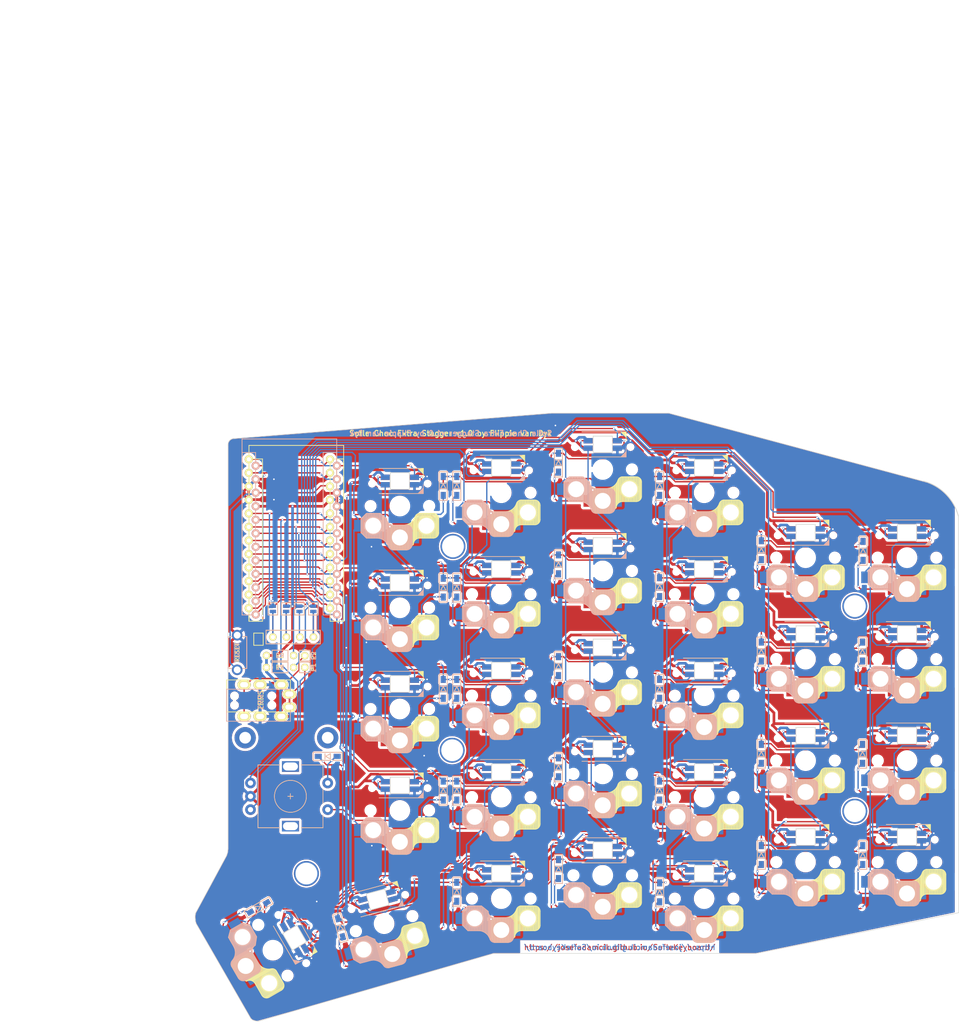
<source format=kicad_pcb>
(kicad_pcb (version 20221018) (generator pcbnew)
  (layers (0 "F.Cu" signal) (31 "B.Cu" signal) (34 "B.Paste" user) (35 "F.Paste" user) (36 "B.SilkS" user "B.Silkscreen") (37 "F.SilkS" user "F.Silkscreen") (38 "B.Mask" user) (39 "F.Mask" user) (44 "Edge.Cuts" user))
  (net 0 "")
  (net 1 "Net-(D1-Pad2)")
  (net 2 "row4")
  (net 3 "Net-(D2-Pad2)")
  (net 4 "Net-(D3-Pad2)")
  (net 5 "row0")
  (net 6 "Net-(D4-Pad2)")
  (net 7 "row1")
  (net 8 "Net-(D5-Pad2)")
  (net 9 "row2")
  (net 10 "Net-(D6-Pad2)")
  (net 11 "row3")
  (net 12 "Net-(D7-Pad2)")
  (net 13 "Net-(D8-Pad2)")
  (net 14 "Net-(D9-Pad2)")
  (net 15 "Net-(D10-Pad2)")
  (net 16 "Net-(D11-Pad2)")
  (net 17 "Net-(D12-Pad2)")
  (net 18 "Net-(D13-Pad2)")
  (net 19 "Net-(D14-Pad2)")
  (net 20 "Net-(D15-Pad2)")
  (net 21 "Net-(D16-Pad2)")
  (net 22 "Net-(D17-Pad2)")
  (net 23 "Net-(D18-Pad2)")
  (net 24 "Net-(D19-Pad2)")
  (net 25 "Net-(D20-Pad2)")
  (net 26 "Net-(D21-Pad2)")
  (net 27 "Net-(D22-Pad2)")
  (net 28 "Net-(D23-Pad2)")
  (net 29 "Net-(D24-Pad2)")
  (net 30 "Net-(D26-Pad2)")
  (net 31 "Net-(D27-Pad2)")
  (net 32 "Net-(D28-Pad2)")
  (net 33 "VCC")
  (net 34 "GND")
  (net 35 "col0")
  (net 36 "col1")
  (net 37 "col2")
  (net 38 "col3")
  (net 39 "col4")
  (net 40 "SDA")
  (net 41 "LED")
  (net 42 "SCL")
  (net 43 "RESET")
  (net 44 "Net-(D29-Pad2)")
  (net 45 "Net-(U1-Pad24)")
  (net 46 "Net-(U1-Pad7)")
  (net 47 "DATA")
  (net 48 "Net-(J3-Pad1)")
  (net 49 "Net-(J3-Pad2)")
  (net 50 "Net-(J3-Pad3)")
  (net 51 "Net-(J3-Pad4)")
  (net 52 "Net-(D30-Pad2)")
  (net 53 "SW25B")
  (net 54 "SW25A")
  (net 55 "ENCB")
  (net 56 "ENCA")
  (net 57 "/i2c_c")
  (net 58 "/i2c_d")
  (net 59 "Net-(SW1-Pad2)")
  (net 60 "Net-(SW2-Pad2)")
  (net 61 "Net-(SW3-Pad2)")
  (net 62 "Net-(SW12-Pad4)")
  (net 63 "Net-(SW13-Pad4)")
  (net 64 "Net-(SW10-Pad2)")
  (net 65 "Net-(SW10-Pad4)")
  (net 66 "Net-(SW11-Pad4)")
  (net 67 "Net-(SW13-Pad2)")
  (net 68 "Net-(SW14-Pad2)")
  (net 69 "Net-(SW15-Pad2)")
  (net 70 "Net-(SW17-Pad2)")
  (net 71 "Net-(SW19-Pad2)")
  (net 72 "Net-(SW26-Pad2)")
  (net 73 "Net-(SW29-Pad2)")
  (net 74 "Net-(SW14-Pad4)")
  (net 75 "Net-(SW15-Pad4)")
  (net 76 "Net-(SW11-Pad2)")
  (net 77 "Net-(SW12-Pad2)")
  (net 78 "Net-(SW21-Pad2)")
  (net 79 "Net-(SW23-Pad2)")
  (net 80 "Net-(SW2-Pad4)")
  (net 81 "Net-(SW20-Pad4)")
  (net 82 "Net-(SW27-Pad2)")
  (net 83 "Net-(SW4-Pad2)")
  (net 84 "Net-(SW6-Pad2)")
  (net 85 "Net-(SW16-Pad4)")
  (net 86 "Net-(SW18-Pad4)")
  (net 87 "Net-(SW22-Pad4)")
  (footprint "SofleKeyboard-footprint:RESISTOR_mini" (layer "F.Cu") (at 98.039272 80.311965)
    (fp_text reference "R1")
    (fp_text value "R" hide)
  )
  (footprint "SofleKeyboard-footprint:RESISTOR_mini" (layer "F.Cu") (at 98.039272 78.061965)
    (fp_text reference "R2")
    (fp_text value "R" hide)
  )
  (footprint "SofleKeyboard-footprint:MJ-4PP-9" (layer "F.Cu") (at 88 85.65 90)
    (fp_text reference "J2")
    (fp_text value "4PIN" hide)
  )
  (footprint "SofleKeyboard-footprint:1pin_conn" (layer "F.Cu") (at 102.7 80.3 -90)
    (fp_text reference "P1")
    (fp_text value "i2c_pin" hide)
  )
  (footprint "SofleKeyboard-footprint:1pin_conn" (layer "F.Cu") (at 102.7 78.1 -90)
    (fp_text reference "P2")
    (fp_text value "i2c_pin" hide)
  )
  (footprint "SofleKeyboard-footprint:HOLE_M2_TH" (layer "F.Cu") (at 103 119 90)
    (fp_text reference "TH7" hide)
    (fp_text value "HOLE" hide)
  )
  (footprint "SofleKeyboard-footprint:ProMicro" (layer "F.Cu") (at 101 56)
    (fp_text reference "U1" hide)
    (fp_text value "ProMicro" hide)
  )
  (footprint "SofleKeyboard-footprint:Jumper" (layer "F.Cu") (at 104.3 69.3 90)
    (fp_text reference "JP1" hide)
    (fp_text value "Jumper_NO_Small" hide)
  )
  (footprint "SofleKeyboard-footprint:Jumper" (layer "F.Cu") (at 101.7 69.3 90)
    (fp_text reference "JP2" hide)
    (fp_text value "Jumper_NO_Small" hide)
  )
  (footprint "SofleKeyboard-footprint:Jumper" (layer "F.Cu") (at 99.2 69.3 90)
    (fp_text reference "JP3" hide)
    (fp_text value "Jumper_NO_Small" hide)
  )
  (footprint "SofleKeyboard-footprint:TACT_SWITCH_TVBP06" (layer "F.Cu") (at 90 77.5 -90)
    (fp_text reference "RSW1" hide)
    (fp_text value "SW_RST" hide)
  )
  (footprint "SofleKeyboard-footprint:jumper_data" (layer "F.Cu") (at 94 75 -90)
    (fp_text reference "W1" hide)
    (fp_text value "jumper" hide)
  )
  (footprint "Diode_SMD:crkbd-diode" (layer "F.Cu") (at 128.705 46.227 -90)
    (fp_text reference "D1" hide)
    (fp_text value "D" hide)
  )
  (footprint "Diode_SMD:crkbd-diode" (layer "F.Cu") (at 131.245 46.23 -90)
    (fp_text reference "D2" hide)
    (fp_text value "D" hide)
  )
  (footprint "Diode_SMD:crkbd-diode" (layer "F.Cu") (at 150.345 41.8645 -90)
    (fp_text reference "D3" hide)
    (fp_text value "D" hide)
  )
  (footprint "Diode_SMD:crkbd-diode" (layer "F.Cu") (at 169.345 46.23 -90)
    (fp_text reference "D4" hide)
    (fp_text value "D" hide)
  )
  (footprint "Diode_SMD:crkbd-diode" (layer "F.Cu") (at 188.445 58.2925 -90)
    (fp_text reference "D5" hide)
    (fp_text value "D" hide)
  )
  (footprint "Diode_SMD:crkbd-diode" (layer "F.Cu") (at 207.545 58.4225 -90)
    (fp_text reference "D6" hide)
    (fp_text value "D" hide)
  )
  (footprint "Diode_SMD:crkbd-diode" (layer "F.Cu") (at 128.705 84.33 -90)
    (fp_text reference "D13" hide)
    (fp_text value "D" hide)
  )
  (footprint "Diode_SMD:crkbd-diode" (layer "F.Cu") (at 128.705 103.43 -90)
    (fp_text reference "D19" hide)
    (fp_text value "D" hide)
  )
  (footprint "Diode_SMD:crkbd-diode" (layer "F.Cu") (at 107 97)
    (fp_text reference "D25" hide)
    (fp_text value "D" hide)
  )
  (footprint "Diode_SMD:crkbd-diode" (layer "F.Cu") (at 94.007 125.351 -150)
    (fp_text reference "D26" hide)
    (fp_text value "D" hide)
  )
  (footprint "SofleChoc:Choc_Hotswap_SK6812MiniE" (layer "F.Cu") (at 120.55 50 180)
    (fp_text reference "SW1" hide)
    (fp_text value "SW_PUSH_LED" hide)
    (fp_line (start -1.8 3.149) (end -1.8 6.249) (stroke (width 0.12)) (layer "Edge.Cuts"))
    (fp_line (start -1.8 6.249) (end 1.8 6.249) (stroke (width 0.12)) (layer "Edge.Cuts"))
    (fp_line (start 1.8 3.149) (end -1.8 3.149) (stroke (width 0.12)) (layer "Edge.Cuts"))
    (fp_line (start 1.8 6.249) (end 1.8 3.149) (stroke (width 0.12)) (layer "Edge.Cuts"))
  )
  (footprint "SofleChoc:Choc_Hotswap_SK6812MiniE" (layer "F.Cu") (at 158.65 43.1345 180)
    (fp_text reference "SW3" hide)
    (fp_text value "SW_PUSH_LED" hide)
    (fp_line (start -1.8 3.149) (end -1.8 6.249) (stroke (width 0.12)) (layer "Edge.Cuts"))
    (fp_line (start -1.8 6.249) (end 1.8 6.249) (stroke (width 0.12)) (layer "Edge.Cuts"))
    (fp_line (start 1.8 3.149) (end -1.8 3.149) (stroke (width 0.12)) (layer "Edge.Cuts"))
    (fp_line (start 1.8 6.249) (end 1.8 3.149) (stroke (width 0.12)) (layer "Edge.Cuts"))
  )
  (footprint "SofleChoc:Choc_Hotswap_SK6812MiniE" (layer "F.Cu") (at 120.55 88.1 180)
    (fp_text reference "SW13" hide)
    (fp_text value "SW_PUSH_LED" hide)
    (fp_line (start -1.8 3.149) (end -1.8 6.249) (stroke (width 0.12)) (layer "Edge.Cuts"))
    (fp_line (start -1.8 6.249) (end 1.8 6.249) (stroke (width 0.12)) (layer "Edge.Cuts"))
    (fp_line (start 1.8 3.149) (end -1.8 3.149) (stroke (width 0.12)) (layer "Edge.Cuts"))
    (fp_line (start 1.8 6.249) (end 1.8 3.149) (stroke (width 0.12)) (layer "Edge.Cuts"))
  )
  (footprint "SofleChoc:Choc_Hotswap_SK6812MiniE" (layer "F.Cu") (at 139.6 85.6 180)
    (fp_text reference "SW14" hide)
    (fp_text value "SW_PUSH_LED" hide)
    (fp_line (start -1.8 3.149) (end -1.8 6.249) (stroke (width 0.12)) (layer "Edge.Cuts"))
    (fp_line (start -1.8 6.249) (end 1.8 6.249) (stroke (width 0.12)) (layer "Edge.Cuts"))
    (fp_line (start 1.8 3.149) (end -1.8 3.149) (stroke (width 0.12)) (layer "Edge.Cuts"))
    (fp_line (start 1.8 6.249) (end 1.8 3.149) (stroke (width 0.12)) (layer "Edge.Cuts"))
  )
  (footprint "SofleChoc:Choc_Hotswap_SK6812MiniE" (layer "F.Cu") (at 120.55 107.15 180)
    (fp_text reference "SW19" hide)
    (fp_text value "SW_PUSH_LED" hide)
    (fp_line (start -1.8 3.149) (end -1.8 6.249) (stroke (width 0.12)) (layer "Edge.Cuts"))
    (fp_line (start -1.8 6.249) (end 1.8 6.249) (stroke (width 0.12)) (layer "Edge.Cuts"))
    (fp_line (start 1.8 3.149) (end -1.8 3.149) (stroke (width 0.12)) (layer "Edge.Cuts"))
    (fp_line (start 1.8 6.249) (end 1.8 3.149) (stroke (width 0.12)) (layer "Edge.Cuts"))
  )
  (footprint "SofleChoc:Choc_Hotswap_SK6812MiniE" (layer "F.Cu") (at 158.65 100.2845 180)
    (fp_text reference "SW21" hide)
    (fp_text value "SW_PUSH_LED" hide)
    (fp_line (start -1.8 3.149) (end -1.8 6.249) (stroke (width 0.12)) (layer "Edge.Cuts"))
    (fp_line (start -1.8 6.249) (end 1.8 6.249) (stroke (width 0.12)) (layer "Edge.Cuts"))
    (fp_line (start 1.8 3.149) (end -1.8 3.149) (stroke (width 0.12)) (layer "Edge.Cuts"))
    (fp_line (start 1.8 6.249) (end 1.8 3.149) (stroke (width 0.12)) (layer "Edge.Cuts"))
  )
  (footprint "SofleChoc:Choc_Hotswap_SK6812MiniE" (layer "F.Cu") (at 196.75 116.8425 180)
    (fp_text reference "SW23" hide)
    (fp_text value "SW_PUSH_LED" hide)
    (fp_line (start -1.8 3.149) (end -1.8 6.249) (stroke (width 0.12)) (layer "Edge.Cuts"))
    (fp_line (start -1.8 6.249) (end 1.8 6.249) (stroke (width 0.12)) (layer "Edge.Cuts"))
    (fp_line (start 1.8 3.149) (end -1.8 3.149) (stroke (width 0.12)) (layer "Edge.Cuts"))
    (fp_line (start 1.8 6.249) (end 1.8 3.149) (stroke (width 0.12)) (layer "Edge.Cuts"))
  )
  (footprint "SofleChoc:Choc_Hotswap_SK6812MiniE" (layer "F.Cu") (at 96.71 133.4 120)
    (fp_text reference "SW26" hide)
    (fp_text value "SW_PUSH_LED" hide)
    (fp_line (start -1.8 3.149) (end -1.8 6.249) (stroke (width 0.12)) (layer "Edge.Cuts"))
    (fp_line (start -1.8 6.249) (end 1.8 6.249) (stroke (width 0.12)) (layer "Edge.Cuts"))
    (fp_line (start 1.8 3.149) (end -1.8 3.149) (stroke (width 0.12)) (layer "Edge.Cuts"))
    (fp_line (start 1.8 6.249) (end 1.8 3.149) (stroke (width 0.12)) (layer "Edge.Cuts"))
  )
  (footprint "SofleKeyboard-footprint:M2_HOLE_PCB" (layer "F.Cu") (at 91.5 93.5)
    (fp_text reference "TH1" hide)
    (fp_text value "HOLE")
  )
  (footprint "SofleKeyboard-footprint:Jumper" (layer "F.Cu") (at 96.7 69.3 90)
    (fp_text reference "JP4" hide)
    (fp_text value "Jumper_NO_Small" hide)
  )
  (footprint "SofleKeyboard-footprint:OLED_4Pin" (layer "F.Cu") (at 96.7 74.6)
    (fp_text reference "J3" hide)
    (fp_text value "OLED" hide)
  )
  (footprint "SofleKeyboard-footprint:M2_HOLE_PCB" (layer "F.Cu") (at 107 93.5)
    (fp_text reference "TH2" hide)
    (fp_text value "HOLE")
  )
  (footprint "SofleKeyboard-footprint:RotaryEncoder_Alps_EC11E-Switch_Vertical_H20mm-keebio_modified" (layer "F.Cu") (at 100 104.5)
    (fp_text reference "SW25" hide)
    (fp_text value "Rotary_Encoder_Switch")
  )
  (footprint "SofleChoc:Choc_Hotswap_SK6812MiniE" (layer "F.Cu") (at 117.6 128.4 -165)
    (fp_text reference "SW27" hide)
    (fp_text value "SW_PUSH_LED" hide)
    (fp_line (start -1.8 3.149) (end -1.8 6.249) (stroke (width 0.12)) (layer "Edge.Cuts"))
    (fp_line (start -1.8 6.249) (end 1.8 6.249) (stroke (width 0.12)) (layer "Edge.Cuts"))
    (fp_line (start 1.8 3.149) (end -1.8 3.149) (stroke (width 0.12)) (layer "Edge.Cuts"))
    (fp_line (start 1.8 6.249) (end 1.8 3.149) (stroke (width 0.12)) (layer "Edge.Cuts"))
  )
  (footprint "SofleChoc:Choc_Hotswap_SK6812MiniE" (layer "F.Cu") (at 215.8 78.7425 180)
    (fp_text reference "SW12" hide)
    (fp_text value "SW_PUSH_LED" hide)
    (fp_line (start -1.8 3.149) (end -1.8 6.249) (stroke (width 0.12)) (layer "Edge.Cuts"))
    (fp_line (start -1.8 6.249) (end 1.8 6.249) (stroke (width 0.12)) (layer "Edge.Cuts"))
    (fp_line (start 1.8 3.149) (end -1.8 3.149) (stroke (width 0.12)) (layer "Edge.Cuts"))
    (fp_line (start 1.8 6.249) (end 1.8 3.149) (stroke (width 0.12)) (layer "Edge.Cuts"))
  )
  (footprint "SofleChoc:Choc_Hotswap_SK6812MiniE" (layer "F.Cu") (at 215.8 97.7925 180)
    (fp_text reference "SW18" hide)
    (fp_text value "SW_PUSH_LED" hide)
    (fp_line (start -1.8 3.149) (end -1.8 6.249) (stroke (width 0.12)) (layer "Edge.Cuts"))
    (fp_line (start -1.8 6.249) (end 1.8 6.249) (stroke (width 0.12)) (layer "Edge.Cuts"))
    (fp_line (start 1.8 3.149) (end -1.8 3.149) (stroke (width 0.12)) (layer "Edge.Cuts"))
    (fp_line (start 1.8 6.249) (end 1.8 3.149) (stroke (width 0.12)) (layer "Edge.Cuts"))
  )
  (footprint "SofleChoc:Choc_Hotswap_SK6812MiniE" (layer "F.Cu") (at 215.8 116.8425 180)
    (fp_text reference "SW24" hide)
    (fp_text value "SW_PUSH_LED" hide)
    (fp_line (start -1.8 3.149) (end -1.8 6.249) (stroke (width 0.12)) (layer "Edge.Cuts"))
    (fp_line (start -1.8 6.249) (end 1.8 6.249) (stroke (width 0.12)) (layer "Edge.Cuts"))
    (fp_line (start 1.8 3.149) (end -1.8 3.149) (stroke (width 0.12)) (layer "Edge.Cuts"))
    (fp_line (start 1.8 6.249) (end 1.8 3.149) (stroke (width 0.12)) (layer "Edge.Cuts"))
  )
  (footprint "SofleChoc:Choc_Hotswap_SK6812MiniE" (layer "F.Cu") (at 177.7 47.5 180)
    (fp_text reference "SW4" hide)
    (fp_text value "SW_PUSH_LED" hide)
    (fp_line (start -1.8 3.149) (end -1.8 6.249) (stroke (width 0.12)) (layer "Edge.Cuts"))
    (fp_line (start -1.8 6.249) (end 1.8 6.249) (stroke (width 0.12)) (layer "Edge.Cuts"))
    (fp_line (start 1.8 3.149) (end -1.8 3.149) (stroke (width 0.12)) (layer "Edge.Cuts"))
    (fp_line (start 1.8 6.249) (end 1.8 3.149) (stroke (width 0.12)) (layer "Edge.Cuts"))
  )
  (footprint "SofleKeyboard-footprint:HOLE_M2_TH" (layer "F.Cu") (at 206.225 69.0675)
    (fp_text reference "TH4" hide)
    (fp_text value "HOLE" hide)
  )
  (footprint "Diode_SMD:crkbd-diode" (layer "F.Cu") (at 128.705 65.33 -90)
    (fp_text reference "D7" hide)
    (fp_text value "D" hide)
  )
  (footprint "Diode_SMD:crkbd-diode" (layer "F.Cu") (at 131.245 65.33 -90)
    (fp_text reference "D8" hide)
    (fp_text value "D" hide)
  )
  (footprint "Diode_SMD:crkbd-diode" (layer "F.Cu") (at 150.345 60.9545 -90)
    (fp_text reference "D9" hide)
    (fp_text value "D" hide)
  )
  (footprint "Diode_SMD:crkbd-diode" (layer "F.Cu") (at 169.345 65.23 -90)
    (fp_text reference "D10" hide)
    (fp_text value "D" hide)
  )
  (footprint "Diode_SMD:crkbd-diode" (layer "F.Cu") (at 188.445 77.3225 -90)
    (fp_text reference "D11" hide)
    (fp_text value "D" hide)
  )
  (footprint "Diode_SMD:crkbd-diode" (layer "F.Cu") (at 207.445 77.3225 -90)
    (fp_text reference "D12" hide)
    (fp_text value "D" hide)
  )
  (footprint "SofleChoc:Choc_Hotswap_SK6812MiniE" (layer "F.Cu") (at 196.75 59.6925 180)
    (fp_text reference "SW5" hide)
    (fp_text value "SW_PUSH_LED" hide)
    (fp_line (start -1.8 3.149) (end -1.8 6.249) (stroke (width 0.12)) (layer "Edge.Cuts"))
    (fp_line (start -1.8 6.249) (end 1.8 6.249) (stroke (width 0.12)) (layer "Edge.Cuts"))
    (fp_line (start 1.8 3.149) (end -1.8 3.149) (stroke (width 0.12)) (layer "Edge.Cuts"))
    (fp_line (start 1.8 6.249) (end 1.8 3.149) (stroke (width 0.12)) (layer "Edge.Cuts"))
  )
  (footprint "SofleChoc:Choc_Hotswap_SK6812MiniE" (layer "F.Cu") (at 139.6 66.55 180)
    (fp_text reference "SW8" hide)
    (fp_text value "SW_PUSH_LED" hide)
    (fp_line (start -1.8 3.149) (end -1.8 6.249) (stroke (width 0.12)) (layer "Edge.Cuts"))
    (fp_line (start -1.8 6.249) (end 1.8 6.249) (stroke (width 0.12)) (layer "Edge.Cuts"))
    (fp_line (start 1.8 3.149) (end -1.8 3.149) (stroke (width 0.12)) (layer "Edge.Cuts"))
    (fp_line (start 1.8 6.249) (end 1.8 3.149) (stroke (width 0.12)) (layer "Edge.Cuts"))
  )
  (footprint "SofleChoc:Choc_Hotswap_SK6812MiniE" (layer "F.Cu") (at 177.7 66.55 180)
    (fp_text reference "SW10" hide)
    (fp_text value "SW_PUSH_LED" hide)
    (fp_line (start -1.8 3.149) (end -1.8 6.249) (stroke (width 0.12)) (layer "Edge.Cuts"))
    (fp_line (start -1.8 6.249) (end 1.8 6.249) (stroke (width 0.12)) (layer "Edge.Cuts"))
    (fp_line (start 1.8 3.149) (end -1.8 3.149) (stroke (width 0.12)) (layer "Edge.Cuts"))
    (fp_line (start 1.8 6.249) (end 1.8 3.149) (stroke (width 0.12)) (layer "Edge.Cuts"))
  )
  (footprint "SofleChoc:Choc_Hotswap_SK6812MiniE" (layer "F.Cu") (at 158.65 62.1845 180)
    (fp_text reference "SW9" hide)
    (fp_text value "SW_PUSH_LED" hide)
    (fp_line (start -1.8 3.149) (end -1.8 6.249) (stroke (width 0.12)) (layer "Edge.Cuts"))
    (fp_line (start -1.8 6.249) (end 1.8 6.249) (stroke (width 0.12)) (layer "Edge.Cuts"))
    (fp_line (start 1.8 3.149) (end -1.8 3.149) (stroke (width 0.12)) (layer "Edge.Cuts"))
    (fp_line (start 1.8 6.249) (end 1.8 3.149) (stroke (width 0.12)) (layer "Edge.Cuts"))
  )
  (footprint "SofleChoc:Choc_Hotswap_SK6812MiniE" (layer "F.Cu") (at 177.7 85.6 180)
    (fp_text reference "SW16" hide)
    (fp_text value "SW_PUSH_LED" hide)
    (fp_line (start -1.8 3.149) (end -1.8 6.249) (stroke (width 0.12)) (layer "Edge.Cuts"))
    (fp_line (start -1.8 6.249) (end 1.8 6.249) (stroke (width 0.12)) (layer "Edge.Cuts"))
    (fp_line (start 1.8 3.149) (end -1.8 3.149) (stroke (width 0.12)) (layer "Edge.Cuts"))
    (fp_line (start 1.8 6.249) (end 1.8 3.149) (stroke (width 0.12)) (layer "Edge.Cuts"))
  )
  (footprint "SofleChoc:Choc_Hotswap_SK6812MiniE" (layer "F.Cu") (at 215.8 59.6925 180)
    (fp_text reference "SW6" hide)
    (fp_text value "SW_PUSH_LED" hide)
    (fp_line (start -1.8 3.149) (end -1.8 6.249) (stroke (width 0.12)) (layer "Edge.Cuts"))
    (fp_line (start -1.8 6.249) (end 1.8 6.249) (stroke (width 0.12)) (layer "Edge.Cuts"))
    (fp_line (start 1.8 3.149) (end -1.8 3.149) (stroke (width 0.12)) (layer "Edge.Cuts"))
    (fp_line (start 1.8 6.249) (end 1.8 3.149) (stroke (width 0.12)) (layer "Edge.Cuts"))
  )
  (footprint "SofleChoc:Choc_Hotswap_SK6812MiniE" (layer "F.Cu") (at 120.55 69.1 180)
    (fp_text reference "SW7" hide)
    (fp_text value "SW_PUSH_LED" hide)
    (fp_line (start -1.8 3.149) (end -1.8 6.249) (stroke (width 0.12)) (layer "Edge.Cuts"))
    (fp_line (start -1.8 6.249) (end 1.8 6.249) (stroke (width 0.12)) (layer "Edge.Cuts"))
    (fp_line (start 1.8 3.149) (end -1.8 3.149) (stroke (width 0.12)) (layer "Edge.Cuts"))
    (fp_line (start 1.8 6.249) (end 1.8 3.149) (stroke (width 0.12)) (layer "Edge.Cuts"))
  )
  (footprint "SofleChoc:Choc_Hotswap_SK6812MiniE" (layer "F.Cu") (at 177.7 123.7 180)
    (fp_text reference "SW30" hide)
    (fp_text value "SW_PUSH_LED" hide)
    (fp_line (start -1.8 3.149) (end -1.8 6.249) (stroke (width 0.12)) (layer "Edge.Cuts"))
    (fp_line (start -1.8 6.249) (end 1.8 6.249) (stroke (width 0.12)) (layer "Edge.Cuts"))
    (fp_line (start 1.8 3.149) (end -1.8 3.149) (stroke (width 0.12)) (layer "Edge.Cuts"))
    (fp_line (start 1.8 6.249) (end 1.8 3.149) (stroke (width 0.12)) (layer "Edge.Cuts"))
  )
  (footprint "SofleChoc:Choc_Hotswap_SK6812MiniE" (layer "F.Cu") (at 196.75 78.7425 180)
    (fp_text reference "SW11" hide)
    (fp_text value "SW_PUSH_LED" hide)
    (fp_line (start -1.8 3.149) (end -1.8 6.249) (stroke (width 0.12)) (layer "Edge.Cuts"))
    (fp_line (start -1.8 6.249) (end 1.8 6.249) (stroke (width 0.12)) (layer "Edge.Cuts"))
    (fp_line (start 1.8 3.149) (end -1.8 3.149) (stroke (width 0.12)) (layer "Edge.Cuts"))
    (fp_line (start 1.8 6.249) (end 1.8 3.149) (stroke (width 0.12)) (layer "Edge.Cuts"))
  )
  (footprint "SofleChoc:Choc_Hotswap_SK6812MiniE" (layer "F.Cu") (at 177.7 104.65 180)
    (fp_text reference "SW22" hide)
    (fp_text value "SW_PUSH_LED" hide)
    (fp_line (start -1.8 3.149) (end -1.8 6.249) (stroke (width 0.12)) (layer "Edge.Cuts"))
    (fp_line (start -1.8 6.249) (end 1.8 6.249) (stroke (width 0.12)) (layer "Edge.Cuts"))
    (fp_line (start 1.8 3.149) (end -1.8 3.149) (stroke (width 0.12)) (layer "Edge.Cuts"))
    (fp_line (start 1.8 6.249) (end 1.8 3.149) (stroke (width 0.12)) (layer "Edge.Cuts"))
  )
  (footprint "SofleChoc:Choc_Hotswap_SK6812MiniE" (layer "F.Cu") (at 196.75 97.7925 180)
    (fp_text reference "SW17" hide)
    (fp_text value "SW_PUSH_LED" hide)
    (fp_line (start -1.8 3.149) (end -1.8 6.249) (stroke (width 0.12)) (layer "Edge.Cuts"))
    (fp_line (start -1.8 6.249) (end 1.8 6.249) (stroke (width 0.12)) (layer "Edge.Cuts"))
    (fp_line (start 1.8 3.149) (end -1.8 3.149) (stroke (width 0.12)) (layer "Edge.Cuts"))
    (fp_line (start 1.8 6.249) (end 1.8 3.149) (stroke (width 0.12)) (layer "Edge.Cuts"))
  )
  (footprint "SofleChoc:Choc_Hotswap_SK6812MiniE" (layer "F.Cu") (at 158.65 119.3345 180)
    (fp_text reference "SW29" hide)
    (fp_text value "SW_PUSH_LED" hide)
    (fp_line (start -1.8 3.149) (end -1.8 6.249) (stroke (width 0.12)) (layer "Edge.Cuts"))
    (fp_line (start -1.8 6.249) (end 1.8 6.249) (stroke (width 0.12)) (layer "Edge.Cuts"))
    (fp_line (start 1.8 3.149) (end -1.8 3.149) (stroke (width 0.12)) (layer "Edge.Cuts"))
    (fp_line (start 1.8 6.249) (end 1.8 3.149) (stroke (width 0.12)) (layer "Edge.Cuts"))
  )
  (footprint "SofleChoc:Choc_Hotswap_SK6812MiniE" (layer "F.Cu") (at 158.65 81.2345 180)
    (fp_text reference "SW15" hide)
    (fp_text value "SW_PUSH_LED" hide)
    (fp_line (start -1.8 3.149) (end -1.8 6.249) (stroke (width 0.12)) (layer "Edge.Cuts"))
    (fp_line (start -1.8 6.249) (end 1.8 6.249) (stroke (width 0.12)) (layer "Edge.Cuts"))
    (fp_line (start 1.8 3.149) (end -1.8 3.149) (stroke (width 0.12)) (layer "Edge.Cuts"))
    (fp_line (start 1.8 6.249) (end 1.8 3.149) (stroke (width 0.12)) (layer "Edge.Cuts"))
  )
  (footprint "SofleChoc:Choc_Hotswap_SK6812MiniE" (layer "F.Cu") (at 139.6 47.5 180)
    (fp_text reference "SW2" hide)
    (fp_text value "SW_PUSH_LED" hide)
    (fp_line (start -1.8 3.149) (end -1.8 6.249) (stroke (width 0.12)) (layer "Edge.Cuts"))
    (fp_line (start -1.8 6.249) (end 1.8 6.249) (stroke (width 0.12)) (layer "Edge.Cuts"))
    (fp_line (start 1.8 3.149) (end -1.8 3.149) (stroke (width 0.12)) (layer "Edge.Cuts"))
    (fp_line (start 1.8 6.249) (end 1.8 3.149) (stroke (width 0.12)) (layer "Edge.Cuts"))
  )
  (footprint "Diode_SMD:crkbd-diode" (layer "F.Cu") (at 109.374 129.161 -75)
    (fp_text reference "D27" hide)
    (fp_text value "D" hide)
  )
  (footprint "SofleChoc:Choc_Hotswap_SK6812MiniE" (layer "F.Cu") (at 139.6 104.65 180)
    (fp_text reference "SW20" hide)
    (fp_text value "SW_PUSH_LED" hide)
    (fp_line (start -1.8 3.149) (end -1.8 6.249) (stroke (width 0.12)) (layer "Edge.Cuts"))
    (fp_line (start -1.8 6.249) (end 1.8 6.249) (stroke (width 0.12)) (layer "Edge.Cuts"))
    (fp_line (start 1.8 3.149) (end -1.8 3.149) (stroke (width 0.12)) (layer "Edge.Cuts"))
    (fp_line (start 1.8 6.249) (end 1.8 3.149) (stroke (width 0.12)) (layer "Edge.Cuts"))
  )
  (footprint "SofleKeyboard-footprint:HOLE_M2_TH" (layer "F.Cu") (at 206.175 107.3175)
    (fp_text reference "TH6" hide)
    (fp_text value "HOLE" hide)
  )
  (footprint "Diode_SMD:crkbd-diode" (layer "F.Cu") (at 150.345 80.0545 -90)
    (fp_text reference "D15" hide)
    (fp_text value "D" hide)
  )
  (footprint "Diode_SMD:crkbd-diode" (layer "F.Cu") (at 169.345 84.33 -90)
    (fp_text reference "D16" hide)
    (fp_text value "D" hide)
  )
  (footprint "Diode_SMD:crkbd-diode" (layer "F.Cu") (at 188.445 96.5225 -90)
    (fp_text reference "D17" hide)
    (fp_text value "D" hide)
  )
  (footprint "Diode_SMD:crkbd-diode" (layer "F.Cu") (at 207.445 96.5225 -90)
    (fp_text reference "D18" hide)
    (fp_text value "D" hide)
  )
  (footprint "Diode_SMD:crkbd-diode" (layer "F.Cu") (at 131.245 122.43 -90)
    (fp_text reference "D28" hide)
    (fp_text value "D" hide)
  )
  (footprint "Diode_SMD:crkbd-diode" (layer "F.Cu") (at 150.345 118.1545 -90)
    (fp_text reference "D29" hide)
    (fp_text value "D" hide)
  )
  (footprint "Diode_SMD:crkbd-diode" (layer "F.Cu") (at 207.495 115.5225 -90)
    (fp_text reference "D24" hide)
    (fp_text value "D" hide)
  )
  (footprint "Diode_SMD:crkbd-diode" (layer "F.Cu") (at 131.245 103.43 -90)
    (fp_text reference "D20" hide)
    (fp_text value "D" hide)
  )
  (footprint "Diode_SMD:crkbd-diode" (layer "F.Cu") (at 150.345 99.0545 -90)
    (fp_text reference "D21" hide)
    (fp_text value "D" hide)
  )
  (footprint "Diode_SMD:crkbd-diode" (layer "F.Cu") (at 169.345 103.43 -90)
    (fp_text reference "D22" hide)
    (fp_text value "D" hide)
  )
  (footprint "Diode_SMD:crkbd-diode" (layer "F.Cu") (at 188.445 115.5225 -90)
    (fp_text reference "D23" hide)
    (fp_text value "D" hide)
  )
  (footprint "Diode_SMD:crkbd-diode" (layer "F.Cu") (at 131.245 84.33 -90)
    (fp_text reference "D14" hide)
    (fp_text value "D" hide)
  )
  (footprint "Diode_SMD:crkbd-diode" (layer "F.Cu") (at 169.345 122.53 -90)
    (fp_text reference "D30" hide)
    (fp_text value "D" hide)
  )
  (footprint "SofleChoc:Choc_Hotswap_SK6812MiniE" (layer "F.Cu") (at 139.6 123.7 180)
    (fp_text reference "SW28" hide)
    (fp_text value "SW_PUSH_LED" hide)
    (fp_line (start -1.8 3.149) (end -1.8 6.249) (stroke (width 0.12)) (layer "Edge.Cuts"))
    (fp_line (start -1.8 6.249) (end 1.8 6.249) (stroke (width 0.12)) (layer "Edge.Cuts"))
    (fp_line (start 1.8 3.149) (end -1.8 3.149) (stroke (width 0.12)) (layer "Edge.Cuts"))
    (fp_line (start 1.8 6.249) (end 1.8 3.149) (stroke (width 0.12)) (layer "Edge.Cuts"))
  )
  (footprint "SofleKeyboard-footprint:HOLE_M2_TH" (layer "F.Cu") (at 130.50212 57.64864)
    (fp_text reference "TH3" hide)
    (fp_text value "HOLE" hide)
  )
  (footprint "SofleKeyboard-footprint:HOLE_M2_TH" (layer "F.Cu") (at 130.40012 95.92764)
    (fp_text reference "TH5" hide)
    (fp_text value "HOLE" hide)
  )
  (footprint "SofleKeyboard-footprint:Jumper" (layer "B.Cu") (at 101.7 69.3 90)
    (fp_text reference "JP6" hide)
    (fp_text value "Jumper_NO_Small" hide)
  )
  (footprint "SofleKeyboard-footprint:Jumper" (layer "B.Cu") (at 99.2 69.3 90)
    (fp_text reference "JP7" hide)
    (fp_text value "Jumper_NO_Small" hide)
  )
  (footprint "SofleKeyboard-footprint:Jumper" (layer "B.Cu") (at 96.7 69.3 90)
    (fp_text reference "JP8" hide)
    (fp_text value "Jumper_NO_Small" hide)
  )
  (footprint "SofleKeyboard-footprint:Jumper" (layer "B.Cu") (at 104.3 69.3 90)
    (fp_text reference "JP5" hide)
    (fp_text value "Jumper_NO_Small" hide)
  )
  (gr_line (start 92.55 146.2) (end 82.3 128.4) (stroke (width 0.1)) (layer "Edge.Cuts"))
  (gr_line (start 171.03912 32.55464) (end 219.42712 45.50864) (stroke (width 0.1)) (layer "Edge.Cuts"))
  (gr_line (start 88.297257 38.245261) (end 88.364377 38.029014) (stroke (width 0.1)) (layer "Edge.Cuts"))
  (gr_line (start 88.611259 37.662831) (end 88.781752 37.52216) (stroke (width 0.1)) (layer "Edge.Cuts"))
  (gr_line (start 88.781752 37.52216) (end 88.977436 37.415945) (stroke (width 0.1)) (layer "Edge.Cuts"))
  (gr_line (start 82.2 126.4) (end 88 115.65) (stroke (width 0.1)) (layer "Edge.Cuts"))
  (gr_line (start 88.364377 38.029014) (end 88.47059 37.833327) (stroke (width 0.1)) (layer "Edge.Cuts"))
  (gr_line (start 88.273857 38.477435) (end 88.297257 38.245261) (stroke (width 0.1)) (layer "Edge.Cuts"))
  (gr_line (start 88.47059 37.833327) (end 88.611259 37.662831) (stroke (width 0.1)) (layer "Edge.Cuts"))
  (gr_line (start 92.55 146.2) (end 92.9 146.5) (stroke (width 0.1)) (layer "Edge.Cuts"))
  (gr_line (start 138.154128 134) (end 187.5 134) (stroke (width 0.1)) (layer "Edge.Cuts"))
  (gr_line (start 149.06912 32.55464) (end 89.309767 37.33711) (stroke (width 0.1)) (layer "Edge.Cuts"))
  (gr_line (start 88.275257 114.4) (end 88.2 115.05) (stroke (width 0.1)) (layer "Edge.Cuts"))
  (gr_line (start 82.3 128.4) (end 82.15 127.9) (stroke (width 0.1)) (layer "Edge.Cuts"))
  (gr_line (start 82.1 126.9) (end 82.2 126.4) (stroke (width 0.1)) (layer "Edge.Cuts"))
  (gr_line (start 82.1 127.3) (end 82.1 126.9) (stroke (width 0.1)) (layer "Edge.Cuts"))
  (gr_line (start 88.2 115.05) (end 88 115.65) (stroke (width 0.1)) (layer "Edge.Cuts"))
  (gr_line (start 93.35 146.65) (end 93.9 146.75) (stroke (width 0.1)) (layer "Edge.Cuts"))
  (gr_line (start 82.15 127.9) (end 82.1 127.3) (stroke (width 0.1)) (layer "Edge.Cuts"))
  (gr_line (start 92.9 146.5) (end 93.35 146.65) (stroke (width 0.1)) (layer "Edge.Cuts"))
  (gr_line (start 88.275257 114.4) (end 88.273857 38.477435) (stroke (width 0.1)) (layer "Edge.Cuts"))
  (gr_line (start 149.08912 32.55464) (end 171.03912 32.55464) (stroke (width 0.1)) (layer "Edge.Cuts"))
  (gr_line (start 88.977436 37.415945) (end 89.19368 37.348815) (stroke (width 0.1)) (layer "Edge.Cuts"))
  (gr_line (start 89.19368 37.348815) (end 89.425853 37.325405) (stroke (width 0.1)) (layer "Edge.Cuts"))
  (gr_line (start 138.154128 134) (end 93.9 146.75) (stroke (width 0.1)) (layer "Edge.Cuts"))
  (gr_line (start 225.443181 51.874402) (end 225.52312 126.35264) (stroke (width 0.1)) (layer "Edge.Cuts"))
  (gr_line (start 225.52312 126.35264) (end 187.5 134) (stroke (width 0.1)) (layer "Edge.Cuts"))
  (gr_arc (start 218.91912 45.33456) (mid 223.057323 47.730422) (end 225.443181 51.874402) (stroke (width 0.15)) (layer "Edge.Cuts"))
  (gr_text "https://josefadamcik.github.io/SofleKeyboard/" (at 161.83912 132.85264) (layer "F.Cu") (effects (font (size 1 1))))
  (gr_text "https://josefadamcik.github.io/SofleKeyboard/" (at 161.83912 132.85264) (layer "B.Cu") (effects (font (size 1 1)) (justify mirror)))
  (gr_text "Sofle Choc Extra Stagger v1.0 by Flippie van Dyk" (at 130.08912 36.35264) (layer "B.SilkS") (effects (font (size 1 1) (thickness 0.2)) (justify mirror)))
  (gr_text "Sofle Choc Extra Stagger v1.0 by Flippie van Dyk" (at 130.08912 36.35264) (layer "F.SilkS") (effects (font (size 1 1) (thickness 0.2))))
  (segment (start 117.7 55.9) (end 117.7 54.835) (width 0.25) (layer "F.Cu") (net 1))
  (segment (start 117.7 54.835) (end 118.674 53.861) (width 0.25) (layer "F.Cu") (net 1))
  (segment (start 128.705 48.002) (end 128.705 49.21036) (width 0.25) (layer "F.Cu") (net 1))
  (via (at 118.674 53.861) (size 0.4) (drill 0.3) (layers "F.Cu" "B.Cu") (net 1))
  (via (at 128.705 49.21036) (size 0.4) (drill 0.3) (layers "F.Cu" "B.Cu") (net 1))
  (segment (start 128.23096 51.564) (end 128.705 51.08996) (width 0.25) (layer "B.Cu") (net 1))
  (segment (start 128.705 51.08996) (end 128.705 49.21036) (width 0.25) (layer "B.Cu") (net 1))
  (segment (start 128.705 49.21036) (end 128.705 48.002) (width 0.25) (layer "B.Cu") (net 1))
  (segment (start 123.3 52.905) (end 123.3 54.733) (width 0.25) (layer "B.Cu") (net 1))
  (segment (start 124.641 51.564) (end 123.3 52.905) (width 0.25) (layer "B.Cu") (net 1))
  (segment (start 119.126 53.861) (end 118.674 53.861) (width 0.25) (layer "B.Cu") (net 1))
  (segment (start 124.641 51.564) (end 128.23096 51.564) (width 0.25) (layer "B.Cu") (net 1))
  (segment (start 123.3 55.85) (end 123.35 55.9) (width 0.25) (layer "B.Cu") (net 1))
  (segment (start 123.3 54.733) (end 122.428 53.861) (width 0.25) (layer "B.Cu") (net 1))
  (segment (start 123.3 54.733) (end 123.3 55.85) (width 0.25) (layer "B.Cu") (net 1))
  (segment (start 122.428 53.861) (end 119.126 53.861) (width 0.25) (layer "B.Cu") (net 1))
  (segment (start 105.300001 67.100001) (end 105.300001 67.100001) (width 0.25) (layer "F.Cu") (net 2))
  (segment (start 131.242 120.652) (end 131.245 120.655) (width 0.25) (layer "F.Cu") (net 2))
  (segment (start 130.00086 120.652) (end 130.00294 120.65408) (width 0.25) (layer "F.Cu") (net 2))
  (segment (start 130.00086 120.652) (end 131.242 120.652) (width 0.25) (layer "F.Cu") (net 2))
  (segment (start 124.90424 124.263654) (end 110.513556 128.119626) (width 0.25) (layer "F.Cu") (net 2))
  (segment (start 102.986657 137.209503) (end 101.361057 137.209503) (width 0.25) (layer "F.Cu") (net 2))
  (segment (start 95.98533 65.95564) (end 104.211304 65.95564) (width 0.25) (layer "F.Cu") (net 2))
  (segment (start 132.812834 121.63602) (end 131.831814 120.655) (width 0.25) (layer "F.Cu") (net 2))
  (segment (start 107.917008 130.236992) (end 107.917008 131.761712) (width 0.25) (layer "F.Cu") (net 2))
  (segment (start 94.8 67.14097) (end 95.98533 65.95564) (width 0.25) (layer "F.Cu") (net 2))
  (segment (start 106.77812 98.59464) (end 109.44512 98.59464) (width 0.25) (layer "F.Cu") (net 2))
  (segment (start 164.74598 117.2595) (end 168.14148 120.655) (width 0.25) (layer "F.Cu") (net 2))
  (segment (start 151.412407 116.526093) (end 152.145814 117.2595) (width 0.25) (layer "F.Cu") (net 2))
  (segment (start 125.780569 122.660431) (end 125.780569 123.387309) (width 0.25) (layer "F.Cu") (net 2))
  (segment (start 151.175814 116.2895) (end 149.363 116.2895) (width 0.25) (layer "F.Cu") (net 2))
  (segment (start 131.831814 120.655) (end 131.245 120.655) (width 0.25) (layer "F.Cu") (net 2))
  (segment (start 110.034374 128.119626) (end 107.917008 130.236992) (width 0.25) (layer "F.Cu") (net 2))
  (segment (start 148.96501 116.68749) (end 148.96501 120.382176) (width 0.25) (layer "F.Cu") (net 2))
  (segment (start 106.14312 97.95964) (end 106.77812 98.59464) (width 0.25) (layer "F.Cu") (net 2))
  (segment (start 152.145814 117.2595) (end 164.74598 117.2595) (width 0.25) (layer "F.Cu") (net 2))
  (segment (start 124.90424 124.263638) (end 124.90424 124.263654) (width 0.25) (layer "F.Cu") (net 2))
  (segment (start 105.127834 66.87217) (end 105.327833 67.072169) (width 0.25) (layer "F.Cu") (net 2))
  (segment (start 105.225 97.04152) (end 106.14312 97.95964) (width 0.25) (layer "F.Cu") (net 2))
  (segment (start 148.96501 120.382176) (end 147.711166 121.63602) (width 0.25) (layer "F.Cu") (net 2))
  (segment (start 147.711166 121.63602) (end 132.812834 121.63602) (width 0.25) (layer "F.Cu") (net 2))
  (segment (start 110.034374 128.119626) (end 109.58774 128.119626) (width 0.25) (layer "F.Cu") (net 2))
  (segment (start 168.14148 120.655) (end 170.485 120.655) (width 0.25) (layer "F.Cu") (net 2))
  (segment (start 95.141015 125.740985) (end 95.141015 124.86668) (width 0.25) (layer "F.Cu") (net 2))
  (segment (start 110.513556 128.119626) (end 110.034374 128.119626) (width 0.25) (layer "F.Cu") (net 2))
  (segment (start 149.363 116.2895) (end 148.96501 116.68749) (width 0.25) (layer "F.Cu") (net 2))
  (segment (start 127.78692 120.65408) (end 130.00294 120.65408) (width 0.25) (layer "F.Cu") (net 2))
  (segment (start 92.18 69.17) (end 93.83 69.17) (width 0.25) (layer "F.Cu") (net 2))
  (segment (start 95.141015 126.436076) (end 95.141015 125.740985) (width 0.25) (layer "F.Cu") (net 2))
  (segment (start 125.780569 122.660431) (end 127.78692 120.65408) (width 0.25) (layer "F.Cu") (net 2))
  (segment (start 104.16192 135.5168) (end 104.16192 136.03424) (width 0.25) (layer "F.Cu") (net 2))
  (segment (start 105.225 97) (end 105.225 97.04152) (width 0.25) (layer "F.Cu") (net 2))
  (segment (start 125.780569 123.387309) (end 124.90424 124.263638) (width 0.25) (layer "F.Cu") (net 2))
  (segment (start 93.83 69.17) (end 94.8 68.2) (width 0.25) (layer "F.Cu") (net 2))
  (segment (start 109.58774 128.119626) (end 108.914596 127.446482) (width 0.25) (layer "F.Cu") (net 2))
  (segment (start 151.412407 116.526093) (end 151.175814 116.2895) (width 0.25) (layer "F.Cu") (net 2))
  (segment (start 109.44512 98.59464) (end 109.82612 98.97564) (width 0.25) (layer "F.Cu") (net 2))
  (segment (start 101.361057 137.209503) (end 95.141015 126.436076) (width 0.25) (layer "F.Cu") (net 2))
  (segment (start 94.8 68.2) (end 94.8 67.14097) (width 0.25) (layer "F.Cu") (net 2))
  (segment (start 104.211304 65.95564) (end 105.127834 66.87217) (width 0.25) (layer "F.Cu") (net 2))
  (segment (start 95.141015 124.86668) (end 95.544195 124.4635) (width 0.25) (layer "F.Cu") (net 2))
  (segment (start 107.917008 131.761712) (end 104.16192 135.5168) (width 0.25) (layer "F.Cu") (net 2))
  (segment (start 104.16192 136.03424) (end 102.986657 137.209503) (width 0.25) (layer "F.Cu") (net 2))
  (via (at 170.485 120.655) (size 0.4) (drill 0.3) (layers "F.Cu" "B.Cu") (net 2))
  (via (at 151.412407 116.526093) (size 0.4) (drill 0.3) (layers "F.Cu" "B.Cu") (net 2))
  (via (at 130.00294 120.65408) (size 0.4) (drill 0.3) (layers "F.Cu" "B.Cu") (net 2))
  (via (at 109.82612 98.97564) (size 0.4) (drill 0.3) (layers "F.Cu" "B.Cu") (net 2))
  (via (at 110.034374 128.119626) (size 0.4) (drill 0.3) (layers "F.Cu" "B.Cu") (net 2))
  (via (at 106.14312 97.95964) (size 0.4) (drill 0.3) (layers "F.Cu" "B.Cu") (net 2))
  (via (at 105.327833 67.072169) (size 0.4) (drill 0.3) (layers "F.Cu" "B.Cu") (net 2))
  (via (at 95.141015 125.740985) (size 0.4) (drill 0.3) (layers "F.Cu" "B.Cu") (net 2))
  (segment (start 169.345 120.655) (end 170.485 120.655) (width 0.25) (layer "B.Cu") (net 2))
  (segment (start 151.175814 116.2895) (end 151.412407 116.526093) (width 0.25) (layer "B.Cu") (net 2))
  (segment (start 150.345 116.2895) (end 151.175814 116.2895) (width 0.25) (layer "B.Cu") (net 2))
  (segment (start 109.36123 127.446482) (end 110.034374 128.119626) (width 0.25) (layer "B.Cu") (net 2))
  (segment (start 108.718815 80.724731) (end 108.718815 70.365745) (width 0.25) (layer "B.Cu") (net 2))
  (segment (start 130.00386 120.655) (end 130.00294 120.65408) (width 0.25) (layer "B.Cu") (net 2))
  (segment (start 108.914596 127.446482) (end 109.36123 127.446482) (width 0.25) (layer "B.Cu") (net 2))
  (segment (start 108.914596 125.541164) (end 108.914596 127.446482) (width 0.25) (layer "B.Cu") (net 2))
  (segment (start 106.2 69.8) (end 106.2 67.944336) (width 0.25) (layer "B.Cu") (net 2))
  (segment (start 109.323245 95.510103) (end 109.323245 95.075177) (width 0.25) (layer "B.Cu") (net 2))
  (segment (start 109.82612 98.97564) (end 109.922745 98.879015) (width 0.25) (layer "B.Cu") (net 2))
  (segment (start 109.82612 124.62964) (end 108.914596 125.541164) (width 0.25) (layer "B.Cu") (net 2))
  (segment (start 131.245 120.655) (end 130.00386 120.655) (width 0.25) (layer "B.Cu") (net 2))
  (segment (start 109.922745 96.109603) (end 109.323245 95.510103) (width 0.25) (layer "B.Cu") (net 2))
  (segment (start 105.225 97.04152) (end 106.14312 97.95964) (width 0.25) (layer "B.Cu") (net 2))
  (segment (start 109.44512 81.451036) (end 108.718815 80.724731) (width 0.25) (layer "B.Cu") (net 2))
  (segment (start 95.544195 124.4635) (end 95.544195 125.337805) (width 0.25) (layer "B.Cu") (net 2))
  (segment (start 95.544195 125.337805) (end 95.141015 125.740985) (width 0.25) (layer "B.Cu") (net 2))
  (segment (start 106.2 67.944336) (end 105.527832 67.272168) (width 0.25) (layer "B.Cu") (net 2))
  (segment (start 109.323245 95.075177) (end 109.44512 94.953302) (width 0.25) (layer "B.Cu") (net 2))
  (segment (start 109.922745 98.879015) (end 109.922745 96.109603) (width 0.25) (layer "B.Cu") (net 2))
  (segment (start 106.77 70.37) (end 106.2 69.8) (width 0.25) (layer "B.Cu") (net 2))
  (segment (start 105.527832 67.272168) (end 105.327833 67.072169) (width 0.25) (layer "B.Cu") (net 2))
  (segment (start 109.82612 98.97564) (end 109.82612 124.62964) (width 0.25) (layer "B.Cu") (net 2))
  (segment (start 108.77 70.37) (end 106.77 70.37) (width 0.25) (layer "B.Cu") (net 2))
  (segment (start 109.44512 94.953302) (end 109.44512 81.451036) (width 0.25) (layer "B.Cu") (net 2))
  (segment (start 105.225 97) (end 105.225 97.04152) (width 0.25) (layer "B.Cu") (net 2))
  (segment (start 130.506 48.614) (end 131.245 47.875) (width 0.25) (layer "F.Cu") (net 3))
  (segment (start 130.506 49.252) (end 130.506 48.614) (width 0.25) (layer "F.Cu") (net 3))
  (segment (start 136.7 53.4) (end 136.7 52.787) (width 0.25) (layer "F.Cu") (net 3))
  (segment (start 130.987 53.4) (end 130.506 52.919) (width 0.25) (layer "F.Cu") (net 3))
  (segment (start 136.7 53.4) (end 130.987 53.4) (width 0.25) (layer "F.Cu") (net 3))
  (segment (start 136.7 53.4) (end 136.7 52.335) (width 0.25) (layer "F.Cu") (net 3))
  (segment (start 136.7 52.335) (end 137.674 51.361) (width 0.25) (layer "F.Cu") (net 3))
  (via (at 137.674 51.361) (size 0.4) (drill 0.3) (layers "F.Cu" "B.Cu") (net 3))
  (via (at 130.506 52.919) (size 0.4) (drill 0.3) (layers "F.Cu" "B.Cu") (net 3))
  (via (at 130.506 49.252) (size 0.4) (drill 0.3) (layers "F.Cu" "B.Cu") (net 3))
  (segment (start 130.506 48.614) (end 131.245 47.875) (width 0.25) (layer "B.Cu") (net 3))
  (segment (start 130.506 49.252) (end 130.506 48.614) (width 0.25) (layer "B.Cu") (net 3))
  (segment (start 138.126 51.361) (end 141.428 51.361) (width 0.25) (layer "B.Cu") (net 3))
  (segment (start 142.3 52.233) (end 142.3 53.4) (width 0.25) (layer "B.Cu") (net 3))
  (segment (start 141.428 51.361) (end 142.3 52.233) (width 0.25) (layer "B.Cu") (net 3))
  (segment (start 130.506 52.919) (end 130.506 49.252) (width 0.25) (layer "B.Cu") (net 3))
  (segment (start 138.126 51.361) (end 137.674 51.361) (width 0.25) (layer "B.Cu") (net 3))
  (segment (start 155.8 49.0345) (end 155.8 47.9695) (width 0.25) (layer "F.Cu") (net 4))
  (segment (start 155.8 49.0345) (end 155.8 48.4215) (width 0.25) (layer "F.Cu") (net 4))
  (segment (start 149.606 44.2485) (end 150.345 43.5095) (width 0.25) (layer "F.Cu") (net 4))
  (segment (start 150.087 49.0345) (end 149.606 48.5535) (width 0.25) (layer "F.Cu") (net 4))
  (segment (start 149.606 44.8865) (end 149.606 44.2485) (width 0.25) (layer "F.Cu") (net 4))
  (segment (start 155.8 49.0345) (end 150.087 49.0345) (width 0.25) (layer "F.Cu") (net 4))
  (segment (start 155.8 47.9695) (end 156.774 46.9955) (width 0.25) (layer "F.Cu") (net 4))
  (via (at 156.774 46.9955) (size 0.4) (drill 0.3) (layers "F.Cu" "B.Cu") (net 4))
  (via (at 149.606 48.5535) (size 0.4) (drill 0.3) (layers "F.Cu" "B.Cu") (net 4))
  (via (at 149.606 44.8865) (size 0.4) (drill 0.3) (layers "F.Cu" "B.Cu") (net 4))
  (segment (start 157.226 46.9955) (end 160.528 46.9955) (width 0.25) (layer "B.Cu") (net 4))
  (segment (start 157.226 46.9955) (end 156.774 46.9955) (width 0.25) (layer "B.Cu") (net 4))
  (segment (start 149.606 48.5535) (end 149.606 44.8865) (width 0.25) (layer "B.Cu") (net 4))
  (segment (start 161.4 47.8675) (end 161.4 49.0345) (width 0.25) (layer "B.Cu") (net 4))
  (segment (start 149.606 44.8865) (end 149.606 44.2485) (width 0.25) (layer "B.Cu") (net 4))
  (segment (start 160.528 46.9955) (end 161.4 47.8675) (width 0.25) (layer "B.Cu") (net 4))
  (segment (start 149.606 44.2485) (end 150.345 43.5095) (width 0.25) (layer "B.Cu") (net 4))
  (segment (start 189.612 56.5175) (end 190.247 56.5175) (width 0.25) (layer "F.Cu") (net 5))
  (segment (start 150.345 40.0895) (end 149.363 40.0895) (width 0.25) (layer "F.Cu") (net 5))
  (segment (start 105.69 59.01) (end 105.7 59) (width 0.25) (layer "F.Cu") (net 5))
  (segment (start 131.242 44.452) (end 131.245 44.455) (width 0.25) (layer "F.Cu") (net 5))
  (segment (start 126.359166 47.93602) (end 123.36432 47.93602) (width 0.25) (layer "F.Cu") (net 5))
  (segment (start 190.247 56.5175) (end 191.344999 57.615499) (width 0.25) (layer "F.Cu") (net 5))
  (segment (start 188.445 55.09302) (end 188.445 54.7675) (width 0.25) (layer "F.Cu") (net 5))
  (segment (start 187.83912 47.665812) (end 187.83912 54.48714) (width 0.25) (layer "F.Cu") (net 5))
  (segment (start 172.296832 45.43602) (end 185.609327 45.43602) (width 0.25) (layer "F.Cu") (net 5))
  (segment (start 148.96501 44.182176) (end 148.96501 40.48749) (width 0.25) (layer "F.Cu") (net 5))
  (segment (start 92.18 59.01) (end 105.69 59.01) (width 0.25) (layer "F.Cu") (net 5))
  (segment (start 110.81622 47.93602) (end 110.602 48.15024) (width 0.25) (layer "F.Cu") (net 5))
  (segment (start 131.831814 44.455) (end 132.812834 45.43602) (width 0.25) (layer "F.Cu") (net 5))
  (segment (start 191.344999 57.667499) (end 205.99724 57.667499) (width 0.25) (layer "F.Cu") (net 5))
  (segment (start 164.83912 41.109499) (end 164.935327 41.109499) (width 0.25) (layer "F.Cu") (net 5))
  (segment (start 168.280828 44.455) (end 169.345 44.455) (width 0.25) (layer "F.Cu") (net 5))
  (segment (start 185.609327 45.43602) (end 187.83912 47.665812) (width 0.25) (layer "F.Cu") (net 5))
  (segment (start 149.363 40.0895) (end 149.21724 40.23526) (width 0.25) (layer "F.Cu") (net 5))
  (segment (start 171.315812 44.455) (end 172.296832 45.43602) (width 0.25) (layer "F.Cu") (net 5))
  (segment (start 206.348001 57.667499) (end 206.556 57.4595) (width 0.25) (layer "F.Cu") (net 5))
  (segment (start 191.344999 57.615499) (end 191.344999 57.667499) (width 0.25) (layer "F.Cu") (net 5))
  (segment (start 148.96501 40.48749) (end 149.21724 40.23526) (width 0.25) (layer "F.Cu") (net 5))
  (segment (start 132.812834 45.43602) (end 147.711166 45.43602) (width 0.25) (layer "F.Cu") (net 5))
  (segment (start 150.345 40.0895) (end 151.175814 40.0895) (width 0.25) (layer "F.Cu") (net 5))
  (segment (start 130.00086 44.452) (end 130.00294 44.45408) (width 0.25) (layer "F.Cu") (net 5))
  (segment (start 128.705 44.452) (end 128.705 45.590186) (width 0.25) (layer "F.Cu") (net 5))
  (segment (start 169.345 44.455) (end 171.315812 44.455) (width 0.25) (layer "F.Cu") (net 5))
  (segment (start 207.545 56.6475) (end 207.368 56.6475) (width 0.25) (layer "F.Cu") (net 5))
  (segment (start 131.245 44.455) (end 131.831814 44.455) (width 0.25) (layer "F.Cu") (net 5))
  (segment (start 188.445 56.5175) (end 188.445 55.09302) (width 0.25) (layer "F.Cu") (net 5))
  (segment (start 128.705 45.590186) (end 126.359166 47.93602) (width 0.25) (layer "F.Cu") (net 5))
  (segment (start 207.368 56.6475) (end 206.556 57.4595) (width 0.25) (layer "F.Cu") (net 5))
  (segment (start 164.935327 41.109499) (end 168.280828 44.455) (width 0.25) (layer "F.Cu") (net 5))
  (segment (start 123.36432 47.93602) (end 110.81622 47.93602) (width 0.25) (layer "F.Cu") (net 5))
  (segment (start 147.711166 45.43602) (end 148.96501 44.182176) (width 0.25) (layer "F.Cu") (net 5))
  (segment (start 187.83912 54.48714) (end 188.445 55.09302) (width 0.25) (layer "F.Cu") (net 5))
  (segment (start 151.175814 40.0895) (end 152.195813 41.109499) (width 0.25) (layer "F.Cu") (net 5))
  (segment (start 152.195813 41.109499) (end 164.83912 41.109499) (width 0.25) (layer "F.Cu") (net 5))
  (segment (start 130.00086 44.452) (end 131.242 44.452) (width 0.25) (layer "F.Cu") (net 5))
  (segment (start 128.705 44.452) (end 130.00086 44.452) (width 0.25) (layer "F.Cu") (net 5))
  (segment (start 189.612 56.5175) (end 188.445 56.5175) (width 0.25) (layer "F.Cu") (net 5))
  (segment (start 205.99724 57.667499) (end 206.348001 57.667499) (width 0.25) (layer "F.Cu") (net 5))
  (via (at 149.21724 40.23526) (size 0.4) (drill 0.3) (layers "F.Cu" "B.Cu") (net 5))
  (via (at 206.556 57.4595) (size 0.4) (drill 0.3) (layers "F.Cu" "B.Cu") (net 5))
  (via (at 168.907 43.38199) (size 0.4) (drill 0.3) (layers "F.Cu" "B.Cu") (net 5))
  (via (at 105.7 59) (size 0.4) (drill 0.3) (layers "F.Cu" "B.Cu") (net 5))
  (via (at 130.00294 44.45408) (size 0.4) (drill 0.3) (layers "F.Cu" "B.Cu") (net 5))
  (via (at 110.602 48.15024) (size 0.4) (drill 0.3) (layers "F.Cu" "B.Cu") (net 5))
  (via (at 188.445 55.09302) (size 0.4) (drill 0.3) (layers "F.Cu" "B.Cu") (net 5))
  (segment (start 110.602 59.54096) (end 109.937215 60.205745) (width 0.25) (layer "B.Cu") (net 5))
  (segment (start 149.363 40.0895) (end 149.21724 40.23526) (width 0.25) (layer "B.Cu") (net 5))
  (segment (start 105.899999 59.199999) (end 105.7 59) (width 0.25) (layer "B.Cu") (net 5))
  (segment (start 131.245 44.455) (end 128.708 44.455) (width 0.25) (layer "B.Cu") (net 5))
  (segment (start 188.445 56.5175) (end 188.445 55.09302) (width 0.25) (layer "B.Cu") (net 5))
  (segment (start 150.345 40.0895) (end 149.363 40.0895) (width 0.25) (layer "B.Cu") (net 5))
  (segment (start 207.368 56.6475) (end 206.556 57.4595) (width 0.25) (layer "B.Cu") (net 5))
  (segment (start 109.937215 60.205745) (end 108.718815 60.205745) (width 0.25) (layer "B.Cu") (net 5))
  (segment (start 169.345 44.455) (end 169.345 43.81999) (width 0.25) (layer "B.Cu") (net 5))
  (segment (start 106.91 60.21) (end 105.899999 59.199999) (width 0.25) (layer "B.Cu") (net 5))
  (segment (start 207.545 56.6475) (end 207.368 56.6475) (width 0.25) (layer "B.Cu") (net 5))
  (segment (start 169.345 43.81999) (end 168.907 43.38199) (width 0.25) (layer "B.Cu") (net 5))
  (segment (start 110.602 48.15024) (end 110.602 59.54096) (width 0.25) (layer "B.Cu") (net 5))
  (segment (start 128.708 44.455) (end 128.705 44.452) (width 0.25) (layer "B.Cu") (net 5))
  (segment (start 108.77 60.21) (end 106.91 60.21) (width 0.25) (layer "B.Cu") (net 5))
  (segment (start 168.606 49.252) (end 168.606 48.614) (width 0.25) (layer "F.Cu") (net 6))
  (segment (start 174.8 53.4) (end 174.8 52.787) (width 0.25) (layer "F.Cu") (net 6))
  (segment (start 169.087 53.4) (end 168.606 52.919) (width 0.25) (layer "F.Cu") (net 6))
  (segment (start 174.8 53.4) (end 174.8 52.335) (width 0.25) (layer "F.Cu") (net 6))
  (segment (start 174.8 53.4) (end 169.087 53.4) (width 0.25) (layer "F.Cu") (net 6))
  (segment (start 168.606 48.614) (end 169.345 47.875) (width 0.25) (layer "F.Cu") (net 6))
  (segment (start 174.8 52.335) (end 175.774 51.361) (width 0.25) (layer "F.Cu") (net 6))
  (via (at 168.606 49.252) (size 0.4) (drill 0.3) (layers "F.Cu" "B.Cu") (net 6))
  (via (at 168.606 52.919) (size 0.4) (drill 0.3) (layers "F.Cu" "B.Cu") (net 6))
  (via (at 175.774 51.361) (size 0.4) (drill 0.3) (layers "F.Cu" "B.Cu") (net 6))
  (segment (start 168.606 52.919) (end 168.606 49.252) (width 0.25) (layer "B.Cu") (net 6))
  (segment (start 176.226 51.361) (end 179.528 51.361) (width 0.25) (layer "B.Cu") (net 6))
  (segment (start 168.606 48.614) (end 169.345 47.875) (width 0.25) (layer "B.Cu") (net 6))
  (segment (start 180.4 52.233) (end 180.4 53.4) (width 0.25) (layer "B.Cu") (net 6))
  (segment (start 168.606 49.252) (end 168.606 48.614) (width 0.25) (layer "B.Cu") (net 6))
  (segment (start 176.226 51.361) (end 175.774 51.361) (width 0.25) (layer "B.Cu") (net 6))
  (segment (start 179.528 51.361) (end 180.4 52.233) (width 0.25) (layer "B.Cu") (net 6))
  (segment (start 189.612 75.554) (end 188.445 75.554) (width 0.25) (layer "F.Cu") (net 7))
  (segment (start 189.612 75.554) (end 190.247 75.554) (width 0.25) (layer "F.Cu") (net 7))
  (segment (start 190.247 75.554) (end 191.344999 76.651999) (width 0.25) (layer "F.Cu") (net 7))
  (segment (start 191.344999 76.651999) (end 191.344999 76.703999) (width 0.25) (layer "F.Cu") (net 7))
  (segment (start 191.344999 76.703999) (end 205.99724 76.703999) (width 0.25) (layer "F.Cu") (net 7))
  (segment (start 206.348001 76.703999) (end 206.556 76.496) (width 0.25) (layer "F.Cu") (net 7))
  (segment (start 205.99724 76.703999) (end 206.348001 76.703999) (width 0.25) (layer "F.Cu") (net 7))
  (segment (start 207.368 75.684) (end 206.556 76.496) (width 0.25) (layer "F.Cu") (net 7))
  (segment (start 207.545 75.684) (end 207.368 75.684) (width 0.25) (layer "F.Cu") (net 7))
  (segment (start 130.00086 63.4885) (end 130.00294 63.49058) (width 0.25) (layer "F.Cu") (net 7))
  (segment (start 128.705 63.4885) (end 130.00086 63.4885) (width 0.25) (layer "F.Cu") (net 7))
  (segment (start 152.195813 60.145999) (end 157.754008 60.145999) (width 0.25) (layer "F.Cu") (net 7))
  (segment (start 109.82107 61.64349) (end 108.718815 62.745745) (width 0.25) (layer "F.Cu") (net 7))
  (segment (start 131.242 63.4885) (end 130.00086 63.4885) (width 0.25) (layer "F.Cu") (net 7))
  (segment (start 92.23 61.45) (end 105.25 61.45) (width 0.25) (layer "F.Cu") (net 7))
  (segment (start 169.345 63.455) (end 169.345 62.88237) (width 0.25) (layer "F.Cu") (net 7))
  (segment (start 169.345 63.4915) (end 171.315812 63.4915) (width 0.25) (layer "F.Cu") (net 7))
  (segment (start 131.831814 63.4915) (end 131.245 63.4915) (width 0.25) (layer "F.Cu") (net 7))
  (segment (start 147.711166 64.47252) (end 132.812834 64.47252) (width 0.25) (layer "F.Cu") (net 7))
  (segment (start 131.245 63.4915) (end 131.242 63.4885) (width 0.25) (layer "F.Cu") (net 7))
  (segment (start 166.82998 62.3435) (end 168.907 62.3435) (width 0.25) (layer "F.Cu") (net 7))
  (segment (start 151.405313 59.362593) (end 151.412407 59.362593) (width 0.25) (layer "F.Cu") (net 7))
  (segment (start 151.412407 59.362593) (end 152.195813 60.145999) (width 0.25) (layer "F.Cu") (net 7))
  (segment (start 157.754008 60.145999) (end 157.790507 60.1095) (width 0.25) (layer "F.Cu") (net 7))
  (segment (start 151.22222 59.1795) (end 151.405313 59.362593) (width 0.25) (layer "F.Cu") (net 7))
  (segment (start 132.812834 64.47252) (end 131.831814 63.4915) (width 0.25) (layer "F.Cu") (net 7))
  (segment (start 105.500001 61.700001) (end 105.7 61.9) (width 0.25) (layer "F.Cu") (net 7))
  (segment (start 126.404859 61.64349) (end 109.82107 61.64349) (width 0.25) (layer "F.Cu") (net 7))
  (segment (start 105.25 61.45) (end 105.500001 61.700001) (width 0.25) (layer "F.Cu") (net 7))
  (segment (start 149.3095 59.1795) (end 148.96501 59.52399) (width 0.25) (layer "F.Cu") (net 7))
  (segment (start 157.790507 60.1095) (end 164.59598 60.1095) (width 0.25) (layer "F.Cu") (net 7))
  (segment (start 171.315812 63.4915) (end 172.296832 64.47252) (width 0.25) (layer "F.Cu") (net 7))
  (segment (start 183.373814 64.47252) (end 188.445 69.543706) (width 0.25) (layer "F.Cu") (net 7))
  (segment (start 169.345 62.88237) (end 168.88112 62.41849) (width 0.25) (layer "F.Cu") (net 7))
  (segment (start 127.46186 60.586489) (end 126.404859 61.64349) (width 0.25) (layer "F.Cu") (net 7))
  (segment (start 150.345 59.1795) (end 151.22222 59.1795) (width 0.25) (layer "F.Cu") (net 7))
  (segment (start 188.445 69.543706) (end 188.445 74.2989) (width 0.25) (layer "F.Cu") (net 7))
  (segment (start 148.96501 63.218676) (end 147.711166 64.47252) (width 0.25) (layer "F.Cu") (net 7))
  (segment (start 148.96501 59.52399) (end 148.96501 63.218676) (width 0.25) (layer "F.Cu") (net 7))
  (segment (start 150.345 59.1795) (end 149.3095 59.1795) (width 0.25) (layer "F.Cu") (net 7))
  (segment (start 188.445 75.554) (end 188.445 74.2989) (width 0.25) (layer "F.Cu") (net 7))
  (segment (start 128.24112 60.586489) (end 127.46186 60.586489) (width 0.25) (layer "F.Cu") (net 7))
  (segment (start 172.296832 64.47252) (end 183.373814 64.47252) (width 0.25) (layer "F.Cu") (net 7))
  (segment (start 164.59598 60.1095) (end 166.82998 62.3435) (width 0.25) (layer "F.Cu") (net 7))
  (via (at 206.556 76.496) (size 0.4) (drill 0.3) (layers "F.Cu" "B.Cu") (net 7))
  (via (at 130.00294 63.49058) (size 0.4) (drill 0.3) (layers "F.Cu" "B.Cu") (net 7))
  (via (at 105.7 61.9) (size 0.4) (drill 0.3) (layers "F.Cu" "B.Cu") (net 7))
  (via (at 128.24112 60.586489) (size 0.4) (drill 0.3) (layers "F.Cu" "B.Cu") (net 7))
  (via (at 168.88112 62.41849) (size 0.4) (drill 0.3) (layers "F.Cu" "B.Cu") (net 7))
  (via (at 149.3095 59.1795) (size 0.4) (drill 0.3) (layers "F.Cu" "B.Cu") (net 7))
  (via (at 188.445 74.2989) (size 0.4) (drill 0.3) (layers "F.Cu" "B.Cu") (net 7))
  (segment (start 207.368 75.684) (end 206.556 76.496) (width 0.25) (layer "B.Cu") (net 7))
  (segment (start 207.545 75.684) (end 207.368 75.684) (width 0.25) (layer "B.Cu") (net 7))
  (segment (start 128.708 63.4915) (end 128.705 63.4885) (width 0.25) (layer "B.Cu") (net 7))
  (segment (start 131.245 63.4915) (end 128.708 63.4915) (width 0.25) (layer "B.Cu") (net 7))
  (segment (start 106.55 62.75) (end 105.899999 62.099999) (width 0.25) (layer "B.Cu") (net 7))
  (segment (start 128.705 61.050369) (end 128.24112 60.586489) (width 0.25) (layer "B.Cu") (net 7))
  (segment (start 169.345 62.88237) (end 168.88112 62.41849) (width 0.25) (layer "B.Cu") (net 7))
  (segment (start 169.345 63.455) (end 169.345 62.88237) (width 0.25) (layer "B.Cu") (net 7))
  (segment (start 128.705 63.555) (end 128.705 61.050369) (width 0.25) (layer "B.Cu") (net 7))
  (segment (start 105.899999 62.099999) (end 105.7 61.9) (width 0.25) (layer "B.Cu") (net 7))
  (segment (start 108.77 62.75) (end 106.55 62.75) (width 0.25) (layer "B.Cu") (net 7))
  (segment (start 150.345 59.1795) (end 149.3095 59.1795) (width 0.25) (layer "B.Cu") (net 7))
  (segment (start 188.445 75.5475) (end 188.445 74.2989) (width 0.25) (layer "B.Cu") (net 7))
  (segment (start 193.9 65.5925) (end 188.187 65.5925) (width 0.25) (layer "F.Cu") (net 8))
  (segment (start 188.187 65.5925) (end 187.706 65.1115) (width 0.25) (layer "F.Cu") (net 8))
  (segment (start 193.9 65.5925) (end 193.9 64.5275) (width 0.25) (layer "F.Cu") (net 8))
  (segment (start 187.706 61.4445) (end 187.706 60.8065) (width 0.25) (layer "F.Cu") (net 8))
  (segment (start 193.9 65.5925) (end 193.9 64.9795) (width 0.25) (layer "F.Cu") (net 8))
  (segment (start 193.9 64.5275) (end 194.874 63.5535) (width 0.25) (layer "F.Cu") (net 8))
  (segment (start 187.706 60.8065) (end 188.445 60.0675) (width 0.25) (layer "F.Cu") (net 8))
  (via (at 187.706 61.4445) (size 0.4) (drill 0.3) (layers "F.Cu" "B.Cu") (net 8))
  (via (at 187.706 65.1115) (size 0.4) (drill 0.3) (layers "F.Cu" "B.Cu") (net 8))
  (via (at 194.874 63.5535) (size 0.4) (drill 0.3) (layers "F.Cu" "B.Cu") (net 8))
  (segment (start 187.706 65.1115) (end 187.706 61.4445) (width 0.25) (layer "B.Cu") (net 8))
  (segment (start 195.326 63.5535) (end 198.628 63.5535) (width 0.25) (layer "B.Cu") (net 8))
  (segment (start 187.706 61.4445) (end 187.706 60.8065) (width 0.25) (layer "B.Cu") (net 8))
  (segment (start 199.5 64.4255) (end 199.5 65.5925) (width 0.25) (layer "B.Cu") (net 8))
  (segment (start 195.326 63.5535) (end 194.874 63.5535) (width 0.25) (layer "B.Cu") (net 8))
  (segment (start 198.628 63.5535) (end 199.5 64.4255) (width 0.25) (layer "B.Cu") (net 8))
  (segment (start 187.706 60.8065) (end 188.445 60.0675) (width 0.25) (layer "B.Cu") (net 8))
  (segment (start 169.345 82.555) (end 169.345 81.91999) (width 0.25) (layer "F.Cu") (net 9))
  (segment (start 150.345 78.2795) (end 151.26206 78.2795) (width 0.25) (layer "F.Cu") (net 9))
  (segment (start 148.96501 78.58589) (end 148.96501 82.282176) (width 0.25) (layer "F.Cu") (net 9))
  (segment (start 151.408653 78.426093) (end 151.412407 78.426093) (width 0.25) (layer "F.Cu") (net 9))
  (segment (start 114.27112 80.30664) (end 114.67147 80.70699) (width 0.25) (layer "F.Cu") (net 9))
  (segment (start 126.404859 80.70699) (end 127.45372 79.658129) (width 0.25) (layer "F.Cu") (net 9))
  (segment (start 205.99724 95.767499) (end 206.348001 95.767499) (width 0.25) (layer "F.Cu") (net 9))
  (segment (start 169.345 81.91999) (end 168.907 81.48199) (width 0.25) (layer "F.Cu") (net 9))
  (segment (start 206.348001 95.767499) (end 206.556 95.5595) (width 0.25) (layer "F.Cu") (net 9))
  (segment (start 92.18 64.09) (end 93.905755 64.09) (width 0.25) (layer "F.Cu") (net 9))
  (segment (start 127.45372 79.64624) (end 128.24112 79.64624) (width 0.25) (layer "F.Cu") (net 9))
  (segment (start 169.345 82.555) (end 171.315812 82.555) (width 0.25) (layer "F.Cu") (net 9))
  (segment (start 151.412407 78.426093) (end 152.195813 79.209499) (width 0.25) (layer "F.Cu") (net 9))
  (segment (start 152.195813 79.209499) (end 165.403456 79.209499) (width 0.25) (layer "F.Cu") (net 9))
  (segment (start 188.445 88.607206) (end 188.445 93.53084) (width 0.25) (layer "F.Cu") (net 9))
  (segment (start 149.2714 78.2795) (end 148.96501 78.58589) (width 0.25) (layer "F.Cu") (net 9))
  (segment (start 132.812834 83.53602) (end 131.831814 82.555) (width 0.25) (layer "F.Cu") (net 9))
  (segment (start 167.600957 81.407) (end 168.907 81.407) (width 0.25) (layer "F.Cu") (net 9))
  (segment (start 151.26206 78.2795) (end 151.408653 78.426093) (width 0.25) (layer "F.Cu") (net 9))
  (segment (start 131.242 82.552) (end 131.245 82.555) (width 0.25) (layer "F.Cu") (net 9))
  (segment (start 128.705 82.552) (end 130.00086 82.552) (width 0.25) (layer "F.Cu") (net 9))
  (segment (start 148.96501 82.282176) (end 147.711166 83.53602) (width 0.25) (layer "F.Cu") (net 9))
  (segment (start 131.831814 82.555) (end 131.245 82.555) (width 0.25) (layer "F.Cu") (net 9))
  (segment (start 207.368 94.7475) (end 206.556 95.5595) (width 0.25) (layer "F.Cu") (net 9))
  (segment (start 189.612 94.6175) (end 188.445 94.6175) (width 0.25) (layer "F.Cu") (net 9))
  (segment (start 150.345 78.2795) (end 149.2714 78.2795) (width 0.25) (layer "F.Cu") (net 9))
  (segment (start 172.296832 83.53602) (end 183.373814 83.53602) (width 0.25) (layer "F.Cu") (net 9))
  (segment (start 165.403456 79.209499) (end 167.600957 81.407) (width 0.25) (layer "F.Cu") (net 9))
  (segment (start 93.905755 64.09) (end 94.326115 63.66964) (width 0.25) (layer "F.Cu") (net 9))
  (segment (start 130.00086 82.552) (end 131.242 82.552) (width 0.25) (layer "F.Cu") (net 9))
  (segment (start 114.67147 80.70699) (end 126.404859 80.70699) (width 0.25) (layer "F.Cu") (net 9))
  (segment (start 108.718815 65.285745) (end 108.892255 65.285745) (width 0.25) (layer "F.Cu") (net 9))
  (segment (start 191.344999 95.715499) (end 191.344999 95.767499) (width 0.25) (layer "F.Cu") (net 9))
  (segment (start 94.326115 63.66964) (end 105.44507 63.66964) (width 0.25) (layer "F.Cu") (net 9))
  (segment (start 147.711166 83.53602) (end 132.812834 83.53602) (width 0.25) (layer "F.Cu") (net 9))
  (segment (start 191.344999 95.767499) (end 205.99724 95.767499) (width 0.25) (layer "F.Cu") (net 9))
  (segment (start 105.44507 63.66964) (end 105.732756 63.957326) (width 0.25) (layer "F.Cu") (net 9))
  (segment (start 130.00086 82.552) (end 130.00294 82.55408) (width 0.25) (layer "F.Cu") (net 9))
  (segment (start 188.445 94.6175) (end 188.445 93.53084) (width 0.25) (layer "F.Cu") (net 9))
  (segment (start 190.247 94.6175) (end 191.344999 95.715499) (width 0.25) (layer "F.Cu") (net 9))
  (segment (start 109.848245 80.30664) (end 114.27112 80.30664) (width 0.25) (layer "F.Cu") (net 9))
  (segment (start 127.45372 79.658129) (end 127.45372 79.64624) (width 0.25) (layer "F.Cu") (net 9))
  (segment (start 183.373814 83.53602) (end 188.445 88.607206) (width 0.25) (layer "F.Cu") (net 9))
  (segment (start 207.545 94.7475) (end 207.368 94.7475) (width 0.25) (layer "F.Cu") (net 9))
  (segment (start 189.612 94.6175) (end 190.247 94.6175) (width 0.25) (layer "F.Cu") (net 9))
  (segment (start 171.315812 82.555) (end 172.296832 83.53602) (width 0.25) (layer "F.Cu") (net 9))
  (via (at 149.26632 78.2795) (size 0.4) (drill 0.3) (layers "F.Cu" "B.Cu") (net 9))
  (via (at 130.00294 82.55408) (size 0.4) (drill 0.3) (layers "F.Cu" "B.Cu") (net 9))
  (via (at 168.907 81.48199) (size 0.4) (drill 0.3) (layers "F.Cu" "B.Cu") (net 9))
  (via (at 105.732756 63.957326) (size 0.4) (drill 0.3) (layers "F.Cu" "B.Cu") (net 9))
  (via (at 128.24112 79.64624) (size 0.4) (drill 0.3) (layers "F.Cu" "B.Cu") (net 9))
  (via (at 206.556 95.5595) (size 0.4) (drill 0.3) (layers "F.Cu" "B.Cu") (net 9))
  (via (at 188.445 93.53084) (size 0.4) (drill 0.3) (layers "F.Cu" "B.Cu") (net 9))
  (via (at 109.848245 80.30664) (size 0.4) (drill 0.3) (layers "F.Cu" "B.Cu") (net 9))
  (segment (start 207.545 94.7475) (end 207.368 94.7475) (width 0.25) (layer "B.Cu") (net 9))
  (segment (start 131.245 82.555) (end 128.708 82.555) (width 0.25) (layer "B.Cu") (net 9))
  (segment (start 169.345 82.555) (end 169.345 81.91999) (width 0.25) (layer "B.Cu") (net 9))
  (segment (start 108.718815 65.285745) (end 107.061175 65.285745) (width 0.25) (layer "B.Cu") (net 9))
  (segment (start 128.705 82.555) (end 128.705 80.11012) (width 0.25) (layer "B.Cu") (net 9))
  (segment (start 128.708 82.555) (end 128.705 82.552) (width 0.25) (layer "B.Cu") (net 9))
  (segment (start 169.345 81.91999) (end 168.907 81.48199) (width 0.25) (layer "B.Cu") (net 9))
  (segment (start 108.718815 65.285745) (end 109.922745 66.489675) (width 0.25) (layer "B.Cu") (net 9))
  (segment (start 150.345 78.2795) (end 149.26632 78.2795) (width 0.25) (layer "B.Cu") (net 9))
  (segment (start 107.061175 65.285745) (end 105.732756 63.957326) (width 0.25) (layer "B.Cu") (net 9))
  (segment (start 128.705 80.11012) (end 128.24112 79.64624) (width 0.25) (layer "B.Cu") (net 9))
  (segment (start 109.922745 66.489675) (end 109.922745 80.23214) (width 0.25) (layer "B.Cu") (net 9))
  (segment (start 207.368 94.7475) (end 206.556 95.5595) (width 0.25) (layer "B.Cu") (net 9))
  (segment (start 109.922745 80.23214) (end 109.848245 80.30664) (width 0.25) (layer "B.Cu") (net 9))
  (segment (start 188.445 94.7475) (end 188.445 93.53084) (width 0.25) (layer "B.Cu") (net 9))
  (segment (start 206.6155 61.4445) (end 206.6155 61.127) (width 0.25) (layer "F.Cu") (net 10))
  (segment (start 213 65.5925) (end 213 64.9795) (width 0.25) (layer "F.Cu") (net 10))
  (segment (start 207.0965 65.5925) (end 206.6155 65.1115) (width 0.25) (layer "F.Cu") (net 10))
  (segment (start 213 65.5925) (end 213 64.5275) (width 0.25) (layer "F.Cu") (net 10))
  (segment (start 213 65.5925) (end 207.0965 65.5925) (width 0.25) (layer "F.Cu") (net 10))
  (segment (start 213 64.5275) (end 213.974 63.5535) (width 0.25) (layer "F.Cu") (net 10))
  (segment (start 206.6155 61.127) (end 207.545 60.1975) (width 0.25) (layer "F.Cu") (net 10))
  (via (at 206.6155 65.1115) (size 0.4) (drill 0.3) (layers "F.Cu" "B.Cu") (net 10))
  (via (at 213.974 63.5535) (size 0.4) (drill 0.3) (layers "F.Cu" "B.Cu") (net 10))
  (via (at 206.6155 61.4445) (size 0.4) (drill 0.3) (layers "F.Cu" "B.Cu") (net 10))
  (segment (start 218.6 64.4255) (end 218.6 65.5925) (width 0.25) (layer "B.Cu") (net 10))
  (segment (start 206.6155 65.1115) (end 206.6155 61.4445) (width 0.25) (layer "B.Cu") (net 10))
  (segment (start 206.6155 61.127) (end 207.545 60.1975) (width 0.25) (layer "B.Cu") (net 10))
  (segment (start 214.426 63.5535) (end 213.974 63.5535) (width 0.25) (layer "B.Cu") (net 10))
  (segment (start 206.6155 61.4445) (end 206.6155 61.127) (width 0.25) (layer "B.Cu") (net 10))
  (segment (start 214.426 63.5535) (end 217.728 63.5535) (width 0.25) (layer "B.Cu") (net 10))
  (segment (start 217.728 63.5535) (end 218.6 64.4255) (width 0.25) (layer "B.Cu") (net 10))
  (segment (start 131.831814 101.605) (end 131.245 101.605) (width 0.25) (layer "F.Cu") (net 11))
  (segment (start 165.021999 98.259499) (end 167.29449 100.53199) (width 0.25) (layer "F.Cu") (net 11))
  (segment (start 95.855509 64.81264) (end 105.21264 64.81264) (width 0.25) (layer "F.Cu") (net 11))
  (segment (start 169.345 101.605) (end 171.315812 101.605) (width 0.25) (layer "F.Cu") (net 11))
  (segment (start 167.29449 100.53199) (end 168.907 100.53199) (width 0.25) (layer "F.Cu") (net 11))
  (segment (start 149.1385 97.464) (end 148.96501 97.63749) (width 0.25) (layer "F.Cu") (net 11))
  (segment (start 110.20712 95.29264) (end 109.848245 95.29264) (width 0.25) (layer "F.Cu") (net 11))
  (segment (start 149.363 97.2395) (end 151.175814 97.2395) (width 0.25) (layer "F.Cu") (net 11))
  (segment (start 189.612 113.6675) (end 188.445 113.6675) (width 0.25) (layer "F.Cu") (net 11))
  (segment (start 148.96501 101.332176) (end 147.711166 102.58602) (width 0.25) (layer "F.Cu") (net 11))
  (segment (start 105.21264 64.81264) (end 105.6 65.2) (width 0.25) (layer "F.Cu") (net 11))
  (segment (start 207.545 113.7975) (end 207.368 113.7975) (width 0.25) (layer "F.Cu") (net 11))
  (segment (start 190.247 113.6675) (end 191.344999 114.765499) (width 0.25) (layer "F.Cu") (net 11))
  (segment (start 147.711166 102.58602) (end 132.812834 102.58602) (width 0.25) (layer "F.Cu") (net 11))
  (segment (start 132.812834 102.58602) (end 131.831814 101.605) (width 0.25) (layer "F.Cu") (net 11))
  (segment (start 188.445 113.6675) (end 188.445 112.54782) (width 0.25) (layer "F.Cu") (net 11))
  (segment (start 126.352186 99.6825) (end 126.277696 99.75699) (width 0.25) (layer "F.Cu") (net 11))
  (segment (start 169.345 100.96999) (end 168.907 100.53199) (width 0.25) (layer "F.Cu") (net 11))
  (segment (start 109.805815 68.912745) (end 108.718815 67.825745) (width 0.25) (layer "F.Cu") (net 11))
  (segment (start 109.398245 71.463515) (end 109.805815 71.055945) (width 0.25) (layer "F.Cu") (net 11))
  (segment (start 205.99724 114.817499) (end 206.348001 114.817499) (width 0.25) (layer "F.Cu") (net 11))
  (segment (start 191.344999 114.817499) (end 205.99724 114.817499) (width 0.25) (layer "F.Cu") (net 11))
  (segment (start 92.18 66.63) (end 94.038149 66.63) (width 0.25) (layer "F.Cu") (net 11))
  (segment (start 109.805815 71.055945) (end 109.805815 68.912745) (width 0.25) (layer "F.Cu") (net 11))
  (segment (start 172.296832 102.58602) (end 183.373814 102.58602) (width 0.25) (layer "F.Cu") (net 11))
  (segment (start 131.242 101.602) (end 130.00086 101.602) (width 0.25) (layer "F.Cu") (net 11))
  (segment (start 206.348001 114.817499) (end 206.556 114.6095) (width 0.25) (layer "F.Cu") (net 11))
  (segment (start 151.175814 97.2395) (end 152.195813 98.259499) (width 0.25) (layer "F.Cu") (net 11))
  (segment (start 148.96501 97.63749) (end 148.96501 101.332176) (width 0.25) (layer "F.Cu") (net 11))
  (segment (start 128.705 101.602) (end 130.00086 101.602) (width 0.25) (layer "F.Cu") (net 11))
  (segment (start 131.245 101.605) (end 131.242 101.602) (width 0.25) (layer "F.Cu") (net 11))
  (segment (start 149.1385 97.464) (end 149.363 97.2395) (width 0.25) (layer "F.Cu") (net 11))
  (segment (start 171.315812 101.605) (end 172.296832 102.58602) (width 0.25) (layer "F.Cu") (net 11))
  (segment (start 94.038149 66.63) (end 95.855509 64.81264) (width 0.25) (layer "F.Cu") (net 11))
  (segment (start 114.67147 99.75699) (end 110.20712 95.29264) (width 0.25) (layer "F.Cu") (net 11))
  (segment (start 191.344999 114.765499) (end 191.344999 114.817499) (width 0.25) (layer "F.Cu") (net 11))
  (segment (start 152.195813 98.259499) (end 165.021999 98.259499) (width 0.25) (layer "F.Cu") (net 11))
  (segment (start 188.445 107.657206) (end 188.445 112.54782) (width 0.25) (layer "F.Cu") (net 11))
  (segment (start 130.00086 101.602) (end 130.00294 101.60408) (width 0.25) (layer "F.Cu") (net 11))
  (segment (start 207.368 113.7975) (end 206.556 114.6095) (width 0.25) (layer "F.Cu") (net 11))
  (segment (start 126.277696 99.75699) (end 114.67147 99.75699) (width 0.25) (layer "F.Cu") (net 11))
  (segment (start 183.373814 102.58602) (end 188.445 107.657206) (width 0.25) (layer "F.Cu") (net 11))
  (segment (start 169.345 101.655) (end 169.345 100.96999) (width 0.25) (layer "F.Cu") (net 11))
  (segment (start 189.612 113.6675) (end 190.247 113.6675) (width 0.25) (layer "F.Cu") (net 11))
  (via (at 188.445 112.54782) (size 0.4) (drill 0.3) (layers "F.Cu" "B.Cu") (net 11))
  (via (at 206.556 114.6095) (size 0.4) (drill 0.3) (layers "F.Cu" "B.Cu") (net 11))
  (via (at 149.1385 97.464) (size 0.4) (drill 0.3) (layers "F.Cu" "B.Cu") (net 11))
  (via (at 130.00294 101.60408) (size 0.4) (drill 0.3) (layers "F.Cu" "B.Cu") (net 11))
  (via (at 105.6 65.2) (size 0.4) (drill 0.3) (layers "F.Cu" "B.Cu") (net 11))
  (via (at 109.398245 71.463515) (size 0.4) (drill 0.3) (layers "F.Cu" "B.Cu") (net 11))
  (via (at 126.352186 99.6825) (size 0.4) (drill 0.3) (layers "F.Cu" "B.Cu") (net 11))
  (via (at 168.907 100.53199) (size 0.4) (drill 0.3) (layers "F.Cu" "B.Cu") (net 11))
  (via (at 109.848245 95.29264) (size 0.4) (drill 0.3) (layers "F.Cu" "B.Cu") (net 11))
  (segment (start 169.345 100.96999) (end 168.907 100.53199) (width 0.25) (layer "B.Cu") (net 11))
  (segment (start 109.848245 95.29264) (end 109.922745 95.21814) (width 0.25) (layer "B.Cu") (net 11))
  (segment (start 106.2 65.8) (end 105.799999 65.399999) (width 0.25) (layer "B.Cu") (net 11))
  (segment (start 131.245 101.605) (end 128.708 101.605) (width 0.25) (layer "B.Cu") (net 11))
  (segment (start 106.887507 67.83) (end 106.2 67.142493) (width 0.25) (layer "B.Cu") (net 11))
  (segment (start 109.19112 80.56064) (end 109.19112 71.67064) (width 0.25) (layer "B.Cu") (net 11))
  (segment (start 149.1385 97.464) (end 149.36536 97.23714) (width 0.25) (layer "B.Cu") (net 11))
  (segment (start 207.368 113.7975) (end 206.556 114.6095) (width 0.25) (layer "B.Cu") (net 11))
  (segment (start 109.19112 71.67064) (end 109.398245 71.463515) (width 0.25) (layer "B.Cu") (net 11))
  (segment (start 150.30264 97.23714) (end 150.345 97.2795) (width 0.25) (layer "B.Cu") (net 11))
  (segment (start 106.2 67.142493) (end 106.2 65.8) (width 0.25) (layer "B.Cu") (net 11))
  (segment (start 188.445 113.7475) (end 188.445 112.54782) (width 0.25) (layer "B.Cu") (net 11))
  (segment (start 109.922745 95.21814) (end 109.922745 81.292265) (width 0.25) (layer "B.Cu") (net 11))
  (segment (start 109.922745 81.292265) (end 109.19112 80.56064) (width 0.25) (layer "B.Cu") (net 11))
  (segment (start 207.545 113.7975) (end 207.368 113.7975) (width 0.25) (layer "B.Cu") (net 11))
  (segment (start 105.799999 65.399999) (end 105.6 65.2) (width 0.25) (layer "B.Cu") (net 11))
  (segment (start 126.352186 99.6825) (end 126.7325 99.6825) (width 0.25) (layer "B.Cu") (net 11))
  (segment (start 149.36536 97.23714) (end 150.30264 97.23714) (width 0.25) (layer "B.Cu") (net 11))
  (segment (start 128.708 101.605) (end 128.705 101.602) (width 0.25) (layer "B.Cu") (net 11))
  (segment (start 126.7325 99.6825) (end 128.705 101.655) (width 0.25) (layer "B.Cu") (net 11))
  (segment (start 108.77 67.83) (end 106.887507 67.83) (width 0.25) (layer "B.Cu") (net 11))
  (segment (start 169.345 101.655) (end 169.345 100.96999) (width 0.25) (layer "B.Cu") (net 11))
  (segment (start 117.7 74.9365) (end 117.7 73.8715) (width 0.25) (layer "F.Cu") (net 12))
  (segment (start 117.7 73.8715) (end 118.674 72.8975) (width 0.25) (layer "F.Cu") (net 12))
  (segment (start 127.47102 67.0385) (end 127.46294 67.04658) (width 0.25) (layer "F.Cu") (net 12))
  (segment (start 128.705 67.0385) (end 127.47102 67.0385) (width 0.25) (layer "F.Cu") (net 12))
  (via (at 118.674 72.8975) (size 0.4) (drill 0.3) (layers "F.Cu" "B.Cu") (net 12))
  (via (at 127.46294 67.04658) (size 0.4) (drill 0.3) (layers "F.Cu" "B.Cu") (net 12))
  (segment (start 119.126 72.8975) (end 122.428 72.8975) (width 0.25) (layer "B.Cu") (net 12))
  (segment (start 119.126 72.8975) (end 118.674 72.8975) (width 0.25) (layer "B.Cu") (net 12))
  (segment (start 122.428 72.8975) (end 123.3 73.7695) (width 0.25) (layer "B.Cu") (net 12))
  (segment (start 123.3 73.7695) (end 123.3 74.9365) (width 0.25) (layer "B.Cu") (net 12))
  (segment (start 123.3 74.9365) (end 123.3 71.9415) (width 0.25) (layer "B.Cu") (net 12))
  (segment (start 123.3 71.9415) (end 124.641 70.6005) (width 0.25) (layer "B.Cu") (net 12))
  (segment (start 124.641 70.6005) (end 124.641 68.5685) (width 0.25) (layer "B.Cu") (net 12))
  (segment (start 126.16292 67.04658) (end 124.641 68.5685) (width 0.25) (layer "B.Cu") (net 12))
  (segment (start 127.46294 67.04658) (end 126.16292 67.04658) (width 0.25) (layer "B.Cu") (net 12))
  (segment (start 127.47102 67.0385) (end 127.46294 67.04658) (width 0.25) (layer "B.Cu") (net 12))
  (segment (start 128.705 67.0385) (end 127.47102 67.0385) (width 0.25) (layer "B.Cu") (net 12))
  (segment (start 130.506 67.6505) (end 131.245 66.9115) (width 0.25) (layer "F.Cu") (net 13))
  (segment (start 130.506 68.2885) (end 130.506 67.6505) (width 0.25) (layer "F.Cu") (net 13))
  (segment (start 136.7 72.4365) (end 136.7 71.8235) (width 0.25) (layer "F.Cu") (net 13))
  (segment (start 130.987 72.4365) (end 130.506 71.9555) (width 0.25) (layer "F.Cu") (net 13))
  (segment (start 136.7 72.4365) (end 130.987 72.4365) (width 0.25) (layer "F.Cu") (net 13))
  (segment (start 136.7 72.4365) (end 136.7 71.3715) (width 0.25) (layer "F.Cu") (net 13))
  (segment (start 136.7 71.3715) (end 137.674 70.3975) (width 0.25) (layer "F.Cu") (net 13))
  (via (at 137.674 70.3975) (size 0.4) (drill 0.3) (layers "F.Cu" "B.Cu") (net 13))
  (via (at 130.506 71.9555) (size 0.4) (drill 0.3) (layers "F.Cu" "B.Cu") (net 13))
  (via (at 130.506 68.2885) (size 0.4) (drill 0.3) (layers "F.Cu" "B.Cu") (net 13))
  (segment (start 130.506 67.6505) (end 131.245 66.9115) (width 0.25) (layer "B.Cu") (net 13))
  (segment (start 130.506 68.2885) (end 130.506 67.6505) (width 0.25) (layer "B.Cu") (net 13))
  (segment (start 138.126 70.3975) (end 141.428 70.3975) (width 0.25) (layer "B.Cu") (net 13))
  (segment (start 142.3 71.2695) (end 142.3 72.4365) (width 0.25) (layer "B.Cu") (net 13))
  (segment (start 141.428 70.3975) (end 142.3 71.2695) (width 0.25) (layer "B.Cu") (net 13))
  (segment (start 130.506 71.9555) (end 130.506 68.2885) (width 0.25) (layer "B.Cu") (net 13))
  (segment (start 138.126 70.3975) (end 137.674 70.3975) (width 0.25) (layer "B.Cu") (net 13))
  (segment (start 149.606 63.285) (end 150.345 62.546) (width 0.25) (layer "F.Cu") (net 14))
  (segment (start 149.606 63.923) (end 149.606 63.285) (width 0.25) (layer "F.Cu") (net 14))
  (segment (start 155.8 68.071) (end 155.8 67.458) (width 0.25) (layer "F.Cu") (net 14))
  (segment (start 150.087 68.071) (end 149.606 67.59) (width 0.25) (layer "F.Cu") (net 14))
  (segment (start 155.8 68.071) (end 150.087 68.071) (width 0.25) (layer "F.Cu") (net 14))
  (segment (start 155.8 68.071) (end 155.8 67.006) (width 0.25) (layer "F.Cu") (net 14))
  (segment (start 155.8 67.006) (end 156.774 66.032) (width 0.25) (layer "F.Cu") (net 14))
  (via (at 156.774 66.032) (size 0.4) (drill 0.3) (layers "F.Cu" "B.Cu") (net 14))
  (via (at 149.606 67.59) (size 0.4) (drill 0.3) (layers "F.Cu" "B.Cu") (net 14))
  (via (at 149.606 63.923) (size 0.4) (drill 0.3) (layers "F.Cu" "B.Cu") (net 14))
  (segment (start 149.606 63.285) (end 150.345 62.546) (width 0.25) (layer "B.Cu") (net 14))
  (segment (start 149.606 63.923) (end 149.606 63.285) (width 0.25) (layer "B.Cu") (net 14))
  (segment (start 157.226 66.032) (end 160.528 66.032) (width 0.25) (layer "B.Cu") (net 14))
  (segment (start 161.4 66.904) (end 161.4 68.071) (width 0.25) (layer "B.Cu") (net 14))
  (segment (start 160.528 66.032) (end 161.4 66.904) (width 0.25) (layer "B.Cu") (net 14))
  (segment (start 149.606 67.59) (end 149.606 63.923) (width 0.25) (layer "B.Cu") (net 14))
  (segment (start 157.226 66.032) (end 156.774 66.032) (width 0.25) (layer "B.Cu") (net 14))
  (segment (start 168.606 67.6505) (end 169.345 66.9115) (width 0.25) (layer "F.Cu") (net 15))
  (segment (start 168.606 68.2885) (end 168.606 67.6505) (width 0.25) (layer "F.Cu") (net 15))
  (segment (start 174.8 72.4365) (end 174.8 71.8235) (width 0.25) (layer "F.Cu") (net 15))
  (segment (start 169.087 72.4365) (end 168.606 71.9555) (width 0.25) (layer "F.Cu") (net 15))
  (segment (start 174.8 72.4365) (end 169.087 72.4365) (width 0.25) (layer "F.Cu") (net 15))
  (segment (start 174.8 72.4365) (end 174.8 71.3715) (width 0.25) (layer "F.Cu") (net 15))
  (segment (start 174.8 71.3715) (end 175.774 70.3975) (width 0.25) (layer "F.Cu") (net 15))
  (via (at 175.774 70.3975) (size 0.4) (drill 0.3) (layers "F.Cu" "B.Cu") (net 15))
  (via (at 168.606 71.9555) (size 0.4) (drill 0.3) (layers "F.Cu" "B.Cu") (net 15))
  (via (at 168.606 68.2885) (size 0.4) (drill 0.3) (layers "F.Cu" "B.Cu") (net 15))
  (segment (start 168.606 67.6505) (end 169.345 66.9115) (width 0.25) (layer "B.Cu") (net 15))
  (segment (start 168.606 68.2885) (end 168.606 67.6505) (width 0.25) (layer "B.Cu") (net 15))
  (segment (start 176.226 70.3975) (end 179.528 70.3975) (width 0.25) (layer "B.Cu") (net 15))
  (segment (start 180.4 71.2695) (end 180.4 72.4365) (width 0.25) (layer "B.Cu") (net 15))
  (segment (start 179.528 70.3975) (end 180.4 71.2695) (width 0.25) (layer "B.Cu") (net 15))
  (segment (start 168.606 71.9555) (end 168.606 68.2885) (width 0.25) (layer "B.Cu") (net 15))
  (segment (start 176.226 70.3975) (end 175.774 70.3975) (width 0.25) (layer "B.Cu") (net 15))
  (segment (start 193.9 84.629) (end 188.187 84.629) (width 0.25) (layer "F.Cu") (net 16))
  (segment (start 188.187 84.629) (end 187.706 84.148) (width 0.25) (layer "F.Cu") (net 16))
  (segment (start 193.9 84.629) (end 193.9 84.016) (width 0.25) (layer "F.Cu") (net 16))
  (segment (start 187.706 79.843) (end 188.445 79.104) (width 0.25) (layer "F.Cu") (net 16))
  (segment (start 187.706 80.481) (end 187.706 79.843) (width 0.25) (layer "F.Cu") (net 16))
  (segment (start 193.9 83.564) (end 194.874 82.59) (width 0.25) (layer "F.Cu") (net 16))
  (segment (start 193.9 84.629) (end 193.9 83.564) (width 0.25) (layer "F.Cu") (net 16))
  (via (at 187.706 80.481) (size 0.4) (drill 0.3) (layers "F.Cu" "B.Cu") (net 16))
  (via (at 187.706 84.148) (size 0.4) (drill 0.3) (layers "F.Cu" "B.Cu") (net 16))
  (via (at 194.874 82.59) (size 0.4) (drill 0.3) (layers "F.Cu" "B.Cu") (net 16))
  (segment (start 187.706 84.148) (end 187.706 80.481) (width 0.25) (layer "B.Cu") (net 16))
  (segment (start 195.326 82.59) (end 198.628 82.59) (width 0.25) (layer "B.Cu") (net 16))
  (segment (start 199.5 83.462) (end 199.5 84.629) (width 0.25) (layer "B.Cu") (net 16))
  (segment (start 198.628 82.59) (end 199.5 83.462) (width 0.25) (layer "B.Cu") (net 16))
  (segment (start 187.706 79.843) (end 188.445 79.104) (width 0.25) (layer "B.Cu") (net 16))
  (segment (start 187.706 80.481) (end 187.706 79.843) (width 0.25) (layer "B.Cu") (net 16))
  (segment (start 195.326 82.59) (end 194.874 82.59) (width 0.25) (layer "B.Cu") (net 16))
  (segment (start 213 84.629) (end 213 84.016) (width 0.25) (layer "F.Cu") (net 17))
  (segment (start 213 84.629) (end 213 83.564) (width 0.25) (layer "F.Cu") (net 17))
  (segment (start 213 83.564) (end 213.974 82.59) (width 0.25) (layer "F.Cu") (net 17))
  (segment (start 207.0965 84.629) (end 206.6155 84.148) (width 0.25) (layer "F.Cu") (net 17))
  (segment (start 206.6155 79.927) (end 207.445 79.0975) (width 0.25) (layer "F.Cu") (net 17))
  (segment (start 213 84.629) (end 207.0965 84.629) (width 0.25) (layer "F.Cu") (net 17))
  (segment (start 206.6155 80.481) (end 206.6155 79.927) (width 0.25) (layer "F.Cu") (net 17))
  (via (at 213.974 82.59) (size 0.4) (drill 0.3) (layers "F.Cu" "B.Cu") (net 17))
  (via (at 206.6155 84.148) (size 0.4) (drill 0.3) (layers "F.Cu" "B.Cu") (net 17))
  (via (at 206.6155 80.481) (size 0.4) (drill 0.3) (layers "F.Cu" "B.Cu") (net 17))
  (segment (start 214.426 82.59) (end 217.728 82.59) (width 0.25) (layer "B.Cu") (net 17))
  (segment (start 218.6 83.462) (end 218.6 84.629) (width 0.25) (layer "B.Cu") (net 17))
  (segment (start 217.728 82.59) (end 218.6 83.462) (width 0.25) (layer "B.Cu") (net 17))
  (segment (start 206.6155 84.148) (end 206.6155 80.481) (width 0.25) (layer "B.Cu") (net 17))
  (segment (start 214.426 82.59) (end 213.974 82.59) (width 0.25) (layer "B.Cu") (net 17))
  (segment (start 206.6155 79.927) (end 207.445 79.0975) (width 0.25) (layer "B.Cu") (net 17))
  (segment (start 206.6155 80.481) (end 206.6155 79.927) (width 0.25) (layer "B.Cu") (net 17))
  (segment (start 128.705 86.102) (end 127.47102 86.102) (width 0.25) (layer "F.Cu") (net 18))
  (segment (start 117.7 94) (end 117.7 92.935) (width 0.25) (layer "F.Cu") (net 18))
  (segment (start 127.47102 86.102) (end 127.46294 86.11008) (width 0.25) (layer "F.Cu") (net 18))
  (segment (start 117.7 92.935) (end 118.674 91.961) (width 0.25) (layer "F.Cu") (net 18))
  (via (at 118.674 91.961) (size 0.4) (drill 0.3) (layers "F.Cu" "B.Cu") (net 18))
  (via (at 127.46294 86.11008) (size 0.4) (drill 0.3) (layers "F.Cu" "B.Cu") (net 18))
  (segment (start 127.46294 86.11008) (end 126.16292 86.11008) (width 0.25) (layer "B.Cu") (net 18))
  (segment (start 127.47102 86.102) (end 127.46294 86.11008) (width 0.25) (layer "B.Cu") (net 18))
  (segment (start 128.705 86.102) (end 127.47102 86.102) (width 0.25) (layer "B.Cu") (net 18))
  (segment (start 122.428 91.961) (end 123.3 92.833) (width 0.25) (layer "B.Cu") (net 18))
  (segment (start 123.3 91.005) (end 124.641 89.664) (width 0.25) (layer "B.Cu") (net 18))
  (segment (start 126.16292 86.11008) (end 124.641 87.632) (width 0.25) (layer "B.Cu") (net 18))
  (segment (start 123.3 94) (end 123.3 91.005) (width 0.25) (layer "B.Cu") (net 18))
  (segment (start 119.126 91.961) (end 118.674 91.961) (width 0.25) (layer "B.Cu") (net 18))
  (segment (start 123.3 92.833) (end 123.3 94) (width 0.25) (layer "B.Cu") (net 18))
  (segment (start 124.641 89.664) (end 124.641 87.632) (width 0.25) (layer "B.Cu") (net 18))
  (segment (start 119.126 91.961) (end 122.428 91.961) (width 0.25) (layer "B.Cu") (net 18))
  (segment (start 136.7 91.5) (end 136.7 90.435) (width 0.25) (layer "F.Cu") (net 19))
  (segment (start 130.506 87.352) (end 130.506 86.714) (width 0.25) (layer "F.Cu") (net 19))
  (segment (start 136.7 91.5) (end 136.7 90.887) (width 0.25) (layer "F.Cu") (net 19))
  (segment (start 136.7 90.435) (end 137.674 89.461) (width 0.25) (layer "F.Cu") (net 19))
  (segment (start 136.7 91.5) (end 130.987 91.5) (width 0.25) (layer "F.Cu") (net 19))
  (segment (start 130.987 91.5) (end 130.506 91.019) (width 0.25) (layer "F.Cu") (net 19))
  (segment (start 130.506 86.714) (end 131.245 85.975) (width 0.25) (layer "F.Cu") (net 19))
  (via (at 130.506 91.019) (size 0.4) (drill 0.3) (layers "F.Cu" "B.Cu") (net 19))
  (via (at 137.674 89.461) (size 0.4) (drill 0.3) (layers "F.Cu" "B.Cu") (net 19))
  (via (at 130.506 87.352) (size 0.4) (drill 0.3) (layers "F.Cu" "B.Cu") (net 19))
  (segment (start 141.428 89.461) (end 142.3 90.333) (width 0.25) (layer "B.Cu") (net 19))
  (segment (start 138.126 89.461) (end 137.674 89.461) (width 0.25) (layer "B.Cu") (net 19))
  (segment (start 142.3 90.333) (end 142.3 91.5) (width 0.25) (layer "B.Cu") (net 19))
  (segment (start 130.506 86.714) (end 131.245 85.975) (width 0.25) (layer "B.Cu") (net 19))
  (segment (start 138.126 89.461) (end 141.428 89.461) (width 0.25) (layer "B.Cu") (net 19))
  (segment (start 130.506 87.352) (end 130.506 86.714) (width 0.25) (layer "B.Cu") (net 19))
  (segment (start 130.506 91.019) (end 130.506 87.352) (width 0.25) (layer "B.Cu") (net 19))
  (segment (start 155.8 87.1345) (end 155.8 86.0695) (width 0.25) (layer "F.Cu") (net 20))
  (segment (start 149.606 82.3485) (end 150.345 81.6095) (width 0.25) (layer "F.Cu") (net 20))
  (segment (start 150.087 87.1345) (end 149.606 86.6535) (width 0.25) (layer "F.Cu") (net 20))
  (segment (start 155.8 87.1345) (end 155.8 86.5215) (width 0.25) (layer "F.Cu") (net 20))
  (segment (start 155.8 87.1345) (end 150.087 87.1345) (width 0.25) (layer "F.Cu") (net 20))
  (segment (start 149.606 82.9865) (end 149.606 82.3485) (width 0.25) (layer "F.Cu") (net 20))
  (segment (start 155.8 86.0695) (end 156.774 85.0955) (width 0.25) (layer "F.Cu") (net 20))
  (via (at 156.774 85.0955) (size 0.4) (drill 0.3) (layers "F.Cu" "B.Cu") (net 20))
  (via (at 149.606 86.6535) (size 0.4) (drill 0.3) (layers "F.Cu" "B.Cu") (net 20))
  (via (at 149.606 82.9865) (size 0.4) (drill 0.3) (layers "F.Cu" "B.Cu") (net 20))
  (segment (start 157.226 85.0955) (end 160.528 85.0955) (width 0.25) (layer "B.Cu") (net 20))
  (segment (start 161.4 85.9675) (end 161.4 87.1345) (width 0.25) (layer "B.Cu") (net 20))
  (segment (start 160.528 85.0955) (end 161.4 85.9675) (width 0.25) (layer "B.Cu") (net 20))
  (segment (start 149.606 82.9865) (end 149.606 82.3485) (width 0.25) (layer "B.Cu") (net 20))
  (segment (start 157.226 85.0955) (end 156.774 85.0955) (width 0.25) (layer "B.Cu") (net 20))
  (segment (start 149.606 86.6535) (end 149.606 82.9865) (width 0.25) (layer "B.Cu") (net 20))
  (segment (start 149.606 82.3485) (end 150.345 81.6095) (width 0.25) (layer "B.Cu") (net 20))
  (segment (start 174.8 91.5) (end 174.8 90.435) (width 0.25) (layer "F.Cu") (net 21))
  (segment (start 174.8 91.5) (end 169.087 91.5) (width 0.25) (layer "F.Cu") (net 21))
  (segment (start 168.606 87.352) (end 168.606 86.714) (width 0.25) (layer "F.Cu") (net 21))
  (segment (start 168.606 86.714) (end 169.345 85.975) (width 0.25) (layer "F.Cu") (net 21))
  (segment (start 174.8 91.5) (end 174.8 90.887) (width 0.25) (layer "F.Cu") (net 21))
  (segment (start 174.8 90.435) (end 175.774 89.461) (width 0.25) (layer "F.Cu") (net 21))
  (segment (start 169.087 91.5) (end 168.606 91.019) (width 0.25) (layer "F.Cu") (net 21))
  (via (at 168.606 87.352) (size 0.4) (drill 0.3) (layers "F.Cu" "B.Cu") (net 21))
  (via (at 168.606 91.019) (size 0.4) (drill 0.3) (layers "F.Cu" "B.Cu") (net 21))
  (via (at 175.774 89.461) (size 0.4) (drill 0.3) (layers "F.Cu" "B.Cu") (net 21))
  (segment (start 168.606 86.714) (end 169.345 85.975) (width 0.25) (layer "B.Cu") (net 21))
  (segment (start 180.4 90.333) (end 180.4 91.5) (width 0.25) (layer "B.Cu") (net 21))
  (segment (start 176.226 89.461) (end 179.528 89.461) (width 0.25) (layer "B.Cu") (net 21))
  (segment (start 176.226 89.461) (end 175.774 89.461) (width 0.25) (layer "B.Cu") (net 21))
  (segment (start 179.528 89.461) (end 180.4 90.333) (width 0.25) (layer "B.Cu") (net 21))
  (segment (start 168.606 91.019) (end 168.606 87.352) (width 0.25) (layer "B.Cu") (net 21))
  (segment (start 168.606 87.352) (end 168.606 86.714) (width 0.25) (layer "B.Cu") (net 21))
  (segment (start 187.706 99.5445) (end 187.706 98.9065) (width 0.25) (layer "F.Cu") (net 22))
  (segment (start 193.9 103.6925) (end 188.187 103.6925) (width 0.25) (layer "F.Cu") (net 22))
  (segment (start 193.9 103.6925) (end 193.9 103.0795) (width 0.25) (layer "F.Cu") (net 22))
  (segment (start 187.706 98.9065) (end 188.445 98.1675) (width 0.25) (layer "F.Cu") (net 22))
  (segment (start 193.9 102.6275) (end 194.874 101.6535) (width 0.25) (layer "F.Cu") (net 22))
  (segment (start 188.187 103.6925) (end 187.706 103.2115) (width 0.25) (layer "F.Cu") (net 22))
  (segment (start 193.9 103.6925) (end 193.9 102.6275) (width 0.25) (layer "F.Cu") (net 22))
  (via (at 187.706 103.2115) (size 0.4) (drill 0.3) (layers "F.Cu" "B.Cu") (net 22))
  (via (at 187.706 99.5445) (size 0.4) (drill 0.3) (layers "F.Cu" "B.Cu") (net 22))
  (via (at 194.874 101.6535) (size 0.4) (drill 0.3) (layers "F.Cu" "B.Cu") (net 22))
  (segment (start 187.706 99.5445) (end 187.706 98.9065) (width 0.25) (layer "B.Cu") (net 22))
  (segment (start 198.628 101.6535) (end 199.5 102.5255) (width 0.25) (layer "B.Cu") (net 22))
  (segment (start 187.706 98.9065) (end 188.445 98.1675) (width 0.25) (layer "B.Cu") (net 22))
  (segment (start 199.5 102.5255) (end 199.5 103.6925) (width 0.25) (layer "B.Cu") (net 22))
  (segment (start 195.326 101.6535) (end 194.874 101.6535) (width 0.25) (layer "B.Cu") (net 22))
  (segment (start 187.706 103.2115) (end 187.706 99.5445) (width 0.25) (layer "B.Cu") (net 22))
  (segment (start 195.326 101.6535) (end 198.628 101.6535) (width 0.25) (layer "B.Cu") (net 22))
  (segment (start 206.6155 99.127) (end 207.445 98.2975) (width 0.25) (layer "F.Cu") (net 23))
  (segment (start 213 103.6925) (end 207.0965 103.6925) (width 0.25) (layer "F.Cu") (net 23))
  (segment (start 206.6155 99.5445) (end 206.6155 99.127) (width 0.25) (layer "F.Cu") (net 23))
  (segment (start 213 102.6275) (end 213.974 101.6535) (width 0.25) (layer "F.Cu") (net 23))
  (segment (start 207.0965 103.6925) (end 206.6155 103.2115) (width 0.25) (layer "F.Cu") (net 23))
  (segment (start 213 103.6925) (end 213 103.0795) (width 0.25) (layer "F.Cu") (net 23))
  (segment (start 213 103.6925) (end 213 102.6275) (width 0.25) (layer "F.Cu") (net 23))
  (via (at 213.974 101.6535) (size 0.4) (drill 0.3) (layers "F.Cu" "B.Cu") (net 23))
  (via (at 206.6155 103.2115) (size 0.4) (drill 0.3) (layers "F.Cu" "B.Cu") (net 23))
  (via (at 206.6155 99.5445) (size 0.4) (drill 0.3) (layers "F.Cu" "B.Cu") (net 23))
  (segment (start 206.6155 99.127) (end 207.445 98.2975) (width 0.25) (layer "B.Cu") (net 23))
  (segment (start 214.426 101.6535) (end 213.974 101.6535) (width 0.25) (layer "B.Cu") (net 23))
  (segment (start 218.6 102.5255) (end 218.6 103.6925) (width 0.25) (layer "B.Cu") (net 23))
  (segment (start 206.6155 99.5445) (end 206.6155 99.127) (width 0.25) (layer "B.Cu") (net 23))
  (segment (start 217.728 101.6535) (end 218.6 102.5255) (width 0.25) (layer "B.Cu") (net 23))
  (segment (start 206.6155 103.2115) (end 206.6155 99.5445) (width 0.25) (layer "B.Cu") (net 23))
  (segment (start 214.426 101.6535) (end 217.728 101.6535) (width 0.25) (layer "B.Cu") (net 23))
  (segment (start 128.705 105.152) (end 127.47102 105.152) (width 0.25) (layer "F.Cu") (net 24))
  (segment (start 127.47102 105.152) (end 127.46294 105.16008) (width 0.25) (layer "F.Cu") (net 24))
  (segment (start 117.7 111.985) (end 118.674 111.011) (width 0.25) (layer "F.Cu") (net 24))
  (segment (start 117.7 113.05) (end 117.7 111.985) (width 0.25) (layer "F.Cu") (net 24))
  (via (at 118.674 111.011) (size 0.4) (drill 0.3) (layers "F.Cu" "B.Cu") (net 24))
  (via (at 127.46294 105.16008) (size 0.4) (drill 0.3) (layers "F.Cu" "B.Cu") (net 24))
  (segment (start 127.46294 105.16008) (end 126.16292 105.16008) (width 0.25) (layer "B.Cu") (net 24))
  (segment (start 123.3 111.883) (end 123.3 113.05) (width 0.25) (layer "B.Cu") (net 24))
  (segment (start 119.126 111.011) (end 122.428 111.011) (width 0.25) (layer "B.Cu") (net 24))
  (segment (start 124.641 108.714) (end 124.641 106.682) (width 0.25) (layer "B.Cu") (net 24))
  (segment (start 123.3 113.05) (end 123.3 110.055) (width 0.25) (layer "B.Cu") (net 24))
  (segment (start 122.428 111.011) (end 123.3 111.883) (width 0.25) (layer "B.Cu") (net 24))
  (segment (start 127.47102 105.152) (end 127.46294 105.16008) (width 0.25) (layer "B.Cu") (net 24))
  (segment (start 126.16292 105.16008) (end 124.641 106.682) (width 0.25) (layer "B.Cu") (net 24))
  (segment (start 123.3 110.055) (end 124.641 108.714) (width 0.25) (layer "B.Cu") (net 24))
  (segment (start 119.126 111.011) (end 118.674 111.011) (width 0.25) (layer "B.Cu") (net 24))
  (segment (start 128.705 105.152) (end 127.47102 105.152) (width 0.25) (layer "B.Cu") (net 24))
  (segment (start 136.7 110.55) (end 130.987 110.55) (width 0.25) (layer "F.Cu") (net 25))
  (segment (start 130.506 106.402) (end 130.506 105.764) (width 0.25) (layer "F.Cu") (net 25))
  (segment (start 130.506 105.764) (end 131.245 105.025) (width 0.25) (layer "F.Cu") (net 25))
  (segment (start 136.7 110.55) (end 136.7 109.485) (width 0.25) (layer "F.Cu") (net 25))
  (segment (start 130.987 110.55) (end 130.506 110.069) (width 0.25) (layer "F.Cu") (net 25))
  (segment (start 136.7 109.485) (end 137.674 108.511) (width 0.25) (layer "F.Cu") (net 25))
  (segment (start 136.7 110.55) (end 136.7 109.937) (width 0.25) (layer "F.Cu") (net 25))
  (via (at 130.506 110.069) (size 0.4) (drill 0.3) (layers "F.Cu" "B.Cu") (net 25))
  (via (at 137.674 108.511) (size 0.4) (drill 0.3) (layers "F.Cu" "B.Cu") (net 25))
  (via (at 130.506 106.402) (size 0.4) (drill 0.3) (layers "F.Cu" "B.Cu") (net 25))
  (segment (start 130.506 110.069) (end 130.506 106.402) (width 0.25) (layer "B.Cu") (net 25))
  (segment (start 138.126 108.511) (end 141.428 108.511) (width 0.25) (layer "B.Cu") (net 25))
  (segment (start 141.428 108.511) (end 142.3 109.383) (width 0.25) (layer "B.Cu") (net 25))
  (segment (start 130.506 106.402) (end 130.506 105.764) (width 0.25) (layer "B.Cu") (net 25))
  (segment (start 138.126 108.511) (end 137.674 108.511) (width 0.25) (layer "B.Cu") (net 25))
  (segment (start 130.506 105.764) (end 131.245 105.025) (width 0.25) (layer "B.Cu") (net 25))
  (segment (start 142.3 109.383) (end 142.3 110.55) (width 0.25) (layer "B.Cu") (net 25))
  (segment (start 155.8 106.1845) (end 155.8 105.36913) (width 0.25) (layer "F.Cu") (net 26))
  (segment (start 155.8 105.36913) (end 157.02363 104.1455) (width 0.25) (layer "F.Cu") (net 26))
  (segment (start 149.606 101.3985) (end 150.345 100.6595) (width 0.25) (layer "F.Cu") (net 26))
  (segment (start 150.087 106.1845) (end 149.606 105.7035) (width 0.25) (layer "F.Cu") (net 26))
  (segment (start 149.606 102.0365) (end 149.606 101.3985) (width 0.25) (layer "F.Cu") (net 26))
  (segment (start 155.8 106.1845) (end 155.8 105.5715) (width 0.25) (layer "F.Cu") (net 26))
  (segment (start 155.8 106.1845) (end 150.087 106.1845) (width 0.25) (layer "F.Cu") (net 26))
  (via (at 157.02363 104.1455) (size 0.4) (drill 0.3) (layers "F.Cu" "B.Cu") (net 26))
  (via (at 149.606 105.7035) (size 0.4) (drill 0.3) (layers "F.Cu" "B.Cu") (net 26))
  (via (at 149.606 102.0365) (size 0.4) (drill 0.3) (layers "F.Cu" "B.Cu") (net 26))
  (segment (start 149.606 101.3985) (end 150.345 100.6595) (width 0.25) (layer "B.Cu") (net 26))
  (segment (start 159.361 104.1455) (end 157.02363 104.1455) (width 0.25) (layer "B.Cu") (net 26))
  (segment (start 149.606 105.7035) (end 149.606 102.0365) (width 0.25) (layer "B.Cu") (net 26))
  (segment (start 161.4 106.1845) (end 159.361 104.1455) (width 0.25) (layer "B.Cu") (net 26))
  (segment (start 149.606 102.0365) (end 149.606 101.3985) (width 0.25) (layer "B.Cu") (net 26))
  (segment (start 174.8 110.55) (end 174.8 109.937) (width 0.25) (layer "F.Cu") (net 27))
  (segment (start 174.8 110.55) (end 169.087 110.55) (width 0.25) (layer "F.Cu") (net 27))
  (segment (start 174.8 110.55) (end 174.8 109.485) (width 0.25) (layer "F.Cu") (net 27))
  (segment (start 174.8 109.485) (end 175.774 108.511) (width 0.25) (layer "F.Cu") (net 27))
  (segment (start 168.606 105.764) (end 169.345 105.025) (width 0.25) (layer "F.Cu") (net 27))
  (segment (start 168.606 106.402) (end 168.606 105.764) (width 0.25) (layer "F.Cu") (net 27))
  (segment (start 169.087 110.55) (end 168.606 110.069) (width 0.25) (layer "F.Cu") (net 27))
  (via (at 175.774 108.511) (size 0.4) (drill 0.3) (layers "F.Cu" "B.Cu") (net 27))
  (via (at 168.606 110.069) (size 0.4) (drill 0.3) (layers "F.Cu" "B.Cu") (net 27))
  (via (at 168.606 106.402) (size 0.4) (drill 0.3) (layers "F.Cu" "B.Cu") (net 27))
  (segment (start 176.226 108.511) (end 179.528 108.511) (width 0.25) (layer "B.Cu") (net 27))
  (segment (start 168.606 110.069) (end 168.606 106.402) (width 0.25) (layer "B.Cu") (net 27))
  (segment (start 176.226 108.511) (end 175.774 108.511) (width 0.25) (layer "B.Cu") (net 27))
  (segment (start 179.528 108.511) (end 180.4 109.383) (width 0.25) (layer "B.Cu") (net 27))
  (segment (start 168.606 106.402) (end 168.606 105.764) (width 0.25) (layer "B.Cu") (net 27))
  (segment (start 180.4 109.383) (end 180.4 110.55) (width 0.25) (layer "B.Cu") (net 27))
  (segment (start 168.606 105.764) (end 169.345 105.025) (width 0.25) (layer "B.Cu") (net 27))
  (segment (start 193.9 122.7425) (end 188.187 122.7425) (width 0.25) (layer "F.Cu") (net 28))
  (segment (start 193.9 122.7425) (end 193.9 121.6775) (width 0.25) (layer "F.Cu") (net 28))
  (segment (start 187.706 117.9565) (end 188.445 117.2175) (width 0.25) (layer "F.Cu") (net 28))
  (segment (start 193.9 121.6775) (end 194.874 120.7035) (width 0.25) (layer "F.Cu") (net 28))
  (segment (start 188.187 122.7425) (end 187.706 122.2615) (width 0.25) (layer "F.Cu") (net 28))
  (segment (start 187.706 118.5945) (end 187.706 117.9565) (width 0.25) (layer "F.Cu") (net 28))
  (segment (start 193.9 122.7425) (end 193.9 122.1295) (width 0.25) (layer "F.Cu") (net 28))
  (via (at 187.706 118.5945) (size 0.4) (drill 0.3) (layers "F.Cu" "B.Cu") (net 28))
  (via (at 187.706 122.2615) (size 0.4) (drill 0.3) (layers "F.Cu" "B.Cu") (net 28))
  (via (at 194.874 120.7035) (size 0.4) (drill 0.3) (layers "F.Cu" "B.Cu") (net 28))
  (segment (start 187.706 117.9565) (end 188.445 117.2175) (width 0.25) (layer "B.Cu") (net 28))
  (segment (start 187.706 122.2615) (end 187.706 118.5945) (width 0.25) (layer "B.Cu") (net 28))
  (segment (start 198.628 120.7035) (end 199.5 121.5755) (width 0.25) (layer "B.Cu") (net 28))
  (segment (start 199.5 121.5755) (end 199.5 122.7425) (width 0.25) (layer "B.Cu") (net 28))
  (segment (start 195.326 120.7035) (end 198.628 120.7035) (width 0.25) (layer "B.Cu") (net 28))
  (segment (start 195.326 120.7035) (end 194.874 120.7035) (width 0.25) (layer "B.Cu") (net 28))
  (segment (start 187.706 118.5945) (end 187.706 117.9565) (width 0.25) (layer "B.Cu") (net 28))
  (segment (start 213 122.7425) (end 207.0965 122.7425) (width 0.25) (layer "F.Cu") (net 29))
  (segment (start 213 121.6775) (end 213.974 120.7035) (width 0.25) (layer "F.Cu") (net 29))
  (segment (start 207.0965 122.7425) (end 206.6155 122.2615) (width 0.25) (layer "F.Cu") (net 29))
  (segment (start 206.6155 118.5945) (end 206.6155 118.177) (width 0.25) (layer "F.Cu") (net 29))
  (segment (start 213 122.7425) (end 213 122.1295) (width 0.25) (layer "F.Cu") (net 29))
  (segment (start 206.6155 118.177) (end 207.495 117.2975) (width 0.25) (layer "F.Cu") (net 29))
  (segment (start 213 122.7425) (end 213 121.6775) (width 0.25) (layer "F.Cu") (net 29))
  (via (at 213.974 120.7035) (size 0.4) (drill 0.3) (layers "F.Cu" "B.Cu") (net 29))
  (via (at 206.6155 122.2615) (size 0.4) (drill 0.3) (layers "F.Cu" "B.Cu") (net 29))
  (via (at 206.6155 118.5945) (size 0.4) (drill 0.3) (layers "F.Cu" "B.Cu") (net 29))
  (segment (start 217.728 120.7035) (end 218.6 121.5755) (width 0.25) (layer "B.Cu") (net 29))
  (segment (start 206.6155 118.177) (end 207.495 117.2975) (width 0.25) (layer "B.Cu") (net 29))
  (segment (start 206.6155 122.2615) (end 206.6155 118.5945) (width 0.25) (layer "B.Cu") (net 29))
  (segment (start 218.6 121.5755) (end 218.6 122.7425) (width 0.25) (layer "B.Cu") (net 29))
  (segment (start 214.426 120.7035) (end 213.974 120.7035) (width 0.25) (layer "B.Cu") (net 29))
  (segment (start 206.6155 118.5945) (end 206.6155 118.177) (width 0.25) (layer "B.Cu") (net 29))
  (segment (start 214.426 120.7035) (end 217.728 120.7035) (width 0.25) (layer "B.Cu") (net 29))
  (segment (start 91.229731 125.99956) (end 92.239224 126.270053) (width 0.25) (layer "F.Cu") (net 30))
  (segment (start 90.677207 126.31856) (end 91.229731 125.99956) (width 0.25) (layer "F.Cu") (net 30))
  (segment (start 90.181934 133.756722) (end 90.712807 133.450222) (width 0.25) (layer "F.Cu") (net 30))
  (segment (start 87.325434 128.809119) (end 87.501492 128.15206) (width 0.25) (layer "F.Cu") (net 30))
  (segment (start 90.181934 133.756722) (end 87.325434 128.809119) (width 0.25) (layer "F.Cu") (net 30))
  (segment (start 90.181934 133.756722) (end 91.104251 133.224222) (width 0.25) (layer "F.Cu") (net 30))
  (segment (start 91.104251 133.224222) (end 92.434759 133.58073) (width 0.25) (layer "F.Cu") (net 30))
  (via (at 92.434759 133.58073) (size 0.4) (drill 0.3) (layers "F.Cu" "B.Cu") (net 30))
  (via (at 87.501492 128.15206) (size 0.4) (drill 0.3) (layers "F.Cu" "B.Cu") (net 30))
  (via (at 90.677207 126.31856) (size 0.4) (drill 0.3) (layers "F.Cu" "B.Cu") (net 30))
  (segment (start 91.229731 125.99956) (end 92.239224 126.270053) (width 0.25) (layer "B.Cu") (net 30))
  (segment (start 90.677207 126.31856) (end 91.229731 125.99956) (width 0.25) (layer "B.Cu") (net 30))
  (segment (start 92.66076 133.972174) (end 94.31176 136.831789) (width 0.25) (layer "B.Cu") (net 30))
  (segment (start 93.992585 138.022964) (end 92.981934 138.606464) (width 0.25) (layer "B.Cu") (net 30))
  (segment (start 94.31176 136.831789) (end 93.992585 138.022964) (width 0.25) (layer "B.Cu") (net 30))
  (segment (start 87.501492 128.15206) (end 90.677207 126.31856) (width 0.25) (layer "B.Cu") (net 30))
  (segment (start 92.66076 133.972174) (end 92.434759 133.58073) (width 0.25) (layer "B.Cu") (net 30))
  (segment (start 116.49759 134.926402) (end 116.338934 134.334288) (width 0.25) (layer "F.Cu") (net 31))
  (segment (start 116.49759 134.926402) (end 110.979255 136.405034) (width 0.25) (layer "F.Cu") (net 31))
  (segment (start 116.49759 134.926402) (end 116.221948 133.897691) (width 0.25) (layer "F.Cu") (net 31))
  (segment (start 116.221948 133.897691) (end 116.910669 132.704788) (width 0.25) (layer "F.Cu") (net 31))
  (segment (start 110.979255 136.405034) (end 110.362014 136.405034) (width 0.25) (layer "F.Cu") (net 31))
  (segment (start 110.362014 136.405034) (end 110.14362 136.18664) (width 0.25) (layer "F.Cu") (net 31))
  (segment (start 109.19112 131.517802) (end 109.833404 130.875518) (width 0.25) (layer "F.Cu") (net 31))
  (segment (start 109.19112 132.63064) (end 109.19112 131.517802) (width 0.25) (layer "F.Cu") (net 31))
  (via (at 116.910669 132.704788) (size 0.4) (drill 0.3) (layers "F.Cu" "B.Cu") (net 31))
  (via (at 109.19112 132.63064) (size 0.4) (drill 0.3) (layers "F.Cu" "B.Cu") (net 31))
  (via (at 110.14362 136.18664) (size 0.4) (drill 0.3) (layers "F.Cu" "B.Cu") (net 31))
  (segment (start 117.347267 132.587802) (end 120.536754 131.733182) (width 0.25) (layer "B.Cu") (net 31))
  (segment (start 121.604733 132.34978) (end 121.906774 133.477014) (width 0.25) (layer "B.Cu") (net 31))
  (segment (start 120.536754 131.733182) (end 121.604733 132.34978) (width 0.25) (layer "B.Cu") (net 31))
  (segment (start 110.140209 136.18664) (end 109.19112 132.64459) (width 0.25) (layer "B.Cu") (net 31))
  (segment (start 117.347267 132.587802) (end 116.910669 132.704788) (width 0.25) (layer "B.Cu") (net 31))
  (segment (start 109.19112 132.63064) (end 109.19112 131.517802) (width 0.25) (layer "B.Cu") (net 31))
  (segment (start 109.19112 131.517802) (end 109.833404 130.875518) (width 0.25) (layer "B.Cu") (net 31))
  (segment (start 130.987 129.6) (end 130.506 129.119) (width 0.25) (layer "F.Cu") (net 32))
  (segment (start 136.7 129.6) (end 136.7 128.987) (width 0.25) (layer "F.Cu") (net 32))
  (segment (start 136.7 129.6) (end 136.7 128.535) (width 0.25) (layer "F.Cu") (net 32))
  (segment (start 130.506 125.452) (end 130.506 124.814) (width 0.25) (layer "F.Cu") (net 32))
  (segment (start 130.506 124.814) (end 131.245 124.075) (width 0.25) (layer "F.Cu") (net 32))
  (segment (start 136.7 129.6) (end 130.987 129.6) (width 0.25) (layer "F.Cu") (net 32))
  (segment (start 136.7 128.535) (end 137.674 127.561) (width 0.25) (layer "F.Cu") (net 32))
  (via (at 130.506 125.452) (size 0.4) (drill 0.3) (layers "F.Cu" "B.Cu") (net 32))
  (via (at 137.674 127.561) (size 0.4) (drill 0.3) (layers "F.Cu" "B.Cu") (net 32))
  (via (at 130.506 129.119) (size 0.4) (drill 0.3) (layers "F.Cu" "B.Cu") (net 32))
  (segment (start 130.506 125.452) (end 130.506 124.814) (width 0.25) (layer "B.Cu") (net 32))
  (segment (start 130.506 129.119) (end 130.506 125.452) (width 0.25) (layer "B.Cu") (net 32))
  (segment (start 142.3 128.433) (end 142.3 129.6) (width 0.25) (layer "B.Cu") (net 32))
  (segment (start 141.428 127.561) (end 142.3 128.433) (width 0.25) (layer "B.Cu") (net 32))
  (segment (start 130.506 124.814) (end 131.245 124.075) (width 0.25) (layer "B.Cu") (net 32))
  (segment (start 138.126 127.561) (end 141.428 127.561) (width 0.25) (layer "B.Cu") (net 32))
  (segment (start 138.126 127.561) (end 137.674 127.561) (width 0.25) (layer "B.Cu") (net 32))
  (segment (start 134.52 80.139) (end 133.531 80.139) (width 0.5) (layer "F.Cu") (net 33))
  (segment (start 133.531 80.139) (end 132.896 79.504) (width 0.5) (layer "F.Cu") (net 33))
  (segment (start 117.019 103.151) (end 115.47 101.602) (width 0.5) (layer "F.Cu") (net 33))
  (segment (start 117.8 103.151) (end 117.019 103.151) (width 0.5) (layer "F.Cu") (net 33))
  (segment (start 136.75 100.651) (end 135.982 100.651) (width 0.5) (layer "F.Cu") (net 33))
  (segment (start 135.982 100.651) (end 134.774 99.443) (width 0.5) (layer "F.Cu") (net 33))
  (segment (start 134.774 99.443) (end 134.52 99.189) (width 0.5) (layer "F.Cu") (net 33))
  (segment (start 154.987002 96.2855) (end 153.610002 94.9085) (width 0.5) (layer "F.Cu") (net 33))
  (segment (start 155.85 96.2855) (end 154.987002 96.2855) (width 0.5) (layer "F.Cu") (net 33))
  (segment (start 174.089998 100.651) (end 172.498998 99.06) (width 0.5) (layer "F.Cu") (net 33))
  (segment (start 174.85 100.651) (end 174.089998 100.651) (width 0.5) (layer "F.Cu") (net 33))
  (segment (start 193.95 112.8435) (end 193.189998 112.8435) (width 0.5) (layer "F.Cu") (net 33))
  (segment (start 212.187002 112.8435) (end 210.566 111.222498) (width 0.5) (layer "F.Cu") (net 33))
  (segment (start 213.05 112.8435) (end 212.187002 112.8435) (width 0.5) (layer "F.Cu") (net 33))
  (segment (start 193.189998 112.8435) (end 191.548499 111.202001) (width 0.5) (layer "F.Cu") (net 33))
  (segment (start 171.504 98.065002) (end 171.504 98.046) (width 0.5) (layer "F.Cu") (net 33))
  (segment (start 148.989047 75.79549) (end 151.12201 75.79549) (width 0.5) (layer "F.Cu") (net 33))
  (segment (start 126.643035 81.282) (end 127.625046 80.299989) (width 0.5) (layer "F.Cu") (net 33))
  (segment (start 127.625046 80.299989) (end 132.100011 80.299989) (width 0.5) (layer "F.Cu") (net 33))
  (segment (start 115.243 81.282) (end 126.643035 81.282) (width 0.5) (layer "F.Cu") (net 33))
  (segment (start 115.116 81.282) (end 115.243 81.282) (width 0.5) (layer "F.Cu") (net 33))
  (segment (start 114.5445 81.8535) (end 115.116 81.282) (width 0.5) (layer "F.Cu") (net 33))
  (segment (start 152.96 94.9085) (end 152.0095 93.958) (width 0.5) (layer "F.Cu") (net 33))
  (segment (start 153.610002 94.9085) (end 152.96 94.9085) (width 0.5) (layer "F.Cu") (net 33))
  (segment (start 151.12201 75.79549) (end 152.0095 74.908) (width 0.5) (layer "F.Cu") (net 33))
  (segment (start 132.100011 80.299989) (end 132.896 79.504) (width 0.5) (layer "F.Cu") (net 33))
  (segment (start 114.2905 82.1075) (end 114.5445 81.8535) (width 0.5) (layer "F.Cu") (net 33))
  (segment (start 171.883 99.06) (end 171.1865 98.3635) (width 0.5) (layer "F.Cu") (net 33))
  (segment (start 172.498998 99.06) (end 171.883 99.06) (width 0.5) (layer "F.Cu") (net 33))
  (segment (start 171.1865 98.3635) (end 171.504 98.046) (width 0.5) (layer "F.Cu") (net 33))
  (segment (start 208.927002 111.222498) (end 210.566 111.222498) (width 0.5) (layer "F.Cu") (net 33))
  (segment (start 208.52601 111.62349) (end 208.927002 111.222498) (width 0.5) (layer "F.Cu") (net 33))
  (segment (start 206.393047 111.62349) (end 208.52601 111.62349) (width 0.5) (layer "F.Cu") (net 33))
  (segment (start 205.47499 112.541547) (end 206.393047 111.62349) (width 0.5) (layer "F.Cu") (net 33))
  (segment (start 204.742047 112.541547) (end 205.47499 112.541547) (width 0.5) (layer "F.Cu") (net 33))
  (segment (start 202.111 109.9105) (end 204.742047 112.541547) (width 0.5) (layer "F.Cu") (net 33))
  (segment (start 117.8 103.151) (end 117.039998 103.151) (width 0.5) (layer "F.Cu") (net 33))
  (segment (start 113.846 101.602) (end 113.8325 101.6155) (width 0.5) (layer "F.Cu") (net 33))
  (segment (start 115.47 101.602) (end 113.846 101.602) (width 0.5) (layer "F.Cu") (net 33))
  (segment (start 112.703 102.745) (end 113.8325 101.6155) (width 0.5) (layer "F.Cu") (net 33))
  (segment (start 113.8325 82.5655) (end 114.2905 82.1075) (width 0.5) (layer "F.Cu") (net 33))
  (segment (start 154.987002 115.3355) (end 153.610002 113.9585) (width 0.5) (layer "F.Cu") (net 33))
  (segment (start 155.85 115.3355) (end 154.987002 115.3355) (width 0.5) (layer "F.Cu") (net 33))
  (segment (start 174.089998 119.701) (end 172.498998 118.11) (width 0.5) (layer "F.Cu") (net 33))
  (segment (start 174.85 119.701) (end 174.089998 119.701) (width 0.5) (layer "F.Cu") (net 33))
  (segment (start 152.96 113.9585) (end 152.0095 113.008) (width 0.5) (layer "F.Cu") (net 33))
  (segment (start 153.610002 113.9585) (end 152.96 113.9585) (width 0.5) (layer "F.Cu") (net 33))
  (segment (start 132.100011 118.399989) (end 132.896 117.604) (width 0.5) (layer "F.Cu") (net 33))
  (segment (start 134.52 118.239) (end 133.531 118.239) (width 0.5) (layer "F.Cu") (net 33))
  (segment (start 133.531 118.239) (end 132.896 117.604) (width 0.5) (layer "F.Cu") (net 33))
  (segment (start 136.75 119.701) (end 135.982 119.701) (width 0.5) (layer "F.Cu") (net 33))
  (segment (start 135.982 119.701) (end 134.774 118.493) (width 0.5) (layer "F.Cu") (net 33))
  (segment (start 134.774 118.493) (end 134.52 118.239) (width 0.5) (layer "F.Cu") (net 33))
  (segment (start 113.784497 125.200277) (end 113.042666 125.39905) (width 0.5) (layer "F.Cu") (net 33))
  (segment (start 113.042666 125.39905) (end 111.563174 124.544865) (width 0.5) (layer "F.Cu") (net 33))
  (segment (start 111.563174 124.544865) (end 111.252089 124.36526) (width 0.5) (layer "F.Cu") (net 33))
  (segment (start 98.847875 128.878251) (end 98.463875 128.213144) (width 0.5) (layer "F.Cu") (net 33))
  (segment (start 98.463875 128.213144) (end 98.906033 126.562985) (width 0.5) (layer "F.Cu") (net 33))
  (segment (start 98.906033 126.562985) (end 98.999004 126.216015) (width 0.5) (layer "F.Cu") (net 33))
  (segment (start 208.927002 73.108998) (end 210.566 73.108998) (width 0.5) (layer "F.Cu") (net 33))
  (segment (start 204.742047 93.491547) (end 205.47499 93.491547) (width 0.5) (layer "F.Cu") (net 33))
  (segment (start 151.122009 113.895491) (end 148.989046 113.895491) (width 0.5) (layer "F.Cu") (net 33))
  (segment (start 142.305518 116.872242) (end 142.275276 116.842) (width 0.5) (layer "F.Cu") (net 33))
  (segment (start 112.703 83.695) (end 113.8325 82.5655) (width 0.5) (layer "F.Cu") (net 33))
  (segment (start 133.658 78.742) (end 146.042537 78.742) (width 0.5) (layer "F.Cu") (net 33))
  (segment (start 202.111 71.797) (end 204.742047 74.428047) (width 0.5) (layer "F.Cu") (net 33))
  (segment (start 133.658 40.642) (end 132.896 41.404) (width 0.5) (layer "F.Cu") (net 33))
  (segment (start 128.193749 118.399989) (end 125.904002 120.689736) (width 0.5) (layer "F.Cu") (net 33))
  (segment (start 152.0095 113.008) (end 154.787774 113.008) (width 0.5) (layer "F.Cu") (net 33))
  (segment (start 113.846 44.452) (end 113.8325 44.4655) (width 0.5) (layer "F.Cu") (net 33))
  (segment (start 152.0095 55.8445) (end 152.708 55.146) (width 0.5) (layer "F.Cu") (net 33))
  (segment (start 112.703 64.6315) (end 111.4935 64.6315) (width 0.5) (layer "F.Cu") (net 33))
  (segment (start 133.658 59.6785) (end 146.042537 59.6785) (width 0.5) (layer "F.Cu") (net 33))
  (segment (start 100.400008 68.8) (end 100.5 68.899992) (width 0.5) (layer "F.Cu") (net 33))
  (segment (start 208.927002 54.072498) (end 210.566 54.072498) (width 0.5) (layer "F.Cu") (net 33))
  (segment (start 132.896 60.4405) (end 133.658 59.6785) (width 0.5) (layer "F.Cu") (net 33))
  (segment (start 132.100011 42.199989) (end 132.896 41.404) (width 0.5) (layer "F.Cu") (net 33))
  (segment (start 132.100011 61.236489) (end 132.896 60.4405) (width 0.5) (layer "F.Cu") (net 33))
  (segment (start 106.224255 50.045745) (end 100.4 50.045745) (width 0.5) (layer "F.Cu") (net 33))
  (segment (start 100.400008 68.8) (end 100.400008 75.139774) (width 0.5) (layer "F.Cu") (net 33))
  (segment (start 174.089998 62.5375) (end 172.498998 60.9465) (width 0.5) (layer "F.Cu") (net 33))
  (segment (start 190.808 72.32152) (end 190.808 71.797) (width 0.5) (layer "F.Cu") (net 33))
  (segment (start 114.2905 63.044) (end 114.5445 62.79) (width 0.5) (layer "F.Cu") (net 33))
  (segment (start 152.96 75.8585) (end 152.0095 74.908) (width 0.5) (layer "F.Cu") (net 33))
  (segment (start 117.8 84.101) (end 117.019 84.101) (width 0.5) (layer "F.Cu") (net 33))
  (segment (start 191.548499 73.062019) (end 190.808 72.32152) (width 0.5) (layer "F.Cu") (net 33))
  (segment (start 142.275276 116.842) (end 133.658 116.842) (width 0.5) (layer "F.Cu") (net 33))
  (segment (start 115.243 43.182) (end 126.643035 43.182) (width 0.5) (layer "F.Cu") (net 33))
  (segment (start 136.75 81.601) (end 135.982 81.601) (width 0.5) (layer "F.Cu") (net 33))
  (segment (start 114.5445 62.79) (end 115.116 62.2185) (width 0.5) (layer "F.Cu") (net 33))
  (segment (start 101.7 68.79962) (end 100.42262 68.79962) (width 0.5) (layer "F.Cu") (net 33))
  (segment (start 97.477817 78.061965) (end 96.4871 78.061965) (width 0.5) (layer "F.Cu") (net 33))
  (segment (start 111.56 45.595) (end 112.703 45.595) (width 0.5) (layer "F.Cu") (net 33))
  (segment (start 168.58912 80.13198) (end 168.58912 79.16862) (width 0.5) (layer "F.Cu") (net 33))
  (segment (start 113.8325 101.6155) (end 115.116 100.332) (width 0.5) (layer "F.Cu") (net 33))
  (segment (start 193.95 93.7935) (end 193.189998 93.7935) (width 0.5) (layer "F.Cu") (net 33))
  (segment (start 186.58912 81.82516) (end 186.58912 84.60264) (width 0.5) (layer "F.Cu") (net 33))
  (segment (start 171.504 59.951502) (end 171.504 59.9325) (width 0.5) (layer "F.Cu") (net 33))
  (segment (start 134.774 61.3295) (end 134.52 61.0755) (width 0.5) (layer "F.Cu") (net 33))
  (segment (start 168.58912 80.13198) (end 170.36802 80.13198) (width 0.5) (layer "F.Cu") (net 33))
  (segment (start 126.643035 100.332) (end 127.302395 99.67264) (width 0.5) (layer "F.Cu") (net 33))
  (segment (start 205.47499 93.491547) (end 206.393047 92.57349) (width 0.5) (layer "F.Cu") (net 33))
  (segment (start 152.0095 113.008) (end 151.122009 113.895491) (width 0.5) (layer "F.Cu") (net 33))
  (segment (start 168.87314 41.35264) (end 171.04736 41.35264) (width 0.5) (layer "F.Cu") (net 33))
  (segment (start 171.883 80.01) (end 171.1865 79.3135) (width 0.5) (layer "F.Cu") (net 33))
  (segment (start 127.625046 42.199989) (end 132.100011 42.199989) (width 0.5) (layer "F.Cu") (net 33))
  (segment (start 167.33912 117.91017) (end 167.53895 118.11) (width 0.5) (layer "F.Cu") (net 33))
  (segment (start 115.116 100.332) (end 126.643035 100.332) (width 0.5) (layer "F.Cu") (net 33))
  (segment (start 113.8325 63.502) (end 114.2905 63.044) (width 0.5) (layer "F.Cu") (net 33))
  (segment (start 190.24698 52.7605) (end 190.808 52.7605) (width 0.5) (layer "F.Cu") (net 33))
  (segment (start 98.3 89.5) (end 111.8262 89.5) (width 0.5) (layer "F.Cu") (net 33))
  (segment (start 171.1865 60.35001) (end 171.1865 60.25) (width 0.5) (layer "F.Cu") (net 33))
  (segment (start 152.96 37.7585) (end 152.0095 36.808) (width 0.5) (layer "F.Cu") (net 33))
  (segment (start 171.758 97.792) (end 183.50596 97.792) (width 0.5) (layer "F.Cu") (net 33))
  (segment (start 193.95 74.73) (end 193.189998 74.73) (width 0.5) (layer "F.Cu") (net 33))
  (segment (start 148.989047 56.73199) (end 151.12201 56.73199) (width 0.5) (layer "F.Cu") (net 33))
  (segment (start 112.703 64.6315) (end 113.8325 63.502) (width 0.5) (layer "F.Cu") (net 33))
  (segment (start 205.47499 74.428047) (end 206.393047 73.50999) (width 0.5) (layer "F.Cu") (net 33))
  (segment (start 109.65701 125.28599) (end 110.57774 124.36526) (width 0.5) (layer "F.Cu") (net 33))
  (segment (start 174.85 43.501) (end 174.089998 43.501) (width 0.5) (layer "F.Cu") (net 33))
  (segment (start 96.4871 78.061965) (end 95.499272 78.061965) (width 0.5) (layer "F.Cu") (net 33))
  (segment (start 172.498998 80.01) (end 171.883 80.01) (width 0.5) (layer "F.Cu") (net 33))
  (segment (start 189.56998 52.0835) (end 190.24698 52.7605) (width 0.5) (layer "F.Cu") (net 33))
  (segment (start 114.2905 44.0075) (end 114.5445 43.7535) (width 0.5) (layer "F.Cu") (net 33))
  (segment (start 106.133932 131.74164) (end 106.64199 131.233582) (width 0.5) (layer "F.Cu") (net 33))
  (segment (start 111.959443 122.729443) (end 119.571736 120.689736) (width 0.5) (layer "F.Cu") (net 33))
  (segment (start 134.774 80.393) (end 134.52 80.139) (width 0.5) (layer "F.Cu") (net 33))
  (segment (start 183.50596 97.792) (end 186.83912 101.12516) (width 0.5) (layer "F.Cu") (net 33))
  (segment (start 191.548499 92.152001) (end 190.572758 91.17626) (width 0.5) (layer "F.Cu") (net 33))
  (segment (start 115.47 44.452) (end 113.846 44.452) (width 0.5) (layer "F.Cu") (net 33))
  (segment (start 193.95 55.6935) (end 193.189998 55.6935) (width 0.5) (layer "F.Cu") (net 33))
  (segment (start 171.70384 41.91) (end 171.2506 41.45676) (width 0.5) (layer "F.Cu") (net 33))
  (segment (start 146.042537 97.792) (end 148.989047 94.84549) (width 0.5) (layer "F.Cu") (net 33))
  (segment (start 153.610002 75.8585) (end 152.96 75.8585) (width 0.5) (layer "F.Cu") (net 33))
  (segment (start 134.52 42.039) (end 133.531 42.039) (width 0.5) (layer "F.Cu") (net 33))
  (segment (start 117.8 46.001) (end 117.039998 46.001) (width 0.5) (layer "F.Cu") (net 33))
  (segment (start 193.189998 55.6935) (end 191.548499 54.052001) (width 0.5) (layer "F.Cu") (net 33))
  (segment (start 171.504 78.996) (end 171.758 78.742) (width 0.5) (layer "F.Cu") (net 33))
  (segment (start 171.08386 60.35264) (end 171.1865 60.25) (width 0.5) (layer "F.Cu") (net 33))
  (segment (start 151.12201 56.73199) (end 152.0095 55.8445) (width 0.5) (layer "F.Cu") (net 33))
  (segment (start 206.393047 92.57349) (end 208.52601 92.57349) (width 0.5) (layer "F.Cu") (net 33))
  (segment (start 152.708 93.2595) (end 163.63 93.2595) (width 0.5) (layer "F.Cu") (net 33))
  (segment (start 208.52601 54.47349) (end 208.927002 54.072498) (width 0.5) (layer "F.Cu") (net 33))
  (segment (start 106.64199 126.331047) (end 107.687047 125.28599) (width 0.5) (layer "F.Cu") (net 33))
  (segment (start 152.0095 93.958) (end 152.708 93.2595) (width 0.5) (layer "F.Cu") (net 33))
  (segment (start 191.548499 111.202001) (end 190.58912 110.242622) (width 0.5) (layer "F.Cu") (net 33))
  (segment (start 152.708 36.1095) (end 163.63 36.1095) (width 0.5) (layer "F.Cu") (net 33))
  (segment (start 191.08912 109.9105) (end 202.111 109.9105) (width 0.5) (layer "F.Cu") (net 33))
  (segment (start 186.83912 101.12516) (end 186.83912 103.60264) (width 0.5) (layer "F.Cu") (net 33))
  (segment (start 171.1865 60.25) (end 171.504 59.9325) (width 0.5) (layer "F.Cu") (net 33))
  (segment (start 111.252089 124.36526) (end 111.252089 123.436797) (width 0.5) (layer "F.Cu") (net 33))
  (segment (start 169.58912 98.35264) (end 169.59998 98.3635) (width 0.5) (layer "F.Cu") (net 33))
  (segment (start 135.982 62.5375) (end 134.774 61.3295) (width 0.5) (layer "F.Cu") (net 33))
  (segment (start 167.33912 116.01862) (end 167.33912 117.91017) (width 0.5) (layer "F.Cu") (net 33))
  (segment (start 212.187002 55.6935) (end 210.566 54.072498) (width 0.5) (layer "F.Cu") (net 33))
  (segment (start 213.05 55.6935) (end 212.187002 55.6935) (width 0.5) (layer "F.Cu") (net 33))
  (segment (start 183.12848 40.642) (end 189.56998 47.0835) (width 0.5) (layer "F.Cu") (net 33))
  (segment (start 163.63 36.1095) (end 168.87314 41.35264) (width 0.5) (layer "F.Cu") (net 33))
  (segment (start 168.58912 79.16862) (end 163.63 74.2095) (width 0.5) (layer "F.Cu") (net 33))
  (segment (start 163.63 93.2595) (end 168.72314 98.35264) (width 0.5) (layer "F.Cu") (net 33))
  (segment (start 189.56998 47.0835) (end 189.56998 52.0835) (width 0.5) (layer "F.Cu") (net 33))
  (segment (start 190.808 88.82152) (end 190.808 90.8605) (width 0.5) (layer "F.Cu") (net 33))
  (segment (start 115.47 63.4885) (end 113.846 63.4885) (width 0.5) (layer "F.Cu") (net 33))
  (segment (start 170.36802 80.13198) (end 171.1865 79.3135) (width 0.5) (layer "F.Cu") (net 33))
  (segment (start 190.58912 110.242622) (end 190.58912 109.85264) (width 0.5) (layer "F.Cu") (net 33))
  (segment (start 208.927002 92.172498) (end 210.566 92.172498) (width 0.5) (layer "F.Cu") (net 33))
  (segment (start 152.96 56.795) (end 152.0095 55.8445) (width 0.5) (layer "F.Cu") (net 33))
  (segment (start 171.504 98.046) (end 171.758 97.792) (width 0.5) (layer "F.Cu") (net 33))
  (segment (start 190.808 52.7605) (end 202.111 52.7605) (width 0.5) (layer "F.Cu") (net 33))
  (segment (start 174.85 62.5375) (end 174.089998 62.5375) (width 0.5) (layer "F.Cu") (net 33))
  (segment (start 154.987002 39.1355) (end 153.610002 37.7585) (width 0.5) (layer "F.Cu") (net 33))
  (segment (start 172.498998 41.91) (end 171.70384 41.91) (width 0.5) (layer "F.Cu") (net 33))
  (segment (start 191.548499 73.088501) (end 191.548499 73.062019) (width 0.5) (layer "F.Cu") (net 33))
  (segment (start 171.758 59.6785) (end 183.50596 59.6785) (width 0.5) (layer "F.Cu") (net 33))
  (segment (start 117.019 46.001) (end 115.47 44.452) (width 0.5) (layer "F.Cu") (net 33))
  (segment (start 133.531 99.189) (end 133.16063 98.81863) (width 0.5) (layer "F.Cu") (net 33))
  (segment (start 190.808 69.82152) (end 190.808 71.797) (width 0.5) (layer "F.Cu") (net 33))
  (segment (start 154.787774 113.008) (end 155.486274 112.3095) (width 0.5) (layer "F.Cu") (net 33))
  (segment (start 115.116 43.182) (end 115.243 43.182) (width 0.5) (layer "F.Cu") (net 33))
  (segment (start 152.708 74.2095) (end 152.0095 74.908) (width 0.5) (layer "F.Cu") (net 33))
  (segment (start 113.846 63.4885) (end 113.8325 63.502) (width 0.5) (layer "F.Cu") (net 33))
  (segment (start 117.8 65.0375) (end 117.019 65.0375) (width 0.5) (layer "F.Cu") (net 33))
  (segment (start 145.29976 40.642) (end 133.658 40.642) (width 0.5) (layer "F.Cu") (net 33))
  (segment (start 190.64698 109.9105) (end 191.08912 109.9105) (width 0.5) (layer "F.Cu") (net 33))
  (segment (start 98.999004 126.216015) (end 100.236495 126.216015) (width 0.5) (layer "F.Cu") (net 33))
  (segment (start 204.742047 55.391547) (end 205.47499 55.391547) (width 0.5) (layer "F.Cu") (net 33))
  (segment (start 93.42456 50.1) (end 93.478815 50.045745) (width 0.5) (layer "F.Cu") (net 33))
  (segment (start 212.187002 74.73) (end 210.566 73.108998) (width 0.5) (layer "F.Cu") (net 33))
  (segment (start 205.47499 55.391547) (end 206.393047 54.47349) (width 0.5) (layer "F.Cu") (net 33))
  (segment (start 111.252089 123.436797) (end 111.959443 122.729443) (width 0.5) (layer "F.Cu") (net 33))
  (segment (start 136.75 43.501) (end 135.982 43.501) (width 0.5) (layer "F.Cu") (net 33))
  (segment (start 183.50596 78.742) (end 186.58912 81.82516) (width 0.5) (layer "F.Cu") (net 33))
  (segment (start 213.05 93.7935) (end 212.187002 93.7935) (width 0.5) (layer "F.Cu") (net 33))
  (segment (start 183.50596 59.6785) (end 186.83912 63.01166) (width 0.5) (layer "F.Cu") (net 33))
  (segment (start 167.58912 59.10512) (end 167.58912 60.35264) (width 0.5) (layer "F.Cu") (net 33))
  (segment (start 132.100011 118.399989) (end 128.193749 118.399989) (width 0.5) (layer "F.Cu") (net 33))
  (segment (start 148.989046 113.895491) (end 148.989046 114.202714) (width 0.5) (layer "F.Cu") (net 33))
  (segment (start 115.116 62.2185) (end 115.243 62.2185) (width 0.5) (layer "F.Cu") (net 33))
  (segment (start 168.72314 98.35264) (end 169.58912 98.35264) (width 0.5) (layer "F.Cu") (net 33))
  (segment (start 98.09999 89.29999) (end 98.3 89.5) (width 0.5) (layer "F.Cu") (net 33))
  (segment (start 151.12201 94.84549) (end 152.0095 93.958) (width 0.5) (layer "F.Cu") (net 33))
  (segment (start 202.111 52.7605) (end 204.742047 55.391547) (width 0.5) (layer "F.Cu") (net 33))
  (segment (start 111.8262 89.5) (end 111.82764 89.50144) (width 0.5) (layer "F.Cu") (net 33))
  (segment (start 202.111 90.8605) (end 204.742047 93.491547) (width 0.5) (layer "F.Cu") (net 33))
  (segment (start 117.8 84.101) (end 117.039998 84.101) (width 0.5) (layer "F.Cu") (net 33))
  (segment (start 174.85 81.601) (end 174.089998 81.601) (width 0.5) (layer "F.Cu") (net 33))
  (segment (start 117.8 46.001) (end 117.019 46.001) (width 0.5) (layer "F.Cu") (net 33))
  (segment (start 100.400388 68.79962) (end 100.400008 68.8) (width 0.5) (layer "F.Cu") (net 33))
  (segment (start 171.504 79.015002) (end 171.504 78.996) (width 0.5) (layer "F.Cu") (net 33))
  (segment (start 208.52601 92.57349) (end 208.927002 92.172498) (width 0.5) (layer "F.Cu") (net 33))
  (segment (start 117.8 65.0375) (end 117.039998 65.0375) (width 0.5) (layer "F.Cu") (net 33))
  (segment (start 113.8325 44.4655) (end 114.2905 44.0075) (width 0.5) (layer "F.Cu") (net 33))
  (segment (start 100.4 50.045745) (end 93.478815 50.045745) (width 0.5) (layer "F.Cu") (net 33))
  (segment (start 163.63 74.2095) (end 152.708 74.2095) (width 0.5) (layer "F.Cu") (net 33))
  (segment (start 117.019 65.0375) (end 115.47 63.4885) (width 0.5) (layer "F.Cu") (net 33))
  (segment (start 126.643035 62.2185) (end 127.625046 61.236489) (width 0.5) (layer "F.Cu") (net 33))
  (segment (start 114.5445 43.7535) (end 115.116 43.182) (width 0.5) (layer "F.Cu") (net 33))
  (segment (start 102.84112 130.09064) (end 104.49212 131.74164) (width 0.5) (layer "F.Cu") (net 33))
  (segment (start 190.58912 109.85264) (end 191.03126 109.85264) (width 0.5) (layer "F.Cu") (net 33))
  (segment (start 171.758 40.642) (end 183.12848 40.642) (width 0.5) (layer "F.Cu") (net 33))
  (segment (start 171.1865 79.3135) (end 171.504 78.996) (width 0.5) (layer "F.Cu") (net 33))
  (segment (start 136.75 62.5375) (end 135.982 62.5375) (width 0.5) (layer "F.Cu") (net 33))
  (segment (start 167.58912 60.35264) (end 171.08386 60.35264) (width 0.5) (layer "F.Cu") (net 33))
  (segment (start 190.572758 91.17626) (end 190.49224 91.17626) (width 0.5) (layer "F.Cu") (net 33))
  (segment (start 155.85 58.172) (end 154.987002 58.172) (width 0.5) (layer "F.Cu") (net 33))
  (segment (start 100.236495 126.216015) (end 102.84112 128.82064) (width 0.5) (layer "F.Cu") (net 33))
  (segment (start 104.49212 131.74164) (end 106.133932 131.74164) (width 0.5) (layer "F.Cu") (net 33))
  (segment (start 190.58912 109.85264) (end 190.64698 109.9105) (width 0.5) (layer "F.Cu") (net 33))
  (segment (start 190.808 52.7605) (end 190.808 53.311502) (width 0.5) (layer "F.Cu") (net 33))
  (segment (start 102.84112 128.82064) (end 102.84112 130.09064) (width 0.5) (layer "F.Cu") (net 33))
  (segment (start 171.504 59.9325) (end 171.758 59.6785) (width 0.5) (layer "F.Cu") (net 33))
  (segment (start 146.042537 78.742) (end 148.989047 75.79549) (width 0.5) (layer "F.Cu") (net 33))
  (segment (start 134.774 42.293) (end 134.52 42.039) (width 0.5) (layer "F.Cu") (net 33))
  (segment (start 206.393047 54.47349) (end 208.52601 54.47349) (width 0.5) (layer "F.Cu") (net 33))
  (segment (start 155.486274 112.3095) (end 163.63 112.3095) (width 0.5) (layer "F.Cu") (net 33))
  (segment (start 154.987002 58.172) (end 153.610002 56.795) (width 0.5) (layer "F.Cu") (net 33))
  (segment (start 117.019 84.101) (end 115.47 82.552) (width 0.5) (layer "F.Cu") (net 33))
  (segment (start 204.742047 74.428047) (end 205.47499 74.428047) (width 0.5) (layer "F.Cu") (net 33))
  (segment (start 212.187002 93.7935) (end 210.566 92.172498) (width 0.5) (layer "F.Cu") (net 33))
  (segment (start 100.400008 75.139774) (end 97.477817 78.061965) (width 0.5) (layer "F.Cu") (net 33))
  (segment (start 169.59998 98.3635) (end 171.1865 98.3635) (width 0.5) (layer "F.Cu") (net 33))
  (segment (start 134.18726 97.792) (end 146.042537 97.792) (width 0.5) (layer "F.Cu") (net 33))
  (segment (start 190.49224 91.17626) (end 190.808 90.8605) (width 0.5) (layer "F.Cu") (net 33))
  (segment (start 132.30662 99.67264) (end 133.16063 98.81863) (width 0.5) (layer "F.Cu") (net 33))
  (segment (start 190.808 71.797) (end 202.111 71.797) (width 0.5) (layer "F.Cu") (net 33))
  (segment (start 135.982 43.501) (end 134.774 42.293) (width 0.5) (layer "F.Cu") (net 33))
  (segment (start 163.63 112.3095) (end 167.33912 116.01862) (width 0.5) (layer "F.Cu") (net 33))
  (segment (start 206.393047 73.50999) (end 208.52601 73.50999) (width 0.5) (layer "F.Cu") (net 33))
  (segment (start 155.85 39.1355) (end 154.987002 39.1355) (width 0.5) (layer "F.Cu") (net 33))
  (segment (start 154.987002 77.2355) (end 153.610002 75.8585) (width 0.5) (layer "F.Cu") (net 33))
  (segment (start 186.58912 84.60264) (end 190.808 88.82152) (width 0.5) (layer "F.Cu") (net 33))
  (segment (start 111.54 83.695) (end 111.252 83.407) (width 0.5) (layer "F.Cu") (net 33))
  (segment (start 148.989046 114.202714) (end 146.319518 116.872242) (width 0.5) (layer "F.Cu") (net 33))
  (segment (start 133.531 61.0755) (end 132.896 60.4405) (width 0.5) (layer "F.Cu") (net 33))
  (segment (start 193.189998 93.7935) (end 191.548499 92.152001) (width 0.5) (layer "F.Cu") (net 33))
  (segment (start 115.47 82.552) (end 113.846 82.552) (width 0.5) (layer "F.Cu") (net 33))
  (segment (start 190.808 53.311502) (end 191.548499 54.052001) (width 0.5) (layer "F.Cu") (net 33))
  (segment (start 133.658 116.842) (end 132.896 117.604) (width 0.5) (layer "F.Cu") (net 33))
  (segment (start 148.989047 94.84549) (end 151.12201 94.84549) (width 0.5) (layer "F.Cu") (net 33))
  (segment (start 171.04736 41.35264) (end 171.758 40.642) (width 0.5) (layer "F.Cu") (net 33))
  (segment (start 190.808 90.8605) (end 202.111 90.8605) (width 0.5) (layer "F.Cu") (net 33))
  (segment (start 133.531 42.039) (end 132.896 41.404) (width 0.5) (layer "F.Cu") (net 33))
  (segment (start 193.189998 74.73) (end 191.548499 73.088501) (width 0.5) (layer "F.Cu") (net 33))
  (segment (start 174.089998 81.601) (end 172.498998 80.01) (width 0.5) (layer "F.Cu") (net 33))
  (segment (start 100.42262 68.79962) (end 100.400388 68.79962) (width 0.5) (layer "F.Cu") (net 33))
  (segment (start 167.53895 118.11) (end 172.498998 118.11) (width 0.5) (layer "F.Cu") (net 33))
  (segment (start 186.83912 65.85264) (end 190.808 69.82152) (width 0.5) (layer "F.Cu") (net 33))
  (segment (start 111.667 102.745) (end 111.252 102.33) (width 0.5) (layer "F.Cu") (net 33))
  (segment (start 146.319518 116.872242) (end 142.305518 116.872242) (width 0.5) (layer "F.Cu") (net 33))
  (segment (start 107.687047 125.28599) (end 109.65701 125.28599) (width 0.5) (layer "F.Cu") (net 33))
  (segment (start 111.4935 64.6315) (end 111.252 64.873) (width 0.5) (layer "F.Cu") (net 33))
  (segment (start 126.643035 43.182) (end 127.625046 42.199989) (width 0.5) (layer "F.Cu") (net 33))
  (segment (start 133.16063 98.81863) (end 134.18726 97.792) (width 0.5) (layer "F.Cu") (net 33))
  (segment (start 112.703 102.745) (end 111.667 102.745) (width 0.5) (layer "F.Cu") (net 33))
  (segment (start 152.0095 36.808) (end 151.12201 37.69549) (width 0.5) (layer "F.Cu") (net 33))
  (segment (start 186.83912 63.01166) (end 186.83912 65.85264) (width 0.5) (layer "F.Cu") (net 33))
  (segment (start 132.896 79.504) (end 133.658 78.742) (width 0.5) (layer "F.Cu") (net 33))
  (segment (start 115.243 62.2185) (end 126.643035 62.2185) (width 0.5) (layer "F.Cu") (net 33))
  (segment (start 186.83912 103.60264) (end 190.58912 107.35264) (width 0.5) (layer "F.Cu") (net 33))
  (segment (start 146.042537 59.6785) (end 148.989047 56.73199) (width 0.5) (layer "F.Cu") (net 33))
  (segment (start 172.498998 60.9465) (end 171.78299 60.9465) (width 0.5) (layer "F.Cu") (net 33))
  (segment (start 213.05 74.73) (end 212.187002 74.73) (width 0.5) (layer "F.Cu") (net 33))
  (segment (start 113.846 82.552) (end 113.8325 82.5655) (width 0.5) (layer "F.Cu") (net 33))
  (segment (start 125.904002 120.689736) (end 119.571736 120.689736) (width 0.5) (layer "F.Cu") (net 33))
  (segment (start 152.0095 36.808) (end 152.708 36.1095) (width 0.5) (layer "F.Cu") (net 33))
  (segment (start 171.758 78.742) (end 183.50596 78.742) (width 0.5) (layer "F.Cu") (net 33))
  (segment (start 134.52 61.0755) (end 133.531 61.0755) (width 0.5) (layer "F.Cu") (net 33))
  (segment (start 155.85 77.2355) (end 154.987002 77.2355) (width 0.5) (layer "F.Cu") (net 33))
  (segment (start 153.610002 37.7585) (end 152.96 37.7585) (width 0.5) (layer "F.Cu") (net 33))
  (segment (start 110.57774 124.36526) (end 111.252089 124.36526) (width 0.5) (layer "F.Cu") (net 33))
  (segment (start 151.12201 37.69549) (end 148.24627 37.69549) (width 0.5) (layer "F.Cu") (net 33))
  (segment (start 148.24627 37.69549) (end 145.29976 40.642) (width 0.5) (layer "F.Cu") (net 33))
  (segment (start 106.64199 131.233582) (end 106.64199 126.331047) (width 0.5) (layer "F.Cu") (net 33))
  (segment (start 171.78299 60.9465) (end 171.1865 60.35001) (width 0.5) (layer "F.Cu") (net 33))
  (segment (start 152.708 55.146) (end 163.63 55.146) (width 0.5) (layer "F.Cu") (net 33))
  (segment (start 163.63 55.146) (end 167.58912 59.10512) (width 0.5) (layer "F.Cu") (net 33))
  (segment (start 107.42 48.85) (end 106.224255 50.045745) (width 0.5) (layer "F.Cu") (net 33))
  (segment (start 112.703 83.695) (end 111.54 83.695) (width 0.5) (layer "F.Cu") (net 33))
  (segment (start 190.58912 107.35264) (end 190.58912 109.85264) (width 0.5) (layer "F.Cu") (net 33))
  (segment (start 208.52601 73.50999) (end 208.927002 73.108998) (width 0.5) (layer "F.Cu") (net 33))
  (segment (start 100.42262 68.79962) (end 100.42262 68.822612) (width 0.25) (layer "F.Cu") (net 33))
  (segment (start 135.982 81.601) (end 134.774 80.393) (width 0.5) (layer "F.Cu") (net 33))
  (segment (start 127.302395 99.67264) (end 132.30662 99.67264) (width 0.5) (layer "F.Cu") (net 33))
  (segment (start 174.089998 43.501) (end 172.498998 41.91) (width 0.5) (layer "F.Cu") (net 33))
  (segment (start 134.52 99.189) (end 133.531 99.189) (width 0.5) (layer "F.Cu") (net 33))
  (segment (start 127.625046 61.236489) (end 132.100011 61.236489) (width 0.5) (layer "F.Cu") (net 33))
  (segment (start 112.703 45.595) (end 113.8325 44.4655) (width 0.5) (layer "F.Cu") (net 33))
  (segment (start 153.610002 56.795) (end 152.96 56.795) (width 0.5) (layer "F.Cu") (net 33))
  (via (at 134.52 99.189) (size 0.4) (drill 0.3) (layers "F.Cu" "B.Cu") (net 33))
  (via (at 153.610002 94.9085) (size 0.4) (drill 0.3) (layers "F.Cu" "B.Cu") (net 33))
  (via (at 210.566 111.222498) (size 0.4) (drill 0.3) (layers "F.Cu" "B.Cu") (net 33))
  (via (at 172.498998 99.06) (size 0.4) (drill 0.3) (layers "F.Cu" "B.Cu") (net 33))
  (via (at 191.548499 111.202001) (size 0.4) (drill 0.3) (layers "F.Cu" "B.Cu") (net 33))
  (via (at 115.47 101.602) (size 0.4) (drill 0.3) (layers "F.Cu" "B.Cu") (net 33))
  (via (at 153.610002 113.9585) (size 0.4) (drill 0.3) (layers "F.Cu" "B.Cu") (net 33))
  (via (at 172.498998 118.11) (size 0.4) (drill 0.3) (layers "F.Cu" "B.Cu") (net 33))
  (via (at 134.52 118.239) (size 0.4) (drill 0.3) (layers "F.Cu" "B.Cu") (net 33))
  (via (at 111.252089 124.36526) (size 0.4) (drill 0.3) (layers "F.Cu" "B.Cu") (net 33))
  (via (at 98.999004 126.216015) (size 0.4) (drill 0.3) (layers "F.Cu" "B.Cu") (net 33))
  (via (at 134.52 61.0755) (size 0.4) (drill 0.3) (layers "F.Cu" "B.Cu") (net 33))
  (via (at 191.548499 73.088501) (size 0.4) (drill 0.3) (layers "F.Cu" "B.Cu") (net 33))
  (via (at 100.400008 68.8) (size 0.4) (drill 0.3) (layers "F.Cu" "B.Cu") (net 33))
  (via (at 153.610002 37.7585) (size 0.4) (drill 0.3) (layers "F.Cu" "B.Cu") (net 33))
  (via (at 134.52 42.039) (size 0.4) (drill 0.3) (layers "F.Cu" "B.Cu") (net 33))
  (via (at 111.82764 89.50144) (size 0.4) (drill 0.3) (layers "F.Cu" "B.Cu") (net 33))
  (via (at 210.566 54.072498) (size 0.4) (drill 0.3) (layers "F.Cu" "B.Cu") (net 33))
  (via (at 210.566 73.108998) (size 0.4) (drill 0.3) (layers "F.Cu" "B.Cu") (net 33))
  (via (at 153.610002 56.795) (size 0.4) (drill 0.3) (layers "F.Cu" "B.Cu") (net 33))
  (via (at 134.52 80.139) (size 0.4) (drill 0.3) (layers "F.Cu" "B.Cu") (net 33))
  (via (at 100.4 50.045745) (size 0.4) (drill 0.3) (layers "F.Cu" "B.Cu") (net 33))
  (via (at 111.252 64.873) (size 0.4) (drill 0.3) (layers "F.Cu" "B.Cu") (net 33))
  (via (at 111.252 83.407) (size 0.4) (drill 0.3) (layers "F.Cu" "B.Cu") (net 33))
  (via (at 172.498998 60.9465) (size 0.4) (drill 0.3) (layers "F.Cu" "B.Cu") (net 33))
  (via (at 115.47 63.4885) (size 0.4) (drill 0.3) (layers "F.Cu" "B.Cu") (net 33))
  (via (at 191.548499 54.052001) (size 0.4) (drill 0.3) (layers "F.Cu" "B.Cu") (net 33))
  (via (at 153.610002 75.8585) (size 0.4) (drill 0.3) (layers "F.Cu" "B.Cu") (net 33))
  (via (at 191.548499 92.152001) (size 0.4) (drill 0.3) (layers "F.Cu" "B.Cu") (net 33))
  (via (at 172.498998 41.91) (size 0.4) (drill 0.3) (layers "F.Cu" "B.Cu") (net 33))
  (via (at 210.566 92.172498) (size 0.4) (drill 0.3) (layers "F.Cu" "B.Cu") (net 33))
  (via (at 172.498998 80.01) (size 0.4) (drill 0.3) (layers "F.Cu" "B.Cu") (net 33))
  (via (at 111.252 102.33) (size 0.4) (drill 0.3) (layers "F.Cu" "B.Cu") (net 33))
  (via (at 111.959443 122.729443) (size 0.4) (drill 0.3) (layers "F.Cu" "B.Cu") (net 33))
  (via (at 115.47 44.452) (size 0.4) (drill 0.3) (layers "F.Cu" "B.Cu") (net 33))
  (via (at 111.56 45.595) (size 0.4) (drill 0.3) (layers "F.Cu" "B.Cu") (net 33))
  (via (at 115.47 82.552) (size 0.4) (drill 0.3) (layers "F.Cu" "B.Cu") (net 33))
  (segment (start 100.400008 68.8) (end 100.400008 50.045753) (width 0.5) (layer "B.Cu") (net 33))
  (segment (start 136.071871 98.572871) (end 135.136129 98.572871) (width 0.5) (layer "B.Cu") (net 33))
  (segment (start 135.136129 98.572871) (end 134.52 99.189) (width 0.5) (layer "B.Cu") (net 33))
  (segment (start 136.75 99.251) (end 136.071871 98.572871) (width 0.5) (layer "B.Cu") (net 33))
  (segment (start 117.75 101.751) (end 116.837 100.838) (width 0.5) (layer "B.Cu") (net 33))
  (segment (start 153.610002 94.859164) (end 153.610002 94.9085) (width 0.5) (layer "B.Cu") (net 33))
  (segment (start 154.213954 94.255212) (end 153.610002 94.859164) (width 0.5) (layer "B.Cu") (net 33))
  (segment (start 155.219712 94.255212) (end 154.213954 94.255212) (width 0.5) (layer "B.Cu") (net 33))
  (segment (start 155.85 94.8855) (end 155.219712 94.255212) (width 0.5) (layer "B.Cu") (net 33))
  (segment (start 116.837 100.838) (end 116.27459 100.838) (width 0.5) (layer "B.Cu") (net 33))
  (segment (start 210.979597 110.808901) (end 210.566 111.222498) (width 0.5) (layer "B.Cu") (net 33))
  (segment (start 212.415401 110.808901) (end 210.979597 110.808901) (width 0.5) (layer "B.Cu") (net 33))
  (segment (start 213.05 111.4435) (end 212.415401 110.808901) (width 0.5) (layer "B.Cu") (net 33))
  (segment (start 172.990118 98.56888) (end 172.498998 99.06) (width 0.5) (layer "B.Cu") (net 33))
  (segment (start 174.16788 98.56888) (end 172.990118 98.56888) (width 0.5) (layer "B.Cu") (net 33))
  (segment (start 174.85 99.251) (end 174.16788 98.56888) (width 0.5) (layer "B.Cu") (net 33))
  (segment (start 193.213428 110.706928) (end 192.043572 110.706928) (width 0.5) (layer "B.Cu") (net 33))
  (segment (start 192.043572 110.706928) (end 191.548499 111.202001) (width 0.5) (layer "B.Cu") (net 33))
  (segment (start 193.95 111.4435) (end 193.213428 110.706928) (width 0.5) (layer "B.Cu") (net 33))
  (segment (start 116.234 100.838) (end 115.47 101.602) (width 0.5) (layer "B.Cu") (net 33))
  (segment (start 116.27459 100.838) (end 116.234 100.838) (width 0.5) (layer "B.Cu") (net 33))
  (segment (start 153.610002 113.909164) (end 153.610002 113.9585) (width 0.5) (layer "B.Cu") (net 33))
  (segment (start 154.213954 113.305212) (end 153.610002 113.909164) (width 0.5) (layer "B.Cu") (net 33))
  (segment (start 155.219712 113.305212) (end 154.213954 113.305212) (width 0.5) (layer "B.Cu") (net 33))
  (segment (start 155.85 113.9355) (end 155.219712 113.305212) (width 0.5) (layer "B.Cu") (net 33))
  (segment (start 172.990118 117.61888) (end 172.498998 118.11) (width 0.5) (layer "B.Cu") (net 33))
  (segment (start 174.16788 117.61888) (end 172.990118 117.61888) (width 0.5) (layer "B.Cu") (net 33))
  (segment (start 174.85 118.301) (end 174.16788 117.61888) (width 0.5) (layer "B.Cu") (net 33))
  (segment (start 136.071871 117.622871) (end 135.136129 117.622871) (width 0.5) (layer "B.Cu") (net 33))
  (segment (start 135.136129 117.622871) (end 134.52 118.239) (width 0.5) (layer "B.Cu") (net 33))
  (segment (start 136.75 118.301) (end 136.071871 117.622871) (width 0.5) (layer "B.Cu") (net 33))
  (segment (start 112.591615 123.368471) (end 111.687758 123.610659) (width 0.5) (layer "B.Cu") (net 33))
  (segment (start 113.42215 123.84798) (end 112.591615 123.368471) (width 0.5) (layer "B.Cu") (net 33))
  (segment (start 111.687758 123.610659) (end 111.252089 124.36526) (width 0.5) (layer "B.Cu") (net 33))
  (segment (start 100.308523 127.25191) (end 99.840652 126.441534) (width 0.5) (layer "B.Cu") (net 33))
  (segment (start 100.06031 128.178251) (end 100.308523 127.25191) (width 0.5) (layer "B.Cu") (net 33))
  (segment (start 99.840652 126.441534) (end 98.999004 126.216015) (width 0.5) (layer "B.Cu") (net 33))
  (segment (start 116.234 62.7245) (end 115.47 63.4885) (width 0.5) (layer "B.Cu") (net 33))
  (segment (start 111.82764 89.50144) (end 111.252 88.9258) (width 0.5) (layer "B.Cu") (net 33))
  (segment (start 154.213954 75.205212) (end 153.610002 75.809164) (width 0.5) (layer "B.Cu") (net 33))
  (segment (start 155.219712 37.105212) (end 154.213954 37.105212) (width 0.5) (layer "B.Cu") (net 33))
  (segment (start 193.95 92.3935) (end 193.213428 91.656928) (width 0.5) (layer "B.Cu") (net 33))
  (segment (start 193.213428 91.656928) (end 192.043572 91.656928) (width 0.5) (layer "B.Cu") (net 33))
  (segment (start 100.399628 68.79962) (end 100.400008 68.8) (width 0.5) (layer "B.Cu") (net 33))
  (segment (start 135.136129 79.522871) (end 134.52 80.139) (width 0.5) (layer "B.Cu") (net 33))
  (segment (start 111.252 90.15262) (end 111.252 96.012) (width 0.5) (layer "B.Cu") (net 33))
  (segment (start 136.071871 79.522871) (end 135.136129 79.522871) (width 0.5) (layer "B.Cu") (net 33))
  (segment (start 193.95 54.2935) (end 193.213428 53.556928) (width 0.5) (layer "B.Cu") (net 33))
  (segment (start 111.252 102.33) (end 111.252 122.022) (width 0.5) (layer "B.Cu") (net 33))
  (segment (start 155.85 75.8355) (end 155.219712 75.205212) (width 0.5) (layer "B.Cu") (net 33))
  (segment (start 192.043572 72.593428) (end 191.548499 73.088501) (width 0.5) (layer "B.Cu") (net 33))
  (segment (start 111.82764 89.50144) (end 111.252 90.07708) (width 0.5) (layer "B.Cu") (net 33))
  (segment (start 97.9 83.55) (end 98.3 83.55) (width 0.5) (layer "B.Cu") (net 33))
  (segment (start 155.85 37.7355) (end 155.219712 37.105212) (width 0.5) (layer "B.Cu") (net 33))
  (segment (start 116.27459 43.688) (end 116.234 43.688) (width 0.5) (layer "B.Cu") (net 33))
  (segment (start 154.213954 37.105212) (end 153.610002 37.709164) (width 0.5) (layer "B.Cu") (net 33))
  (segment (start 135.136129 60.459371) (end 134.52 61.0755) (width 0.5) (layer "B.Cu") (net 33))
  (segment (start 210.979597 72.695401) (end 210.566 73.108998) (width 0.5) (layer "B.Cu") (net 33))
  (segment (start 174.16788 41.41888) (end 172.990118 41.41888) (width 0.5) (layer "B.Cu") (net 33))
  (segment (start 155.85 56.772) (end 155.219712 56.141712) (width 0.5) (layer "B.Cu") (net 33))
  (segment (start 108.202798 48.768) (end 108.120798 48.85) (width 0.5) (layer "B.Cu") (net 33))
  (segment (start 111.252 83.407) (end 111.252 88.88582) (width 0.5) (layer "B.Cu") (net 33))
  (segment (start 135.136129 41.422871) (end 134.52 42.039) (width 0.5) (layer "B.Cu") (net 33))
  (segment (start 99.2 68.79962) (end 100.399628 68.79962) (width 0.5) (layer "B.Cu") (net 33))
  (segment (start 111.252 90.07708) (end 111.252 90.15262) (width 0.5) (layer "B.Cu") (net 33))
  (segment (start 136.75 80.201) (end 136.071871 79.522871) (width 0.5) (layer "B.Cu") (net 33))
  (segment (start 213.05 92.3935) (end 212.415401 91.758901) (width 0.5) (layer "B.Cu") (net 33))
  (segment (start 111.252 122.022) (end 111.959443 122.729443) (width 0.5) (layer "B.Cu") (net 33))
  (segment (start 111.252 60.706) (end 111.252 64.47502) (width 0.5) (layer "B.Cu") (net 33))
  (segment (start 154.213954 56.141712) (end 153.610002 56.745664) (width 0.5) (layer "B.Cu") (net 33))
  (segment (start 155.219712 75.205212) (end 154.213954 75.205212) (width 0.5) (layer "B.Cu") (net 33))
  (segment (start 116.234 43.688) (end 115.47 44.452) (width 0.5) (layer "B.Cu") (net 33))
  (segment (start 136.071871 60.459371) (end 135.136129 60.459371) (width 0.5) (layer "B.Cu") (net 33))
  (segment (start 111.252 60.706) (end 111.252 45.903) (width 0.5) (layer "B.Cu") (net 33))
  (segment (start 98.3 83.55) (end 98.3 84.561509) (width 0.5) (layer "B.Cu") (net 33))
  (segment (start 153.610002 56.745664) (end 153.610002 56.795) (width 0.5) (layer "B.Cu") (net 33))
  (segment (start 116.27459 81.788) (end 116.234 81.788) (width 0.5) (layer "B.Cu") (net 33))
  (segment (start 174.85 61.1375) (end 174.16788 60.45538) (width 0.5) (layer "B.Cu") (net 33))
  (segment (start 117.75 82.701) (end 116.837 81.788) (width 0.5) (layer "B.Cu") (net 33))
  (segment (start 111.252 96.012) (end 111.252 102.33) (width 0.5) (layer "B.Cu") (net 33))
  (segment (start 174.16788 60.45538) (end 172.990118 60.45538) (width 0.5) (layer "B.Cu") (net 33))
  (segment (start 210.979597 91.758901) (end 210.566 92.172498) (width 0.5) (layer "B.Cu") (net 33))
  (segment (start 213.05 73.33) (end 212.415401 72.695401) (width 0.5) (layer "B.Cu") (net 33))
  (segment (start 107.42 48.85) (end 107.502 48.768) (width 0.5) (layer "B.Cu") (net 33))
  (segment (start 95.499272 81.149272) (end 97.9 83.55) (width 0.5) (layer "B.Cu") (net 33))
  (segment (start 212.415401 72.695401) (end 210.979597 72.695401) (width 0.5) (layer "B.Cu") (net 33))
  (segment (start 212.415401 53.658901) (end 210.979597 53.658901) (width 0.5) (layer "B.Cu") (net 33))
  (segment (start 172.990118 41.41888) (end 172.498998 41.91) (width 0.5) (layer "B.Cu") (net 33))
  (segment (start 98.09999 89.29999) (end 98.3 89.5) (width 0.5) (layer "B.Cu") (net 33))
  (segment (start 116.837 43.688) (end 116.27459 43.688) (width 0.5) (layer "B.Cu") (net 33))
  (segment (start 192.043572 53.556928) (end 191.548499 54.052001) (width 0.5) (layer "B.Cu") (net 33))
  (segment (start 172.990118 60.45538) (end 172.498998 60.9465) (width 0.5) (layer "B.Cu") (net 33))
  (segment (start 153.610002 37.709164) (end 153.610002 37.7585) (width 0.5) (layer "B.Cu") (net 33))
  (segment (start 136.75 61.1375) (end 136.071871 60.459371) (width 0.5) (layer "B.Cu") (net 33))
  (segment (start 174.85 42.101) (end 174.16788 41.41888) (width 0.5) (layer "B.Cu") (net 33))
  (segment (start 98.09999 84.761519) (end 98.09999 89.29999) (width 0.5) (layer "B.Cu") (net 33))
  (segment (start 111.252 64.873) (end 111.252 83.407) (width 0.5) (layer "B.Cu") (net 33))
  (segment (start 100.400008 50.045753) (end 100.4 50.045745) (width 0.5) (layer "B.Cu") (net 33))
  (segment (start 116.234 81.788) (end 115.47 82.552) (width 0.5) (layer "B.Cu") (net 33))
  (segment (start 111.252 60.706) (end 111.252 60.452) (width 0.5) (layer "B.Cu") (net 33))
  (segment (start 153.610002 75.809164) (end 153.610002 75.8585) (width 0.5) (layer "B.Cu") (net 33))
  (segment (start 193.213428 72.593428) (end 192.043572 72.593428) (width 0.5) (layer "B.Cu") (net 33))
  (segment (start 192.043572 91.656928) (end 191.548499 92.152001) (width 0.5) (layer "B.Cu") (net 33))
  (segment (start 213.05 54.2935) (end 212.415401 53.658901) (width 0.5) (layer "B.Cu") (net 33))
  (segment (start 174.85 80.201) (end 174.16788 79.51888) (width 0.5) (layer "B.Cu") (net 33))
  (segment (start 117.75 44.601) (end 116.837 43.688) (width 0.5) (layer "B.Cu") (net 33))
  (segment (start 116.837 81.788) (end 116.27459 81.788) (width 0.5) (layer "B.Cu") (net 33))
  (segment (start 212.415401 91.758901) (end 210.979597 91.758901) (width 0.5) (layer "B.Cu") (net 33))
  (segment (start 155.219712 56.141712) (end 154.213954 56.141712) (width 0.5) (layer "B.Cu") (net 33))
  (segment (start 111.252 64.47502) (end 111.252 64.873) (width 0.5) (layer "B.Cu") (net 33))
  (segment (start 193.213428 53.556928) (end 192.043572 53.556928) (width 0.5) (layer "B.Cu") (net 33))
  (segment (start 116.27459 62.7245) (end 116.234 62.7245) (width 0.5) (layer "B.Cu") (net 33))
  (segment (start 116.837 62.7245) (end 116.27459 62.7245) (width 0.5) (layer "B.Cu") (net 33))
  (segment (start 98.3 84.561509) (end 98.09999 84.761519) (width 0.5) (layer "B.Cu") (net 33))
  (segment (start 193.95 73.33) (end 193.213428 72.593428) (width 0.5) (layer "B.Cu") (net 33))
  (segment (start 136.071871 41.422871) (end 135.136129 41.422871) (width 0.5) (layer "B.Cu") (net 33))
  (segment (start 172.990118 79.51888) (end 172.498998 80.01) (width 0.5) (layer "B.Cu") (net 33))
  (segment (start 111.252 88.9258) (end 111.252 88.88582) (width 0.5) (layer "B.Cu") (net 33))
  (segment (start 210.979597 53.658901) (end 210.566 54.072498) (width 0.5) (layer "B.Cu") (net 33))
  (segment (start 174.16788 79.51888) (end 172.990118 79.51888) (width 0.5) (layer "B.Cu") (net 33))
  (segment (start 117.75 63.6375) (end 116.837 62.7245) (width 0.5) (layer "B.Cu") (net 33))
  (segment (start 108.120798 48.85) (end 107.42 48.85) (width 0.5) (layer "B.Cu") (net 33))
  (segment (start 107.42 48.85) (end 107.436256 48.833744) (width 0.5) (layer "B.Cu") (net 33))
  (segment (start 136.75 42.101) (end 136.071871 41.422871) (width 0.5) (layer "B.Cu") (net 33))
  (segment (start 95.499272 78.061965) (end 95.499272 81.149272) (width 0.5) (layer "B.Cu") (net 33))
  (segment (start 111.252 45.903) (end 111.56 45.595) (width 0.5) (layer "B.Cu") (net 33))
  (segment (start 182.181998 98.713998) (end 182.782 99.314) (width 0.5) (layer "F.Cu") (net 34))
  (segment (start 180.35 99.251) (end 180.887002 98.713998) (width 0.5) (layer "F.Cu") (net 34))
  (segment (start 180.887002 98.713998) (end 182.181998 98.713998) (width 0.5) (layer "F.Cu") (net 34))
  (segment (start 125.156376 101.092378) (end 125.663998 101.6) (width 0.5) (layer "F.Cu") (net 34))
  (segment (start 123.908622 101.092378) (end 125.156376 101.092378) (width 0.5) (layer "F.Cu") (net 34))
  (segment (start 123.25 101.751) (end 123.908622 101.092378) (width 0.5) (layer "F.Cu") (net 34))
  (segment (start 220.271376 110.879878) (end 220.823998 111.4325) (width 0.5) (layer "F.Cu") (net 34))
  (segment (start 219.113622 110.879878) (end 220.271376 110.879878) (width 0.5) (layer "F.Cu") (net 34))
  (segment (start 218.55 111.4435) (end 219.113622 110.879878) (width 0.5) (layer "F.Cu") (net 34))
  (segment (start 126.364998 101.6) (end 127.254 100.710998) (width 0.5) (layer "F.Cu") (net 34))
  (segment (start 125.663998 101.6) (end 126.364998 101.6) (width 0.5) (layer "F.Cu") (net 34))
  (segment (start 221.488 114.4805) (end 222.504 113.4645) (width 0.5) (layer "F.Cu") (net 34))
  (segment (start 208.842 114.1015) (end 209.221 114.4805) (width 0.5) (layer "F.Cu") (net 34))
  (segment (start 208.461 112.3235) (end 208.842 112.7045) (width 0.5) (layer "F.Cu") (net 34))
  (segment (start 206.683 112.3235) (end 208.461 112.3235) (width 0.5) (layer "F.Cu") (net 34))
  (segment (start 206.175 113.7205) (end 206.175 112.8315) (width 0.5) (layer "F.Cu") (net 34))
  (segment (start 205.69199 114.20351) (end 206.175 113.7205) (width 0.5) (layer "F.Cu") (net 34))
  (segment (start 209.221 114.4805) (end 221.488 114.4805) (width 0.5) (layer "F.Cu") (net 34))
  (segment (start 208.842 112.7045) (end 208.842 114.1015) (width 0.5) (layer "F.Cu") (net 34))
  (segment (start 206.175 112.8315) (end 206.683 112.3235) (width 0.5) (layer "F.Cu") (net 34))
  (segment (start 205.51501 114.20351) (end 205.69199 114.20351) (width 0.5) (layer "F.Cu") (net 34))
  (segment (start 220.823998 111.4325) (end 221.667 111.4325) (width 0.5) (layer "F.Cu") (net 34))
  (segment (start 222.504 112.2695) (end 222.504 113.4645) (width 0.5) (layer "F.Cu") (net 34))
  (segment (start 221.667 111.4325) (end 222.504 112.2695) (width 0.5) (layer "F.Cu") (net 34))
  (segment (start 125.984 104.648) (end 115.0051 104.648) (width 0.5) (layer "F.Cu") (net 34))
  (segment (start 115.0051 104.648) (end 113.80211 103.44501) (width 0.5) (layer "F.Cu") (net 34))
  (segment (start 127.254 103.378) (end 125.984 104.648) (width 0.5) (layer "F.Cu") (net 34))
  (segment (start 127.254 100.710998) (end 127.254 103.378) (width 0.5) (layer "F.Cu") (net 34))
  (segment (start 163.186987 94.264477) (end 163.845008 94.922498) (width 0.5) (layer "F.Cu") (net 34))
  (segment (start 161.971023 94.264477) (end 163.186987 94.264477) (width 0.5) (layer "F.Cu") (net 34))
  (segment (start 161.35 94.8855) (end 161.971023 94.264477) (width 0.5) (layer "F.Cu") (net 34))
  (segment (start 204.881856 114.20351) (end 202.158844 111.480498) (width 0.5) (layer "F.Cu") (net 34))
  (segment (start 202.158844 111.480498) (end 201.876002 111.480498) (width 0.5) (layer "F.Cu") (net 34))
  (segment (start 205.51501 114.20351) (end 204.881856 114.20351) (width 0.5) (layer "F.Cu") (net 34))
  (segment (start 200.109001 110.784499) (end 201.180003 110.784499) (width 0.5) (layer "F.Cu") (net 34))
  (segment (start 199.45 111.4435) (end 200.109001 110.784499) (width 0.5) (layer "F.Cu") (net 34))
  (segment (start 201.180003 110.784499) (end 201.876002 111.480498) (width 0.5) (layer "F.Cu") (net 34))
  (segment (start 142.853657 98.647343) (end 143.935345 98.647343) (width 0.5) (layer "F.Cu") (net 34))
  (segment (start 143.935345 98.647343) (end 144.526 99.237998) (width 0.5) (layer "F.Cu") (net 34))
  (segment (start 142.25 99.251) (end 142.853657 98.647343) (width 0.5) (layer "F.Cu") (net 34))
  (segment (start 146.160999 118.549999) (end 148.0725 120.4615) (width 0.5) (layer "F.Cu") (net 34))
  (segment (start 144.788001 118.549999) (end 146.160999 118.549999) (width 0.5) (layer "F.Cu") (net 34))
  (segment (start 144.526 118.287998) (end 144.788001 118.549999) (width 0.5) (layer "F.Cu") (net 34))
  (segment (start 148.0725 120.4615) (end 147.47299 121.06101) (width 0.5) (layer "F.Cu") (net 34))
  (segment (start 163.186987 113.314477) (end 163.845008 113.972498) (width 0.5) (layer "F.Cu") (net 34))
  (segment (start 161.971023 113.314477) (end 163.186987 113.314477) (width 0.5) (layer "F.Cu") (net 34))
  (segment (start 161.35 113.9355) (end 161.971023 113.314477) (width 0.5) (layer "F.Cu") (net 34))
  (segment (start 182.181998 117.763998) (end 182.782 118.364) (width 0.5) (layer "F.Cu") (net 34))
  (segment (start 180.35 118.301) (end 180.887002 117.763998) (width 0.5) (layer "F.Cu") (net 34))
  (segment (start 180.887002 117.763998) (end 182.181998 117.763998) (width 0.5) (layer "F.Cu") (net 34))
  (segment (start 132.642 120.652) (end 132.642 119.763) (width 0.5) (layer "F.Cu") (net 34))
  (segment (start 133.05101 121.06101) (end 132.642 120.652) (width 0.5) (layer "F.Cu") (net 34))
  (segment (start 142.853657 117.697343) (end 143.935345 117.697343) (width 0.5) (layer "F.Cu") (net 34))
  (segment (start 143.935345 117.697343) (end 144.526 118.287998) (width 0.5) (layer "F.Cu") (net 34))
  (segment (start 142.25 118.301) (end 142.853657 117.697343) (width 0.5) (layer "F.Cu") (net 34))
  (segment (start 147.47299 121.06101) (end 133.05101 121.06101) (width 0.5) (layer "F.Cu") (net 34))
  (segment (start 132.642 119.763) (end 131.978999 119.099999) (width 0.5) (layer "F.Cu") (net 34))
  (segment (start 118.734742 122.424476) (end 119.161592 121.68515) (width 0.5) (layer "F.Cu") (net 34))
  (segment (start 119.161592 121.68515) (end 120.206423 121.405188) (width 0.5) (layer "F.Cu") (net 34))
  (segment (start 120.206423 121.405188) (end 120.929824 121.822845) (width 0.5) (layer "F.Cu") (net 34))
  (segment (start 121.250709 122.008107) (end 122.576923 121.652749) (width 0.5) (layer "F.Cu") (net 34))
  (segment (start 122.576923 121.652749) (end 124.918024 123.004385) (width 0.5) (layer "F.Cu") (net 34))
  (segment (start 120.929824 121.822845) (end 121.250709 122.008107) (width 0.5) (layer "F.Cu") (net 34))
  (segment (start 124.918024 123.004385) (end 124.494106 123.738631) (width 0.5) (layer "F.Cu") (net 34))
  (segment (start 102.81031 132.941391) (end 103.634921 133.162345) (width 0.5) (layer "F.Cu") (net 34))
  (segment (start 204.881856 76.09001) (end 202.158844 73.366998) (width 0.5) (layer "F.Cu") (net 34))
  (segment (start 183.40048 42.164) (end 188.86998 47.6335) (width 0.5) (layer "F.Cu") (net 34))
  (segment (start 152.98199 40.49551) (end 166.08912 40.49551) (width 0.5) (layer "F.Cu") (net 34))
  (segment (start 164.276998 56.808998) (end 166.08912 58.62112) (width 0.5) (layer "F.Cu") (net 34))
  (segment (start 132.642 43.563) (end 132.642 44.452) (width 0.5) (layer "F.Cu") (net 34))
  (segment (start 183.58912 82.96101) (end 172.535008 82.96101) (width 0.5) (layer "F.Cu") (net 34))
  (segment (start 132.642 63.4885) (end 132.642 62.5995) (width 0.5) (layer "F.Cu") (net 34))
  (segment (start 142.25 42.101) (end 142.853657 41.497343) (width 0.5) (layer "F.Cu") (net 34))
  (segment (start 147.47299 63.89751) (end 133.05101 63.89751) (width 0.5) (layer "F.Cu") (net 34))
  (segment (start 168.36847 99.88199) (end 166.64813 98.16165) (width 0.5) (layer "F.Cu") (net 34))
  (segment (start 164.87 76.620286) (end 164.122212 75.872498) (width 0.5) (layer "F.Cu") (net 34))
  (segment (start 189.33912 69.35264) (end 189.33912 73.794122) (width 0.5) (layer "F.Cu") (net 34))
  (segment (start 133.05101 82.96101) (end 132.642 82.552) (width 0.5) (layer "F.Cu") (net 34))
  (segment (start 166.33912 117.90012) (end 166.33912 116.10264) (width 0.5) (layer "F.Cu") (net 34))
  (segment (start 105.157767 133.707767) (end 107.342 131.523534) (width 0.5) (layer "F.Cu") (net 34))
  (segment (start 111.80949 65.33151) (end 110.497745 66.643255) (width 0.5) (layer "F.Cu") (net 34))
  (segment (start 184.037998 61.2005) (end 186.08912 63.251622) (width 0.5) (layer "F.Cu") (net 34))
  (segment (start 148.39 116.449328) (end 149.736688 115.10264) (width 0.5) (layer "F.Cu") (net 34))
  (segment (start 143.935345 41.497343) (end 144.526 42.087998) (width 0.5) (layer "F.Cu") (net 34))
  (segment (start 125.984 85.598) (end 115.0051 85.598) (width 0.5) (layer "F.Cu") (net 34))
  (segment (start 152.39501 78.59551) (end 166.83199 78.59551) (width 0.5) (layer "F.Cu") (net 34))
  (segment (start 110.497745 66.643255) (end 110.497745 66.794255) (width 0.5) (layer "F.Cu") (net 34))
  (segment (start 191.635008 95.15351) (end 189.02 92.538502) (width 0.5) (layer "F.Cu") (net 34))
  (segment (start 149.279 57.432) (end 149.279 58.16276) (width 0.5) (layer "F.Cu") (net 34))
  (segment (start 185.24749 102.01101) (end 183.92 100.68352) (width 0.5) (layer "F.Cu") (net 34))
  (segment (start 184.177 120.496) (end 183.61199 121.06101) (width 0.5) (layer "F.Cu") (net 34))
  (segment (start 151.33912 38.85264) (end 152.98199 40.49551) (width 0.5) (layer "F.Cu") (net 34))
  (segment (start 127.254 84.328) (end 125.984 85.598) (width 0.5) (layer "F.Cu") (net 34))
  (segment (start 152.073 96.4345) (end 152.073 97.3235) (width 0.5) (layer "F.Cu") (net 34))
  (segment (start 144.526 42.087998) (end 144.540642 42.10264) (width 0.5) (layer "F.Cu") (net 34))
  (segment (start 222.504 74.156) (end 222.504 75.351) (width 0.5) (layer "F.Cu") (net 34))
  (segment (start 132.642 81.663) (end 131.978999 80.999999) (width 0.5) (layer "F.Cu") (net 34))
  (segment (start 172.535008 121.06101) (end 170.405988 118.93199) (width 0.5) (layer "F.Cu") (net 34))
  (segment (start 166.83199 78.59551) (end 166.83912 78.60264) (width 0.5) (layer "F.Cu") (net 34))
  (segment (start 206.683 74.21) (end 208.461 74.21) (width 0.5) (layer "F.Cu") (net 34))
  (segment (start 200.109001 53.634499) (end 201.180003 53.634499) (width 0.5) (layer "F.Cu") (net 34))
  (segment (start 206.175 55.6815) (end 206.683 55.1735) (width 0.5) (layer "F.Cu") (net 34))
  (segment (start 113.80211 84.39501) (end 111.09701 84.39501) (width 0.5) (layer "F.Cu") (net 34))
  (segment (start 166.83912 78.60264) (end 164.87 76.63352) (width 0.5) (layer "F.Cu") (net 34))
  (segment (start 91.67 45.8) (end 92.18 46.31) (width 0.5) (layer "F.Cu") (net 34))
  (segment (start 166.08912 58.62112) (end 166.08912 60.10264) (width 0.5) (layer "F.Cu") (net 34))
  (segment (start 133.05101 63.89751) (end 132.642 63.4885) (width 0.5) (layer "F.Cu") (net 34))
  (segment (start 111.377047 103.44501) (end 110.523782 102.591745) (width 0.5) (layer "F.Cu") (net 34))
  (segment (start 105.464 69.265378) (end 105.464 72.265) (width 0.5) (layer "F.Cu") (net 34))
  (segment (start 170.405988 42.73199) (end 172.535008 44.86101) (width 0.5) (layer "F.Cu") (net 34))
  (segment (start 148.39 82.044) (end 148.39 77.3845) (width 0.5) (layer "F.Cu") (net 34))
  (segment (start 149.279 76.4955) (end 151.184 76.4955) (width 0.5) (layer "F.Cu") (net 34))
  (segment (start 166.64813 97.29363) (end 164.276998 94.922498) (width 0.5) (layer "F.Cu") (net 34))
  (segment (start 183.58912 82.96101) (end 185.79749 82.96101) (width 0.5) (layer "F.Cu") (net 34))
  (segment (start 147.47299 82.96101) (end 133.05101 82.96101) (width 0.5) (layer "F.Cu") (net 34))
  (segment (start 206.175 56.5705) (end 206.175 55.6815) (width 0.5) (layer "F.Cu") (net 34))
  (segment (start 166.08912 59.53201) (end 152.39501 59.53201) (width 0.5) (layer "F.Cu") (net 34))
  (segment (start 189.02 88.02347) (end 185.88912 84.89259) (width 0.5) (layer "F.Cu") (net 34))
  (segment (start 151.184 57.432) (end 149.279 57.432) (width 0.5) (layer "F.Cu") (net 34))
  (segment (start 220.271376 91.829878) (end 220.823998 92.3825) (width 0.5) (layer "F.Cu") (net 34))
  (segment (start 205.51501 95.15351) (end 191.635008 95.15351) (width 0.5) (layer "F.Cu") (net 34))
  (segment (start 127.254 65.2645) (end 125.984 66.5345) (width 0.5) (layer "F.Cu") (net 34))
  (segment (start 182.782 118.364) (end 183.667 118.364) (width 0.5) (layer "F.Cu") (net 34))
  (segment (start 201.180003 53.634499) (end 201.876002 54.330498) (width 0.5) (layer "F.Cu") (net 34))
  (segment (start 152.073 77.3845) (end 152.073 78.2735) (width 0.5) (layer "F.Cu") (net 34))
  (segment (start 206.175 93.7815) (end 206.683 93.2735) (width 0.5) (layer "F.Cu") (net 34))
  (segment (start 185.24749 102.01101) (end 185.24749 103.26101) (width 0.5) (layer "F.Cu") (net 34))
  (segment (start 218.55 54.2935) (end 219.113622 53.729878) (width 0.5) (layer "F.Cu") (net 34))
  (segment (start 189.33912 111.907622) (end 191.635008 114.20351) (width 0.5) (layer "F.Cu") (net 34))
  (segment (start 183.92 100.68352) (end 183.92 100.035786) (width 0.5) (layer "F.Cu") (net 34))
  (segment (start 127.914999 80.999999) (end 127.254 81.660998) (width 0.5) (layer "F.Cu") (net 34))
  (segment (start 144.788001 61.386499) (end 146.160999 61.386499) (width 0.5) (layer "F.Cu") (net 34))
  (segment (start 170.405988 99.88199) (end 168.36847 99.88199) (width 0.5) (layer "F.Cu") (net 34))
  (segment (start 148.39 62.9805) (end 148.0725 63.298) (width 0.5) (layer "F.Cu") (net 34))
  (segment (start 104.998242 68.79962) (end 105.464 69.265378) (width 0.5) (layer "F.Cu") (net 34))
  (segment (start 152.39501 59.53201) (end 152.073 59.21) (width 0.5) (layer "F.Cu") (net 34))
  (segment (start 92.23 48.8) (end 96.9 48.8) (width 0.5) (layer "F.Cu") (net 34))
  (segment (start 149.279 58.16276) (end 148.39 59.05176) (width 0.5) (layer "F.Cu") (net 34))
  (segment (start 191.635008 57.05351) (end 205.51501 57.05351) (width 0.5) (layer "F.Cu") (net 34))
  (segment (start 131.978999 42.899999) (end 132.642 43.563) (width 0.5) (layer "F.Cu") (net 34))
  (segment (start 152.073 59.21) (end 152.073 58.321) (width 0.5) (layer "F.Cu") (net 34))
  (segment (start 132.642 44.452) (end 133.05101 44.86101) (width 0.5) (layer "F.Cu") (net 34))
  (segment (start 218.55 73.33) (end 219.113622 72.766378) (width 0.5) (layer "F.Cu") (net 34))
  (segment (start 146.160999 80.449999) (end 148.0725 82.3615) (width 0.5) (layer "F.Cu") (net 34))
  (segment (start 111.09701 84.39501) (end 110.497745 83.795745) (width 0.5) (layer "F.Cu") (net 34))
  (segment (start 144.526 80.187998) (end 144.788001 80.449999) (width 0.5) (layer "F.Cu") (net 34))
  (segment (start 201.180003 91.734499) (end 201.876002 92.430498) (width 0.5) (layer "F.Cu") (net 34))
  (segment (start 161.35 56.772) (end 161.971023 56.150977) (width 0.5) (layer "F.Cu") (net 34))
  (segment (start 144.526 99.237998) (end 147.810499 99.237998) (width 0.5) (layer "F.Cu") (net 34))
  (segment (start 220.823998 73.319) (end 221.667 73.319) (width 0.5) (layer "F.Cu") (net 34))
  (segment (start 132.642 82.552) (end 132.642 81.663) (width 0.5) (layer "F.Cu") (net 34))
  (segment (start 151.184 95.5455) (end 152.073 96.4345) (width 0.5) (layer "F.Cu") (net 34))
  (segment (start 164.208978 113.972498) (end 163.845008 113.972498) (width 0.5) (layer "F.Cu") (net 34))
  (segment (start 182.181998 60.600498) (end 182.782 61.2005) (width 0.5) (layer "F.Cu") (net 34))
  (segment (start 209.221 57.3305) (end 221.488 57.3305) (width 0.5) (layer "F.Cu") (net 34))
  (segment (start 221.667 73.319) (end 222.504 74.156) (width 0.5) (layer "F.Cu") (net 34))
  (segment (start 209.221 76.367) (end 221.488 76.367) (width 0.5) (layer "F.Cu") (net 34))
  (segment (start 206.175 75.607) (end 206.175 74.718) (width 0.5) (layer "F.Cu") (net 34))
  (segment (start 208.842 75.988) (end 209.221 76.367) (width 0.5) (layer "F.Cu") (net 34))
  (segment (start 222.504 93.2195) (end 222.504 94.4145) (width 0.5) (layer "F.Cu") (net 34))
  (segment (start 106.224255 44.965745) (end 107.42 43.77) (width 0.5) (layer "F.Cu") (net 34))
  (segment (start 186.08912 63.251622) (end 186.08912 63.60264) (width 0.5) (layer "F.Cu") (net 34))
  (segment (start 148.0725 82.3615) (end 148.39 82.044) (width 0.5) (layer "F.Cu") (net 34))
  (segment (start 131.978999 61.936499) (end 127.914999 61.936499) (width 0.5) (layer "F.Cu") (net 34))
  (segment (start 114.84454 47.33744) (end 118.515177 47.33744) (width 0.5) (layer "F.Cu") (net 34))
  (segment (start 127.592358 100.37264) (end 132.30164 100.37264) (width 0.5) (layer "F.Cu") (net 34))
  (segment (start 123.908622 62.978878) (end 125.156376 62.978878) (width 0.5) (layer "F.Cu") (net 34))
  (segment (start 127.254 43.560998) (end 127.914999 42.899999) (width 0.5) (layer "F.Cu") (net 34))
  (segment (start 164.122212 75.872498) (end 163.845008 75.872498) (width 0.5) (layer "F.Cu") (net 34))
  (segment (start 123.25 63.6375) (end 123.908622 62.978878) (width 0.5) (layer "F.Cu") (net 34))
  (segment (start 205.51501 95.15351) (end 204.881856 95.15351) (width 0.5) (layer "F.Cu") (net 34))
  (segment (start 126.12099 47.36101) (end 127.254 46.228) (width 0.5) (layer "F.Cu") (net 34))
  (segment (start 111.111374 127.342374) (end 111.192626 127.342374) (width 0.5) (layer "F.Cu") (net 34))
  (segment (start 161.35 75.8355) (end 161.971023 75.214477) (width 0.5) (layer "F.Cu") (net 34))
  (segment (start 204.881856 95.15351) (end 202.158844 92.430498) (width 0.5) (layer "F.Cu") (net 34))
  (segment (start 185.24749 102.01101) (end 172.535008 102.01101) (width 0.5) (layer "F.Cu") (net 34))
  (segment (start 206.683 55.1735) (end 208.461 55.1735) (width 0.5) (layer "F.Cu") (net 34))
  (segment (start 148.0725 63.298) (end 147.47299 63.89751) (width 0.5) (layer "F.Cu") (net 34))
  (segment (start 143.935345 79.597343) (end 144.526 80.187998) (width 0.5) (layer "F.Cu") (net 34))
  (segment (start 202.158844 73.366998) (end 201.876002 73.366998) (width 0.5) (layer "F.Cu") (net 34))
  (segment (start 147.47299 44.86101) (end 148.091761 44.242239) (width 0.5) (layer "F.Cu") (net 34))
  (segment (start 133.05101 102.01101) (end 146.43075 102.01101) (width 0.5) (layer "F.Cu") (net 34))
  (segment (start 147.83912 100.60264) (end 147.83912 96.98538) (width 0.5) (layer "F.Cu") (net 34))
  (segment (start 191.635008 76.09001) (end 205.51501 76.09001) (width 0.5) (layer "F.Cu") (net 34))
  (segment (start 205.51501 57.05351) (end 204.881856 57.05351) (width 0.5) (layer "F.Cu") (net 34))
  (segment (start 208.461 93.2735) (end 208.842 93.6545) (width 0.5) (layer "F.Cu") (net 34))
  (segment (start 166.33912 116.10264) (end 164.208978 113.972498) (width 0.5) (layer "F.Cu") (net 34))
  (segment (start 110.497745 76.605745) (end 109.804745 76.605745) (width 0.5) (layer "F.Cu") (net 34))
  (segment (start 205.69199 95.15351) (end 206.175 94.6705) (width 0.5) (layer "F.Cu") (net 34))
  (segment (start 107.342 126.621) (end 107.977 125.986) (width 0.5) (layer "F.Cu") (net 34))
  (segment (start 115.0051 85.598) (end 113.80211 84.39501) (width 0.5) (layer "F.Cu") (net 34))
  (segment (start 183.92 100.035786) (end 183.198214 99.314) (width 0.5) (layer "F.Cu") (net 34))
  (segment (start 128.483702 119.099999) (end 131.978999 119.099999) (width 0.5) (layer "F.Cu") (net 34))
  (segment (start 103.95957 134.905964) (end 105.157767 133.707767) (width 0.5) (layer "F.Cu") (net 34))
  (segment (start 104.3 68.100002) (end 104.3 68.79962) (width 0.5) (layer "F.Cu") (net 34))
  (segment (start 92.18 46.26456) (end 93.478815 44.965745) (width 0.5) (layer "F.Cu") (net 34))
  (segment (start 126.364998 44.45) (end 127.254 43.560998) (width 0.5) (layer "F.Cu") (net 34))
  (segment (start 208.842 56.9515) (end 209.221 57.3305) (width 0.5) (layer "F.Cu") (net 34))
  (segment (start 188.86998 47.6335) (end 188.86998 54.288482) (width 0.5) (layer "F.Cu") (net 34))
  (segment (start 189.33912 73.794122) (end 191.635008 76.09001) (width 0.5) (layer "F.Cu") (net 34))
  (segment (start 146.160999 61.386499) (end 148.0725 63.298) (width 0.5) (layer "F.Cu") (net 34))
  (segment (start 170.405988 80.83199) (end 167.83912 80.83199) (width 0.5) (layer "F.Cu") (net 34))
  (segment (start 142.25 61.1375) (end 142.853657 60.533843) (width 0.5) (layer "F.Cu") (net 34))
  (segment (start 107.977 125.986) (end 109.755 125.986) (width 0.5) (layer "F.Cu") (net 34))
  (segment (start 206.683 93.2735) (end 208.461 93.2735) (width 0.5) (layer "F.Cu") (net 34))
  (segment (start 125.156376 43.942378) (end 125.663998 44.45) (width 0.5) (layer "F.Cu") (net 34))
  (segment (start 205.69199 76.09001) (end 206.175 75.607) (width 0.5) (layer "F.Cu") (net 34))
  (segment (start 127.914999 61.936499) (end 127.254 62.597498) (width 0.5) (layer "F.Cu") (net 34))
  (segment (start 127.914999 42.899999) (end 131.978999 42.899999) (width 0.5) (layer "F.Cu") (net 34))
  (segment (start 182.782 61.2005) (end 184.037998 61.2005) (width 0.5) (layer "F.Cu") (net 34))
  (segment (start 127.254 46.228) (end 127.254 43.560998) (width 0.5) (layer "F.Cu") (net 34))
  (segment (start 170.405988 61.76849) (end 167.37099 61.76849) (width 0.5) (layer "F.Cu") (net 34))
  (segment (start 143.935345 60.533843) (end 144.526 61.124498) (width 0.5) (layer "F.Cu") (net 34))
  (segment (start 127.254 62.597498) (end 127.254 65.2645) (width 0.5) (layer "F.Cu") (net 34))
  (segment (start 148.39 60.60264) (end 148.39 62.9805) (width 0.5) (layer "F.Cu") (net 34))
  (segment (start 149.279 95.5455) (end 151.184 95.5455) (width 0.5) (layer "F.Cu") (net 34))
  (segment (start 146.43075 102.01101) (end 147.83912 100.60264) (width 0.5) (layer "F.Cu") (net 34))
  (segment (start 161.35 37.7355) (end 161.971023 37.114477) (width 0.5) (layer "F.Cu") (net 34))
  (segment (start 182.782 42.164) (end 183.40048 42.164) (width 0.5) (layer "F.Cu") (net 34))
  (segment (start 118.538747 47.36101) (end 126.12099 47.36101) (width 0.5) (layer "F.Cu") (net 34))
  (segment (start 110.523782 102.591745) (end 110.497745 102.591745) (width 0.5) (layer "F.Cu") (net 34))
  (segment (start 163.186987 37.114477) (end 163.845008 37.772498) (width 0.5) (layer "F.Cu") (net 34))
  (segment (start 208.461 55.1735) (end 208.842 55.5545) (width 0.5) (layer "F.Cu") (net 34))
  (segment (start 144.540642 42.10264) (end 148.091761 42.10264) (width 0.5) (layer "F.Cu") (net 34))
  (segment (start 148.39 120.144) (end 148.39 116.449328) (width 0.5) (layer "F.Cu") (net 34))
  (segment (start 183.667 118.364) (end 184.177 118.874) (width 0.5) (layer "F.Cu") (net 34))
  (segment (start 208.842 55.5545) (end 208.842 56.9515) (width 0.5) (layer "F.Cu") (net 34))
  (segment (start 167.83912 80.83199) (end 167.83912 79.60264) (width 0.5) (layer "F.Cu") (net 34))
  (segment (start 164.156013 37.772498) (end 166.08912 39.705605) (width 0.5) (layer "F.Cu") (net 34))
  (segment (start 167.37099 118.93199) (end 166.33912 117.90012) (width 0.5) (layer "F.Cu") (net 34))
  (segment (start 109.755 125.986) (end 111.111374 127.342374) (width 0.5) (layer "F.Cu") (net 34))
  (segment (start 166.08912 40.85264) (end 167.96847 42.73199) (width 0.5) (layer "F.Cu") (net 34))
  (segment (start 123.908622 43.942378) (end 125.156376 43.942378) (width 0.5) (layer "F.Cu") (net 34))
  (segment (start 200.109001 72.670999) (end 201.180003 72.670999) (width 0.5) (layer "F.Cu") (net 34))
  (segment (start 164.276998 94.922498) (end 163.845008 94.922498) (width 0.5) (layer "F.Cu") (net 34))
  (segment (start 205.51501 76.09001) (end 205.69199 76.09001) (width 0.5) (layer "F.Cu") (net 34))
  (segment (start 188.86998 54.288482) (end 191.635008 57.05351) (width 0.5) (layer "F.Cu") (net 34))
  (segment (start 125.156376 62.978878) (end 125.663998 63.4865) (width 0.5) (layer "F.Cu") (net 34))
  (segment (start 104.3 68.79962) (end 104.998242 68.79962) (width 0.5) (layer "F.Cu") (net 34))
  (segment (start 204.881856 57.05351) (end 202.158844 54.330498) (width 0.5) (layer "F.Cu") (net 34))
  (segment (start 166.08912 39.705605) (end 166.08912 40.85264) (width 0.5) (layer "F.Cu") (net 34))
  (segment (start 132.642 100.713) (end 132.642 101.602) (width 0.5) (layer "F.Cu") (net 34))
  (segment (start 115.0051 66.5345) (end 113.80211 65.33151) (width 0.5) (layer "F.Cu") (net 34))
  (segment (start 109.92955 46.29501) (end 113.80211 46.29501) (width 0.5) (layer "F.Cu") (net 34))
  (segment (start 125.984 66.5345) (end 115.0051 66.5345) (width 0.5) (layer "F.Cu") (net 34))
  (segment (start 126.364998 63.4865) (end 127.254 62.597498) (width 0.5) (layer "F.Cu") (net 34))
  (segment (start 220.271376 72.766378) (end 220.823998 73.319) (width 0.5) (layer "F.Cu") (net 34))
  (segment (start 221.488 57.3305) (end 222.504 56.3145) (width 0.5) (layer "F.Cu") (net 34))
  (segment (start 113.80211 46.29501) (end 114.84454 47.33744) (width 0.5) (layer "F.Cu") (net 34))
  (segment (start 180.887002 60.600498) (end 182.181998 60.600498) (width 0.5) (layer "F.Cu") (net 34))
  (segment (start 205.51501 76.09001) (end 204.881856 76.09001) (width 0.5) (layer "F.Cu") (net 34))
  (segment (start 132.642 62.5995) (end 131.978999 61.936499) (width 0.5) (layer "F.Cu") (net 34))
  (segment (start 219.113622 91.829878) (end 220.271376 91.829878) (width 0.5) (layer "F.Cu") (net 34))
  (segment (start 131.978999 80.999999) (end 127.914999 80.999999) (width 0.5) (layer "F.Cu") (net 34))
  (segment (start 125.156376 82.042378) (end 125.663998 82.55) (width 0.5) (layer "F.Cu") (net 34))
  (segment (start 105.464 72.265) (end 109.26558 76.06658) (width 0.5) (layer "F.Cu") (net 34))
  (segment (start 189.02 92.538502) (end 189.02 88.02347) (width 0.5) (layer "F.Cu") (net 34))
  (segment (start 97.474956 67.025044) (end 103.225042 67.025044) (width 0.5) (layer "F.Cu") (net 34))
  (segment (start 205.69199 57.05351) (end 206.175 56.5705) (width 0.5) (layer "F.Cu") (net 34))
  (segment (start 126.364998 82.55) (end 127.254 81.660998) (width 0.5) (layer "F.Cu") (net 34))
  (segment (start 92.18 48.85) (end 92.23 48.8) (width 0.5) (layer "F.Cu") (net 34))
  (segment (start 208.842 95.0515) (end 209.221 95.4305) (width 0.5) (layer "F.Cu") (net 34))
  (segment (start 125.380707 122.202994) (end 128.483702 119.099999) (width 0.5) (layer "F.Cu") (net 34))
  (segment (start 92.18 48.85) (end 92.18 46.31) (width 0.5) (layer "F.Cu") (net 34))
  (segment (start 220.271376 53.729878) (end 220.823998 54.2825) (width 0.5) (layer "F.Cu") (net 34))
  (segment (start 166.64813 98.16165) (end 166.64813 97.29363) (width 0.5) (layer "F.Cu") (net 34))
  (segment (start 186.08912 44.86101) (end 186.093305 44.856825) (width 0.5) (layer "F.Cu") (net 34))
  (segment (start 222.504 55.1195) (end 222.504 56.3145) (width 0.5) (layer "F.Cu") (net 34))
  (segment (start 148.0725 120.4615) (end 148.39 120.144) (width 0.5) (layer "F.Cu") (net 34))
  (segment (start 186.08912 66.10264) (end 189.33912 69.35264) (width 0.5) (layer "F.Cu") (net 34))
  (segment (start 208.461 74.21) (end 208.842 74.591) (width 0.5) (layer "F.Cu") (net 34))
  (segment (start 92.18 46.31) (end 92.18 46.26456) (width 0.5) (layer "F.Cu") (net 34))
  (segment (start 180.887002 41.563998) (end 182.181998 41.563998) (width 0.5) (layer "F.Cu") (net 34))
  (segment (start 220.823998 54.2825) (end 221.667 54.2825) (width 0.5) (layer "F.Cu") (net 34))
  (segment (start 148.091761 44.242239) (end 148.091761 40.317739) (width 0.5) (layer "F.Cu") (net 34))
  (segment (start 96.7 67.8) (end 97.474956 67.025044) (width 0.5) (layer "F.Cu") (net 34))
  (segment (start 127.254 100.710998) (end 127.592358 100.37264) (width 0.5) (layer "F.Cu") (net 34))
  (segment (start 148.39 77.3845) (end 149.279 76.4955) (width 0.5) (layer "F.Cu") (net 34))
  (segment (start 152.073 78.2735) (end 152.39501 78.59551) (width 0.5) (layer "F.Cu") (net 34))
  (segment (start 185.24749 103.26101) (end 189.33912 107.35264) (width 0.5) (layer "F.Cu") (net 34))
  (segment (start 182.181998 79.663998) (end 182.782 80.264) (width 0.5) (layer "F.Cu") (net 34))
  (segment (start 96.9 44.965745) (end 106.224255 44.965745) (width 0.5) (layer "F.Cu") (net 34))
  (segment (start 123.25 44.601) (end 123.908622 43.942378) (width 0.5) (layer "F.Cu") (net 34))
  (segment (start 148.0725 82.3615) (end 147.47299 82.96101) (width 0.5) (layer "F.Cu") (net 34))
  (segment (start 105.676238 48.8) (end 96.9 48.8) (width 0.5) (layer "F.Cu") (net 34))
  (segment (start 180.35 42.101) (end 180.887002 41.563998) (width 0.5) (layer "F.Cu") (net 34))
  (segment (start 189.33912 107.35264) (end 189.33912 111.907622) (width 0.5) (layer "F.Cu") (net 34))
  (segment (start 172.535008 102.01101) (end 170.405988 99.88199) (width 0.5) (layer "F.Cu") (net 34))
  (segment (start 108.718815 47.505745) (end 109.92955 46.29501) (width 0.5) (layer "F.Cu") (net 34))
  (segment (start 208.842 74.591) (end 208.842 75.988) (width 0.5) (layer "F.Cu") (net 34))
  (segment (start 183.198214 99.314) (end 182.782 99.314) (width 0.5) (layer "F.Cu") (net 34))
  (segment (start 105.676238 48.8) (end 106.876238 47.6) (width 0.5) (layer "F.Cu") (net 34))
  (segment (start 202.158844 54.330498) (end 201.876002 54.330498) (width 0.5) (layer "F.Cu") (net 34))
  (segment (start 108.718815 47.505745) (end 108.718815 50.045745) (width 0.5) (layer "F.Cu") (net 34))
  (segment (start 208.842 93.6545) (end 208.842 95.0515) (width 0.5) (layer "F.Cu") (net 34))
  (segment (start 125.663998 44.45) (end 126.364998 44.45) (width 0.5) (layer "F.Cu") (net 34))
  (segment (start 148.39 60.1865) (end 148.39 60.60264) (width 0.5) (layer "F.Cu") (net 34))
  (segment (start 202.158844 92.430498) (end 201.876002 92.430498) (width 0.5) (layer "F.Cu") (net 34))
  (segment (start 206.175 74.718) (end 206.683 74.21) (width 0.5) (layer "F.Cu") (net 34))
  (segment (start 180.887002 79.663998) (end 182.181998 79.663998) (width 0.5) (layer "F.Cu") (net 34))
  (segment (start 113.80211 103.44501) (end 111.377047 103.44501) (width 0.5) (layer "F.Cu") (net 34))
  (segment (start 172.535008 82.96101) (end 170.405988 80.83199) (width 0.5) (layer "F.Cu") (net 34))
  (segment (start 152.99698 116.5105) (end 166.18126 116.5105) (width 0.5) (layer "F.Cu") (net 34))
  (segment (start 219.113622 72.766378) (end 220.271376 72.766378) (width 0.5) (layer "F.Cu") (net 34))
  (segment (start 191.635008 114.20351) (end 205.51501 114.20351) (width 0.5) (layer "F.Cu") (net 34))
  (segment (start 182.181998 41.563998) (end 182.782 42.164) (width 0.5) (layer "F.Cu") (net 34))
  (segment (start 209.221 95.4305) (end 221.488 95.4305) (width 0.5) (layer "F.Cu") (net 34))
  (segment (start 221.667 54.2825) (end 222.504 55.1195) (width 0.5) (layer "F.Cu") (net 34))
  (segment (start 107.342 131.523534) (end 107.342 126.621) (width 0.5) (layer "F.Cu") (net 34))
  (segment (start 185.88912 82.11511) (end 184.03801 80.264) (width 0.5) (layer "F.Cu") (net 34))
  (segment (start 180.35 80.201) (end 180.887002 79.663998) (width 0.5) (layer "F.Cu") (net 34))
  (segment (start 123.25 82.701) (end 123.908622 82.042378) (width 0.5) (layer "F.Cu") (net 34))
  (segment (start 220.823998 92.3825) (end 221.667 92.3825) (width 0.5) (layer "F.Cu") (net 34))
  (segment (start 142.25 80.201) (end 142.853657 79.597343) (width 0.5) (layer "F.Cu") (net 34))
  (segment (start 132.30164 100.37264) (end 132.642 100.713) (width 0.5) (layer "F.Cu") (net 34))
  (segment (start 104.180343 133.707767) (end 103.634921 133.162345) (width 0.5) (layer "F.Cu") (net 34))
  (segment (start 184.03801 80.264) (end 182.782 80.264) (width 0.5) (layer "F.Cu") (net 34))
  (segment (start 151.58912 115.10264) (end 152.99698 116.5105) (width 0.5) (layer "F.Cu") (net 34))
  (segment (start 218.55 92.3935) (end 219.113622 91.829878) (width 0.5) (layer "F.Cu") (net 34))
  (segment (start 123.908622 82.042378) (end 125.156376 82.042378) (width 0.5) (layer "F.Cu") (net 34))
  (segment (start 103.225042 67.025044) (end 104.3 68.100002) (width 0.5) (layer "F.Cu") (net 34))
  (segment (start 125.663998 63.4865) (end 126.364998 63.4865) (width 0.5) (layer "F.Cu") (net 34))
  (segment (start 205.51501 57.05351) (end 205.69199 57.05351) (width 0.5) (layer "F.Cu") (net 34))
  (segment (start 167.96847 42.73199) (end 170.405988 42.73199) (width 0.5) (layer "F.Cu") (net 34))
  (segment (start 183.611976 82.96101) (end 183.58912 82.96101) (width 0.5) (layer "F.Cu") (net 34))
  (segment (start 105.157767 133.707767) (end 104.180343 133.707767) (width 0.5) (layer "F.Cu") (net 34))
  (segment (start 170.405988 118.93199) (end 167.37099 118.93199) (width 0.5) (layer "F.Cu") (net 34))
  (segment (start 200.109001 91.734499) (end 201.180003 91.734499) (width 0.5) (layer "F.Cu") (net 34))
  (segment (start 201.180003 72.670999) (end 201.876002 73.366998) (width 0.5) (layer "F.Cu") (net 34))
  (segment (start 221.488 95.4305) (end 222.504 94.4145) (width 0.5) (layer "F.Cu") (net 34))
  (segment (start 142.853657 60.533843) (end 143.935345 60.533843) (width 0.5) (layer "F.Cu") (net 34))
  (segment (start 125.663998 82.55) (end 126.364998 82.55) (width 0.5) (layer "F.Cu") (net 34))
  (segment (start 149.736688 115.10264) (end 151.58912 115.10264) (width 0.5) (layer "F.Cu") (net 34))
  (segment (start 132.642 101.602) (end 133.05101 102.01101) (width 0.5) (layer "F.Cu") (net 34))
  (segment (start 127.254 81.660998) (end 127.254 84.328) (width 0.5) (layer "F.Cu") (net 34))
  (segment (start 186.04425 63.89751) (end 172.535008 63.89751) (width 0.5) (layer "F.Cu") (net 34))
  (segment (start 205.51501 95.15351) (end 205.69199 95.15351) (width 0.5) (layer "F.Cu") (net 34))
  (segment (start 152.39501 97.64551) (end 166.64813 97.64551) (width 0.5) (layer "F.Cu") (net 34))
  (segment (start 124.918024 123.004385) (end 125.380707 122.202994) (width 0.5) (layer "F.Cu") (net 34))
  (segment (start 133.05101 44.86101) (end 147.47299 44.86101) (width 0.5) (layer "F.Cu") (net 34))
  (segment (start 164.87 76.63352) (end 164.87 76.620286) (width 0.5) (layer "F.Cu") (net 34))
  (segment (start 163.845008 56.808998) (end 164.276998 56.808998) (width 0.5) (layer "F.Cu") (net 34))
  (segment (start 144.526 61.124498) (end 144.788001 61.386499) (width 0.5) (layer "F.Cu") (net 34))
  (segment (start 167.37099 61.76849) (end 166.08912 60.48662) (width 0.5) (layer "F.Cu") (net 34))
  (segment (start 167.83912 79.60264) (end 166.83912 78.60264) (width 0.5) (layer "F.Cu") (net 34))
  (segment (start 172.535008 63.89751) (end 170.405988 61.76849) (width 0.5) (layer "F.Cu") (net 34))
  (segment (start 163.186987 75.214477) (end 163.845008 75.872498) (width 0.5) (layer "F.Cu") (net 34))
  (segment (start 148.091761 40.317739) (end 149.55686 38.85264) (width 0.5) (layer "F.Cu") (net 34))
  (segment (start 142.853657 79.597343) (end 143.935345 79.597343) (width 0.5) (layer "F.Cu") (net 34))
  (segment (start 184.177 118.874) (end 184.177 120.496) (width 0.5) (layer "F.Cu") (net 34))
  (segment (start 113.80211 65.33151) (end 111.80949 65.33151) (width 0.5) (layer "F.Cu") (net 34))
  (segment (start 161.971023 56.150977) (end 163.186987 56.150977) (width 0.5) (layer "F.Cu") (net 34))
  (segment (start 161.971023 75.214477) (end 163.186987 75.214477) (width 0.5) (layer "F.Cu") (net 34))
  (segment (start 186.08912 63.85264) (end 186.04425 63.89751) (width 0.5) (layer "F.Cu") (net 34))
  (segment (start 183.61199 121.06101) (end 172.535008 121.06101) (width 0.5) (layer "F.Cu") (net 34))
  (segment (start 221.488 76.367) (end 222.504 75.351) (width 0.5) (layer "F.Cu") (net 34))
  (segment (start 118.515177 47.33744) (end 118.538747 47.36101) (width 0.5) (layer "F.Cu") (net 34))
  (segment (start 147.83912 96.98538) (end 149.279 95.5455) (width 0.5) (layer "F.Cu") (net 34))
  (segment (start 166.08912 60.48662) (end 166.08912 60.10264) (width 0.5) (layer "F.Cu") (net 34))
  (segment (start 152.073 58.321) (end 151.184 57.432) (width 0.5) (layer "F.Cu") (net 34))
  (segment (start 185.88912 83.05264) (end 185.88912 82.11511) (width 0.5) (layer "F.Cu") (net 34))
  (segment (start 148.39 59.05176) (end 148.39 60.60264) (width 0.5) (layer "F.Cu") (net 34))
  (segment (start 172.535008 44.86101) (end 186.08912 44.86101) (width 0.5) (layer "F.Cu") (net 34))
  (segment (start 206.175 94.6705) (end 206.175 93.7815) (width 0.5) (layer "F.Cu") (net 34))
  (segment (start 199.45 73.33) (end 200.109001 72.670999) (width 0.5) (layer "F.Cu") (net 34))
  (segment (start 186.08912 63.60264) (end 186.08912 66.10264) (width 0.5) (layer "F.Cu") (net 34))
  (segment (start 163.186987 56.150977) (end 163.845008 56.808998) (width 0.5) (layer "F.Cu") (net 34))
  (segment (start 93.478815 44.965745) (end 96.9 44.965745) (width 0.5) (layer "F.Cu") (net 34))
  (segment (start 199.45 92.3935) (end 200.109001 91.734499) (width 0.5) (layer "F.Cu") (net 34))
  (segment (start 109.804745 76.605745) (end 109.26558 76.06658) (width 0.5) (layer "F.Cu") (net 34))
  (segment (start 199.45 54.2935) (end 200.109001 53.634499) (width 0.5) (layer "F.Cu") (net 34))
  (segment (start 149.55686 38.85264) (end 151.33912 38.85264) (width 0.5) (layer "F.Cu") (net 34))
  (segment (start 124.525356 123.769881) (end 111.192626 127.342374) (width 0.5) (layer "F.Cu") (net 34))
  (segment (start 163.845008 37.772498) (end 164.156013 37.772498) (width 0.5) (layer "F.Cu") (net 34))
  (segment (start 106.876238 47.6) (end 108.7 47.6) (width 0.5) (layer "F.Cu") (net 34))
  (segment (start 142.853657 41.497343) (end 143.935345 41.497343) (width 0.5) (layer "F.Cu") (net 34))
  (segment (start 180.35 61.1375) (end 180.887002 60.600498) (width 0.5) (layer "F.Cu") (net 34))
  (segment (start 152.073 97.3235) (end 152.39501 97.64551) (width 0.5) (layer "F.Cu") (net 34))
  (segment (start 144.788001 80.449999) (end 146.160999 80.449999) (width 0.5) (layer "F.Cu") (net 34))
  (segment (start 219.113622 53.729878) (end 220.271376 53.729878) (width 0.5) (layer "F.Cu") (net 34))
  (segment (start 151.184 76.4955) (end 152.073 77.3845) (width 0.5) (layer "F.Cu") (net 34))
  (segment (start 221.667 92.3825) (end 222.504 93.2195) (width 0.5) (layer "F.Cu") (net 34))
  (segment (start 161.971023 37.114477) (end 163.186987 37.114477) (width 0.5) (layer "F.Cu") (net 34))
  (segment (start 185.88912 84.89259) (end 185.88912 83.05264) (width 0.5) (layer "F.Cu") (net 34))
  (via (at 182.782 99.314) (size 0.4) (drill 0.3) (layers "F.Cu" "B.Cu") (net 34))
  (via (at 125.663998 101.6) (size 0.4) (drill 0.3) (layers "F.Cu" "B.Cu") (net 34))
  (via (at 144.526 99.237998) (size 0.4) (drill 0.3) (layers "F.Cu" "B.Cu") (net 34))
  (via (at 220.823998 111.4325) (size 0.4) (drill 0.3) (layers "F.Cu" "B.Cu") (net 34))
  (via (at 163.845008 94.922498) (size 0.4) (drill 0.3) (layers "F.Cu" "B.Cu") (net 34))
  (via (at 201.876002 111.480498) (size 0.4) (drill 0.3) (layers "F.Cu" "B.Cu") (net 34))
  (via (at 163.845008 113.972498) (size 0.4) (drill 0.3) (layers "F.Cu" "B.Cu") (net 34))
  (via (at 182.782 118.364) (size 0.4) (drill 0.3) (layers "F.Cu" "B.Cu") (net 34))
  (via (at 144.526 118.287998) (size 0.4) (drill 0.3) (layers "F.Cu" "B.Cu") (net 34))
  (via (at 120.929824 121.822845) (size 0.4) (drill 0.3) (layers "F.Cu" "B.Cu") (net 34))
  (via (at 103.95957 134.905964) (size 0.4) (drill 0.3) (layers "F.Cu" "B.Cu") (net 34))
  (via (at 201.876002 92.430498) (size 0.4) (drill 0.3) (layers "F.Cu" "B.Cu") (net 34))
  (via (at 182.782 61.2005) (size 0.4) (drill 0.3) (layers "F.Cu" "B.Cu") (net 34))
  (via (at 115.28712 113.77114) (size 0.4) (drill 0.3) (layers "F.Cu" "B.Cu") (net 34))
  (via (at 144.526 61.124498) (size 0.4) (drill 0.3) (layers "F.Cu" "B.Cu") (net 34))
  (via (at 110.497745 66.794255) (size 0.4) (drill 0.3) (layers "F.Cu" "B.Cu") (net 34))
  (via (at 163.845008 37.772498) (size 0.4) (drill 0.3) (layers "F.Cu" "B.Cu") (net 34))
  (via (at 163.845008 75.872498) (size 0.4) (drill 0.3) (layers "F.Cu" "B.Cu") (net 34))
  (via (at 144.526 80.187998) (size 0.4) (drill 0.3) (layers "F.Cu" "B.Cu") (net 34))
  (via (at 182.782 80.264) (size 0.4) (drill 0.3) (layers "F.Cu" "B.Cu") (net 34))
  (via (at 96.7 67.8) (size 0.4) (drill 0.3) (layers "F.Cu" "B.Cu") (net 34))
  (via (at 109.755 125.986) (size 0.4) (drill 0.3) (layers "F.Cu" "B.Cu") (net 34))
  (via (at 182.782 42.164) (size 0.4) (drill 0.3) (layers "F.Cu" "B.Cu") (net 34))
  (via (at 115.22362 57.63714) (size 0.4) (drill 0.3) (layers "F.Cu" "B.Cu") (net 34))
  (via (at 96.9 48.8) (size 0.4) (drill 0.3) (layers "F.Cu" "B.Cu") (net 34))
  (via (at 104.93662 124.24864) (size 0.4) (drill 0.3) (layers "F.Cu" "B.Cu") (net 34))
  (via (at 220.823998 73.319) (size 0.4) (drill 0.3) (layers "F.Cu" "B.Cu") (net 34))
  (via (at 110.497745 83.795745) (size 0.4) (drill 0.3) (layers "F.Cu" "B.Cu") (net 34))
  (via (at 163.845008 56.808998) (size 0.4) (drill 0.3) (layers "F.Cu" "B.Cu") (net 34))
  (via (at 201.876002 73.366998) (size 0.4) (drill 0.3) (layers "F.Cu" "B.Cu") (net 34))
  (via (at 110.497745 102.591745) (size 0.4) (drill 0.3) (layers "F.Cu" "B.Cu") (net 34))
  (via (at 125.663998 44.45) (size 0.4) (drill 0.3) (layers "F.Cu" "B.Cu") (net 34))
  (via (at 220.823998 92.3825) (size 0.4) (drill 0.3) (layers "F.Cu" "B.Cu") (net 34))
  (via (at 114.27112 75.60764) (size 0.4) (drill 0.3) (layers "F.Cu" "B.Cu") (net 34))
  (via (at 125.11692 96.86744) (size 0.4) (drill 0.3) (layers "F.Cu" "B.Cu") (net 34))
  (via (at 96.9 44.965745) (size 0.4) (drill 0.3) (layers "F.Cu" "B.Cu") (net 34))
  (via (at 149.76762 34.88014) (size 0.4) (drill 0.3) (layers "F.Cu" "B.Cu") (net 34))
  (via (at 110.497745 76.605745) (size 0.4) (drill 0.3) (layers "F.Cu" "B.Cu") (net 34))
  (via (at 220.823998 54.2825) (size 0.4) (drill 0.3) (layers "F.Cu" "B.Cu") (net 34))
  (via (at 144.526 42.087998) (size 0.4) (drill 0.3) (layers "F.Cu" "B.Cu") (net 34))
  (via (at 125.663998 63.4865) (size 0.4) (drill 0.3) (layers "F.Cu" "B.Cu") (net 34))
  (via (at 201.876002 54.330498) (size 0.4) (drill 0.3) (layers "F.Cu" "B.Cu") (net 34))
  (via (at 125.663998 82.55) (size 0.4) (drill 0.3) (layers "F.Cu" "B.Cu") (net 34))
  (segment (start 93.176999 99.176999) (end 91.049999 101.303999) (width 0.5) (layer "B.Cu") (net 34))
  (segment (start 181.375015 100.651) (end 182.712015 99.314) (width 0.5) (layer "B.Cu") (net 34))
  (segment (start 180.35 100.651) (end 181.375015 100.651) (width 0.5) (layer "B.Cu") (net 34))
  (segment (start 182.712015 99.314) (end 182.782 99.314) (width 0.5) (layer "B.Cu") (net 34))
  (segment (start 124.112998 103.151) (end 125.663998 101.6) (width 0.5) (layer "B.Cu") (net 34))
  (segment (start 123.25 103.151) (end 124.112998 103.151) (width 0.5) (layer "B.Cu") (net 34))
  (segment (start 219.412998 112.8435) (end 220.823998 111.4325) (width 0.5) (layer "B.Cu") (net 34))
  (segment (start 218.55 112.8435) (end 219.412998 112.8435) (width 0.5) (layer "B.Cu") (net 34))
  (segment (start 163.562166 94.922498) (end 163.845008 94.922498) (width 0.5) (layer "B.Cu") (net 34))
  (segment (start 161.35 96.2855) (end 162.199164 96.2855) (width 0.5) (layer "B.Cu") (net 34))
  (segment (start 162.199164 96.2855) (end 163.562166 94.922498) (width 0.5) (layer "B.Cu") (net 34))
  (segment (start 199.45 112.8435) (end 200.392158 112.8435) (width 0.5) (layer "B.Cu") (net 34))
  (segment (start 200.392158 112.8435) (end 201.75516 111.480498) (width 0.5) (layer "B.Cu") (net 34))
  (segment (start 201.75516 111.480498) (end 201.876002 111.480498) (width 0.5) (layer "B.Cu") (net 34))
  (segment (start 143.212998 100.651) (end 144.526 99.337998) (width 0.5) (layer "B.Cu") (net 34))
  (segment (start 142.25 100.651) (end 143.212998 100.651) (width 0.5) (layer "B.Cu") (net 34))
  (segment (start 144.526 99.337998) (end 144.526 99.237998) (width 0.5) (layer "B.Cu") (net 34))
  (segment (start 163.562166 113.972498) (end 163.845008 113.972498) (width 0.5) (layer "B.Cu") (net 34))
  (segment (start 161.35 115.3355) (end 162.199164 115.3355) (width 0.5) (layer "B.Cu") (net 34))
  (segment (start 162.199164 115.3355) (end 163.562166 113.972498) (width 0.5) (layer "B.Cu") (net 34))
  (segment (start 181.375015 119.701) (end 182.712015 118.364) (width 0.5) (layer "B.Cu") (net 34))
  (segment (start 180.35 119.701) (end 181.375015 119.701) (width 0.5) (layer "B.Cu") (net 34))
  (segment (start 182.712015 118.364) (end 182.782 118.364) (width 0.5) (layer "B.Cu") (net 34))
  (segment (start 120.955706 121.919437) (end 120.929824 121.822845) (width 0.5) (layer "B.Cu") (net 34))
  (segment (start 119.097089 123.776772) (end 120.027273 123.52753) (width 0.5) (layer "B.Cu") (net 34))
  (segment (start 120.027273 123.52753) (end 120.955706 121.919437) (width 0.5) (layer "B.Cu") (net 34))
  (segment (start 103.872968 134.955964) (end 103.95957 134.905964) (width 0.5) (layer "B.Cu") (net 34))
  (segment (start 101.597875 133.641391) (end 102.079374 134.475372) (width 0.5) (layer "B.Cu") (net 34))
  (segment (start 102.079374 134.475372) (end 103.872968 134.955964) (width 0.5) (layer "B.Cu") (net 34))
  (segment (start 94.3 84.9) (end 94.3 89.5) (width 0.5) (layer "B.Cu") (net 34))
  (segment (start 110.497745 84.811745) (end 110.497745 102.591745) (width 0.5) (layer "B.Cu") (net 34))
  (segment (start 110.497745 66.794255) (end 110.497745 76.407255) (width 0.5) (layer "B.Cu") (net 34))
  (segment (start 163.562166 75.872498) (end 163.845008 75.872498) (width 0.5) (layer "B.Cu") (net 34))
  (segment (start 110.497745 102.591745) (end 110.497745 125.243255) (width 0.5) (layer "B.Cu") (net 34))
  (segment (start 94.3 89.5) (end 93.538491 89.5) (width 0.5) (layer "B.Cu") (net 34))
  (segment (start 144.526 80.287998) (end 144.526 80.187998) (width 0.5) (layer "B.Cu") (net 34))
  (segment (start 182.712015 42.164) (end 182.782 42.164) (width 0.5) (layer "B.Cu") (net 34))
  (segment (start 95.5 71.438176) (end 95.5 69.05311) (width 0.5) (layer "B.Cu") (net 34))
  (segment (start 110.497745 125.243255) (end 109.755 125.986) (width 0.5) (layer "B.Cu") (net 34))
  (segment (start 143.212998 62.5375) (end 144.526 61.224498) (width 0.5) (layer "B.Cu") (net 34))
  (segment (start 124.112998 46.001) (end 125.663998 44.45) (width 0.5) (layer "B.Cu") (net 34))
  (segment (start 218.55 74.73) (end 219.412998 74.73) (width 0.5) (layer "B.Cu") (net 34))
  (segment (start 218.55 93.7935) (end 219.412998 93.7935) (width 0.5) (layer "B.Cu") (net 34))
  (segment (start 96.57501 68.92461) (end 96.7 68.79962) (width 0.5) (layer "B.Cu") (net 34))
  (segment (start 92.050001 72.199999) (end 94.738177 72.199999) (width 0.5) (layer "B.Cu") (net 34))
  (segment (start 123.25 65.0375) (end 124.112998 65.0375) (width 0.5) (layer "B.Cu") (net 34))
  (segment (start 96.9 51.552002) (end 96.9 48.8) (width 0.5) (layer "B.Cu") (net 34))
  (segment (start 199.45 93.7935) (end 200.392158 93.7935) (width 0.5) (layer "B.Cu") (net 34))
  (segment (start 144.526 118.43069) (end 144.526 118.287998) (width 0.5) (layer "B.Cu") (net 34))
  (segment (start 219.412998 93.7935) (end 220.823998 92.3825) (width 0.5) (layer "B.Cu") (net 34))
  (segment (start 219.412998 55.6935) (end 220.823998 54.2825) (width 0.5) (layer "B.Cu") (net 34))
  (segment (start 182.712015 80.264) (end 182.782 80.264) (width 0.5) (layer "B.Cu") (net 34))
  (segment (start 91.049999 101.303999) (end 91.049999 103.049999) (width 0.5) (layer "B.Cu") (net 34))
  (segment (start 180.35 62.5375) (end 181.375015 62.5375) (width 0.5) (layer "B.Cu") (net 34))
  (segment (start 90 74.25) (end 94.3 78.55) (width 0.5) (layer "B.Cu") (net 34))
  (segment (start 95.6285 68.92461) (end 96.57501 68.92461) (width 0.5) (layer "B.Cu") (net 34))
  (segment (start 94.738177 72.199999) (end 95.5 71.438176) (width 0.5) (layer "B.Cu") (net 34))
  (segment (start 181.375015 62.5375) (end 182.712015 61.2005) (width 0.5) (layer "B.Cu") (net 34))
  (segment (start 144.526 42.187998) (end 144.526 42.087998) (width 0.5) (layer "B.Cu") (net 34))
  (segment (start 95.5 69.05311) (end 95.6285 68.92461) (width 0.5) (layer "B.Cu") (net 34))
  (segment (start 123.25 46.001) (end 124.112998 46.001) (width 0.5) (layer "B.Cu") (net 34))
  (segment (start 94.3 83.55) (end 94.3 84.9) (width 0.5) (layer "B.Cu") (net 34))
  (segment (start 96.9 67.6) (end 96.9 51.552002) (width 0.5) (layer "B.Cu") (net 34))
  (segment (start 143.25569 119.701) (end 144.526 118.43069) (width 0.5) (layer "B.Cu") (net 34))
  (segment (start 110.497745 76.407255) (end 110.497745 83.795745) (width 0.5) (layer "B.Cu") (net 34))
  (segment (start 200.392158 55.6935) (end 201.75516 54.330498) (width 0.5) (layer "B.Cu") (net 34))
  (segment (start 142.25 81.601) (end 143.212998 81.601) (width 0.5) (layer "B.Cu") (net 34))
  (segment (start 219.412998 74.73) (end 220.823998 73.319) (width 0.5) (layer "B.Cu") (net 34))
  (segment (start 162.199164 58.172) (end 163.562166 56.808998) (width 0.5) (layer "B.Cu") (net 34))
  (segment (start 180.35 43.501) (end 181.375015 43.501) (width 0.5) (layer "B.Cu") (net 34))
  (segment (start 218.55 55.6935) (end 219.412998 55.6935) (width 0.5) (layer "B.Cu") (net 34))
  (segment (start 144.526 61.224498) (end 144.526 61.124498) (width 0.5) (layer "B.Cu") (net 34))
  (segment (start 94.3 98.053998) (end 93.176999 99.176999) (width 0.5) (layer "B.Cu") (net 34))
  (segment (start 91.049999 103.049999) (end 91.500001 103.500001) (width 0.5) (layer "B.Cu") (net 34))
  (segment (start 182.712015 61.2005) (end 182.782 61.2005) (width 0.5) (layer "B.Cu") (net 34))
  (segment (start 162.199164 77.2355) (end 163.562166 75.872498) (width 0.5) (layer "B.Cu") (net 34))
  (segment (start 162.199164 39.1355) (end 163.562166 37.772498) (width 0.5) (layer "B.Cu") (net 34))
  (segment (start 142.25 62.5375) (end 143.212998 62.5375) (width 0.5) (layer "B.Cu") (net 34))
  (segment (start 91.500001 103.500001) (end 92.5 104.5) (width 0.5) (layer "B.Cu") (net 34))
  (segment (start 200.392158 93.7935) (end 201.75516 92.430498) (width 0.5) (layer "B.Cu") (net 34))
  (segment (start 124.112998 84.101) (end 125.663998 82.55) (width 0.5) (layer "B.Cu") (net 34))
  (segment (start 201.75516 73.366998) (end 201.876002 73.366998) (width 0.5) (layer "B.Cu") (net 34))
  (segment (start 94.3 89.5) (end 94.3 98.053998) (width 0.5) (layer "B.Cu") (net 34))
  (segment (start 199.45 74.73) (end 200.392158 74.73) (width 0.5) (layer "B.Cu") (net 34))
  (segment (start 96.9 48.8) (end 96.9 44.965745) (width 0.5) (layer "B.Cu") (net 34))
  (segment (start 143.212998 43.501) (end 144.526 42.187998) (width 0.5) (layer "B.Cu") (net 34))
  (segment (start 124.112998 65.0375) (end 125.663998 63.4865) (width 0.5) (layer "B.Cu") (net 34))
  (segment (start 181.375015 43.501) (end 182.712015 42.164) (width 0.5) (layer "B.Cu") (net 34))
  (segment (start 94.3 78.55) (end 94.3 83.55) (width 0.5) (layer "B.Cu") (net 34))
  (segment (start 110.497745 83.795745) (end 110.497745 84.811745) (width 0.5) (layer "B.Cu") (net 34))
  (segment (start 201.75516 92.430498) (end 201.876002 92.430498) (width 0.5) (layer "B.Cu") (net 34))
  (segment (start 163.562166 56.808998) (end 163.845008 56.808998) (width 0.5) (layer "B.Cu") (net 34))
  (segment (start 199.45 55.6935) (end 200.392158 55.6935) (width 0.5) (layer "B.Cu") (net 34))
  (segment (start 110.497745 76.407255) (end 110.497745 76.605745) (width 0.5) (layer "B.Cu") (net 34))
  (segment (start 161.35 39.1355) (end 162.199164 39.1355) (width 0.5) (layer "B.Cu") (net 34))
  (segment (start 90 74.25) (end 92.050001 72.199999) (width 0.5) (layer "B.Cu") (net 34))
  (segment (start 161.35 77.2355) (end 162.199164 77.2355) (width 0.5) (layer "B.Cu") (net 34))
  (segment (start 161.35 58.172) (end 162.199164 58.172) (width 0.5) (layer "B.Cu") (net 34))
  (segment (start 123.25 84.101) (end 124.112998 84.101) (width 0.5) (layer "B.Cu") (net 34))
  (segment (start 96.7 68.79962) (end 96.7 67.8) (width 0.5) (layer "B.Cu") (net 34))
  (segment (start 96.7 67.8) (end 96.9 67.6) (width 0.5) (layer "B.Cu") (net 34))
  (segment (start 143.212998 81.601) (end 144.526 80.287998) (width 0.5) (layer "B.Cu") (net 34))
  (segment (start 200.392158 74.73) (end 201.75516 73.366998) (width 0.5) (layer "B.Cu") (net 34))
  (segment (start 142.35 119.701) (end 143.25569 119.701) (width 0.5) (layer "B.Cu") (net 34))
  (segment (start 181.375015 81.601) (end 182.712015 80.264) (width 0.5) (layer "B.Cu") (net 34))
  (segment (start 163.562166 37.772498) (end 163.845008 37.772498) (width 0.5) (layer "B.Cu") (net 34))
  (segment (start 142.25 43.501) (end 143.212998 43.501) (width 0.5) (layer "B.Cu") (net 34))
  (segment (start 201.75516 54.330498) (end 201.876002 54.330498) (width 0.5) (layer "B.Cu") (net 34))
  (segment (start 180.35 81.601) (end 181.375015 81.601) (width 0.5) (layer "B.Cu") (net 34))
  (segment (start 106.17 57.67) (end 107.47 56.37) (width 0.25) (layer "F.Cu") (net 35))
  (segment (start 223.7 119.3095) (end 223.7 120.5425) (width 0.25) (layer "F.Cu") (net 35))
  (segment (start 218.4545 118.509) (end 222.8995 118.509) (width 0.25) (layer "F.Cu") (net 35))
  (segment (start 222.8995 118.509) (end 223.7 119.3095) (width 0.25) (layer "F.Cu") (net 35))
  (segment (start 214.299 119.3065) (end 217.657 119.3065) (width 0.25) (layer "F.Cu") (net 35))
  (segment (start 217.657 119.3065) (end 218.4545 118.509) (width 0.25) (layer "F.Cu") (net 35))
  (segment (start 208.894 118.5445) (end 213.537 118.5445) (width 0.25) (layer "F.Cu") (net 35))
  (segment (start 208.892 118.5465) (end 208.894 118.5445) (width 0.25) (layer "F.Cu") (net 35))
  (segment (start 213.537 118.5445) (end 214.299 119.3065) (width 0.25) (layer "F.Cu") (net 35))
  (segment (start 223.7 62.1595) (end 223.7 63.3925) (width 0.25) (layer "F.Cu") (net 35))
  (segment (start 218.4545 61.359) (end 222.8995 61.359) (width 0.25) (layer "F.Cu") (net 35))
  (segment (start 222.8995 61.359) (end 223.7 62.1595) (width 0.25) (layer "F.Cu") (net 35))
  (segment (start 214.299 62.1565) (end 217.657 62.1565) (width 0.25) (layer "F.Cu") (net 35))
  (segment (start 217.657 62.1565) (end 218.4545 61.359) (width 0.25) (layer "F.Cu") (net 35))
  (segment (start 208.894 61.3945) (end 213.537 61.3945) (width 0.25) (layer "F.Cu") (net 35))
  (segment (start 208.892 61.3965) (end 208.894 61.3945) (width 0.25) (layer "F.Cu") (net 35))
  (segment (start 213.537 61.3945) (end 214.299 62.1565) (width 0.25) (layer "F.Cu") (net 35))
  (segment (start 185.5 126.167) (end 185.5 127.4) (width 0.25) (layer "F.Cu") (net 35))
  (segment (start 180.2545 125.3665) (end 184.6995 125.3665) (width 0.25) (layer "F.Cu") (net 35))
  (segment (start 184.6995 125.3665) (end 185.5 126.167) (width 0.25) (layer "F.Cu") (net 35))
  (segment (start 176.099 126.164) (end 179.457 126.164) (width 0.25) (layer "F.Cu") (net 35))
  (segment (start 179.457 126.164) (end 180.2545 125.3665) (width 0.25) (layer "F.Cu") (net 35))
  (segment (start 170.694 125.402) (end 175.337 125.402) (width 0.25) (layer "F.Cu") (net 35))
  (segment (start 170.692 125.404) (end 170.694 125.402) (width 0.25) (layer "F.Cu") (net 35))
  (segment (start 175.337 125.402) (end 176.099 126.164) (width 0.25) (layer "F.Cu") (net 35))
  (segment (start 207.33912 125.35264) (end 207.11488 125.57688) (width 0.25) (layer "F.Cu") (net 35))
  (segment (start 102.241015 57.665745) (end 102.152246 57.665745) (width 0.25) (layer "F.Cu") (net 35))
  (segment (start 102.241015 57.665745) (end 93.478815 57.665745) (width 0.25) (layer "F.Cu") (net 35))
  (segment (start 208.894 99.4945) (end 213.537 99.4945) (width 0.25) (layer "F.Cu") (net 35))
  (segment (start 218.4545 99.459) (end 222.8995 99.459) (width 0.25) (layer "F.Cu") (net 35))
  (segment (start 223.7 100.2595) (end 223.7 101.4925) (width 0.25) (layer "F.Cu") (net 35))
  (segment (start 214.299 81.193) (end 217.657 81.193) (width 0.25) (layer "F.Cu") (net 35))
  (segment (start 217.657 81.193) (end 218.4545 80.3955) (width 0.25) (layer "F.Cu") (net 35))
  (segment (start 213.537 80.431) (end 214.299 81.193) (width 0.25) (layer "F.Cu") (net 35))
  (segment (start 222.8995 99.459) (end 223.7 100.2595) (width 0.25) (layer "F.Cu") (net 35))
  (segment (start 208.892 80.433) (end 208.894 80.431) (width 0.25) (layer "F.Cu") (net 35))
  (segment (start 222.8995 80.3955) (end 223.7 81.196) (width 0.25) (layer "F.Cu") (net 35))
  (segment (start 223.7 81.196) (end 223.7 82.429) (width 0.25) (layer "F.Cu") (net 35))
  (segment (start 208.892 99.4965) (end 208.894 99.4945) (width 0.25) (layer "F.Cu") (net 35))
  (segment (start 187.42312 125.57688) (end 185.6 127.4) (width 0.25) (layer "F.Cu") (net 35))
  (segment (start 106.165745 57.665745) (end 102.675 57.665745) (width 0.25) (layer "F.Cu") (net 35))
  (segment (start 207.11488 125.57688) (end 187.42312 125.57688) (width 0.25) (layer "F.Cu") (net 35))
  (segment (start 218.4545 80.3955) (end 222.8995 80.3955) (width 0.25) (layer "F.Cu") (net 35))
  (segment (start 208.894 80.431) (end 213.537 80.431) (width 0.25) (layer "F.Cu") (net 35))
  (segment (start 217.657 100.2565) (end 218.4545 99.459) (width 0.25) (layer "F.Cu") (net 35))
  (segment (start 106.165745 57.665745) (end 106.17 57.67) (width 0.25) (layer "F.Cu") (net 35))
  (segment (start 102.675 57.665745) (end 102.241015 57.665745) (width 0.25) (layer "F.Cu") (net 35))
  (segment (start 102.152246 57.665745) (end 102.117351 57.70064) (width 0.25) (layer "F.Cu") (net 35))
  (segment (start 214.299 100.2565) (end 217.657 100.2565) (width 0.25) (layer "F.Cu") (net 35))
  (segment (start 213.537 99.4945) (end 214.299 100.2565) (width 0.25) (layer "F.Cu") (net 35))
  (via (at 208.892 118.5465) (size 0.4) (drill 0.3) (layers "F.Cu" "B.Cu") (net 35))
  (via (at 208.892 61.3965) (size 0.4) (drill 0.3) (layers "F.Cu" "B.Cu") (net 35))
  (via (at 170.692 125.404) (size 0.4) (drill 0.3) (layers "F.Cu" "B.Cu") (net 35))
  (via (at 208.892 80.433) (size 0.4) (drill 0.3) (layers "F.Cu" "B.Cu") (net 35))
  (via (at 208.892 99.4965) (size 0.4) (drill 0.3) (layers "F.Cu" "B.Cu") (net 35))
  (via (at 102.117351 57.70064) (size 0.4) (drill 0.3) (layers "F.Cu" "B.Cu") (net 35))
  (via (at 207.33912 125.35264) (size 0.4) (drill 0.3) (layers "F.Cu" "B.Cu") (net 35))
  (segment (start 208 120.5425) (end 208 119.4385) (width 0.25) (layer "B.Cu") (net 35))
  (segment (start 208 119.4385) (end 208.892 118.5465) (width 0.25) (layer "B.Cu") (net 35))
  (segment (start 208 63.3925) (end 208 62.2885) (width 0.25) (layer "B.Cu") (net 35))
  (segment (start 169.8 127.4) (end 169.8 126.296) (width 0.25) (layer "B.Cu") (net 35))
  (segment (start 169.8 126.296) (end 170.692 125.404) (width 0.25) (layer "B.Cu") (net 35))
  (segment (start 209.025 55.28852) (end 204.83912 51.10264) (width 0.25) (layer "B.Cu") (net 35))
  (segment (start 208.63749 61.65101) (end 209.025 61.2635) (width 0.25) (layer "B.Cu") (net 35))
  (segment (start 182.091027 38.968151) (end 167.477423 38.968151) (width 0.25) (layer "B.Cu") (net 35))
  (segment (start 208 81.325) (end 208.892 80.433) (width 0.25) (layer "B.Cu") (net 35))
  (segment (start 208.892 83.3345) (end 208 82.4425) (width 0.25) (layer "B.Cu") (net 35))
  (segment (start 208.63749 61.65101) (end 208.892 61.3965) (width 0.25) (layer "B.Cu") (net 35))
  (segment (start 190.242 47.119124) (end 182.091027 38.968151) (width 0.25) (layer "B.Cu") (net 35))
  (segment (start 167.477423 38.968151) (end 162.48939 33.980118) (width 0.25) (layer "B.Cu") (net 35))
  (segment (start 208 124.69176) (end 208 120.5425) (width 0.25) (layer "B.Cu") (net 35))
  (segment (start 208 100.3885) (end 208.892 99.4965) (width 0.25) (layer "B.Cu") (net 35))
  (segment (start 204.83912 51.10264) (end 190.73112 51.10264) (width 0.25) (layer "B.Cu") (net 35))
  (segment (start 153.86385 33.980118) (end 150.231368 37.6126) (width 0.25) (layer "B.Cu") (net 35))
  (segment (start 104.89093 37.6126) (end 102.117351 40.386179) (width 0.25) (layer "B.Cu") (net 35))
  (segment (start 208 62.2885) (end 208.63749 61.65101) (width 0.25) (layer "B.Cu") (net 35))
  (segment (start 208.892 102.3845) (end 208 101.4925) (width 0.25) (layer "B.Cu") (net 35))
  (segment (start 190.242 50.61352) (end 190.242 47.119124) (width 0.25) (layer "B.Cu") (net 35))
  (segment (start 207.33912 125.35264) (end 208 124.69176) (width 0.25) (layer "B.Cu") (net 35))
  (segment (start 209.025 61.2635) (end 209.025 55.28852) (width 0.25) (layer "B.Cu") (net 35))
  (segment (start 208 101.4925) (end 208 100.3885) (width 0.25) (layer "B.Cu") (net 35))
  (segment (start 208.892 118.5465) (end 208.892 102.3845) (width 0.25) (layer "B.Cu") (net 35))
  (segment (start 190.73112 51.10264) (end 190.242 50.61352) (width 0.25) (layer "B.Cu") (net 35))
  (segment (start 150.231368 37.6126) (end 104.89093 37.6126) (width 0.25) (layer "B.Cu") (net 35))
  (segment (start 102.117351 40.386179) (end 102.117351 57.70064) (width 0.25) (layer "B.Cu") (net 35))
  (segment (start 162.48939 33.980118) (end 153.86385 33.980118) (width 0.25) (layer "B.Cu") (net 35))
  (segment (start 208.892 80.433) (end 208.892 64.2845) (width 0.25) (layer "B.Cu") (net 35))
  (segment (start 208 82.429) (end 208 81.325) (width 0.25) (layer "B.Cu") (net 35))
  (segment (start 208.892 99.4965) (end 208.892 83.3345) (width 0.25) (layer "B.Cu") (net 35))
  (segment (start 208.892 64.2845) (end 208 63.3925) (width 0.25) (layer "B.Cu") (net 35))
  (segment (start 166.5 121.8015) (end 166.5 123.0345) (width 0.25) (layer "F.Cu") (net 36))
  (segment (start 161.2545 121.001) (end 165.6995 121.001) (width 0.25) (layer "F.Cu") (net 36))
  (segment (start 165.6995 121.001) (end 166.5 121.8015) (width 0.25) (layer "F.Cu") (net 36))
  (segment (start 157.099 121.7985) (end 160.457 121.7985) (width 0.25) (layer "F.Cu") (net 36))
  (segment (start 160.457 121.7985) (end 161.2545 121.001) (width 0.25) (layer "F.Cu") (net 36))
  (segment (start 151.694 121.0365) (end 156.337 121.0365) (width 0.25) (layer "F.Cu") (net 36))
  (segment (start 151.692 121.0385) (end 151.694 121.0365) (width 0.25) (layer "F.Cu") (net 36))
  (segment (start 156.337 121.0365) (end 157.099 121.7985) (width 0.25) (layer "F.Cu") (net 36))
  (segment (start 189.792 99.4965) (end 189.794 99.4945) (width 0.25) (layer "F.Cu") (net 36))
  (segment (start 93.478815 60.205745) (end 102.749015 60.205745) (width 0.25) (layer "F.Cu") (net 36))
  (segment (start 195.199 100.2565) (end 198.557 100.2565) (width 0.25) (layer "F.Cu") (net 36))
  (segment (start 194.437 61.3945) (end 195.199 62.1565) (width 0.25) (layer "F.Cu") (net 36))
  (segment (start 189.794 118.5445) (end 192.64098 118.5445) (width 0.25) (layer "F.Cu") (net 36))
  (segment (start 189.792 61.3965) (end 189.794 61.3945) (width 0.25) (layer "F.Cu") (net 36))
  (segment (start 204.6 81.196) (end 204.6 82.429) (width 0.25) (layer "F.Cu") (net 36))
  (segment (start 103.175 60.205745) (end 106.224255 60.205745) (width 0.25) (layer "F.Cu") (net 36))
  (segment (start 198.557 81.193) (end 199.3545 80.3955) (width 0.25) (layer "F.Cu") (net 36))
  (segment (start 194.437 99.4945) (end 195.199 100.2565) (width 0.25) (layer "F.Cu") (net 36))
  (segment (start 189.794 80.431) (end 194.437 80.431) (width 0.25) (layer "F.Cu") (net 36))
  (segment (start 189.794 99.4945) (end 194.437 99.4945) (width 0.25) (layer "F.Cu") (net 36))
  (segment (start 106.224255 60.205745) (end 107.42 59.01) (width 0.25) (layer "F.Cu") (net 36))
  (segment (start 189.792 80.433) (end 189.794 80.431) (width 0.25) (layer "F.Cu") (net 36))
  (segment (start 204.6 119.3095) (end 204.6 120.5425) (width 0.25) (layer "F.Cu") (net 36))
  (segment (start 195.199 62.1565) (end 198.557 62.1565) (width 0.25) (layer "F.Cu") (net 36))
  (segment (start 203.7995 118.509) (end 204.6 119.3095) (width 0.25) (layer "F.Cu") (net 36))
  (segment (start 198.557 100.2565) (end 199.3545 99.459) (width 0.25) (layer "F.Cu") (net 36))
  (segment (start 166.55 123.0345) (end 167.34076 123.0345) (width 0.25) (layer "F.Cu") (net 36))
  (segment (start 194.437 80.431) (end 195.199 81.193) (width 0.25) (layer "F.Cu") (net 36))
  (segment (start 189.794 61.3945) (end 194.437 61.3945) (width 0.25) (layer "F.Cu") (net 36))
  (segment (start 199.36112 119.93064) (end 200.78276 118.509) (width 0.25) (layer "F.Cu") (net 36))
  (segment (start 203.7995 99.459) (end 204.6 100.2595) (width 0.25) (layer "F.Cu") (net 36))
  (segment (start 167.34076 123.0345) (end 168.11912 122.25614) (width 0.25) (layer "F.Cu") (net 36))
  (segment (start 199.3545 61.359) (end 203.7995 61.359) (width 0.25) (layer "F.Cu") (net 36))
  (segment (start 203.7995 61.359) (end 204.6 62.1595) (width 0.25) (layer "F.Cu") (net 36))
  (segment (start 102.749015 60.205745) (end 102.677246 60.205745) (width 0.25) (layer "F.Cu") (net 36))
  (segment (start 199.3545 80.3955) (end 203.7995 80.3955) (width 0.25) (layer "F.Cu") (net 36))
  (segment (start 199.3545 99.459) (end 203.7995 99.459) (width 0.25) (layer "F.Cu") (net 36))
  (segment (start 187.33912 119.35264) (end 188.98586 119.35264) (width 0.25) (layer "F.Cu") (net 36))
  (segment (start 187.80412 123.28614) (end 187.77872 123.31154) (width 0.25) (layer "F.Cu") (net 36))
  (segment (start 188.98586 119.35264) (end 189.792 118.5465) (width 0.25) (layer "F.Cu") (net 36))
  (segment (start 102.749015 60.205745) (end 103.175 60.205745) (width 0.25) (layer "F.Cu") (net 36))
  (segment (start 204.6 100.2595) (end 204.6 101.4925) (width 0.25) (layer "F.Cu") (net 36))
  (segment (start 184.17767 116.19119) (end 187.33912 119.35264) (width 0.25) (layer "F.Cu") (net 36))
  (segment (start 200.78276 118.509) (end 203.7995 118.509) (width 0.25) (layer "F.Cu") (net 36))
  (segment (start 102.677246 60.205745) (end 102.642351 60.24064) (width 0.25) (layer "F.Cu") (net 36))
  (segment (start 169.43293 116.19119) (end 184.17767 116.19119) (width 0.25) (layer "F.Cu") (net 36))
  (segment (start 189.792 118.5465) (end 189.794 118.5445) (width 0.25) (layer "F.Cu") (net 36))
  (segment (start 194.02712 119.93064) (end 199.36112 119.93064) (width 0.25) (layer "F.Cu") (net 36))
  (segment (start 195.199 81.193) (end 198.557 81.193) (width 0.25) (layer "F.Cu") (net 36))
  (segment (start 204.6 62.1595) (end 204.6 63.3925) (width 0.25) (layer "F.Cu") (net 36))
  (segment (start 192.64098 118.5445) (end 194.02712 119.93064) (width 0.25) (layer "F.Cu") (net 36))
  (segment (start 168.61362 117.0105) (end 169.43293 116.19119) (width 0.25) (layer "F.Cu") (net 36))
  (segment (start 198.557 62.1565) (end 199.3545 61.359) (width 0.25) (layer "F.Cu") (net 36))
  (segment (start 203.7995 80.3955) (end 204.6 81.196) (width 0.25) (layer "F.Cu") (net 36))
  (via (at 189.792 118.5465) (size 0.4) (drill 0.3) (layers "F.Cu" "B.Cu") (net 36))
  (via (at 151.692 121.0385) (size 0.4) (drill 0.3) (layers "F.Cu" "B.Cu") (net 36))
  (via (at 102.642351 60.24064) (size 0.4) (drill 0.3) (layers "F.Cu" "B.Cu") (net 36))
  (via (at 189.792 99.4965) (size 0.4) (drill 0.3) (layers "F.Cu" "B.Cu") (net 36))
  (via (at 187.80412 123.28614) (size 0.4) (drill 0.3) (layers "F.Cu" "B.Cu") (net 36))
  (via (at 189.792 80.433) (size 0.4) (drill 0.3) (layers "F.Cu" "B.Cu") (net 36))
  (via (at 168.61362 117.0105) (size 0.4) (drill 0.3) (layers "F.Cu" "B.Cu") (net 36))
  (via (at 168.11912 122.25614) (size 0.4) (drill 0.3) (layers "F.Cu" "B.Cu") (net 36))
  (via (at 189.792 61.3965) (size 0.4) (drill 0.3) (layers "F.Cu" "B.Cu") (net 36))
  (segment (start 188.9 119.4385) (end 189.792 118.5465) (width 0.25) (layer "B.Cu") (net 36))
  (segment (start 188.9 120.5425) (end 188.9 119.4385) (width 0.25) (layer "B.Cu") (net 36))
  (segment (start 150.8 123.0345) (end 150.8 121.9305) (width 0.25) (layer "B.Cu") (net 36))
  (segment (start 150.8 121.9305) (end 151.692 121.0385) (width 0.25) (layer "B.Cu") (net 36))
  (segment (start 150.8 123.0345) (end 150.8 122.6705) (width 0.25) (layer "B.Cu") (net 36))
  (segment (start 189.792 52.89976) (end 189.792 52.88402) (width 0.25) (layer "B.Cu") (net 36))
  (segment (start 189.792 61.3965) (end 189.792 52.89976) (width 0.25) (layer "B.Cu") (net 36))
  (segment (start 154.050235 34.430129) (end 150.681354 37.79901) (width 0.25) (layer "B.Cu") (net 36))
  (segment (start 189.792 102.3345) (end 188.95 101.4925) (width 0.25) (layer "B.Cu") (net 36))
  (segment (start 188.9 63.3925) (end 188.9 62.2885) (width 0.25) (layer "B.Cu") (net 36))
  (segment (start 188.9 62.2885) (end 189.792 61.3965) (width 0.25) (layer "B.Cu") (net 36))
  (segment (start 150.681354 37.79901) (end 150.68134 37.79901) (width 0.25) (layer "B.Cu") (net 36))
  (segment (start 189.792 99.4965) (end 189.792 83.2845) (width 0.25) (layer "B.Cu") (net 36))
  (segment (start 189.792 47.30552) (end 181.904631 39.418151) (width 0.25) (layer "B.Cu") (net 36))
  (segment (start 188.95 120.5425) (end 188.95 122.14026) (width 0.25) (layer "B.Cu") (net 36))
  (segment (start 188.95 122.14026) (end 187.80412 123.28614) (width 0.25) (layer "B.Cu") (net 36))
  (segment (start 168.11912 117.505) (end 168.11912 122.25614) (width 0.25) (layer "B.Cu") (net 36))
  (segment (start 189.792 64.2345) (end 188.95 63.3925) (width 0.25) (layer "B.Cu") (net 36))
  (segment (start 162.303005 34.430129) (end 154.050235 34.430129) (width 0.25) (layer "B.Cu") (net 36))
  (segment (start 150.68134 37.79901) (end 150.41774 38.06261) (width 0.25) (layer "B.Cu") (net 36))
  (segment (start 188.9 101.4925) (end 188.9 100.3885) (width 0.25) (layer "B.Cu") (net 36))
  (segment (start 167.291027 39.418151) (end 162.303005 34.430129) (width 0.25) (layer "B.Cu") (net 36))
  (segment (start 102.642351 40.497589) (end 102.642351 60.24064) (width 0.25) (layer "B.Cu") (net 36))
  (segment (start 189.792 83.2845) (end 188.95 82.4425) (width 0.25) (layer "B.Cu") (net 36))
  (segment (start 189.792 80.433) (end 189.792 64.2345) (width 0.25) (layer "B.Cu") (net 36))
  (segment (start 188.9 100.3885) (end 189.792 99.4965) (width 0.25) (layer "B.Cu") (net 36))
  (segment (start 150.41774 38.06261) (end 105.07733 38.06261) (width 0.25) (layer "B.Cu") (net 36))
  (segment (start 105.07733 38.06261) (end 102.642351 40.497589) (width 0.25) (layer "B.Cu") (net 36))
  (segment (start 181.904631 39.418151) (end 167.291027 39.418151) (width 0.25) (layer "B.Cu") (net 36))
  (segment (start 188.9 82.429) (end 188.9 81.325) (width 0.25) (layer "B.Cu") (net 36))
  (segment (start 168.61362 117.0105) (end 168.11912 117.505) (width 0.25) (layer "B.Cu") (net 36))
  (segment (start 189.792 118.5465) (end 189.792 102.3345) (width 0.25) (layer "B.Cu") (net 36))
  (segment (start 189.792 52.89976) (end 189.792 47.30552) (width 0.25) (layer "B.Cu") (net 36))
  (segment (start 188.9 81.325) (end 189.792 80.433) (width 0.25) (layer "B.Cu") (net 36))
  (segment (start 185.5 107.117) (end 185.5 108.35) (width 0.25) (layer "F.Cu") (net 37))
  (segment (start 180.2545 106.3165) (end 184.6995 106.3165) (width 0.25) (layer "F.Cu") (net 37))
  (segment (start 184.6995 106.3165) (end 185.5 107.117) (width 0.25) (layer "F.Cu") (net 37))
  (segment (start 176.099 107.114) (end 179.457 107.114) (width 0.25) (layer "F.Cu") (net 37))
  (segment (start 179.457 107.114) (end 180.2545 106.3165) (width 0.25) (layer "F.Cu") (net 37))
  (segment (start 170.694 106.352) (end 175.337 106.352) (width 0.25) (layer "F.Cu") (net 37))
  (segment (start 170.692 106.354) (end 170.694 106.352) (width 0.25) (layer "F.Cu") (net 37))
  (segment (start 175.337 106.352) (end 176.099 107.114) (width 0.25) (layer "F.Cu") (net 37))
  (segment (start 147.4 126.167) (end 147.4 127.4) (width 0.25) (layer "F.Cu") (net 37))
  (segment (start 142.1545 125.3665) (end 146.5995 125.3665) (width 0.25) (layer "F.Cu") (net 37))
  (segment (start 146.5995 125.3665) (end 147.4 126.167) (width 0.25) (layer "F.Cu") (net 37))
  (segment (start 137.999 126.164) (end 141.357 126.164) (width 0.25) (layer "F.Cu") (net 37))
  (segment (start 141.357 126.164) (end 142.1545 125.3665) (width 0.25) (layer "F.Cu") (net 37))
  (segment (start 132.594 125.402) (end 137.237 125.402) (width 0.25) (layer "F.Cu") (net 37))
  (segment (start 132.592 125.404) (end 132.594 125.402) (width 0.25) (layer "F.Cu") (net 37))
  (segment (start 137.237 125.402) (end 137.999 126.164) (width 0.25) (layer "F.Cu") (net 37))
  (segment (start 176.099 88.064) (end 179.457 88.064) (width 0.25) (layer "F.Cu") (net 37))
  (segment (start 107.42 61.55) (end 106.224255 62.745745) (width 0.25) (layer "F.Cu") (net 37))
  (segment (start 170.694 87.302) (end 175.337 87.302) (width 0.25) (layer "F.Cu") (net 37))
  (segment (start 149.007881 126.666503) (end 149.007881 124.801003) (width 0.25) (layer "F.Cu") (net 37))
  (segment (start 106.224255 62.745745) (end 103.7 62.745745) (width 0.25) (layer "F.Cu") (net 37))
  (segment (start 170.694 68.2385) (end 175.337 68.2385) (width 0.25) (layer "F.Cu") (net 37))
  (segment (start 175.337 49.202) (end 176.099 49.964) (width 0.25) (layer "F.Cu") (net 37))
  (segment (start 185.5 69.0035) (end 185.5 70.2365) (width 0.25) (layer "F.Cu") (net 37))
  (segment (start 170.692 87.304) (end 170.694 87.302) (width 0.25) (layer "F.Cu") (net 37))
  (segment (start 185.5 88.067) (end 185.5 89.3) (width 0.25) (layer "F.Cu") (net 37))
  (segment (start 150.91062 113.23914) (end 149.51362 113.23914) (width 0.25) (layer "F.Cu") (net 37))
  (segment (start 170.692 49.204) (end 170.694 49.202) (width 0.25) (layer "F.Cu") (net 37))
  (segment (start 184.6995 87.2665) (end 185.5 88.067) (width 0.25) (layer "F.Cu") (net 37))
  (segment (start 147.5 127.4) (end 148.274384 127.4) (width 0.25) (layer "F.Cu") (net 37))
  (segment (start 176.099 49.964) (end 179.457 49.964) (width 0.25) (layer "F.Cu") (net 37))
  (segment (start 180.2545 87.2665) (end 184.6995 87.2665) (width 0.25) (layer "F.Cu") (net 37))
  (segment (start 180.2545 68.203) (end 184.6995 68.203) (width 0.25) (layer "F.Cu") (net 37))
  (segment (start 184.6995 49.1665) (end 185.5 49.967) (width 0.25) (layer "F.Cu") (net 37))
  (segment (start 175.337 68.2385) (end 176.099 69.0005) (width 0.25) (layer "F.Cu") (net 37))
  (segment (start 176.099 69.0005) (end 179.457 69.0005) (width 0.25) (layer "F.Cu") (net 37))
  (segment (start 170.694 49.202) (end 175.337 49.202) (width 0.25) (layer "F.Cu") (net 37))
  (segment (start 184.6995 68.203) (end 185.5 69.0035) (width 0.25) (layer "F.Cu") (net 37))
  (segment (start 103.7 62.745745) (end 103.314225 62.745745) (width 0.25) (layer "F.Cu") (net 37))
  (segment (start 175.337 87.302) (end 176.099 88.064) (width 0.25) (layer "F.Cu") (net 37))
  (segment (start 103.314225 62.745745) (end 93.478815 62.745745) (width 0.25) (layer "F.Cu") (net 37))
  (segment (start 103.202246 62.745745) (end 103.167351 62.78064) (width 0.25) (layer "F.Cu") (net 37))
  (segment (start 179.457 49.964) (end 180.2545 49.1665) (width 0.25) (layer "F.Cu") (net 37))
  (segment (start 153.06962 111.08014) (end 150.91062 113.23914) (width 0.25) (layer "F.Cu") (net 37))
  (segment (start 185.5 49.967) (end 185.5 51.2) (width 0.25) (layer "F.Cu") (net 37))
  (segment (start 179.457 69.0005) (end 180.2545 68.203) (width 0.25) (layer "F.Cu") (net 37))
  (segment (start 169.57962 112.94564) (end 166.21412 112.94564) (width 0.25) (layer "F.Cu") (net 37))
  (segment (start 179.457 88.064) (end 180.2545 87.2665) (width 0.25) (layer "F.Cu") (net 37))
  (segment (start 148.274384 127.4) (end 149.007881 126.666503) (width 0.25) (layer "F.Cu") (net 37))
  (segment (start 164.34862 111.08014) (end 153.06962 111.08014) (width 0.25) (layer "F.Cu") (net 37))
  (segment (start 170.692 68.2405) (end 170.694 68.2385) (width 0.25) (layer "F.Cu") (net 37))
  (segment (start 180.2545 49.1665) (end 184.6995 49.1665) (width 0.25) (layer "F.Cu") (net 37))
  (segment (start 103.314225 62.745745) (end 103.202246 62.745745) (width 0.25) (layer "F.Cu") (net 37))
  (segment (start 166.21412 112.94564) (end 164.34862 111.08014) (width 0.25) (layer "F.Cu") (net 37))
  (via (at 170.692 106.354) (size 0.4) (drill 0.3) (layers "F.Cu" "B.Cu") (net 37))
  (via (at 132.592 125.404) (size 0.4) (drill 0.3) (layers "F.Cu" "B.Cu") (net 37))
  (via (at 149.51362 113.23914) (size 0.4) (drill 0.3) (layers "F.Cu" "B.Cu") (net 37))
  (via (at 170.692 49.204) (size 0.4) (drill 0.3) (layers "F.Cu" "B.Cu") (net 37))
  (via (at 170.692 68.2405) (size 0.4) (drill 0.3) (layers "F.Cu" "B.Cu") (net 37))
  (via (at 103.167351 62.78064) (size 0.4) (drill 0.3) (layers "F.Cu" "B.Cu") (net 37))
  (via (at 169.57962 112.94564) (size 0.4) (drill 0.3) (layers "F.Cu" "B.Cu") (net 37))
  (via (at 170.692 87.304) (size 0.4) (drill 0.3) (layers "F.Cu" "B.Cu") (net 37))
  (via (at 149.007881 124.801003) (size 0.4) (drill 0.3) (layers "F.Cu" "B.Cu") (net 37))
  (segment (start 169.8 108.35) (end 169.8 107.246) (width 0.25) (layer "B.Cu") (net 37))
  (segment (start 169.8 107.246) (end 170.692 106.354) (width 0.25) (layer "B.Cu") (net 37))
  (segment (start 131.7 127.4) (end 131.7 126.296) (width 0.25) (layer "B.Cu") (net 37))
  (segment (start 131.7 126.296) (end 132.592 125.404) (width 0.25) (layer "B.Cu") (net 37))
  (segment (start 169.8 51.2) (end 169.8 50.096) (width 0.25) (layer "B.Cu") (net 37))
  (segment (start 103.167351 62.78064) (end 103.167351 40.608999) (width 0.25) (layer "B.Cu") (net 37))
  (segment (start 170.692 40.96952) (end 170.692 49.204) (width 0.25) (layer "B.Cu") (net 37))
  (segment (start 170.692 90.092) (end 169.9 89.3) (width 0.25) (layer "B.Cu") (net 37))
  (segment (start 170.692 87.304) (end 170.692 71.042) (width 0.25) (layer "B.Cu") (net 37))
  (segment (start 105.26373 38.51262) (end 150.60414 38.51262) (width 0.25) (layer "B.Cu") (net 37))
  (segment (start 150.60414 38.51262) (end 154.23662 34.88014) (width 0.25) (layer "B.Cu") (net 37))
  (segment (start 103.167351 40.608999) (end 105.26373 38.51262) (width 0.25) (layer "B.Cu") (net 37))
  (segment (start 169.8 70.2365) (end 169.8 69.1325) (width 0.25) (layer "B.Cu") (net 37))
  (segment (start 169.77012 40.04764) (end 170.692 40.96952) (width 0.25) (layer "B.Cu") (net 37))
  (segment (start 169.8 89.3) (end 169.8 88.196) (width 0.25) (layer "B.Cu") (net 37))
  (segment (start 169.8 69.1325) (end 170.692 68.2405) (width 0.25) (layer "B.Cu") (net 37))
  (segment (start 169.9 108.35) (end 169.9 112.62526) (width 0.25) (layer "B.Cu") (net 37))
  (segment (start 169.8 50.096) (end 170.692 49.204) (width 0.25) (layer "B.Cu") (net 37))
  (segment (start 162.11662 34.88014) (end 167.28412 40.04764) (width 0.25) (layer "B.Cu") (net 37))
  (segment (start 170.692 71.042) (end 169.9 70.25) (width 0.25) (layer "B.Cu") (net 37))
  (segment (start 170.692 68.2405) (end 170.692 51.992) (width 0.25) (layer "B.Cu") (net 37))
  (segment (start 169.8 88.196) (end 170.692 87.304) (width 0.25) (layer "B.Cu") (net 37))
  (segment (start 149.007881 113.744879) (end 149.51362 113.23914) (width 0.25) (layer "B.Cu") (net 37))
  (segment (start 167.28412 40.04764) (end 169.77012 40.04764) (width 0.25) (layer "B.Cu") (net 37))
  (segment (start 154.23662 34.88014) (end 162.11662 34.88014) (width 0.25) (layer "B.Cu") (net 37))
  (segment (start 149.007881 124.801003) (end 149.007881 113.744879) (width 0.25) (layer "B.Cu") (net 37))
  (segment (start 170.692 51.992) (end 169.9 51.2) (width 0.25) (layer "B.Cu") (net 37))
  (segment (start 169.9 112.62526) (end 169.57962 112.94564) (width 0.25) (layer "B.Cu") (net 37))
  (segment (start 170.692 106.354) (end 170.692 90.092) (width 0.25) (layer "B.Cu") (net 37))
  (segment (start 166.5 102.7515) (end 166.5 103.9845) (width 0.25) (layer "F.Cu") (net 38))
  (segment (start 161.2545 101.951) (end 165.6995 101.951) (width 0.25) (layer "F.Cu") (net 38))
  (segment (start 165.6995 101.951) (end 166.5 102.7515) (width 0.25) (layer "F.Cu") (net 38))
  (segment (start 157.099 102.7485) (end 160.457 102.7485) (width 0.25) (layer "F.Cu") (net 38))
  (segment (start 160.457 102.7485) (end 161.2545 101.951) (width 0.25) (layer "F.Cu") (net 38))
  (segment (start 151.694 101.9865) (end 156.337 101.9865) (width 0.25) (layer "F.Cu") (net 38))
  (segment (start 151.692 101.9885) (end 151.694 101.9865) (width 0.25) (layer "F.Cu") (net 38))
  (segment (start 156.337 101.9865) (end 157.099 102.7485) (width 0.25) (layer "F.Cu") (net 38))
  (segment (start 125.944471 128.841015) (end 126.263593 130.032) (width 0.25) (layer "F.Cu") (net 38))
  (segment (start 120.670522 129.425425) (end 124.964061 128.274976) (width 0.25) (layer "F.Cu") (net 38))
  (segment (start 124.964061 128.274976) (end 125.944471 128.841015) (width 0.25) (layer "F.Cu") (net 38))
  (segment (start 116.863024 131.271275) (end 120.106603 130.40216) (width 0.25) (layer "F.Cu") (net 38))
  (segment (start 120.106603 130.40216) (end 120.670522 129.425425) (width 0.25) (layer "F.Cu") (net 38))
  (segment (start 111.444975 131.934155) (end 115.92977 130.732458) (width 0.25) (layer "F.Cu") (net 38))
  (segment (start 111.443561 131.936606) (end 111.444975 131.934155) (width 0.25) (layer "F.Cu") (net 38))
  (segment (start 115.92977 130.732458) (end 116.863024 131.271275) (width 0.25) (layer "F.Cu") (net 38))
  (segment (start 105.292046 64.293618) (end 105.361059 64.362631) (width 0.25) (layer "F.Cu") (net 38))
  (segment (start 150.015742 112.66764) (end 150.844181 111.839201) (width 0.25) (layer "F.Cu") (net 38))
  (segment (start 156.337 63.873) (end 157.099 64.635) (width 0.25) (layer "F.Cu") (net 38))
  (segment (start 166.5 45.6015) (end 166.5 46.8345) (width 0.25) (layer "F.Cu") (net 38))
  (segment (start 105.711409 64.674999) (end 106.835001 64.674999) (width 0.25) (layer "F.Cu") (net 38))
  (segment (start 104.61912 64.293619) (end 104.74612 64.293619) (width 0.25) (layer "F.Cu") (net 38))
  (segment (start 126.188444 129.929255) (end 127.767505 129.929255) (width 0.25) (layer "F.Cu") (net 38))
  (segment (start 104.56644 64.293618) (end 103.592098 64.293618) (width 0.25) (layer "F.Cu") (net 38))
  (segment (start 157.099 83.6985) (end 160.457 83.6985) (width 0.25) (layer "F.Cu") (net 38))
  (segment (start 161.2545 63.8375) (end 165.6995 63.8375) (width 0.25) (layer "F.Cu") (net 38))
  (segment (start 160.457 64.635) (end 161.2545 63.8375) (width 0.25) (layer "F.Cu") (net 38))
  (segment (start 165.6995 82.901) (end 166.5 83.7015) (width 0.25) (layer "F.Cu") (net 38))
  (segment (start 148.52412 112.66764) (end 150.015742 112.66764) (width 0.25) (layer "F.Cu") (net 38))
  (segment (start 161.2545 82.901) (end 165.6995 82.901) (width 0.25) (layer "F.Cu") (net 38))
  (segment (start 156.337 44.8365) (end 157.099 45.5985) (width 0.25) (layer "F.Cu") (net 38))
  (segment (start 107.42 64.09) (end 106.962382 64.547618) (width 0.25) (layer "F.Cu") (net 38))
  (segment (start 151.692 82.9385) (end 151.694 82.9365) (width 0.25) (layer "F.Cu") (net 38))
  (segment (start 105.361059 64.362631) (end 105.399041 64.362631) (width 0.25) (layer "F.Cu") (net 38))
  (segment (start 166.5 64.638) (end 166.5 65.871) (width 0.25) (layer "F.Cu") (net 38))
  (segment (start 133.419822 116.266992) (end 144.924768 116.266992) (width 0.25) (layer "F.Cu") (net 38))
  (segment (start 160.457 45.5985) (end 161.2545 44.801) (width 0.25) (layer "F.Cu") (net 38))
  (segment (start 160.457 83.6985) (end 161.2545 82.901) (width 0.25) (layer "F.Cu") (net 38))
  (segment (start 157.099 64.635) (end 160.457 64.635) (width 0.25) (layer "F.Cu") (net 38))
  (segment (start 166.5 83.7015) (end 166.5 84.9345) (width 0.25) (layer "F.Cu") (net 38))
  (segment (start 156.337 82.9365) (end 157.099 83.6985) (width 0.25) (layer "F.Cu") (net 38))
  (segment (start 151.692 63.875) (end 151.694 63.873) (width 0.25) (layer "F.Cu") (net 38))
  (segment (start 161.2545 44.801) (end 165.6995 44.801) (width 0.25) (layer "F.Cu") (net 38))
  (segment (start 165.6995 44.801) (end 166.5 45.6015) (width 0.25) (layer "F.Cu") (net 38))
  (segment (start 165.6995 63.8375) (end 166.5 64.638) (width 0.25) (layer "F.Cu") (net 38))
  (segment (start 151.694 44.8365) (end 156.337 44.8365) (width 0.25) (layer "F.Cu") (net 38))
  (segment (start 157.099 45.5985) (end 160.457 45.5985) (width 0.25) (layer "F.Cu") (net 38))
  (segment (start 151.694 82.9365) (end 156.337 82.9365) (width 0.25) (layer "F.Cu") (net 38))
  (segment (start 103.686373 64.293618) (end 103.692351 64.28764) (width 0.25) (layer "F.Cu") (net 38))
  (segment (start 130.01912 117.749989) (end 131.936825 117.749989) (width 0.25) (layer "F.Cu") (net 38))
  (segment (start 127.767505 129.929255) (end 128.74912 128.94764) (width 0.25) (layer "F.Cu") (net 38))
  (segment (start 131.936825 117.749989) (end 133.419822 116.266992) (width 0.25) (layer "F.Cu") (net 38))
  (segment (start 144.924768 116.266992) (end 148.52412 112.66764) (width 0.25) (layer "F.Cu") (net 38))
  (segment (start 103.592098 64.293618) (end 103.686373 64.293618) (width 0.25) (layer "F.Cu") (net 38))
  (segment (start 103.592098 64.293618) (end 94.470942 64.293618) (width 0.25) (layer "F.Cu") (net 38))
  (segment (start 105.399041 64.362631) (end 105.711409 64.674999) (width 0.25) (layer "F.Cu") (net 38))
  (segment (start 106.835001 64.674999) (end 107.42 64.09) (width 0.25) (layer "F.Cu") (net 38))
  (segment (start 104.56644 64.293618) (end 104.61912 64.293619) (width 0.25) (layer "F.Cu") (net 38))
  (segment (start 104.56644 64.293618) (end 105.292046 64.293618) (width 0.25) (layer "F.Cu") (net 38))
  (segment (start 94.470942 64.293618) (end 93.478815 65.285745) (width 0.25) (layer "F.Cu") (net 38))
  (segment (start 151.694 63.873) (end 156.337 63.873) (width 0.25) (layer "F.Cu") (net 38))
  (segment (start 151.692 44.8385) (end 151.694 44.8365) (width 0.25) (layer "F.Cu") (net 38))
  (via (at 151.692 101.9885) (size 0.4) (drill 0.3) (layers "F.Cu" "B.Cu") (net 38))
  (via (at 111.443561 131.936606) (size 0.4) (drill 0.3) (layers "F.Cu" "B.Cu") (net 38))
  (via (at 128.74912 128.94764) (size 0.4) (drill 0.3) (layers "F.Cu" "B.Cu") (net 38))
  (via (at 151.692 63.875) (size 0.4) (drill 0.3) (layers "F.Cu" "B.Cu") (net 38))
  (via (at 103.692351 64.28764) (size 0.4) (drill 0.3) (layers "F.Cu" "B.Cu") (net 38))
  (via (at 151.692 44.8385) (size 0.4) (drill 0.3) (layers "F.Cu" "B.Cu") (net 38))
  (via (at 150.844181 111.839201) (size 0.4) (drill 0.3) (layers "F.Cu" "B.Cu") (net 38))
  (via (at 151.692 82.9385) (size 0.4) (drill 0.3) (layers "F.Cu" "B.Cu") (net 38))
  (via (at 130.01912 117.749989) (size 0.4) (drill 0.3) (layers "F.Cu" "B.Cu") (net 38))
  (segment (start 150.8 103.9845) (end 150.8 102.8805) (width 0.25) (layer "B.Cu") (net 38))
  (segment (start 150.8 102.8805) (end 151.692 101.9885) (width 0.25) (layer "B.Cu") (net 38))
  (segment (start 150.8 103.9845) (end 150.8 103.6205) (width 0.25) (layer "B.Cu") (net 38))
  (segment (start 111.098559 134.095459) (end 110.812822 133.029077) (width 0.25) (layer "B.Cu") (net 38))
  (segment (start 110.812822 133.029077) (end 111.443561 131.936606) (width 0.25) (layer "B.Cu") (net 38))
  (segment (start 150.99313 38.96263) (end 151.692 39.6615) (width 0.25) (layer "B.Cu") (net 38))
  (segment (start 150.85 103.9845) (end 150.85 111.96626) (width 0.25) (layer "B.Cu") (net 38))
  (segment (start 150.8 65.871) (end 150.8 65.507) (width 0.25) (layer "B.Cu") (net 38))
  (segment (start 151.692 47.6765) (end 150.85 46.8345) (width 0.25) (layer "B.Cu") (net 38))
  (segment (start 150.8 46.8345) (end 150.8 46.4705) (width 0.25) (layer "B.Cu") (net 38))
  (segment (start 150.8 65.871) (end 150.8 64.767) (width 0.25) (layer "B.Cu") (net 38))
  (segment (start 103.692351 64.28764) (end 103.692351 40.720409) (width 0.25) (layer "B.Cu") (net 38))
  (segment (start 151.692 82.9385) (end 151.692 66.7265) (width 0.25) (layer "B.Cu") (net 38))
  (segment (start 150.8 84.9345) (end 150.8 84.5705) (width 0.25) (layer "B.Cu") (net 38))
  (segment (start 130.01912 117.749989) (end 128.74912 119.019989) (width 0.25) (layer "B.Cu") (net 38))
  (segment (start 150.85 111.96626) (end 150.84712 111.96914) (width 0.25) (layer "B.Cu") (net 38))
  (segment (start 151.692 39.6615) (end 151.692 44.8385) (width 0.25) (layer "B.Cu") (net 38))
  (segment (start 150.8 84.9345) (end 150.8 83.8305) (width 0.25) (layer "B.Cu") (net 38))
  (segment (start 103.692351 40.720409) (end 105.45013 38.96263) (width 0.25) (layer "B.Cu") (net 38))
  (segment (start 151.692 101.9885) (end 151.692 85.7765) (width 0.25) (layer "B.Cu") (net 38))
  (segment (start 151.692 66.7265) (end 150.85 65.8845) (width 0.25) (layer "B.Cu") (net 38))
  (segment (start 128.74912 119.019989) (end 128.74912 128.94764) (width 0.25) (layer "B.Cu") (net 38))
  (segment (start 151.692 85.7765) (end 150.85 84.9345) (width 0.25) (layer "B.Cu") (net 38))
  (segment (start 105.45013 38.96263) (end 150.99313 38.96263) (width 0.25) (layer "B.Cu") (net 38))
  (segment (start 150.8 83.8305) (end 151.692 82.9385) (width 0.25) (layer "B.Cu") (net 38))
  (segment (start 150.8 45.7305) (end 151.692 44.8385) (width 0.25) (layer "B.Cu") (net 38))
  (segment (start 150.8 46.8345) (end 150.8 45.7305) (width 0.25) (layer "B.Cu") (net 38))
  (segment (start 151.692 63.875) (end 151.692 47.6765) (width 0.25) (layer "B.Cu") (net 38))
  (segment (start 150.8 64.767) (end 151.692 63.875) (width 0.25) (layer "B.Cu") (net 38))
  (segment (start 147.4 107.117) (end 147.4 108.35) (width 0.25) (layer "F.Cu") (net 39))
  (segment (start 142.1545 106.3165) (end 146.5995 106.3165) (width 0.25) (layer "F.Cu") (net 39))
  (segment (start 146.5995 106.3165) (end 147.4 107.117) (width 0.25) (layer "F.Cu") (net 39))
  (segment (start 137.999 107.114) (end 141.357 107.114) (width 0.25) (layer "F.Cu") (net 39))
  (segment (start 141.357 107.114) (end 142.1545 106.3165) (width 0.25) (layer "F.Cu") (net 39))
  (segment (start 132.594 106.352) (end 137.237 106.352) (width 0.25) (layer "F.Cu") (net 39))
  (segment (start 132.592 106.354) (end 132.594 106.352) (width 0.25) (layer "F.Cu") (net 39))
  (segment (start 137.237 106.352) (end 137.999 107.114) (width 0.25) (layer "F.Cu") (net 39))
  (segment (start 141.357 69.0005) (end 142.1545 68.203) (width 0.25) (layer "F.Cu") (net 39))
  (segment (start 142.1545 87.2665) (end 146.5995 87.2665) (width 0.25) (layer "F.Cu") (net 39))
  (segment (start 93.595232 126.459488) (end 93.595232 124.401328) (width 0.25) (layer "F.Cu") (net 39))
  (segment (start 104.164325 65.32064) (end 104.217351 65.373666) (width 0.25) (layer "F.Cu") (net 39))
  (segment (start 105.16696 127.2568) (end 105.166961 125.72007) (width 0.25) (layer "F.Cu") (net 39))
  (segment (start 137.237 87.302) (end 137.999 88.064) (width 0.25) (layer "F.Cu") (net 39))
  (segment (start 112.963526 120.933338) (end 111.827242 121.237802) (width 0.25) (layer "F.Cu") (net 39))
  (segment (start 110.923946 121.572921) (end 110.987523 121.462803) (width 0.25) (layer "F.Cu") (net 39))
  (segment (start 103.73012 65.32064) (end 104.164325 65.32064) (width 0.25) (layer "F.Cu") (net 39))
  (segment (start 116.955121 119.405639) (end 125.718121 119.405639) (width 0.25) (layer "F.Cu") (net 39))
  (segment (start 137.999 88.064) (end 141.357 88.064) (width 0.25) (layer "F.Cu") (net 39))
  (segment (start 132.594 49.202) (end 137.237 49.202) (width 0.25) (layer "F.Cu") (net 39))
  (segment (start 93.478815 67.825745) (end 95.98392 65.32064) (width 0.25) (layer "F.Cu") (net 39))
  (segment (start 95.98392 65.32064) (end 103.73012 65.32064) (width 0.25) (layer "F.Cu") (net 39))
  (segment (start 147.4 49.967) (end 147.4 51.2) (width 0.25) (layer "F.Cu") (net 39))
  (segment (start 107.076071 123.810962) (end 108.685905 123.810962) (width 0.25) (layer "F.Cu") (net 39))
  (segment (start 96.575502 136.363707) (end 98.798002 140.21319) (width 0.25) (layer "F.Cu") (net 39))
  (segment (start 91.764508 128.101821) (end 94.086008 132.122777) (width 0.25) (layer "F.Cu") (net 39))
  (segment (start 105.63 66.63) (end 107.42 66.63) (width 0.25) (layer "F.Cu") (net 39))
  (segment (start 132.592 68.2405) (end 132.594 68.2385) (width 0.25) (layer "F.Cu") (net 39))
  (segment (start 100.517213 125.683547) (end 102.384306 127.55064) (width 0.25) (layer "F.Cu") (net 39))
  (segment (start 116.329268 120.031492) (end 116.955121 119.405639) (width 0.25) (layer "F.Cu") (net 39))
  (segment (start 137.999 49.964) (end 141.357 49.964) (width 0.25) (layer "F.Cu") (net 39))
  (segment (start 137.237 68.2385) (end 137.999 69.0005) (width 0.25) (layer "F.Cu") (net 39))
  (segment (start 102.384306 127.55064) (end 104.87312 127.55064) (width 0.25) (layer "F.Cu") (net 39))
  (segment (start 91.953631 128.101089) (end 93.595232 126.459488) (width 0.25) (layer "F.Cu") (net 39))
  (segment (start 100.474671 125.641005) (end 100.517213 125.683547) (width 0.25) (layer "F.Cu") (net 39))
  (segment (start 125.718121 119.405639) (end 127.86012 117.26364) (width 0.25) (layer "F.Cu") (net 39))
  (segment (start 131.48513 116.68663) (end 131.79712 116.37464) (width 0.25) (layer "F.Cu") (net 39))
  (segment (start 142.1545 68.203) (end 146.5995 68.203) (width 0.25) (layer "F.Cu") (net 39))
  (segment (start 93.595232 124.401328) (end 94.91632 123.08024) (width 0.25) (layer "F.Cu") (net 39))
  (segment (start 147.4 88.067) (end 147.4 89.3) (width 0.25) (layer "F.Cu") (net 39))
  (segment (start 111.827242 121.237802) (end 111.315171 121.375011) (width 0.25) (layer "F.Cu") (net 39))
  (segment (start 142.1545 49.1665) (end 146.5995 49.1665) (width 0.25) (layer "F.Cu") (net 39))
  (segment (start 147.4 69.0035) (end 147.4 70.2365) (width 0.25) (layer "F.Cu") (net 39))
  (segment (start 137.999 69.0005) (end 141.357 69.0005) (width 0.25) (layer "F.Cu") (net 39))
  (segment (start 96.08472 123.08024) (end 98.645485 125.641005) (width 0.25) (layer "F.Cu") (net 39))
  (segment (start 141.357 88.064) (end 142.1545 87.2665) (width 0.25) (layer "F.Cu") (net 39))
  (segment (start 129.00171 117.26364) (end 129.57872 116.68663) (width 0.25) (layer "F.Cu") (net 39))
  (segment (start 108.685905 123.810962) (end 110.923946 121.572921) (width 0.25) (layer "F.Cu") (net 39))
  (segment (start 146.5995 49.1665) (end 147.4 49.967) (width 0.25) (layer "F.Cu") (net 39))
  (segment (start 112.963526 120.933338) (end 116.329268 120.031492) (width 0.25) (layer "F.Cu") (net 39))
  (segment (start 129.57872 116.68663) (end 131.48513 116.68663) (width 0.25) (layer "F.Cu") (net 39))
  (segment (start 98.798002 140.21319) (end 98.504999 141.306694) (width 0.25) (layer "F.Cu") (net 39))
  (segment (start 146.5995 68.203) (end 147.4 69.0035) (width 0.25) (layer "F.Cu") (net 39))
  (segment (start 104.32064 65.32064) (end 105.63 66.63) (width 0.25) (layer "F.Cu") (net 39))
  (segment (start 104.87312 127.55064) (end 105.16696 127.2568) (width 0.25) (layer "F.Cu") (net 39))
  (segment (start 132.594 68.2385) (end 137.237 68.2385) (width 0.25) (layer "F.Cu") (net 39))
  (segment (start 105.166961 125.72007) (end 107.076071 123.810962) (width 0.25) (layer "F.Cu") (net 39))
  (segment (start 132.594 87.302) (end 137.237 87.302) (width 0.25) (layer "F.Cu") (net 39))
  (segment (start 94.91632 123.08024) (end 96.08472 123.08024) (width 0.25) (layer "F.Cu") (net 39))
  (segment (start 94.086008 132.122777) (end 93.807097 133.163689) (width 0.25) (layer "F.Cu") (net 39))
  (segment (start 132.592 49.204) (end 132.594 49.202) (width 0.25) (layer "F.Cu") (net 39))
  (segment (start 91.761776 128.101089) (end 91.764508 128.101821) (width 0.25) (layer "F.Cu") (net 39))
  (segment (start 137.237 49.202) (end 137.999 49.964) (width 0.25) (layer "F.Cu") (net 39))
  (segment (start 98.504999 141.306694) (end 97.437191 141.923193) (width 0.25) (layer "F.Cu") (net 39))
  (segment (start 103.73012 65.32064) (end 104.32064 65.32064) (width 0.25) (layer "F.Cu") (net 39))
  (segment (start 93.807097 133.163689) (end 95.486097 136.071802) (width 0.25) (layer "F.Cu") (net 39))
  (segment (start 95.486097 136.071802) (end 96.575502 136.363707) (width 0.25) (layer "F.Cu") (net 39))
  (segment (start 146.5995 87.2665) (end 147.4 88.067) (width 0.25) (layer "F.Cu") (net 39))
  (segment (start 110.987523 121.462803) (end 111.31517 121.375011) (width 0.25) (layer "F.Cu") (net 39))
  (segment (start 98.645485 125.641005) (end 100.474671 125.641005) (width 0.25) (layer "F.Cu") (net 39))
  (segment (start 141.357 49.964) (end 142.1545 49.1665) (width 0.25) (layer "F.Cu") (net 39))
  (segment (start 132.592 87.304) (end 132.594 87.302) (width 0.25) (layer "F.Cu") (net 39))
  (segment (start 127.86012 117.26364) (end 129.00171 117.26364) (width 0.25) (layer "F.Cu") (net 39))
  (segment (start 91.761776 128.101089) (end 91.953631 128.101089) (width 0.25) (layer "F.Cu") (net 39))
  (via (at 132.592 106.354) (size 0.4) (drill 0.3) (layers "F.Cu" "B.Cu") (net 39))
  (via (at 132.592 68.2405) (size 0.4) (drill 0.3) (layers "F.Cu" "B.Cu") (net 39))
  (via (at 104.217351 65.373666) (size 0.4) (drill 0.3) (layers "F.Cu" "B.Cu") (net 39))
  (via (at 132.592 49.204) (size 0.4) (drill 0.3) (layers "F.Cu" "B.Cu") (net 39))
  (via (at 131.79712 116.37464) (size 0.4) (drill 0.3) (layers "F.Cu" "B.Cu") (net 39))
  (via (at 91.761776 128.101089) (size 0.4) (drill 0.3) (layers "F.Cu" "B.Cu") (net 39))
  (via (at 132.592 87.304) (size 0.4) (drill 0.3) (layers "F.Cu" "B.Cu") (net 39))
  (segment (start 131.7 108.35) (end 131.7 107.246) (width 0.25) (layer "B.Cu") (net 39))
  (segment (start 131.7 107.246) (end 132.592 106.354) (width 0.25) (layer "B.Cu") (net 39))
  (segment (start 132.592 40.20752) (end 132.592 49.204) (width 0.25) (layer "B.Cu") (net 39))
  (segment (start 104.217351 40.831819) (end 105.636529 39.412641) (width 0.25) (layer "B.Cu") (net 39))
  (segment (start 131.7 69.1325) (end 132.43275 68.39975) (width 0.25) (layer "B.Cu") (net 39))
  (segment (start 134.118001 59.442348) (end 132.43275 61.127599) (width 0.25) (layer "B.Cu") (net 39))
  (segment (start 131.8 70.25) (end 132.592 71.042) (width 0.25) (layer "B.Cu") (net 39))
  (segment (start 131.8 51.2) (end 134.118001 53.518001) (width 0.25) (layer "B.Cu") (net 39))
  (segment (start 131.8 115.99076) (end 131.79712 115.99364) (width 0.25) (layer "B.Cu") (net 39))
  (segment (start 133.560001 91.060001) (end 133.560001 97.354999) (width 0.25) (layer "B.Cu") (net 39))
  (segment (start 131.7 51.2) (end 131.7 50.096) (width 0.25) (layer "B.Cu") (net 39))
  (segment (start 105.636529 39.412641) (end 131.797121 39.412641) (width 0.25) (layer "B.Cu") (net 39))
  (segment (start 104.217351 65.373666) (end 104.217351 40.831819) (width 0.25) (layer "B.Cu") (net 39))
  (segment (start 90.543282 127.774595) (end 91.761776 128.101089) (width 0.25) (layer "B.Cu") (net 39))
  (segment (start 131.7 50.096) (end 132.592 49.204) (width 0.25) (layer "B.Cu") (net 39))
  (segment (start 131.7 88.196) (end 132.592 87.304) (width 0.25) (layer "B.Cu") (net 39))
  (segment (start 134.118001 53.518001) (end 134.118001 59.442348) (width 0.25) (layer "B.Cu") (net 39))
  (segment (start 131.8 115.99076) (end 131.8 116.37176) (width 0.25) (layer "B.Cu") (net 39))
  (segment (start 131.8 116.37176) (end 131.79712 116.37464) (width 0.25) (layer "B.Cu") (net 39))
  (segment (start 131.8 111.963) (end 131.8 115.10176) (width 0.25) (layer "B.Cu") (net 39))
  (segment (start 89.587191 128.326594) (end 90.543282 127.774595) (width 0.25) (layer "B.Cu") (net 39))
  (segment (start 131.8 115.10176) (end 131.8 115.99076) (width 0.25) (layer "B.Cu") (net 39))
  (segment (start 132.43275 68.39975) (end 132.592 68.2405) (width 0.25) (layer "B.Cu") (net 39))
  (segment (start 131.7 89.3) (end 131.7 88.196) (width 0.25) (layer "B.Cu") (net 39))
  (segment (start 131.8 108.35) (end 131.8 111.963) (width 0.25) (layer "B.Cu") (net 39))
  (segment (start 131.8 89.3) (end 133.560001 91.060001) (width 0.25) (layer "B.Cu") (net 39))
  (segment (start 131.7 70.2365) (end 131.7 69.1325) (width 0.25) (layer "B.Cu") (net 39))
  (segment (start 133.560001 97.354999) (end 132.592 98.323) (width 0.25) (layer "B.Cu") (net 39))
  (segment (start 131.797121 39.412641) (end 132.592 40.20752) (width 0.25) (layer "B.Cu") (net 39))
  (segment (start 132.592 98.323) (end 132.592 106.354) (width 0.25) (layer "B.Cu") (net 39))
  (segment (start 132.592 71.042) (end 132.592 87.304) (width 0.25) (layer "B.Cu") (net 39))
  (segment (start 132.43275 61.127599) (end 132.43275 68.39975) (width 0.25) (layer "B.Cu") (net 39))
  (segment (start 102.900001 67.700001) (end 103.1 67.9) (width 0.25) (layer "F.Cu") (net 40))
  (segment (start 91.877307 51.39) (end 92.18 51.39) (width 0.25) (layer "F.Cu") (net 40))
  (segment (start 96.1 51.39) (end 105.59 51.39) (width 0.25) (layer "F.Cu") (net 40))
  (segment (start 102.800055 67.600055) (end 102.900001 67.700001) (width 0.25) (layer "F.Cu") (net 40))
  (segment (start 96.05 68.364) (end 96.05 67.805847) (width 0.25) (layer "F.Cu") (net 40))
  (segment (start 105.59 51.39) (end 105.6 51.4) (width 0.25) (layer "F.Cu") (net 40))
  (segment (start 96.48562 68.79962) (end 96.05 68.364) (width 0.25) (layer "F.Cu") (net 40))
  (segment (start 96.7 68.79962) (end 96.48562 68.79962) (width 0.25) (layer "F.Cu") (net 40))
  (segment (start 96.7 68.79962) (end 96.954 68.79962) (width 0.25) (layer "F.Cu") (net 40))
  (segment (start 96.954 68.79962) (end 98.153565 67.600055) (width 0.25) (layer "F.Cu") (net 40))
  (segment (start 92.18 51.39) (end 96.1 51.39) (width 0.25) (layer "F.Cu") (net 40))
  (segment (start 98.153565 67.600055) (end 102.800055 67.600055) (width 0.25) (layer "F.Cu") (net 40))
  (via (at 96.05 67.805847) (size 0.4) (drill 0.3) (layers "F.Cu" "B.Cu") (net 40))
  (via (at 105.6 51.4) (size 0.4) (drill 0.3) (layers "F.Cu" "B.Cu") (net 40))
  (via (at 96.1 51.39) (size 0.4) (drill 0.3) (layers "F.Cu" "B.Cu") (net 40))
  (via (at 103.1 67.9) (size 0.4) (drill 0.3) (layers "F.Cu" "B.Cu") (net 40))
  (segment (start 102.803501 76.481717) (end 101.602773 77.682445) (width 0.25) (layer "B.Cu") (net 40))
  (segment (start 104.3 68.79962) (end 103.59762 68.79962) (width 0.25) (layer "B.Cu") (net 40))
  (segment (start 101.602773 77.682445) (end 101.602773 79.288464) (width 0.25) (layer "B.Cu") (net 40))
  (segment (start 96.05 67.805847) (end 96.05 51.44) (width 0.25) (layer "B.Cu") (net 40))
  (segment (start 104.3 68.79962) (end 103.53938 68.79962) (width 0.25) (layer "B.Cu") (net 40))
  (segment (start 103.1 68.302) (end 103.1 67.9) (width 0.25) (layer "B.Cu") (net 40))
  (segment (start 96.05 51.44) (end 96.1 51.39) (width 0.25) (layer "B.Cu") (net 40))
  (segment (start 101.602773 79.288464) (end 101.277771 79.613466) (width 0.25) (layer "B.Cu") (net 40))
  (segment (start 103.59762 68.79962) (end 103.1 68.302) (width 0.25) (layer "B.Cu") (net 40))
  (segment (start 101.277771 79.613466) (end 100.579272 80.311965) (width 0.25) (layer "B.Cu") (net 40))
  (segment (start 105.6 51.4) (end 106.785745 52.585745) (width 0.25) (layer "B.Cu") (net 40))
  (segment (start 102.803501 69.535499) (end 102.803501 76.481717) (width 0.25) (layer "B.Cu") (net 40))
  (segment (start 103.53938 68.79962) (end 102.803501 69.535499) (width 0.25) (layer "B.Cu") (net 40))
  (segment (start 106.785745 52.585745) (end 108.718815 52.585745) (width 0.25) (layer "B.Cu") (net 40))
  (segment (start 124.35 46.001) (end 123.25 46.001) (width 0.25) (layer "F.Cu") (net 41))
  (segment (start 124.602379 44.592379) (end 124.602379 45.748621) (width 0.25) (layer "F.Cu") (net 41))
  (segment (start 92.18 41.23) (end 105.330006 41.23) (width 0.25) (layer "F.Cu") (net 41))
  (segment (start 108.718815 42.425745) (end 122.491225 42.425745) (width 0.25) (layer "F.Cu") (net 41))
  (segment (start 105.500007 41.400001) (end 105.700006 41.6) (width 0.25) (layer "F.Cu") (net 41))
  (segment (start 105.330006 41.23) (end 105.500007 41.400001) (width 0.25) (layer "F.Cu") (net 41))
  (segment (start 122.491225 42.425745) (end 122.52612 42.46064) (width 0.25) (layer "F.Cu") (net 41))
  (segment (start 124.602379 45.748621) (end 124.35 46.001) (width 0.25) (layer "F.Cu") (net 41))
  (via (at 124.602379 44.592379) (size 0.4) (drill 0.3) (layers "F.Cu" "B.Cu") (net 41))
  (via (at 122.52612 42.46064) (size 0.4) (drill 0.3) (layers "F.Cu" "B.Cu") (net 41))
  (via (at 105.700006 41.6) (size 0.4) (drill 0.3) (layers "F.Cu" "B.Cu") (net 41))
  (segment (start 123.3 43.23452) (end 123.3 44.601) (width 0.25) (layer "B.Cu") (net 41))
  (segment (start 108.718815 42.425745) (end 106.525751 42.425745) (width 0.25) (layer "B.Cu") (net 41))
  (segment (start 124.593758 44.601) (end 124.602379 44.592379) (width 0.25) (layer "B.Cu") (net 41))
  (segment (start 105.900005 41.799999) (end 105.700006 41.6) (width 0.25) (layer "B.Cu") (net 41))
  (segment (start 122.52612 42.46064) (end 123.3 43.23452) (width 0.25) (layer "B.Cu") (net 41))
  (segment (start 106.525751 42.425745) (end 105.900005 41.799999) (width 0.25) (layer "B.Cu") (net 41))
  (segment (start 123.25 44.601) (end 124.593758 44.601) (width 0.25) (layer "B.Cu") (net 41))
  (segment (start 102.438364 68.1) (end 102.826022 68.487658) (width 0.25) (layer "F.Cu") (net 42))
  (segment (start 99.413 68.1) (end 102.438364 68.1) (width 0.25) (layer "F.Cu") (net 42))
  (segment (start 91.587307 53.93) (end 92.18 53.93) (width 0.25) (layer "F.Cu") (net 42))
  (segment (start 102.826022 68.487658) (end 102.826022 68.7705) (width 0.25) (layer "F.Cu") (net 42))
  (segment (start 92.18 53.93) (end 101.7 53.93) (width 0.25) (layer "F.Cu") (net 42))
  (segment (start 99.2 68.313) (end 99.413 68.1) (width 0.25) (layer "F.Cu") (net 42))
  (segment (start 99.2 68.79962) (end 99.2 68.313) (width 0.25) (layer "F.Cu") (net 42))
  (segment (start 105.430018 53.93) (end 101.7 53.93) (width 0.25) (layer "F.Cu") (net 42))
  (segment (start 105.700018 54.2) (end 105.430018 53.93) (width 0.25) (layer "F.Cu") (net 42))
  (via (at 102.826022 68.7705) (size 0.4) (drill 0.3) (layers "F.Cu" "B.Cu") (net 42))
  (via (at 101.050008 53.93) (size 0.4) (drill 0.3) (layers "F.Cu" "B.Cu") (net 42))
  (via (at 105.700018 54.2) (size 0.4) (drill 0.3) (layers "F.Cu" "B.Cu") (net 42))
  (segment (start 100.579272 78.061965) (end 100.579272 69.537228) (width 0.25) (layer "B.Cu") (net 42))
  (segment (start 106.625763 55.125745) (end 105.900017 54.399999) (width 0.25) (layer "B.Cu") (net 42))
  (segment (start 108.718815 55.125745) (end 106.625763 55.125745) (width 0.25) (layer "B.Cu") (net 42))
  (segment (start 105.900017 54.399999) (end 105.700018 54.2) (width 0.25) (layer "B.Cu") (net 42))
  (segment (start 100.579272 69.537228) (end 101.346 68.7705) (width 0.25) (layer "B.Cu") (net 42))
  (segment (start 101.346 68.7705) (end 102.826022 68.7705) (width 0.25) (layer "B.Cu") (net 42))
  (segment (start 101.2 68.79962) (end 101.06312 68.66274) (width 0.25) (layer "B.Cu") (net 42))
  (segment (start 102.796902 68.79962) (end 102.826022 68.7705) (width 0.25) (layer "B.Cu") (net 42))
  (segment (start 101.7 68.79962) (end 102.796902 68.79962) (width 0.25) (layer "B.Cu") (net 42))
  (segment (start 101.06312 68.66274) (end 101.06312 53.943112) (width 0.25) (layer "B.Cu") (net 42))
  (segment (start 101.6 68.69962) (end 101.7 68.79962) (width 0.25) (layer "B.Cu") (net 42))
  (segment (start 101.06312 53.943112) (end 101.050008 53.93) (width 0.25) (layer "B.Cu") (net 42))
  (segment (start 104.394255 47.505745) (end 105.7 46.2) (width 0.25) (layer "F.Cu") (net 43))
  (segment (start 93.478815 47.505745) (end 104.394255 47.505745) (width 0.25) (layer "F.Cu") (net 43))
  (segment (start 105.7 46.2) (end 107.46 46.2) (width 0.25) (layer "F.Cu") (net 43))
  (segment (start 107.46 46.2) (end 107.47 46.21) (width 0.25) (layer "F.Cu") (net 43))
  (segment (start 93.478815 47.505745) (end 93.221561 47.762999) (width 0.25) (layer "B.Cu") (net 43))
  (segment (start 93.221561 47.762999) (end 91.658239 47.762999) (width 0.25) (layer "B.Cu") (net 43))
  (segment (start 89.000001 79.750001) (end 90 80.75) (width 0.25) (layer "B.Cu") (net 43))
  (segment (start 88.674999 79.424999) (end 89.000001 79.750001) (width 0.25) (layer "B.Cu") (net 43))
  (segment (start 91.658239 47.762999) (end 88.674999 50.746239) (width 0.25) (layer "B.Cu") (net 43))
  (segment (start 88.674999 50.746239) (end 88.674999 79.424999) (width 0.25) (layer "B.Cu") (net 43))
  (segment (start 149.606 120.4485) (end 150.345 119.7095) (width 0.25) (layer "F.Cu") (net 44))
  (segment (start 149.606 121.0865) (end 149.606 120.4485) (width 0.25) (layer "F.Cu") (net 44))
  (segment (start 155.8 125.2345) (end 155.8 124.6215) (width 0.25) (layer "F.Cu") (net 44))
  (segment (start 150.087 125.2345) (end 149.606 124.7535) (width 0.25) (layer "F.Cu") (net 44))
  (segment (start 155.8 125.2345) (end 150.087 125.2345) (width 0.25) (layer "F.Cu") (net 44))
  (segment (start 155.8 125.2345) (end 155.8 124.1695) (width 0.25) (layer "F.Cu") (net 44))
  (segment (start 155.8 124.1695) (end 156.774 123.1955) (width 0.25) (layer "F.Cu") (net 44))
  (via (at 156.774 123.1955) (size 0.4) (drill 0.3) (layers "F.Cu" "B.Cu") (net 44))
  (via (at 149.606 124.7535) (size 0.4) (drill 0.3) (layers "F.Cu" "B.Cu") (net 44))
  (via (at 149.606 121.0865) (size 0.4) (drill 0.3) (layers "F.Cu" "B.Cu") (net 44))
  (segment (start 149.606 120.4485) (end 150.345 119.7095) (width 0.25) (layer "B.Cu") (net 44))
  (segment (start 149.606 121.0865) (end 149.606 120.4485) (width 0.25) (layer "B.Cu") (net 44))
  (segment (start 157.226 123.1955) (end 160.528 123.1955) (width 0.25) (layer "B.Cu") (net 44))
  (segment (start 161.4 124.0675) (end 161.4 125.2345) (width 0.25) (layer "B.Cu") (net 44))
  (segment (start 160.528 123.1955) (end 161.4 124.0675) (width 0.25) (layer "B.Cu") (net 44))
  (segment (start 149.606 124.7535) (end 149.606 121.0865) (width 0.25) (layer "B.Cu") (net 44))
  (segment (start 157.226 123.1955) (end 156.774 123.1955) (width 0.25) (layer "B.Cu") (net 44))
  (segment (start 106.224255 42.425745) (end 107.42 41.23) (width 0.25) (layer "F.Cu") (net 45))
  (segment (start 93.478815 42.425745) (end 106.224255 42.425745) (width 0.25) (layer "F.Cu") (net 45))
  (segment (start 105.499993 56.500001) (end 105.699992 56.7) (width 0.25) (layer "F.Cu") (net 46))
  (segment (start 92.18 56.47) (end 105.469992 56.47) (width 0.25) (layer "F.Cu") (net 46))
  (segment (start 105.469992 56.47) (end 105.499993 56.500001) (width 0.25) (layer "F.Cu") (net 46))
  (via (at 105.699992 56.7) (size 0.4) (drill 0.3) (layers "F.Cu" "B.Cu") (net 46))
  (segment (start 108.718815 57.665745) (end 106.665737 57.665745) (width 0.25) (layer "B.Cu") (net 46))
  (segment (start 106.665737 57.665745) (end 105.899991 56.899999) (width 0.25) (layer "B.Cu") (net 46))
  (segment (start 105.899991 56.899999) (end 105.699992 56.7) (width 0.25) (layer "B.Cu") (net 46))
  (segment (start 94.8 73.69962) (end 94.8215 73.72112) (width 0.25) (layer "F.Cu") (net 47))
  (segment (start 95.1 43.792) (end 95.078 43.77) (width 0.25) (layer "F.Cu") (net 47))
  (segment (start 95.1 44.2) (end 95.1 43.792) (width 0.25) (layer "F.Cu") (net 47))
  (segment (start 94.254 74.49962) (end 94 74.49962) (width 0.25) (layer "F.Cu") (net 47))
  (segment (start 94.8215 73.72112) (end 94.8215 73.93212) (width 0.25) (layer "F.Cu") (net 47))
  (segment (start 94.7 43.77) (end 94.97 43.77) (width 0.25) (layer "F.Cu") (net 47))
  (segment (start 94.8215 73.93212) (end 94.254 74.49962) (width 0.25) (layer "F.Cu") (net 47))
  (segment (start 95.078 43.77) (end 105.47 43.77) (width 0.25) (layer "F.Cu") (net 47))
  (segment (start 94.7 43.77) (end 95.078 43.77) (width 0.25) (layer "F.Cu") (net 47))
  (segment (start 105.47 43.77) (end 105.500001 43.800001) (width 0.25) (layer "F.Cu") (net 47))
  (segment (start 94.8 70.6) (end 94.8 73.69962) (width 0.25) (layer "F.Cu") (net 47))
  (segment (start 105.500001 43.800001) (end 105.7 44) (width 0.25) (layer "F.Cu") (net 47))
  (segment (start 92.18 43.77) (end 94.7 43.77) (width 0.25) (layer "F.Cu") (net 47))
  (via (at 105.7 44) (size 0.4) (drill 0.3) (layers "F.Cu" "B.Cu") (net 47))
  (via (at 94.8 70.6) (size 0.4) (drill 0.3) (layers "F.Cu" "B.Cu") (net 47))
  (via (at 95.1 44.2) (size 0.4) (drill 0.3) (layers "F.Cu" "B.Cu") (net 47))
  (segment (start 106.665745 44.965745) (end 105.899999 44.199999) (width 0.25) (layer "B.Cu") (net 47))
  (segment (start 95.1 44.2) (end 94.8 44.5) (width 0.25) (layer "B.Cu") (net 47))
  (segment (start 105.899999 44.199999) (end 105.7 44) (width 0.25) (layer "B.Cu") (net 47))
  (segment (start 94.8 44.5) (end 94.8 70.6) (width 0.25) (layer "B.Cu") (net 47))
  (segment (start 108.718815 44.965745) (end 106.665745 44.965745) (width 0.25) (layer "B.Cu") (net 47))
  (segment (start 96.7 69.80038) (end 96.7 74.6) (width 0.25) (layer "F.Cu") (net 48))
  (segment (start 96.7 69.80038) (end 96.7 74.6) (width 0.25) (layer "B.Cu") (net 48))
  (segment (start 99.2 74.56) (end 99.24 74.6) (width 0.25) (layer "F.Cu") (net 49))
  (segment (start 99.2 69.80038) (end 99.2 74.56) (width 0.25) (layer "F.Cu") (net 49))
  (segment (start 99.2 69.80038) (end 99.2 74.56) (width 0.25) (layer "B.Cu") (net 49))
  (segment (start 99.2 74.56) (end 99.24 74.6) (width 0.25) (layer "B.Cu") (net 49))
  (segment (start 101.7 74.52) (end 101.78 74.6) (width 0.25) (layer "F.Cu") (net 50))
  (segment (start 101.7 69.80038) (end 101.7 74.52) (width 0.25) (layer "F.Cu") (net 50))
  (segment (start 101.7 74.52) (end 101.78 74.6) (width 0.25) (layer "B.Cu") (net 50))
  (segment (start 101.7 69.80038) (end 101.7 74.52) (width 0.25) (layer "B.Cu") (net 50))
  (segment (start 104.3 74.58) (end 104.32 74.6) (width 0.25) (layer "F.Cu") (net 51))
  (segment (start 104.3 69.80038) (end 104.3 74.58) (width 0.25) (layer "F.Cu") (net 51))
  (segment (start 104.3 69.80038) (end 104.3 74.58) (width 0.25) (layer "B.Cu") (net 51))
  (segment (start 104.3 74.58) (end 104.32 74.6) (width 0.25) (layer "B.Cu") (net 51))
  (segment (start 168.606 124.814) (end 169.345 124.075) (width 0.25) (layer "F.Cu") (net 52))
  (segment (start 168.606 125.452) (end 168.606 124.814) (width 0.25) (layer "F.Cu") (net 52))
  (segment (start 174.8 129.6) (end 174.8 128.987) (width 0.25) (layer "F.Cu") (net 52))
  (segment (start 169.087 129.6) (end 168.606 129.119) (width 0.25) (layer "F.Cu") (net 52))
  (segment (start 174.8 129.6) (end 169.087 129.6) (width 0.25) (layer "F.Cu") (net 52))
  (segment (start 174.8 129.6) (end 174.8 128.535) (width 0.25) (layer "F.Cu") (net 52))
  (segment (start 174.8 128.535) (end 175.774 127.561) (width 0.25) (layer "F.Cu") (net 52))
  (via (at 175.774 127.561) (size 0.4) (drill 0.3) (layers "F.Cu" "B.Cu") (net 52))
  (via (at 168.606 129.119) (size 0.4) (drill 0.3) (layers "F.Cu" "B.Cu") (net 52))
  (via (at 168.606 125.452) (size 0.4) (drill 0.3) (layers "F.Cu" "B.Cu") (net 52))
  (segment (start 168.606 124.814) (end 169.345 124.075) (width 0.25) (layer "B.Cu") (net 52))
  (segment (start 168.606 125.452) (end 168.606 124.814) (width 0.25) (layer "B.Cu") (net 52))
  (segment (start 176.226 127.561) (end 179.528 127.561) (width 0.25) (layer "B.Cu") (net 52))
  (segment (start 180.4 128.433) (end 180.4 129.6) (width 0.25) (layer "B.Cu") (net 52))
  (segment (start 179.528 127.561) (end 180.4 128.433) (width 0.25) (layer "B.Cu") (net 52))
  (segment (start 168.606 129.119) (end 168.606 125.452) (width 0.25) (layer "B.Cu") (net 52))
  (segment (start 176.226 127.561) (end 175.774 127.561) (width 0.25) (layer "B.Cu") (net 52))
  (segment (start 108.55 97) (end 107.775 97.775) (width 0.25) (layer "F.Cu") (net 53))
  (segment (start 108.775 97) (end 108.55 97) (width 0.25) (layer "F.Cu") (net 53))
  (via (at 107.775 97.775) (size 0.4) (drill 0.3) (layers "F.Cu" "B.Cu") (net 53))
  (segment (start 107 98.55) (end 107 102) (width 0.25) (layer "B.Cu") (net 53))
  (segment (start 108.55 97) (end 108.7 97) (width 0.25) (layer "B.Cu") (net 53))
  (segment (start 107.775 97.775) (end 108.55 97) (width 0.25) (layer "B.Cu") (net 53))
  (segment (start 107 98.55) (end 107.775 97.775) (width 0.25) (layer "B.Cu") (net 53))
  (segment (start 118.999 52.464) (end 118.13964 51.60464) (width 0.25) (layer "F.Cu") (net 54))
  (segment (start 104.678973 67.165787) (end 105.921187 68.408001) (width 0.25) (layer "F.Cu") (net 54))
  (segment (start 123.1545 108.8165) (end 122.357 109.614) (width 0.25) (layer "F.Cu") (net 54))
  (segment (start 128.4 91.8) (end 126.3665 89.7665) (width 0.25) (layer "F.Cu") (net 54))
  (segment (start 118.39364 109.00864) (end 111.92162 109.00864) (width 0.25) (layer "F.Cu") (net 54))
  (segment (start 118.20314 89.76814) (end 113.00112 89.76814) (width 0.25) (layer "F.Cu") (net 54))
  (segment (start 126.3665 89.7665) (end 123.1545 89.7665) (width 0.25) (layer "F.Cu") (net 54))
  (segment (start 107 107) (end 109.91298 107) (width 0.25) (layer "F.Cu") (net 54))
  (segment (start 105.921187 68.408001) (end 106.658001 68.408001) (width 0.25) (layer "F.Cu") (net 54))
  (segment (start 95.3 67.280659) (end 96.130626 66.450033) (width 0.25) (layer "F.Cu") (net 54))
  (segment (start 103.963219 66.450033) (end 104.678973 67.165787) (width 0.25) (layer "F.Cu") (net 54))
  (segment (start 104.678973 67.165787) (end 104.678988 67.165787) (width 0.25) (layer "F.Cu") (net 54))
  (segment (start 118.999 90.564) (end 118.20314 89.76814) (width 0.25) (layer "F.Cu") (net 54))
  (segment (start 118.999 109.614) (end 118.39364 109.00864) (width 0.25) (layer "F.Cu") (net 54))
  (segment (start 95.3 68.54456) (end 95.3 67.280659) (width 0.25) (layer "F.Cu") (net 54))
  (segment (start 128.4 72.7365) (end 126.3665 70.703) (width 0.25) (layer "F.Cu") (net 54))
  (segment (start 122.357 90.564) (end 118.999 90.564) (width 0.25) (layer "F.Cu") (net 54))
  (segment (start 123.1545 51.6665) (end 122.357 52.464) (width 0.25) (layer "F.Cu") (net 54))
  (segment (start 126.3665 51.6665) (end 123.1545 51.6665) (width 0.25) (layer "F.Cu") (net 54))
  (segment (start 106.658001 68.408001) (end 107.42 69.17) (width 0.25) (layer "F.Cu") (net 54))
  (segment (start 118.999 71.5005) (end 118.15314 70.65464) (width 0.25) (layer "F.Cu") (net 54))
  (segment (start 123.1545 89.7665) (end 122.357 90.564) (width 0.25) (layer "F.Cu") (net 54))
  (segment (start 118.15314 70.65464) (end 111.92162 70.65464) (width 0.25) (layer "F.Cu") (net 54))
  (segment (start 122.357 52.464) (end 118.999 52.464) (width 0.25) (layer "F.Cu") (net 54))
  (segment (start 104.678988 67.165787) (end 104.742351 67.22915) (width 0.25) (layer "F.Cu") (net 54))
  (segment (start 126.3665 108.8165) (end 123.1545 108.8165) (width 0.25) (layer "F.Cu") (net 54))
  (segment (start 128.4 53.7) (end 126.3665 51.6665) (width 0.25) (layer "F.Cu") (net 54))
  (segment (start 96.130626 66.450033) (end 103.963219 66.450033) (width 0.25) (layer "F.Cu") (net 54))
  (segment (start 118.13964 51.60464) (end 111.92162 51.60464) (width 0.25) (layer "F.Cu") (net 54))
  (segment (start 93.478815 70.365745) (end 95.3 68.54456) (width 0.25) (layer "F.Cu") (net 54))
  (segment (start 128.4 110.85) (end 126.3665 108.8165) (width 0.25) (layer "F.Cu") (net 54))
  (segment (start 122.357 109.614) (end 118.999 109.614) (width 0.25) (layer "F.Cu") (net 54))
  (segment (start 109.91298 107) (end 111.92162 109.00864) (width 0.25) (layer "F.Cu") (net 54))
  (segment (start 122.357 71.5005) (end 118.999 71.5005) (width 0.25) (layer "F.Cu") (net 54))
  (segment (start 123.1545 70.703) (end 122.357 71.5005) (width 0.25) (layer "F.Cu") (net 54))
  (segment (start 126.3665 70.703) (end 123.1545 70.703) (width 0.25) (layer "F.Cu") (net 54))
  (via (at 111.92162 109.00864) (size 0.4) (drill 0.3) (layers "F.Cu" "B.Cu") (net 54))
  (via (at 113.00112 89.76814) (size 0.4) (drill 0.3) (layers "F.Cu" "B.Cu") (net 54))
  (via (at 104.742351 67.22915) (size 0.4) (drill 0.3) (layers "F.Cu" "B.Cu") (net 54))
  (via (at 111.92162 70.65464) (size 0.4) (drill 0.3) (layers "F.Cu" "B.Cu") (net 54))
  (via (at 111.92162 51.60464) (size 0.4) (drill 0.3) (layers "F.Cu" "B.Cu") (net 54))
  (segment (start 111.92162 51.60464) (end 111.92162 46.33414) (width 0.25) (layer "B.Cu") (net 54))
  (segment (start 112.75 53.7) (end 111.92162 54.52838) (width 0.25) (layer "B.Cu") (net 54))
  (segment (start 112.7 90.06926) (end 113.00112 89.76814) (width 0.25) (layer "B.Cu") (net 54))
  (segment (start 112.7 71.43302) (end 111.92162 70.65464) (width 0.25) (layer "B.Cu") (net 54))
  (segment (start 112.75 91.8) (end 111.92162 92.62838) (width 0.25) (layer "B.Cu") (net 54))
  (segment (start 112.7 72.7365) (end 112.7 71.43302) (width 0.25) (layer "B.Cu") (net 54))
  (segment (start 111.60412 39.92064) (end 105.76494 39.92064) (width 0.25) (layer "B.Cu") (net 54))
  (segment (start 112.7 110.85) (end 112.7 109.78702) (width 0.25) (layer "B.Cu") (net 54))
  (segment (start 111.92162 46.33414) (end 112.185119 46.070641) (width 0.25) (layer "B.Cu") (net 54))
  (segment (start 112.7 91.8) (end 112.7 90.06926) (width 0.25) (layer "B.Cu") (net 54))
  (segment (start 112.75 72.81076) (end 113.00112 73.06188) (width 0.25) (layer "B.Cu") (net 54))
  (segment (start 112.7 52.38302) (end 111.92162 51.60464) (width 0.25) (layer "B.Cu") (net 54))
  (segment (start 113.00112 73.06188) (end 113.00112 89.76814) (width 0.25) (layer "B.Cu") (net 54))
  (segment (start 112.185119 46.070641) (end 112.185119 40.501639) (width 0.25) (layer "B.Cu") (net 54))
  (segment (start 112.7 109.78702) (end 111.92162 109.00864) (width 0.25) (layer "B.Cu") (net 54))
  (segment (start 105.76494 39.92064) (end 104.742351 40.943229) (width 0.25) (layer "B.Cu") (net 54))
  (segment (start 112.75 72.8) (end 112.75 72.81076) (width 0.25) (layer "B.Cu") (net 54))
  (segment (start 111.92162 92.62838) (end 111.92162 109.00864) (width 0.25) (layer "B.Cu") (net 54))
  (segment (start 112.7 53.7) (end 112.7 52.38302) (width 0.25) (layer "B.Cu") (net 54))
  (segment (start 111.92162 54.52838) (end 111.92162 70.65464) (width 0.25) (layer "B.Cu") (net 54))
  (segment (start 104.742351 40.943229) (end 104.742351 67.22915) (width 0.25) (layer "B.Cu") (net 54))
  (segment (start 112.185119 40.501639) (end 111.60412 39.92064) (width 0.25) (layer "B.Cu") (net 54))
  (segment (start 98.874255 55.125745) (end 101.874255 55.125745) (width 0.25) (layer "F.Cu") (net 55))
  (segment (start 101.874255 55.125745) (end 106.224255 55.125745) (width 0.25) (layer "F.Cu") (net 55))
  (segment (start 98.374255 55.125745) (end 98.874255 55.125745) (width 0.25) (layer "F.Cu") (net 55))
  (segment (start 106.224255 55.125745) (end 107.42 53.93) (width 0.25) (layer "F.Cu") (net 55))
  (segment (start 93.478815 55.125745) (end 98.374255 55.125745) (width 0.25) (layer "F.Cu") (net 55))
  (via (at 101.58812 55.125745) (size 0.4) (drill 0.3) (layers "F.Cu" "B.Cu") (net 55))
  (segment (start 104.09334 80.57842) (end 104.09334 76.81668) (width 0.25) (layer "B.Cu") (net 55))
  (segment (start 101.725 65.60152) (end 101.725 64.750618) (width 0.25) (layer "B.Cu") (net 55))
  (segment (start 92.5 107) (end 93.825001 105.674999) (width 0.25) (layer "B.Cu") (net 55))
  (segment (start 104.09334 76.81668) (end 105.59702 75.313) (width 0.25) (layer "B.Cu") (net 55))
  (segment (start 105.2 73.53676) (end 105.2 68.18752) (width 0.25) (layer "B.Cu") (net 55))
  (segment (start 101.57112 64.596738) (end 101.57112 55.142745) (width 0.25) (layer "B.Cu") (net 55))
  (segment (start 101.82502 92.11774) (end 101.82502 82.84674) (width 0.25) (layer "B.Cu") (net 55))
  (segment (start 105.00012 67.98764) (end 104.11112 67.98764) (width 0.25) (layer "B.Cu") (net 55))
  (segment (start 104.11112 67.98764) (end 101.725 65.60152) (width 0.25) (layer "B.Cu") (net 55))
  (segment (start 93.825001 100.117759) (end 101.82502 92.11774) (width 0.25) (layer "B.Cu") (net 55))
  (segment (start 93.825001 105.674999) (end 93.825001 100.117759) (width 0.25) (layer "B.Cu") (net 55))
  (segment (start 105.2 68.18752) (end 105.00012 67.98764) (width 0.25) (layer "B.Cu") (net 55))
  (segment (start 105.59702 73.93378) (end 105.2 73.53676) (width 0.25) (layer "B.Cu") (net 55))
  (segment (start 101.82502 82.84674) (end 104.09334 80.57842) (width 0.25) (layer "B.Cu") (net 55))
  (segment (start 101.57112 55.142745) (end 101.58812 55.125745) (width 0.25) (layer "B.Cu") (net 55))
  (segment (start 101.725 64.750618) (end 101.57112 64.596738) (width 0.25) (layer "B.Cu") (net 55))
  (segment (start 105.59702 75.313) (end 105.59702 73.93378) (width 0.25) (layer "B.Cu") (net 55))
  (segment (start 98.514255 52.585745) (end 106.224255 52.585745) (width 0.25) (layer "F.Cu") (net 56))
  (segment (start 93.478815 52.585745) (end 98.514255 52.585745) (width 0.25) (layer "F.Cu") (net 56))
  (segment (start 106.224255 52.585745) (end 107.42 51.39) (width 0.25) (layer "F.Cu") (net 56))
  (via (at 98.514255 52.585745) (size 0.4) (drill 0.3) (layers "F.Cu" "B.Cu") (net 56))
  (segment (start 101.375009 91.93134) (end 92.5 100.806349) (width 0.25) (layer "B.Cu") (net 56))
  (segment (start 98.514255 52.585745) (end 98.216499 52.883501) (width 0.25) (layer "B.Cu") (net 56))
  (segment (start 92.5 100.806349) (end 92.5 102) (width 0.25) (layer "B.Cu") (net 56))
  (segment (start 98.216499 52.883501) (end 98.216499 79.746019) (width 0.25) (layer "B.Cu") (net 56))
  (segment (start 98.216499 79.746019) (end 101.375009 82.904529) (width 0.25) (layer "B.Cu") (net 56))
  (segment (start 101.375009 82.904529) (end 101.375009 91.93134) (width 0.25) (layer "B.Cu") (net 56))
  (segment (start 100.2 85.3) (end 99.8 85.3) (width 0.25) (layer "F.Cu") (net 57))
  (segment (start 102.3 80.7) (end 102.7 80.3) (width 0.25) (layer "F.Cu") (net 57))
  (segment (start 102.7 82.8) (end 100.2 85.3) (width 0.25) (layer "F.Cu") (net 57))
  (segment (start 99.8 85.3) (end 99.8 87.75) (width 0.25) (layer "F.Cu") (net 57))
  (segment (start 102.7 80.3) (end 102.7 82.8) (width 0.25) (layer "F.Cu") (net 57))
  (segment (start 100.2 85.3) (end 99.8 85.3) (width 0.25) (layer "B.Cu") (net 57))
  (segment (start 91.3 83.55) (end 91.3 89.5) (width 0.25) (layer "F.Cu") (net 58))
  (segment (start 94 81.25) (end 91.7 83.55) (width 0.25) (layer "F.Cu") (net 58))
  (segment (start 92.87501 82.37499) (end 91.7 83.55) (width 0.25) (layer "F.Cu") (net 58))
  (segment (start 94 75.50038) (end 94 81.25) (width 0.25) (layer "F.Cu") (net 58))
  (segment (start 101.602773 79.197227) (end 101.602773 80.803246) (width 0.25) (layer "F.Cu") (net 58))
  (segment (start 102.7 78.1) (end 101.602773 79.197227) (width 0.25) (layer "F.Cu") (net 58))
  (segment (start 100.031029 82.37499) (end 92.87501 82.37499) (width 0.25) (layer "F.Cu") (net 58))
  (segment (start 91.7 83.55) (end 91.3 83.55) (width 0.25) (layer "F.Cu") (net 58))
  (segment (start 101.602773 80.803246) (end 100.031029 82.37499) (width 0.25) (layer "F.Cu") (net 58))
  (segment (start 124.35 65.0375) (end 123.25 65.0375) (width 0.25) (layer "F.Cu") (net 59))
  (segment (start 124.602379 64.785121) (end 124.35 65.0375) (width 0.25) (layer "F.Cu") (net 59))
  (segment (start 124.602379 63.628879) (end 124.602379 64.785121) (width 0.25) (layer "F.Cu") (net 59))
  (segment (start 116.559237 44.601) (end 116.471155 44.512918) (width 0.25) (layer "F.Cu") (net 59))
  (segment (start 117.8 44.601) (end 116.559237 44.601) (width 0.25) (layer "F.Cu") (net 59))
  (via (at 124.602379 63.628879) (size 0.4) (drill 0.3) (layers "F.Cu" "B.Cu") (net 59))
  (via (at 116.471155 44.512918) (size 0.4) (drill 0.3) (layers "F.Cu" "B.Cu") (net 59))
  (segment (start 124.593758 63.6375) (end 124.602379 63.628879) (width 0.25) (layer "B.Cu") (net 59))
  (segment (start 123.25 63.6375) (end 124.593758 63.6375) (width 0.25) (layer "B.Cu") (net 59))
  (segment (start 123.3 62.61472) (end 123.3 63.701) (width 0.25) (layer "B.Cu") (net 59))
  (segment (start 117.8 57.11472) (end 123.3 62.61472) (width 0.25) (layer "B.Cu") (net 59))
  (segment (start 116.471155 45.772155) (end 116.7 46.001) (width 0.25) (layer "B.Cu") (net 59))
  (segment (start 117.8 46.001) (end 117.8 57.11472) (width 0.25) (layer "B.Cu") (net 59))
  (segment (start 116.7 46.001) (end 117.8 46.001) (width 0.25) (layer "B.Cu") (net 59))
  (segment (start 116.471155 44.512918) (end 116.471155 45.772155) (width 0.25) (layer "B.Cu") (net 59))
  (segment (start 161.885002 39.1355) (end 162.650012 38.37049) (width 0.25) (layer "F.Cu") (net 60))
  (segment (start 147.57128 37.12048) (end 144.77112 39.92064) (width 0.25) (layer "F.Cu") (net 60))
  (segment (start 136.85 42.101) (end 135.50124 42.101) (width 0.25) (layer "F.Cu") (net 60))
  (segment (start 160.75312 35.4595) (end 160.74526 35.45164) (width 0.25) (layer "F.Cu") (net 60))
  (segment (start 144.77112 39.92064) (end 133.57512 39.92064) (width 0.25) (layer "F.Cu") (net 60))
  (segment (start 152.552674 35.45164) (end 150.883834 37.12048) (width 0.25) (layer "F.Cu") (net 60))
  (segment (start 161.35 39.1355) (end 161.885002 39.1355) (width 0.25) (layer "F.Cu") (net 60))
  (segment (start 160.74526 35.45164) (end 152.552674 35.45164) (width 0.25) (layer "F.Cu") (net 60))
  (segment (start 150.883834 37.12048) (end 147.57128 37.12048) (width 0.25) (layer "F.Cu") (net 60))
  (segment (start 162.650012 38.37049) (end 162.650012 37.764478) (width 0.25) (layer "F.Cu") (net 60))
  (segment (start 135.50124 42.101) (end 135.48 42.07976) (width 0.25) (layer "F.Cu") (net 60))
  (via (at 162.650012 37.764478) (size 0.4) (drill 0.3) (layers "F.Cu" "B.Cu") (net 60))
  (via (at 160.75312 35.4595) (size 0.4) (drill 0.3) (layers "F.Cu" "B.Cu") (net 60))
  (via (at 135.48 42.07976) (size 0.4) (drill 0.3) (layers "F.Cu" "B.Cu") (net 60))
  (via (at 133.57512 39.92064) (size 0.4) (drill 0.3) (layers "F.Cu" "B.Cu") (net 60))
  (segment (start 160.75312 35.4595) (end 161.4 36.10638) (width 0.25) (layer "B.Cu") (net 60))
  (segment (start 161.4 36.10638) (end 161.4 37.7355) (width 0.25) (layer "B.Cu") (net 60))
  (segment (start 135.48 43.231) (end 135.75 43.501) (width 0.25) (layer "B.Cu") (net 60))
  (segment (start 162.621034 37.7355) (end 162.650012 37.764478) (width 0.25) (layer "B.Cu") (net 60))
  (segment (start 136.85 43.501) (end 136.85 43.63076) (width 0.25) (layer "B.Cu") (net 60))
  (segment (start 133.04201 40.45375) (end 133.57512 39.92064) (width 0.25) (layer "B.Cu") (net 60))
  (segment (start 136.11512 44.36564) (end 133.44812 44.36564) (width 0.25) (layer "B.Cu") (net 60))
  (segment (start 135.48 42.07976) (end 135.48 43.231) (width 0.25) (layer "B.Cu") (net 60))
  (segment (start 161.35 37.7355) (end 162.621034 37.7355) (width 0.25) (layer "B.Cu") (net 60))
  (segment (start 135.75 43.501) (end 136.85 43.501) (width 0.25) (layer "B.Cu") (net 60))
  (segment (start 133.44812 44.36564) (end 133.04201 43.95953) (width 0.25) (layer "B.Cu") (net 60))
  (segment (start 136.85 43.63076) (end 136.11512 44.36564) (width 0.25) (layer "B.Cu") (net 60))
  (segment (start 133.04201 43.95953) (end 133.04201 40.45375) (width 0.25) (layer "B.Cu") (net 60))
  (segment (start 161.35 58.172) (end 161.885002 58.172) (width 0.25) (layer "F.Cu") (net 61))
  (segment (start 162.650012 57.40699) (end 162.650012 56.800978) (width 0.25) (layer "F.Cu") (net 61))
  (segment (start 161.885002 58.172) (end 162.650012 57.40699) (width 0.25) (layer "F.Cu") (net 61))
  (segment (start 154.545668 37.7355) (end 154.525955 37.755213) (width 0.25) (layer "F.Cu") (net 61))
  (segment (start 155.85 37.7355) (end 154.545668 37.7355) (width 0.25) (layer "F.Cu") (net 61))
  (via (at 162.650012 56.800978) (size 0.4) (drill 0.3) (layers "F.Cu" "B.Cu") (net 61))
  (via (at 154.525955 37.755213) (size 0.4) (drill 0.3) (layers "F.Cu" "B.Cu") (net 61))
  (segment (start 161.35 56.772) (end 162.621034 56.772) (width 0.25) (layer "B.Cu") (net 61))
  (segment (start 162.621034 56.772) (end 162.650012 56.800978) (width 0.25) (layer "B.Cu") (net 61))
  (segment (start 154.525955 37.755213) (end 154.525955 38.911455) (width 0.25) (layer "B.Cu") (net 61))
  (segment (start 155.9 49.58502) (end 161.4 55.08502) (width 0.25) (layer "B.Cu") (net 61))
  (segment (start 154.525955 38.911455) (end 154.75 39.1355) (width 0.25) (layer "B.Cu") (net 61))
  (segment (start 155.9 39.1355) (end 155.9 49.58502) (width 0.25) (layer "B.Cu") (net 61))
  (segment (start 154.75 39.1355) (end 155.85 39.1355) (width 0.25) (layer "B.Cu") (net 61))
  (segment (start 161.4 55.08502) (end 161.4 56.7855) (width 0.25) (layer "B.Cu") (net 61))
  (segment (start 211.737045 92.3935) (end 211.721643 92.408902) (width 0.25) (layer "F.Cu") (net 62))
  (segment (start 213.05 92.3935) (end 211.737045 92.3935) (width 0.25) (layer "F.Cu") (net 62))
  (segment (start 219.65 74.73) (end 218.55 74.73) (width 0.25) (layer "F.Cu") (net 62))
  (segment (start 219.807379 74.572621) (end 219.65 74.73) (width 0.25) (layer "F.Cu") (net 62))
  (segment (start 219.807379 73.416379) (end 219.807379 74.572621) (width 0.25) (layer "F.Cu") (net 62))
  (segment (start 219.39848 74.7435) (end 220.12562 75.47064) (width 0.25) (layer "F.Cu") (net 62))
  (segment (start 218.55 74.7435) (end 219.39848 74.7435) (width 0.25) (layer "F.Cu") (net 62))
  (via (at 211.721643 92.408902) (size 0.4) (drill 0.3) (layers "F.Cu" "B.Cu") (net 62))
  (via (at 219.807379 73.416379) (size 0.4) (drill 0.3) (layers "F.Cu" "B.Cu") (net 62))
  (via (at 220.12562 75.47064) (size 0.4) (drill 0.3) (layers "F.Cu" "B.Cu") (net 62))
  (segment (start 211.95 93.7935) (end 213.05 93.7935) (width 0.25) (layer "B.Cu") (net 62))
  (segment (start 211.721643 93.565143) (end 211.95 93.7935) (width 0.25) (layer "B.Cu") (net 62))
  (segment (start 211.721643 92.408902) (end 211.721643 93.565143) (width 0.25) (layer "B.Cu") (net 62))
  (segment (start 219.721 73.33) (end 219.807379 73.416379) (width 0.25) (layer "B.Cu") (net 62))
  (segment (start 218.55 73.33) (end 219.721 73.33) (width 0.25) (layer "B.Cu") (net 62))
  (segment (start 213.77562 76.23264) (end 219.36362 76.23264) (width 0.25) (layer "B.Cu") (net 62))
  (segment (start 209.34201 89.11175) (end 212.88662 85.56714) (width 0.25) (layer "B.Cu") (net 62))
  (segment (start 212.44212 94.77464) (end 209.77512 94.77464) (width 0.25) (layer "B.Cu") (net 62))
  (segment (start 213.05 93.7935) (end 213.05 94.16676) (width 0.25) (layer "B.Cu") (net 62))
  (segment (start 213.05 94.16676) (end 212.44212 94.77464) (width 0.25) (layer "B.Cu") (net 62))
  (segment (start 212.88662 85.56714) (end 212.88662 77.12164) (width 0.25) (layer "B.Cu") (net 62))
  (segment (start 212.88662 77.12164) (end 213.77562 76.23264) (width 0.25) (layer "B.Cu") (net 62))
  (segment (start 219.36362 76.23264) (end 220.12562 75.47064) (width 0.25) (layer "B.Cu") (net 62))
  (segment (start 209.34201 94.34153) (end 209.34201 92.23464) (width 0.25) (layer "B.Cu") (net 62))
  (segment (start 209.77512 94.77464) (end 209.34201 94.34153) (width 0.25) (layer "B.Cu") (net 62))
  (segment (start 209.34201 92.23464) (end 209.34201 89.11175) (width 0.25) (layer "B.Cu") (net 62))
  (segment (start 117.8 63.6375) (end 116.559237 63.6375) (width 0.25) (layer "F.Cu") (net 63))
  (segment (start 116.559237 63.6375) (end 116.471155 63.549418) (width 0.25) (layer "F.Cu") (net 63))
  (segment (start 124.35 84.101) (end 123.25 84.101) (width 0.25) (layer "F.Cu") (net 63))
  (segment (start 124.602379 82.692379) (end 124.602379 83.848621) (width 0.25) (layer "F.Cu") (net 63))
  (segment (start 124.602379 83.848621) (end 124.35 84.101) (width 0.25) (layer "F.Cu") (net 63))
  (via (at 116.471155 63.549418) (size 0.4) (drill 0.3) (layers "F.Cu" "B.Cu") (net 63))
  (via (at 124.602379 82.692379) (size 0.4) (drill 0.3) (layers "F.Cu" "B.Cu") (net 63))
  (segment (start 116.471155 64.808655) (end 116.7 65.0375) (width 0.25) (layer "B.Cu") (net 63))
  (segment (start 116.471155 63.549418) (end 116.471155 64.808655) (width 0.25) (layer "B.Cu") (net 63))
  (segment (start 116.7 65.0375) (end 117.8 65.0375) (width 0.25) (layer "B.Cu") (net 63))
  (segment (start 117.8 65.101) (end 117.8 75.45352) (width 0.25) (layer "B.Cu") (net 63))
  (segment (start 123.31352 80.96704) (end 123.31352 82.68748) (width 0.25) (layer "B.Cu") (net 63))
  (segment (start 124.593758 82.701) (end 124.602379 82.692379) (width 0.25) (layer "B.Cu") (net 63))
  (segment (start 123.31352 82.68748) (end 123.3 82.701) (width 0.25) (layer "B.Cu") (net 63))
  (segment (start 123.25 82.701) (end 124.593758 82.701) (width 0.25) (layer "B.Cu") (net 63))
  (segment (start 117.8 75.45352) (end 123.31352 80.96704) (width 0.25) (layer "B.Cu") (net 63))
  (segment (start 173.609238 61.1375) (end 173.577119 61.105381) (width 0.25) (layer "F.Cu") (net 64))
  (segment (start 174.85 61.1375) (end 173.609238 61.1375) (width 0.25) (layer "F.Cu") (net 64))
  (segment (start 181.700012 43.250988) (end 181.700012 42.213999) (width 0.25) (layer "F.Cu") (net 64))
  (segment (start 180.45 43.501) (end 181.47848 43.501) (width 0.25) (layer "F.Cu") (net 64))
  (segment (start 181.47848 43.501) (end 182.08912 44.11164) (width 0.25) (layer "F.Cu") (net 64))
  (segment (start 180.35 43.501) (end 181.45 43.501) (width 0.25) (layer "F.Cu") (net 64))
  (segment (start 181.45 43.501) (end 181.700012 43.250988) (width 0.25) (layer "F.Cu") (net 64))
  (via (at 173.577119 61.105381) (size 0.4) (drill 0.3) (layers "F.Cu" "B.Cu") (net 64))
  (via (at 181.700012 42.213999) (size 0.4) (drill 0.3) (layers "F.Cu" "B.Cu") (net 64))
  (via (at 182.08912 44.11164) (size 0.4) (drill 0.3) (layers "F.Cu" "B.Cu") (net 64))
  (segment (start 173.75 62.5375) (end 174.85 62.5375) (width 0.25) (layer "B.Cu") (net 64))
  (segment (start 173.577119 62.364619) (end 173.75 62.5375) (width 0.25) (layer "B.Cu") (net 64))
  (segment (start 173.577119 61.105381) (end 173.577119 62.364619) (width 0.25) (layer "B.Cu") (net 64))
  (segment (start 174.95 62.551) (end 174.95 62.93476) (width 0.25) (layer "B.Cu") (net 64))
  (segment (start 171.14201 56.01125) (end 174.78662 52.36664) (width 0.25) (layer "B.Cu") (net 64))
  (segment (start 174.78662 52.36664) (end 174.78662 45.95314) (width 0.25) (layer "B.Cu") (net 64))
  (segment (start 174.95 62.93476) (end 174.21512 63.66964) (width 0.25) (layer "B.Cu") (net 64))
  (segment (start 180.35 42.101) (end 181.587013 42.101) (width 0.25) (layer "B.Cu") (net 64))
  (segment (start 175.73912 45.00064) (end 181.20012 45.00064) (width 0.25) (layer "B.Cu") (net 64))
  (segment (start 171.14201 56.32875) (end 171.14201 56.01125) (width 0.25) (layer "B.Cu") (net 64))
  (segment (start 181.20012 45.00064) (end 182.08912 44.11164) (width 0.25) (layer "B.Cu") (net 64))
  (segment (start 171.92912 63.66964) (end 171.14201 62.88253) (width 0.25) (layer "B.Cu") (net 64))
  (segment (start 181.587013 42.101) (end 181.700012 42.213999) (width 0.25) (layer "B.Cu") (net 64))
  (segment (start 174.78662 45.95314) (end 175.73912 45.00064) (width 0.25) (layer "B.Cu") (net 64))
  (segment (start 174.21512 63.66964) (end 171.92912 63.66964) (width 0.25) (layer "B.Cu") (net 64))
  (segment (start 171.14201 62.88253) (end 171.14201 56.32875) (width 0.25) (layer "B.Cu") (net 64))
  (segment (start 181.55 62.551) (end 180.45 62.551) (width 0.25) (layer "F.Cu") (net 65))
  (segment (start 181.70812 61.25664) (end 181.70812 62.39288) (width 0.25) (layer "F.Cu") (net 65))
  (segment (start 174.95 80.201) (end 173.68576 80.201) (width 0.25) (layer "F.Cu") (net 65))
  (segment (start 173.68576 80.201) (end 173.647499 80.239261) (width 0.25) (layer "F.Cu") (net 65))
  (segment (start 181.41498 62.551) (end 182.02562 63.16164) (width 0.25) (layer "F.Cu") (net 65))
  (segment (start 181.70812 62.39288) (end 181.55 62.551) (width 0.25) (layer "F.Cu") (net 65))
  (segment (start 180.45 62.551) (end 181.41498 62.551) (width 0.25) (layer "F.Cu") (net 65))
  (via (at 181.70812 61.25664) (size 0.4) (drill 0.3) (layers "F.Cu" "B.Cu") (net 65))
  (via (at 182.02562 63.16164) (size 0.4) (drill 0.3) (layers "F.Cu" "B.Cu") (net 65))
  (via (at 173.647499 80.239261) (size 0.4) (drill 0.3) (layers "F.Cu" "B.Cu") (net 65))
  (segment (start 176.19425 63.78601) (end 181.40125 63.78601) (width 0.25) (layer "B.Cu") (net 65))
  (segment (start 175.10412 73.06764) (end 175.10412 64.93964) (width 0.25) (layer "B.Cu") (net 65))
  (segment (start 171.35762 81.89414) (end 171.35762 76.81414) (width 0.25) (layer "B.Cu") (net 65))
  (segment (start 173.647499 80.239261) (end 173.647499 81.398499) (width 0.25) (layer "B.Cu") (net 65))
  (segment (start 174.95 82.23876) (end 174.53262 82.65614) (width 0.25) (layer "B.Cu") (net 65))
  (segment (start 173.85 81.601) (end 174.95 81.601) (width 0.25) (layer "B.Cu") (net 65))
  (segment (start 172.11962 82.65614) (end 171.35762 81.89414) (width 0.25) (layer "B.Cu") (net 65))
  (segment (start 175.10412 64.93964) (end 175.10412 64.87614) (width 0.25) (layer "B.Cu") (net 65))
  (segment (start 175.10412 64.87614) (end 176.19425 63.78601) (width 0.25) (layer "B.Cu") (net 65))
  (segment (start 180.45 61.151) (end 181.60248 61.151) (width 0.25) (layer "B.Cu") (net 65))
  (segment (start 174.95 81.601) (end 174.95 82.23876) (width 0.25) (layer "B.Cu") (net 65))
  (segment (start 181.40125 63.78601) (end 182.02562 63.16164) (width 0.25) (layer "B.Cu") (net 65))
  (segment (start 173.647499 81.398499) (end 173.85 81.601) (width 0.25) (layer "B.Cu") (net 65))
  (segment (start 171.35762 76.81414) (end 175.10412 73.06764) (width 0.25) (layer "B.Cu") (net 65))
  (segment (start 174.53262 82.65614) (end 172.11962 82.65614) (width 0.25) (layer "B.Cu") (net 65))
  (segment (start 181.60248 61.151) (end 181.70812 61.25664) (width 0.25) (layer "B.Cu") (net 65))
  (segment (start 200.55 74.73) (end 200.762362 74.517638) (width 0.25) (layer "F.Cu") (net 66))
  (segment (start 200.762362 74.517638) (end 200.762362 73.372647) (width 0.25) (layer "F.Cu") (net 66))
  (segment (start 199.45 74.73) (end 200.55 74.73) (width 0.25) (layer "F.Cu") (net 66))
  (segment (start 193.95 54.2935) (end 192.709238 54.2935) (width 0.25) (layer "F.Cu") (net 66))
  (segment (start 192.709238 54.2935) (end 192.622667 54.206929) (width 0.25) (layer "F.Cu") (net 66))
  (via (at 200.762362 73.372647) (size 0.4) (drill 0.3) (layers "F.Cu" "B.Cu") (net 66))
  (via (at 192.622667 54.206929) (size 0.4) (drill 0.3) (layers "F.Cu" "B.Cu") (net 66))
  (segment (start 199.45 73.33) (end 200.719715 73.33) (width 0.25) (layer "B.Cu") (net 66))
  (segment (start 200.719715 73.33) (end 200.762362 73.372647) (width 0.25) (layer "B.Cu") (net 66))
  (segment (start 192.622667 54.901169) (end 193.414998 55.6935) (width 0.25) (layer "B.Cu") (net 66))
  (segment (start 194 55.6935) (end 194 66.87102) (width 0.25) (layer "B.Cu") (net 66))
  (segment (start 192.622667 54.206929) (end 192.622667 54.901169) (width 0.25) (layer "B.Cu") (net 66))
  (segment (start 194 66.87102) (end 199.5 72.37102) (width 0.25) (layer "B.Cu") (net 66))
  (segment (start 199.5 72.37102) (end 199.5 73.3435) (width 0.25) (layer "B.Cu") (net 66))
  (segment (start 193.414998 55.6935) (end 193.95 55.6935) (width 0.25) (layer "B.Cu") (net 66))
  (segment (start 124.602379 102.898621) (end 124.35 103.151) (width 0.25) (layer "F.Cu") (net 67))
  (segment (start 124.602379 101.742379) (end 124.602379 102.898621) (width 0.25) (layer "F.Cu") (net 67))
  (segment (start 117.8 82.701) (end 116.559237 82.701) (width 0.25) (layer "F.Cu") (net 67))
  (segment (start 116.559237 82.701) (end 116.471155 82.612918) (width 0.25) (layer "F.Cu") (net 67))
  (segment (start 124.35 103.151) (end 123.25 103.151) (width 0.25) (layer "F.Cu") (net 67))
  (via (at 124.602379 101.742379) (size 0.4) (drill 0.3) (layers "F.Cu" "B.Cu") (net 67))
  (via (at 116.471155 82.612918) (size 0.4) (drill 0.3) (layers "F.Cu" "B.Cu") (net 67))
  (segment (start 116.7 84.101) (end 117.8 84.101) (width 0.25) (layer "B.Cu") (net 67))
  (segment (start 117.8 84.101) (end 117.8 94.40192) (width 0.25) (layer "B.Cu") (net 67))
  (segment (start 116.471155 83.872155) (end 116.7 84.101) (width 0.25) (layer "B.Cu") (net 67))
  (segment (start 123.25 101.751) (end 124.593758 101.751) (width 0.25) (layer "B.Cu") (net 67))
  (segment (start 117.8 94.40192) (end 123.3 99.90192) (width 0.25) (layer "B.Cu") (net 67))
  (segment (start 116.471155 82.612918) (end 116.471155 83.872155) (width 0.25) (layer "B.Cu") (net 67))
  (segment (start 123.3 99.90192) (end 123.3 101.751) (width 0.25) (layer "B.Cu") (net 67))
  (segment (start 124.593758 101.751) (end 124.602379 101.742379) (width 0.25) (layer "B.Cu") (net 67))
  (segment (start 135.58576 80.201) (end 135.5435 80.24326) (width 0.25) (layer "F.Cu") (net 68))
  (segment (start 143.60812 61.183843) (end 143.60812 61.827882) (width 0.25) (layer "F.Cu") (net 68))
  (segment (start 143.60812 61.827882) (end 142.885002 62.551) (width 0.25) (layer "F.Cu") (net 68))
  (segment (start 142.35 62.551) (end 143.29261 62.551) (width 0.25) (layer "F.Cu") (net 68))
  (segment (start 142.885002 62.551) (end 142.35 62.551) (width 0.25) (layer "F.Cu") (net 68))
  (segment (start 143.29261 62.551) (end 143.98912 63.24751) (width 0.25) (layer "F.Cu") (net 68))
  (segment (start 136.85 80.201) (end 135.58576 80.201) (width 0.25) (layer "F.Cu") (net 68))
  (via (at 135.5435 80.24326) (size 0.4) (drill 0.3) (layers "F.Cu" "B.Cu") (net 68))
  (via (at 143.60812 61.183843) (size 0.4) (drill 0.3) (layers "F.Cu" "B.Cu") (net 68))
  (via (at 143.98912 63.24751) (size 0.4) (drill 0.3) (layers "F.Cu" "B.Cu") (net 68))
  (segment (start 137.76612 64.05064) (end 143.18599 64.05064) (width 0.25) (layer "B.Cu") (net 68))
  (segment (start 136.85 81.73076) (end 135.86112 82.71964) (width 0.25) (layer "B.Cu") (net 68))
  (segment (start 136.85 81.601) (end 136.85 81.73076) (width 0.25) (layer "B.Cu") (net 68))
  (segment (start 135.86112 82.71964) (end 133.82912 82.71964) (width 0.25) (layer "B.Cu") (net 68))
  (segment (start 133.04201 75.63275) (end 136.75012 71.92464) (width 0.25) (layer "B.Cu") (net 68))
  (segment (start 135.75 81.601) (end 136.85 81.601) (width 0.25) (layer "B.Cu") (net 68))
  (segment (start 136.75012 71.92464) (end 136.75012 65.06664) (width 0.25) (layer "B.Cu") (net 68))
  (segment (start 143.18599 64.05064) (end 143.98912 63.24751) (width 0.25) (layer "B.Cu") (net 68))
  (segment (start 142.35 61.151) (end 143.575277 61.151) (width 0.25) (layer "B.Cu") (net 68))
  (segment (start 135.5435 80.24326) (end 135.5435 81.3945) (width 0.25) (layer "B.Cu") (net 68))
  (segment (start 143.575277 61.151) (end 143.60812 61.183843) (width 0.25) (layer "B.Cu") (net 68))
  (segment (start 135.5435 81.3945) (end 135.75 81.601) (width 0.25) (layer "B.Cu") (net 68))
  (segment (start 136.75012 65.06664) (end 137.76612 64.05064) (width 0.25) (layer "B.Cu") (net 68))
  (segment (start 133.82912 82.71964) (end 133.04201 81.93253) (width 0.25) (layer "B.Cu") (net 68))
  (segment (start 133.04201 81.93253) (end 133.04201 75.63275) (width 0.25) (layer "B.Cu") (net 68))
  (segment (start 154.545668 75.8355) (end 154.525955 75.855213) (width 0.25) (layer "F.Cu") (net 69))
  (segment (start 155.85 75.8355) (end 154.545668 75.8355) (width 0.25) (layer "F.Cu") (net 69))
  (segment (start 161.885002 96.2855) (end 162.650012 95.52049) (width 0.25) (layer "F.Cu") (net 69))
  (segment (start 162.650012 95.52049) (end 162.650012 94.914478) (width 0.25) (layer "F.Cu") (net 69))
  (segment (start 161.35 96.2855) (end 161.885002 96.2855) (width 0.25) (layer "F.Cu") (net 69))
  (via (at 154.525955 75.855213) (size 0.4) (drill 0.3) (layers "F.Cu" "B.Cu") (net 69))
  (via (at 162.650012 94.914478) (size 0.4) (drill 0.3) (layers "F.Cu" "B.Cu") (net 69))
  (segment (start 154.525955 77.011455) (end 154.75 77.2355) (width 0.25) (layer "B.Cu") (net 69))
  (segment (start 154.75 77.2355) (end 155.85 77.2355) (width 0.25) (layer "B.Cu") (net 69))
  (segment (start 154.525955 75.855213) (end 154.525955 77.011455) (width 0.25) (layer "B.Cu") (net 69))
  (segment (start 156.24462 77.58012) (end 156.24462 88.15664) (width 0.25) (layer "B.Cu") (net 69))
  (segment (start 161.4 93.31202) (end 161.4 94.8855) (width 0.25) (layer "B.Cu") (net 69))
  (segment (start 161.35 94.8855) (end 162.621034 94.8855) (width 0.25) (layer "B.Cu") (net 69))
  (segment (start 156.24462 88.15664) (end 161.4 93.31202) (width 0.25) (layer "B.Cu") (net 69))
  (segment (start 155.9 77.2355) (end 156.24462 77.58012) (width 0.25) (layer "B.Cu") (net 69))
  (segment (start 162.621034 94.8855) (end 162.650012 94.914478) (width 0.25) (layer "B.Cu") (net 69))
  (segment (start 192.709238 92.3935) (end 192.622667 92.306929) (width 0.25) (layer "F.Cu") (net 70))
  (segment (start 193.95 92.3935) (end 192.709238 92.3935) (width 0.25) (layer "F.Cu") (net 70))
  (segment (start 200.762362 112.631138) (end 200.762362 111.486147) (width 0.25) (layer "F.Cu") (net 70))
  (segment (start 199.45 112.8435) (end 200.55 112.8435) (width 0.25) (layer "F.Cu") (net 70))
  (segment (start 200.55 112.8435) (end 200.762362 112.631138) (width 0.25) (layer "F.Cu") (net 70))
  (via (at 192.622667 92.306929) (size 0.4) (drill 0.3) (layers "F.Cu" "B.Cu") (net 70))
  (via (at 200.762362 111.486147) (size 0.4) (drill 0.3) (layers "F.Cu" "B.Cu") (net 70))
  (segment (start 193.414998 93.7935) (end 193.95 93.7935) (width 0.25) (layer "B.Cu") (net 70))
  (segment (start 192.622667 93.001169) (end 193.414998 93.7935) (width 0.25) (layer "B.Cu") (net 70))
  (segment (start 192.622667 92.306929) (end 192.622667 93.001169) (width 0.25) (layer "B.Cu") (net 70))
  (segment (start 194 104.46302) (end 199.5 109.96302) (width 0.25) (layer "B.Cu") (net 70))
  (segment (start 200.719715 111.4435) (end 200.762362 111.486147) (width 0.25) (layer "B.Cu") (net 70))
  (segment (start 194 93.7935) (end 194 104.46302) (width 0.25) (layer "B.Cu") (net 70))
  (segment (start 199.45 111.4435) (end 200.719715 111.4435) (width 0.25) (layer "B.Cu") (net 70))
  (segment (start 199.5 109.96302) (end 199.5 111.4435) (width 0.25) (layer "B.Cu") (net 70))
  (segment (start 102.554054 134.702854) (end 103.468847 134.174698) (width 0.25) (layer "F.Cu") (net 71))
  (segment (start 101.597875 133.641391) (end 102.147875 134.594019) (width 0.25) (layer "F.Cu") (net 71))
  (segment (start 102.147875 134.594019) (end 102.554054 134.702854) (width 0.25) (layer "F.Cu") (net 71))
  (segment (start 117.8 101.751) (end 116.53824 101.751) (width 0.25) (layer "F.Cu") (net 71))
  (segment (start 116.53824 101.751) (end 116.4935 101.70626) (width 0.25) (layer "F.Cu") (net 71))
  (segment (start 111.284041 121.849236) (end 116.907257 120.342503) (width 0.25) (layer "F.Cu") (net 71))
  (segment (start 104.74612 130.21764) (end 105.616969 129.346791) (width 0.25) (layer "F.Cu") (net 71))
  (segment (start 105.616969 129.346791) (end 105.616969 125.906471) (width 0.25) (layer "F.Cu") (net 71))
  (segment (start 108.872308 124.260969) (end 111.284041 121.849236) (width 0.25) (layer "F.Cu") (net 71))
  (segment (start 105.616969 125.906471) (end 107.262471 124.260969) (width 0.25) (layer "F.Cu") (net 71))
  (segment (start 107.262471 124.260969) (end 108.872308 124.260969) (width 0.25) (layer "F.Cu") (net 71))
  (segment (start 116.907257 120.342503) (end 117.31912 119.93064) (width 0.25) (layer "F.Cu") (net 71))
  (via (at 103.468847 134.174698) (size 0.4) (drill 0.3) (layers "F.Cu" "B.Cu") (net 71))
  (via (at 116.4935 101.70626) (size 0.4) (drill 0.3) (layers "F.Cu" "B.Cu") (net 71))
  (via (at 104.74612 130.21764) (size 0.4) (drill 0.3) (layers "F.Cu" "B.Cu") (net 71))
  (via (at 117.31912 119.93064) (size 0.4) (drill 0.3) (layers "F.Cu" "B.Cu") (net 71))
  (segment (start 102.81031 132.941391) (end 103.48581 134.111391) (width 0.25) (layer "B.Cu") (net 71))
  (segment (start 103.48581 134.111391) (end 103.468847 134.174698) (width 0.25) (layer "B.Cu") (net 71))
  (segment (start 104.74612 131.096621) (end 102.760671 133.08207) (width 0.25) (layer "B.Cu") (net 71))
  (segment (start 116.4935 101.70626) (end 116.4935 102.9445) (width 0.25) (layer "B.Cu") (net 71))
  (segment (start 116.7 103.151) (end 117.8 103.151) (width 0.25) (layer "B.Cu") (net 71))
  (segment (start 116.4935 102.9445) (end 116.7 103.151) (width 0.25) (layer "B.Cu") (net 71))
  (segment (start 117.8 119.44976) (end 117.31912 119.93064) (width 0.25) (layer "B.Cu") (net 71))
  (segment (start 117.8 103.151) (end 117.8 119.44976) (width 0.25) (layer "B.Cu") (net 71))
  (segment (start 104.74612 130.21764) (end 104.74612 131.096621) (width 0.25) (layer "B.Cu") (net 71))
  (segment (start 120.369861 123.1279) (end 120.096468 122.107581) (width 0.25) (layer "F.Cu") (net 72))
  (segment (start 119.097089 123.776772) (end 120.159607 123.492071) (width 0.25) (layer "F.Cu") (net 72))
  (segment (start 120.159607 123.492071) (end 120.369861 123.1279) (width 0.25) (layer "F.Cu") (net 72))
  (segment (start 99.435937 127.096806) (end 99.446233 127.058383) (width 0.25) (layer "F.Cu") (net 72))
  (segment (start 100.06031 128.178251) (end 99.435937 127.096806) (width 0.25) (layer "F.Cu") (net 72))
  (segment (start 103.49112 128.82064) (end 103.49112 129.76165) (width 0.25) (layer "F.Cu") (net 72))
  (segment (start 105.88912 131.10664) (end 106.06698 130.92878) (width 0.25) (layer "F.Cu") (net 72))
  (segment (start 100.80283 128.31893) (end 101.06312 128.05864) (width 0.25) (layer "F.Cu") (net 72))
  (segment (start 107.448871 124.71098) (end 109.07375 124.71098) (width 0.25) (layer "F.Cu") (net 72))
  (segment (start 103.64013 129.87365) (end 104.87312 131.10664) (width 0.25) (layer "F.Cu") (net 72))
  (segment (start 106.06698 130.92878) (end 106.06698 126.092871) (width 0.25) (layer "F.Cu") (net 72))
  (segment (start 106.06698 126.092871) (end 107.448871 124.71098) (width 0.25) (layer "F.Cu") (net 72))
  (segment (start 109.07375 124.695937) (end 111.516985 122.252702) (width 0.25) (layer "F.Cu") (net 72))
  (segment (start 111.516985 122.252702) (end 111.661801 122.213899) (width 0.25) (layer "F.Cu") (net 72))
  (segment (start 103.49112 129.76165) (end 103.60312 129.87365) (width 0.25) (layer "F.Cu") (net 72))
  (segment (start 109.07375 124.71098) (end 109.07375 124.695937) (width 0.25) (layer "F.Cu") (net 72))
  (segment (start 111.58056 122.23567) (end 117.798879 120.569478) (width 0.25) (layer "F.Cu") (net 72))
  (segment (start 104.87312 131.10664) (end 105.88912 131.10664) (width 0.25) (layer "F.Cu") (net 72))
  (segment (start 100.010671 128.31893) (end 100.80283 128.31893) (width 0.25) (layer "F.Cu") (net 72))
  (segment (start 103.60312 129.87365) (end 103.64013 129.87365) (width 0.25) (layer "F.Cu") (net 72))
  (segment (start 117.798879 120.569478) (end 117.904932 120.463425) (width 0.25) (layer "F.Cu") (net 72))
  (via (at 120.096468 122.107581) (size 0.4) (drill 0.3) (layers "F.Cu" "B.Cu") (net 72))
  (via (at 99.446233 127.058383) (size 0.4) (drill 0.3) (layers "F.Cu" "B.Cu") (net 72))
  (via (at 117.904932 120.463425) (size 0.4) (drill 0.3) (layers "F.Cu" "B.Cu") (net 72))
  (via (at 103.49112 128.82064) (size 0.4) (drill 0.3) (layers "F.Cu" "B.Cu") (net 72))
  (via (at 101.06312 128.05864) (size 0.4) (drill 0.3) (layers "F.Cu" "B.Cu") (net 72))
  (segment (start 118.734742 122.424476) (end 120.039708 122.074811) (width 0.25) (layer "B.Cu") (net 72))
  (segment (start 120.039708 122.074811) (end 120.096468 122.107581) (width 0.25) (layer "B.Cu") (net 72))
  (segment (start 98.580374 128.414926) (end 98.851917 127.401511) (width 0.25) (layer "B.Cu") (net 72))
  (segment (start 98.847875 128.878251) (end 98.580374 128.414926) (width 0.25) (layer "B.Cu") (net 72))
  (segment (start 98.851917 127.401511) (end 99.446233 127.058383) (width 0.25) (layer "B.Cu") (net 72))
  (segment (start 102.72912 128.05864) (end 103.49112 128.82064) (width 0.25) (layer "B.Cu") (net 72))
  (segment (start 101.06312 128.05864) (end 102.72912 128.05864) (width 0.25) (layer "B.Cu") (net 72))
  (segment (start 118.858932 122.473214) (end 118.858932 121.417425) (width 0.25) (layer "B.Cu") (net 72))
  (segment (start 118.858932 121.417425) (end 117.904932 120.463425) (width 0.25) (layer "B.Cu") (net 72))
  (segment (start 154.545668 113.9355) (end 154.525955 113.955213) (width 0.25) (layer "F.Cu") (net 73))
  (segment (start 155.85 113.9355) (end 154.545668 113.9355) (width 0.25) (layer "F.Cu") (net 73))
  (segment (start 171.67512 117.53499) (end 173.24527 117.53499) (width 0.25) (layer "F.Cu") (net 73))
  (segment (start 168.08912 117.535) (end 171.67511 117.535) (width 0.25) (layer "F.Cu") (net 73))
  (segment (start 181.55 119.701) (end 180.45 119.701) (width 0.25) (layer "F.Cu") (net 73))
  (segment (start 173.71427 117.06599) (end 179.66897 117.06599) (width 0.25) (layer "F.Cu") (net 73))
  (segment (start 179.67612 117.07314) (end 179.93012 117.07314) (width 0.25) (layer "F.Cu") (net 73))
  (segment (start 181.729128 118.427648) (end 181.729128 119.521872) (width 0.25) (layer "F.Cu") (net 73))
  (segment (start 173.24527 117.53499) (end 173.71427 117.06599) (width 0.25) (layer "F.Cu") (net 73))
  (segment (start 171.67511 117.535) (end 171.67512 117.53499) (width 0.25) (layer "F.Cu") (net 73))
  (segment (start 179.66897 117.06599) (end 179.67612 117.07314) (width 0.25) (layer "F.Cu") (net 73))
  (segment (start 168.08912 115.637142) (end 168.08912 117.535) (width 0.25) (layer "F.Cu") (net 73))
  (segment (start 181.729128 119.521872) (end 181.55 119.701) (width 0.25) (layer "F.Cu") (net 73))
  (segment (start 155.16512 111.66865) (end 164.120628 111.66865) (width 0.25) (layer "F.Cu") (net 73))
  (segment (start 164.120628 111.66865) (end 168.08912 115.637142) (width 0.25) (layer "F.Cu") (net 73))
  (via (at 154.525955 113.955213) (size 0.4) (drill 0.3) (layers "F.Cu" "B.Cu") (net 73))
  (via (at 181.729128 118.427648) (size 0.4) (drill 0.3) (layers "F.Cu" "B.Cu") (net 73))
  (via (at 179.93012 117.07314) (size 0.4) (drill 0.3) (layers "F.Cu" "B.Cu") (net 73))
  (via (at 155.16512 111.66865) (size 0.4) (drill 0.3) (layers "F.Cu" "B.Cu") (net 73))
  (segment (start 154.525955 115.111455) (end 154.75 115.3355) (width 0.25) (layer "B.Cu") (net 73))
  (segment (start 154.75 115.3355) (end 155.85 115.3355) (width 0.25) (layer "B.Cu") (net 73))
  (segment (start 154.525955 113.955213) (end 154.525955 115.111455) (width 0.25) (layer "B.Cu") (net 73))
  (segment (start 155.9 115.3355) (end 154.94836 116.28714) (width 0.25) (layer "B.Cu") (net 73))
  (segment (start 152.30762 115.96964) (end 152.30762 114.243308) (width 0.25) (layer "B.Cu") (net 73))
  (segment (start 154.94836 116.28714) (end 152.62512 116.28714) (width 0.25) (layer "B.Cu") (net 73))
  (segment (start 181.60248 118.301) (end 181.729128 118.427648) (width 0.25) (layer "B.Cu") (net 73))
  (segment (start 180.45 118.301) (end 180.45 117.59302) (width 0.25) (layer "B.Cu") (net 73))
  (segment (start 180.45 118.301) (end 181.60248 118.301) (width 0.25) (layer "B.Cu") (net 73))
  (segment (start 180.45 117.59302) (end 179.93012 117.07314) (width 0.25) (layer "B.Cu") (net 73))
  (segment (start 154.882278 111.66865) (end 155.16512 111.66865) (width 0.25) (layer "B.Cu") (net 73))
  (segment (start 152.30762 114.243308) (end 154.882278 111.66865) (width 0.25) (layer "B.Cu") (net 73))
  (segment (start 152.62512 116.28714) (end 152.30762 115.96964) (width 0.25) (layer "B.Cu") (net 73))
  (segment (start 135.501254 99.251) (end 135.473127 99.222873) (width 0.25) (layer "F.Cu") (net 74))
  (segment (start 136.75 99.251) (end 135.501254 99.251) (width 0.25) (layer "F.Cu") (net 74))
  (segment (start 142.885002 81.601) (end 142.35 81.601) (width 0.25) (layer "F.Cu") (net 74))
  (segment (start 143.27911 81.601) (end 143.98912 82.31101) (width 0.25) (layer "F.Cu") (net 74))
  (segment (start 143.60812 80.247343) (end 143.60812 80.877882) (width 0.25) (layer "F.Cu") (net 74))
  (segment (start 143.60812 80.877882) (end 142.885002 81.601) (width 0.25) (layer "F.Cu") (net 74))
  (segment (start 142.35 81.601) (end 143.27911 81.601) (width 0.25) (layer "F.Cu") (net 74))
  (via (at 135.473127 99.222873) (size 0.4) (drill 0.3) (layers "F.Cu" "B.Cu") (net 74))
  (via (at 143.98912 82.31101) (size 0.4) (drill 0.3) (layers "F.Cu" "B.Cu") (net 74))
  (via (at 143.60812 80.247343) (size 0.4) (drill 0.3) (layers "F.Cu" "B.Cu") (net 74))
  (segment (start 136.214998 100.651) (end 135.473127 99.909129) (width 0.25) (layer "B.Cu") (net 74))
  (segment (start 136.75 100.651) (end 136.214998 100.651) (width 0.25) (layer "B.Cu") (net 74))
  (segment (start 135.473127 99.909129) (end 135.473127 99.222873) (width 0.25) (layer "B.Cu") (net 74))
  (segment (start 133.70212 101.51564) (end 133.19412 101.00764) (width 0.25) (layer "B.Cu") (net 74))
  (segment (start 143.32649 82.97364) (end 143.98912 82.31101) (width 0.25) (layer "B.Cu") (net 74))
  (segment (start 136.24212 101.51564) (end 133.70212 101.51564) (width 0.25) (layer "B.Cu") (net 74))
  (segment (start 143.561777 80.201) (end 143.60812 80.247343) (width 0.25) (layer "B.Cu") (net 74))
  (segment (start 137.037761 83.574999) (end 137.63912 82.97364) (width 0.25) (layer "B.Cu") (net 74))
  (segment (start 136.85 100.651) (end 136.85 100.90776) (width 0.25) (layer "B.Cu") (net 74))
  (segment (start 136.75012 94.80129) (end 136.75012 83.86264) (width 0.25) (layer "B.Cu") (net 74))
  (segment (start 142.35 80.201) (end 143.561777 80.201) (width 0.25) (layer "B.Cu") (net 74))
  (segment (start 136.85 100.90776) (end 136.24212 101.51564) (width 0.25) (layer "B.Cu") (net 74))
  (segment (start 136.75012 83.86264) (end 137.037761 83.574999) (width 0.25) (layer "B.Cu") (net 74))
  (segment (start 133.19412 101.00764) (end 133.19412 98.35729) (width 0.25) (layer "B.Cu") (net 74))
  (segment (start 133.19412 98.35729) (end 136.75012 94.80129) (width 0.25) (layer "B.Cu") (net 74))
  (segment (start 137.63912 82.97364) (end 143.32649 82.97364) (width 0.25) (layer "B.Cu") (net 74))
  (segment (start 161.885002 77.2355) (end 162.650012 76.47049) (width 0.25) (layer "F.Cu") (net 75))
  (segment (start 161.35 77.2355) (end 161.885002 77.2355) (width 0.25) (layer "F.Cu") (net 75))
  (segment (start 155.85 56.772) (end 154.545668 56.772) (width 0.25) (layer "F.Cu") (net 75))
  (segment (start 162.650012 76.47049) (end 162.650012 75.864478) (width 0.25) (layer "F.Cu") (net 75))
  (segment (start 154.545668 56.772) (end 154.525955 56.791713) (width 0.25) (layer "F.Cu") (net 75))
  (via (at 162.650012 75.864478) (size 0.4) (drill 0.3) (layers "F.Cu" "B.Cu") (net 75))
  (via (at 154.525955 56.791713) (size 0.4) (drill 0.3) (layers "F.Cu" "B.Cu") (net 75))
  (segment (start 161.4 74.26202) (end 161.4 75.8355) (width 0.25) (layer "B.Cu") (net 75))
  (segment (start 161.35 75.8355) (end 162.621034 75.8355) (width 0.25) (layer "B.Cu") (net 75))
  (segment (start 154.525955 56.791713) (end 154.525955 57.947955) (width 0.25) (layer "B.Cu") (net 75))
  (segment (start 156.24462 58.53012) (end 156.24462 69.10664) (width 0.25) (layer "B.Cu") (net 75))
  (segment (start 154.525955 57.947955) (end 154.75 58.172) (width 0.25) (layer "B.Cu") (net 75))
  (segment (start 154.75 58.172) (end 155.85 58.172) (width 0.25) (layer "B.Cu") (net 75))
  (segment (start 155.9 58.1855) (end 156.24462 58.53012) (width 0.25) (layer "B.Cu") (net 75))
  (segment (start 156.24462 69.10664) (end 161.4 74.26202) (width 0.25) (layer "B.Cu") (net 75))
  (segment (start 162.621034 75.8355) (end 162.650012 75.864478) (width 0.25) (layer "B.Cu") (net 75))
  (segment (start 199.45 93.7935) (end 200.55 93.7935) (width 0.25) (layer "F.Cu") (net 76))
  (segment (start 192.709238 73.33) (end 192.622667 73.243429) (width 0.25) (layer "F.Cu") (net 76))
  (segment (start 193.95 73.33) (end 192.709238 73.33) (width 0.25) (layer "F.Cu") (net 76))
  (segment (start 200.55 93.7935) (end 200.762362 93.581138) (width 0.25) (layer "F.Cu") (net 76))
  (segment (start 200.762362 93.581138) (end 200.762362 92.436147) (width 0.25) (layer "F.Cu") (net 76))
  (via (at 200.762362 92.436147) (size 0.4) (drill 0.3) (layers "F.Cu" "B.Cu") (net 76))
  (via (at 192.622667 73.243429) (size 0.4) (drill 0.3) (layers "F.Cu" "B.Cu") (net 76))
  (segment (start 192.622667 73.243429) (end 192.622667 73.937669) (width 0.25) (layer "B.Cu") (net 76))
  (segment (start 199.45 92.3935) (end 200.719715 92.3935) (width 0.25) (layer "B.Cu") (net 76))
  (segment (start 193.414998 74.73) (end 193.95 74.73) (width 0.25) (layer "B.Cu") (net 76))
  (segment (start 194 74.7435) (end 194 85.03202) (width 0.25) (layer "B.Cu") (net 76))
  (segment (start 199.5 90.53202) (end 199.5 92.3935) (width 0.25) (layer "B.Cu") (net 76))
  (segment (start 194 85.03202) (end 199.5 90.53202) (width 0.25) (layer "B.Cu") (net 76))
  (segment (start 192.622667 73.937669) (end 193.414998 74.73) (width 0.25) (layer "B.Cu") (net 76))
  (segment (start 200.719715 92.3935) (end 200.762362 92.436147) (width 0.25) (layer "B.Cu") (net 76))
  (segment (start 219.65 55.6935) (end 218.55 55.6935) (width 0.25) (layer "F.Cu") (net 77))
  (segment (start 219.52548 55.6935) (end 220.25262 56.42064) (width 0.25) (layer "F.Cu") (net 77))
  (segment (start 213.05 73.33) (end 211.737045 73.33) (width 0.25) (layer "F.Cu") (net 77))
  (segment (start 219.807379 54.379879) (end 219.807379 55.536121) (width 0.25) (layer "F.Cu") (net 77))
  (segment (start 211.737045 73.33) (end 211.721643 73.345402) (width 0.25) (layer "F.Cu") (net 77))
  (segment (start 219.807379 55.536121) (end 219.65 55.6935) (width 0.25) (layer "F.Cu") (net 77))
  (segment (start 218.55 55.6935) (end 219.52548 55.6935) (width 0.25) (layer "F.Cu") (net 77))
  (via (at 219.807379 54.379879) (size 0.4) (drill 0.3) (layers "F.Cu" "B.Cu") (net 77))
  (via (at 211.721643 73.345402) (size 0.4) (drill 0.3) (layers "F.Cu" "B.Cu") (net 77))
  (via (at 220.25262 56.42064) (size 0.4) (drill 0.3) (layers "F.Cu" "B.Cu") (net 77))
  (segment (start 213.05 74.7435) (end 212.91526 74.7435) (width 0.25) (layer "B.Cu") (net 77))
  (segment (start 211.721643 73.345402) (end 211.721643 74.501643) (width 0.25) (layer "B.Cu") (net 77))
  (segment (start 219.55412 57.11914) (end 220.25262 56.42064) (width 0.25) (layer "B.Cu") (net 77))
  (segment (start 219.721 54.2935) (end 219.807379 54.379879) (width 0.25) (layer "B.Cu") (net 77))
  (segment (start 209.34201 75.35503) (end 209.34201 69.99825) (width 0.25) (layer "B.Cu") (net 77))
  (segment (start 211.95 74.73) (end 213.05 74.73) (width 0.25) (layer "B.Cu") (net 77))
  (segment (start 211.721643 74.501643) (end 211.95 74.73) (width 0.25) (layer "B.Cu") (net 77))
  (segment (start 213.01362 66.32664) (end 213.01362 58.19864) (width 0.25) (layer "B.Cu") (net 77))
  (segment (start 218.55 54.2935) (end 219.721 54.2935) (width 0.25) (layer "B.Cu") (net 77))
  (segment (start 213.01362 57.81764) (end 213.71212 57.11914) (width 0.25) (layer "B.Cu") (net 77))
  (segment (start 209.34201 69.99825) (end 213.01362 66.32664) (width 0.25) (layer "B.Cu") (net 77))
  (segment (start 213.01362 58.19864) (end 213.01362 57.81764) (width 0.25) (layer "B.Cu") (net 77))
  (segment (start 212.31512 76.10564) (end 210.09262 76.10564) (width 0.25) (layer "B.Cu") (net 77))
  (segment (start 210.09262 76.10564) (end 209.34201 75.35503) (width 0.25) (layer "B.Cu") (net 77))
  (segment (start 213.05 74.7435) (end 213.05 75.37076) (width 0.25) (layer "B.Cu") (net 77))
  (segment (start 213.71212 57.11914) (end 219.55412 57.11914) (width 0.25) (layer "B.Cu") (net 77))
  (segment (start 213.05 75.37076) (end 212.31512 76.10564) (width 0.25) (layer "B.Cu") (net 77))
  (segment (start 162.650002 115.185498) (end 162.5 115.3355) (width 0.25) (layer "F.Cu") (net 78))
  (segment (start 162.5 115.3355) (end 161.4 115.3355) (width 0.25) (layer "F.Cu") (net 78))
  (segment (start 154.545668 94.8855) (end 154.525955 94.905213) (width 0.25) (layer "F.Cu") (net 78))
  (segment (start 162.650002 113.964477) (end 162.650002 115.185498) (width 0.25) (layer "F.Cu") (net 78))
  (segment (start 155.85 94.8855) (end 154.545668 94.8855) (width 0.25) (layer "F.Cu") (net 78))
  (via (at 162.650002 113.964477) (size 0.4) (drill 0.3) (layers "F.Cu" "B.Cu") (net 78))
  (via (at 154.525955 94.905213) (size 0.4) (drill 0.3) (layers "F.Cu" "B.Cu") (net 78))
  (segment (start 154.525955 96.061455) (end 154.75 96.2855) (width 0.25) (layer "B.Cu") (net 78))
  (segment (start 156.49862 107.71464) (end 161.4 112.61602) (width 0.25) (layer "B.Cu") (net 78))
  (segment (start 162.621025 113.9355) (end 162.650002 113.964477) (width 0.25) (layer "B.Cu") (net 78))
  (segment (start 156.49862 97.328606) (end 156.49862 107.71464) (width 0.25) (layer "B.Cu") (net 78))
  (segment (start 156.46499 96.85049) (end 156.46499 97.294976) (width 0.25) (layer "B.Cu") (net 78))
  (segment (start 155.9 96.2855) (end 156.46499 96.85049) (width 0.25) (layer "B.Cu") (net 78))
  (segment (start 161.4 113.9355) (end 162.621025 113.9355) (width 0.25) (layer "B.Cu") (net 78))
  (segment (start 154.75 96.2855) (end 155.85 96.2855) (width 0.25) (layer "B.Cu") (net 78))
  (segment (start 161.4 112.61602) (end 161.4 113.9355) (width 0.25) (layer "B.Cu") (net 78))
  (segment (start 156.46499 97.294976) (end 156.49862 97.328606) (width 0.25) (layer "B.Cu") (net 78))
  (segment (start 154.525955 94.905213) (end 154.525955 96.061455) (width 0.25) (layer "B.Cu") (net 78))
  (segment (start 209.131174 110.20514) (end 217.96662 110.20514) (width 0.25) (layer "F.Cu") (net 79))
  (segment (start 204.933326 111.91964) (end 204.980223 111.966537) (width 0.25) (layer "F.Cu") (net 79))
  (segment (start 202.274186 109.2605) (end 204.933326 111.91964) (width 0.25) (layer "F.Cu") (net 79))
  (segment (start 204.980223 111.966537) (end 205.236814 111.966537) (width 0.25) (layer "F.Cu") (net 79))
  (segment (start 208.688826 110.647488) (end 209.131174 110.20514) (width 0.25) (layer "F.Cu") (net 79))
  (segment (start 219.65 112.8435) (end 218.55 112.8435) (width 0.25) (layer "F.Cu") (net 79))
  (segment (start 194 111.4435) (end 192.781638 111.4435) (width 0.25) (layer "F.Cu") (net 79))
  (segment (start 208.287834 111.04848) (end 208.688826 110.647488) (width 0.25) (layer "F.Cu") (net 79))
  (segment (start 219.807379 112.686121) (end 219.65 112.8435) (width 0.25) (layer "F.Cu") (net 79))
  (segment (start 192.781638 111.4435) (end 192.749998 111.47514) (width 0.25) (layer "F.Cu") (net 79))
  (segment (start 193.07462 109.2605) (end 202.274186 109.2605) (width 0.25) (layer "F.Cu") (net 79))
  (segment (start 206.154871 111.04848) (end 208.287834 111.04848) (width 0.25) (layer "F.Cu") (net 79))
  (segment (start 205.236814 111.966537) (end 206.154871 111.04848) (width 0.25) (layer "F.Cu") (net 79))
  (segment (start 219.807379 111.529879) (end 219.807379 112.686121) (width 0.25) (layer "F.Cu") (net 79))
  (via (at 192.749998 111.47514) (size 0.4) (drill 0.3) (layers "F.Cu" "B.Cu") (net 79))
  (via (at 219.807379 111.529879) (size 0.4) (drill 0.3) (layers "F.Cu" "B.Cu") (net 79))
  (via (at 193.07462 109.2605) (size 0.4) (drill 0.3) (layers "F.Cu" "B.Cu") (net 79))
  (via (at 217.96662 110.20514) (size 0.4) (drill 0.3) (layers "F.Cu" "B.Cu") (net 79))
  (segment (start 219.721 111.4435) (end 219.807379 111.529879) (width 0.25) (layer "B.Cu") (net 79))
  (segment (start 217.96662 110.20514) (end 218.55 110.78852) (width 0.25) (layer "B.Cu") (net 79))
  (segment (start 193.13812 113.88814) (end 190.91562 113.88814) (width 0.25) (layer "B.Cu") (net 79))
  (segment (start 190.91562 113.88814) (end 190.24201 113.21453) (width 0.25) (layer "B.Cu") (net 79))
  (segment (start 194 113.02626) (end 193.13812 113.88814) (width 0.25) (layer "B.Cu") (net 79))
  (segment (start 218.55 110.78852) (end 218.55 111.4435) (width 0.25) (layer "B.Cu") (net 79))
  (segment (start 192.749998 112.1285) (end 193.464998 112.8435) (width 0.25) (layer "B.Cu") (net 79))
  (segment (start 192.749998 111.47514) (end 192.749998 112.1285) (width 0.25) (layer "B.Cu") (net 79))
  (segment (start 190.24201 113.21453) (end 190.24201 111.695304) (width 0.25) (layer "B.Cu") (net 79))
  (segment (start 193.464998 112.8435) (end 194 112.8435) (width 0.25) (layer "B.Cu") (net 79))
  (segment (start 218.55 111.4435) (end 219.721 111.4435) (width 0.25) (layer "B.Cu") (net 79))
  (segment (start 192.676814 109.2605) (end 193.07462 109.2605) (width 0.25) (layer "B.Cu") (net 79))
  (segment (start 194 112.8435) (end 194 113.02626) (width 0.25) (layer "B.Cu") (net 79))
  (segment (start 190.24201 111.695304) (end 192.676814 109.2605) (width 0.25) (layer "B.Cu") (net 79))
  (segment (start 135.58576 61.151) (end 135.55025 61.18651) (width 0.25) (layer "F.Cu") (net 80))
  (segment (start 136.85 61.151) (end 135.58576 61.151) (width 0.25) (layer "F.Cu") (net 80))
  (segment (start 143.6 43.351) (end 143.45 43.501) (width 0.25) (layer "F.Cu") (net 80))
  (segment (start 142.35 43.501) (end 143.27911 43.501) (width 0.25) (layer "F.Cu") (net 80))
  (segment (start 143.27911 43.501) (end 143.98912 44.21101) (width 0.25) (layer "F.Cu") (net 80))
  (segment (start 143.45 43.501) (end 142.35 43.501) (width 0.25) (layer "F.Cu") (net 80))
  (segment (start 143.6 42.194758) (end 143.6 43.351) (width 0.25) (layer "F.Cu") (net 80))
  (via (at 143.6 42.194758) (size 0.4) (drill 0.3) (layers "F.Cu" "B.Cu") (net 80))
  (via (at 135.55025 61.18651) (size 0.4) (drill 0.3) (layers "F.Cu" "B.Cu") (net 80))
  (via (at 143.98912 44.21101) (size 0.4) (drill 0.3) (layers "F.Cu" "B.Cu") (net 80))
  (segment (start 132.94012 62.52664) (end 132.94012 61.25664) (width 0.25) (layer "B.Cu") (net 80))
  (segment (start 132.94012 61.25664) (end 136.87712 57.31964) (width 0.25) (layer "B.Cu") (net 80))
  (segment (start 136.87712 57.31964) (end 136.87712 45.63564) (width 0.25) (layer "B.Cu") (net 80))
  (segment (start 143.19949 45.00064) (end 143.98912 44.21101) (width 0.25) (layer "B.Cu") (net 80))
  (segment (start 135.75 62.551) (end 136.85 62.551) (width 0.25) (layer "B.Cu") (net 80))
  (segment (start 133.95612 63.54264) (end 132.94012 62.52664) (width 0.25) (layer "B.Cu") (net 80))
  (segment (start 143.506242 42.101) (end 143.6 42.194758) (width 0.25) (layer "B.Cu") (net 80))
  (segment (start 142.35 42.101) (end 143.506242 42.101) (width 0.25) (layer "B.Cu") (net 80))
  (segment (start 135.55025 61.18651) (end 135.55025 62.35125) (width 0.25) (layer "B.Cu") (net 80))
  (segment (start 136.85 63.06176) (end 136.36912 63.54264) (width 0.25) (layer "B.Cu") (net 80))
  (segment (start 135.55025 62.35125) (end 135.75 62.551) (width 0.25) (layer "B.Cu") (net 80))
  (segment (start 136.36912 63.54264) (end 133.95612 63.54264) (width 0.25) (layer "B.Cu") (net 80))
  (segment (start 136.87712 45.63564) (end 137.51212 45.00064) (width 0.25) (layer "B.Cu") (net 80))
  (segment (start 136.85 62.551) (end 136.85 63.06176) (width 0.25) (layer "B.Cu") (net 80))
  (segment (start 137.51212 45.00064) (end 143.19949 45.00064) (width 0.25) (layer "B.Cu") (net 80))
  (segment (start 135.501254 118.301) (end 135.473127 118.272873) (width 0.25) (layer "F.Cu") (net 81))
  (segment (start 136.75 118.301) (end 135.501254 118.301) (width 0.25) (layer "F.Cu") (net 81))
  (segment (start 143.629869 99.906133) (end 142.885002 100.651) (width 0.25) (layer "F.Cu") (net 81))
  (segment (start 142.35 100.651) (end 142.56776 100.651) (width 0.25) (layer "F.Cu") (net 81))
  (segment (start 142.885002 100.651) (end 142.35 100.651) (width 0.25) (layer "F.Cu") (net 81))
  (segment (start 142.35 100.651) (end 143.27911 100.651) (width 0.25) (layer "F.Cu") (net 81))
  (segment (start 143.629869 99.314889) (end 143.629869 99.906133) (width 0.25) (layer "F.Cu") (net 81))
  (segment (start 143.27911 100.651) (end 143.98912 101.36101) (width 0.25) (layer "F.Cu") (net 81))
  (via (at 135.473127 118.272873) (size 0.4) (drill 0.3) (layers "F.Cu" "B.Cu") (net 81))
  (via (at 143.629869 99.314889) (size 0.4) (drill 0.3) (layers "F.Cu" "B.Cu") (net 81))
  (via (at 143.98912 101.36101) (size 0.4) (drill 0.3) (layers "F.Cu" "B.Cu") (net 81))
  (segment (start 136.214998 119.701) (end 135.473127 118.959129) (width 0.25) (layer "B.Cu") (net 81))
  (segment (start 136.75 119.701) (end 136.214998 119.701) (width 0.25) (layer "B.Cu") (net 81))
  (segment (start 135.473127 118.959129) (end 135.473127 118.272873) (width 0.25) (layer "B.Cu") (net 81))
  (segment (start 136.11512 120.69264) (end 133.95612 120.69264) (width 0.25) (layer "B.Cu") (net 81))
  (segment (start 136.475 103.56876) (end 138.15775 101.88601) (width 0.25) (layer "B.Cu") (net 81))
  (segment (start 142.35 99.251) (end 143.56598 99.251) (width 0.25) (layer "B.Cu") (net 81))
  (segment (start 138.15775 101.88601) (end 143.46412 101.88601) (width 0.25) (layer "B.Cu") (net 81))
  (segment (start 136.85 119.701) (end 136.85 119.95776) (width 0.25) (layer "B.Cu") (net 81))
  (segment (start 133.06712 113.58064) (end 136.475 110.17276) (width 0.25) (layer "B.Cu") (net 81))
  (segment (start 133.95612 120.69264) (end 133.06712 119.80364) (width 0.25) (layer "B.Cu") (net 81))
  (segment (start 143.46412 101.88601) (end 143.98912 101.36101) (width 0.25) (layer "B.Cu") (net 81))
  (segment (start 136.85 119.95776) (end 136.11512 120.69264) (width 0.25) (layer "B.Cu") (net 81))
  (segment (start 143.56598 99.251) (end 143.629869 99.314889) (width 0.25) (layer "B.Cu") (net 81))
  (segment (start 133.06712 119.80364) (end 133.06712 113.58064) (width 0.25) (layer "B.Cu") (net 81))
  (segment (start 136.475 110.17276) (end 136.475 103.56876) (width 0.25) (layer "B.Cu") (net 81))
  (segment (start 112.215954 124.17118) (end 112.181506 124.151291) (width 0.25) (layer "F.Cu") (net 82))
  (segment (start 113.42215 123.84798) (end 112.215954 124.17118) (width 0.25) (layer "F.Cu") (net 82))
  (segment (start 125.740816 120.039736) (end 127.955571 117.824981) (width 0.25) (layer "F.Cu") (net 82))
  (segment (start 131.812122 117.13664) (end 133.209122 115.73964) (width 0.25) (layer "F.Cu") (net 82))
  (segment (start 129.076779 117.824981) (end 129.76512 117.13664) (width 0.25) (layer "F.Cu") (net 82))
  (segment (start 127.955571 117.824981) (end 129.076779 117.824981) (width 0.25) (layer "F.Cu") (net 82))
  (segment (start 143.678106 119.472894) (end 143.45 119.701) (width 0.25) (layer "F.Cu") (net 82))
  (segment (start 133.209122 115.73964) (end 141.95712 115.73964) (width 0.25) (layer "F.Cu") (net 82))
  (segment (start 143.678106 118.359344) (end 143.678106 119.472894) (width 0.25) (layer "F.Cu") (net 82))
  (segment (start 129.76512 117.13664) (end 131.812122 117.13664) (width 0.25) (layer "F.Cu") (net 82))
  (segment (start 143.45 119.701) (end 142.35 119.701) (width 0.25) (layer "F.Cu") (net 82))
  (segment (start 123.28812 120.039736) (end 125.740816 120.039736) (width 0.25) (layer "F.Cu") (net 82))
  (via (at 112.181506 124.151291) (size 0.4) (drill 0.3) (layers "F.Cu" "B.Cu") (net 82))
  (via (at 123.28812 120.039736) (size 0.4) (drill 0.3) (layers "F.Cu" "B.Cu") (net 82))
  (via (at 143.678106 118.359344) (size 0.4) (drill 0.3) (layers "F.Cu" "B.Cu") (net 82))
  (via (at 141.95712 115.73964) (size 0.4) (drill 0.3) (layers "F.Cu" "B.Cu") (net 82))
  (segment (start 113.267725 125.338745) (end 112.359122 124.814163) (width 0.25) (layer "B.Cu") (net 82))
  (segment (start 113.784497 125.200277) (end 113.267725 125.338745) (width 0.25) (layer "B.Cu") (net 82))
  (segment (start 112.359122 124.814163) (end 112.181506 124.151291) (width 0.25) (layer "B.Cu") (net 82))
  (segment (start 123.28812 123.35964) (end 123.28812 120.039736) (width 0.25) (layer "B.Cu") (net 82))
  (segment (start 121.38312 125.26464) (end 123.28812 123.35964) (width 0.25) (layer "B.Cu") (net 82))
  (segment (start 142.35 118.301) (end 143.619762 118.301) (width 0.25) (layer "B.Cu") (net 82))
  (segment (start 117.87042 126.23734) (end 118.84312 125.26464) (width 0.25) (layer "B.Cu") (net 82))
  (segment (start 114.897012 126.23734) (end 117.87042 126.23734) (width 0.25) (layer "B.Cu") (net 82))
  (segment (start 142.35 118.301) (end 142.35 116.13252) (width 0.25) (layer "B.Cu") (net 82))
  (segment (start 113.908687 125.249015) (end 114.897012 126.23734) (width 0.25) (layer "B.Cu") (net 82))
  (segment (start 143.619762 118.301) (end 143.678106 118.359344) (width 0.25) (layer "B.Cu") (net 82))
  (segment (start 118.84312 125.26464) (end 121.38312 125.26464) (width 0.25) (layer "B.Cu") (net 82))
  (segment (start 142.35 116.13252) (end 141.95712 115.73964) (width 0.25) (layer "B.Cu") (net 82))
  (segment (start 198.91662 52.1105) (end 198.88027 52.14685) (width 0.25) (layer "F.Cu") (net 83))
  (segment (start 200.55 55.6935) (end 200.762362 55.481138) (width 0.25) (layer "F.Cu") (net 83))
  (segment (start 173.68576 42.101) (end 173.647499 42.139261) (width 0.25) (layer "F.Cu") (net 83))
  (segment (start 190.652674 52.10264) (end 190.652674 47.353022) (width 0.25) (layer "F.Cu") (net 83))
  (segment (start 198.88027 52.10264) (end 190.652674 52.10264) (width 0.25) (layer "F.Cu") (net 83))
  (segment (start 183.291652 39.992) (end 172.18312 39.992) (width 0.25) (layer "F.Cu") (net 83))
  (segment (start 199.45 55.6935) (end 200.55 55.6935) (width 0.25) (layer "F.Cu") (net 83))
  (segment (start 200.762362 55.481138) (end 200.762362 54.336147) (width 0.25) (layer "F.Cu") (net 83))
  (segment (start 198.88027 52.14685) (end 198.88027 52.10264) (width 0.25) (layer "F.Cu") (net 83))
  (segment (start 174.95 42.101) (end 173.68576 42.101) (width 0.25) (layer "F.Cu") (net 83))
  (segment (start 190.652674 47.353022) (end 183.291652 39.992) (width 0.25) (layer "F.Cu") (net 83))
  (via (at 173.647499 42.139261) (size 0.4) (drill 0.3) (layers "F.Cu" "B.Cu") (net 83))
  (via (at 200.762362 54.336147) (size 0.4) (drill 0.3) (layers "F.Cu" "B.Cu") (net 83))
  (via (at 172.18312 39.992) (size 0.4) (drill 0.3) (layers "F.Cu" "B.Cu") (net 83))
  (via (at 198.91662 52.1105) (size 0.4) (drill 0.3) (layers "F.Cu" "B.Cu") (net 83))
  (segment (start 171.14201 44.02303) (end 171.14201 41.38114) (width 0.25) (layer "B.Cu") (net 83))
  (segment (start 174.95 44.26576) (end 174.27862 44.93714) (width 0.25) (layer "B.Cu") (net 83))
  (segment (start 174.95 43.501) (end 174.95 44.26576) (width 0.25) (layer "B.Cu") (net 83))
  (segment (start 173.85 43.501) (end 174.95 43.501) (width 0.25) (layer "B.Cu") (net 83))
  (segment (start 173.647499 43.298499) (end 173.85 43.501) (width 0.25) (layer "B.Cu") (net 83))
  (segment (start 199.5 52.69388) (end 199.5 54.2935) (width 0.25) (layer "B.Cu") (net 83))
  (segment (start 200.719715 54.2935) (end 200.762362 54.336147) (width 0.25) (layer "B.Cu") (net 83))
  (segment (start 171.14201 41.03311) (end 172.18312 39.992) (width 0.25) (layer "B.Cu") (net 83))
  (segment (start 198.91662 52.1105) (end 199.5 52.69388) (width 0.25) (layer "B.Cu") (net 83))
  (segment (start 172.05612 44.93714) (end 171.14201 44.02303) (width 0.25) (layer "B.Cu") (net 83))
  (segment (start 174.27862 44.93714) (end 172.05612 44.93714) (width 0.25) (layer "B.Cu") (net 83))
  (segment (start 199.45 54.2935) (end 200.719715 54.2935) (width 0.25) (layer "B.Cu") (net 83))
  (segment (start 171.14201 41.38114) (end 171.14201 41.03311) (width 0.25) (layer "B.Cu") (net 83))
  (segment (start 173.647499 42.139261) (end 173.647499 43.298499) (width 0.25) (layer "B.Cu") (net 83))
  (segment (start 211.737045 54.2935) (end 211.721643 54.308902) (width 0.25) (layer "F.Cu") (net 84))
  (segment (start 213.05 54.2935) (end 211.737045 54.2935) (width 0.25) (layer "F.Cu") (net 84))
  (via (at 211.721643 54.308902) (size 0.4) (drill 0.3) (layers "F.Cu" "B.Cu") (net 84))
  (segment (start 211.95 55.6935) (end 213.05 55.6935) (width 0.25) (layer "B.Cu") (net 84))
  (segment (start 211.721643 55.465143) (end 211.95 55.6935) (width 0.25) (layer "B.Cu") (net 84))
  (segment (start 211.721643 54.308902) (end 211.721643 55.465143) (width 0.25) (layer "B.Cu") (net 84))
  (segment (start 181.700012 81.350988) (end 181.700012 80.313999) (width 0.25) (layer "F.Cu") (net 85))
  (segment (start 180.35 81.601) (end 181.45 81.601) (width 0.25) (layer "F.Cu") (net 85))
  (segment (start 181.45 81.601) (end 181.700012 81.350988) (width 0.25) (layer "F.Cu") (net 85))
  (segment (start 173.68576 99.251) (end 173.647499 99.289261) (width 0.25) (layer "F.Cu") (net 85))
  (segment (start 180.45 81.601) (end 181.50611 81.601) (width 0.25) (layer "F.Cu") (net 85))
  (segment (start 174.95 99.251) (end 173.68576 99.251) (width 0.25) (layer "F.Cu") (net 85))
  (segment (start 181.50611 81.601) (end 182.21612 82.31101) (width 0.25) (layer "F.Cu") (net 85))
  (via (at 181.700012 80.313999) (size 0.4) (drill 0.3) (layers "F.Cu" "B.Cu") (net 85))
  (via (at 173.647499 99.289261) (size 0.4) (drill 0.3) (layers "F.Cu" "B.Cu") (net 85))
  (via (at 182.21612 82.31101) (size 0.4) (drill 0.3) (layers "F.Cu" "B.Cu") (net 85))
  (segment (start 181.587013 80.201) (end 181.700012 80.313999) (width 0.25) (layer "B.Cu") (net 85))
  (segment (start 180.35 80.201) (end 181.587013 80.201) (width 0.25) (layer "B.Cu") (net 85))
  (segment (start 174.72312 91.22864) (end 174.72312 84.62464) (width 0.25) (layer "B.Cu") (net 85))
  (segment (start 174.95 100.97126) (end 174.27862 101.64264) (width 0.25) (layer "B.Cu") (net 85))
  (segment (start 173.647499 99.883501) (end 174.414998 100.651) (width 0.25) (layer "B.Cu") (net 85))
  (segment (start 171.99262 101.64264) (end 171.35762 101.00764) (width 0.25) (layer "B.Cu") (net 85))
  (segment (start 174.27862 101.64264) (end 171.99262 101.64264) (width 0.25) (layer "B.Cu") (net 85))
  (segment (start 171.35762 94.59414) (end 174.72312 91.22864) (width 0.25) (layer "B.Cu") (net 85))
  (segment (start 174.414998 100.651) (end 174.95 100.651) (width 0.25) (layer "B.Cu") (net 85))
  (segment (start 171.35762 101.00764) (end 171.35762 94.59414) (width 0.25) (layer "B.Cu") (net 85))
  (segment (start 180.952131 83.574999) (end 182.21612 82.31101) (width 0.25) (layer "B.Cu") (net 85))
  (segment (start 174.72312 84.62464) (end 175.772761 83.574999) (width 0.25) (layer "B.Cu") (net 85))
  (segment (start 173.647499 99.289261) (end 173.647499 99.883501) (width 0.25) (layer "B.Cu") (net 85))
  (segment (start 174.95 100.651) (end 174.95 100.97126) (width 0.25) (layer "B.Cu") (net 85))
  (segment (start 175.772761 83.574999) (end 180.952131 83.574999) (width 0.25) (layer "B.Cu") (net 85))
  (segment (start 219.39848 93.7935) (end 220.18912 94.58414) (width 0.25) (layer "F.Cu") (net 86))
  (segment (start 213.05 111.4435) (end 211.71198 111.4435) (width 0.25) (layer "F.Cu") (net 86))
  (segment (start 218.55 93.7935) (end 219.39848 93.7935) (width 0.25) (layer "F.Cu") (net 86))
  (segment (start 219.807379 93.636121) (end 219.65 93.7935) (width 0.25) (layer "F.Cu") (net 86))
  (segment (start 211.71198 111.4435) (end 211.68012 111.41164) (width 0.25) (layer "F.Cu") (net 86))
  (segment (start 219.807379 92.479879) (end 219.807379 93.636121) (width 0.25) (layer "F.Cu") (net 86))
  (segment (start 219.65 93.7935) (end 218.55 93.7935) (width 0.25) (layer "F.Cu") (net 86))
  (via (at 219.807379 92.479879) (size 0.4) (drill 0.3) (layers "F.Cu" "B.Cu") (net 86))
  (via (at 211.74362 111.458901) (size 0.4) (drill 0.3) (layers "F.Cu" "B.Cu") (net 86))
  (via (at 220.18912 94.58414) (size 0.4) (drill 0.3) (layers "F.Cu" "B.Cu") (net 86))
  (segment (start 213.39462 102.96614) (end 213.39462 96.48914) (width 0.25) (layer "B.Cu") (net 86))
  (segment (start 209.34201 107.01875) (end 213.39462 102.96614) (width 0.25) (layer "B.Cu") (net 86))
  (segment (start 218.55 92.3935) (end 219.721 92.3935) (width 0.25) (layer "B.Cu") (net 86))
  (segment (start 219.74475 95.02851) (end 220.18912 94.58414) (width 0.25) (layer "B.Cu") (net 86))
  (segment (start 209.34201 109.44314) (end 209.34201 107.01875) (width 0.25) (layer "B.Cu") (net 86))
  (segment (start 211.95 112.8435) (end 213.05 112.8435) (width 0.25) (layer "B.Cu") (net 86))
  (segment (start 212.56912 113.82464) (end 209.96562 113.82464) (width 0.25) (layer "B.Cu") (net 86))
  (segment (start 219.721 92.3935) (end 219.807379 92.479879) (width 0.25) (layer "B.Cu") (net 86))
  (segment (start 213.05 113.34376) (end 212.56912 113.82464) (width 0.25) (layer "B.Cu") (net 86))
  (segment (start 214.85525 95.02851) (end 219.74475 95.02851) (width 0.25) (layer "B.Cu") (net 86))
  (segment (start 209.34201 113.20103) (end 209.34201 109.44314) (width 0.25) (layer "B.Cu") (net 86))
  (segment (start 213.39462 96.48914) (end 214.85525 95.02851) (width 0.25) (layer "B.Cu") (net 86))
  (segment (start 213.05 112.8435) (end 213.05 113.34376) (width 0.25) (layer "B.Cu") (net 86))
  (segment (start 209.96562 113.82464) (end 209.34201 113.20103) (width 0.25) (layer "B.Cu") (net 86))
  (segment (start 211.68012 111.41164) (end 211.68012 112.57362) (width 0.25) (layer "B.Cu") (net 86))
  (segment (start 211.68012 112.57362) (end 211.95 112.8435) (width 0.25) (layer "B.Cu") (net 86))
  (segment (start 173.609238 118.301) (end 173.577119 118.268881) (width 0.25) (layer "F.Cu") (net 87))
  (segment (start 174.85 118.301) (end 173.609238 118.301) (width 0.25) (layer "F.Cu") (net 87))
  (segment (start 181.729128 100.471872) (end 181.55 100.651) (width 0.25) (layer "F.Cu") (net 87))
  (segment (start 181.729128 99.377648) (end 181.729128 100.471872) (width 0.25) (layer "F.Cu") (net 87))
  (segment (start 180.45 100.651) (end 181.41498 100.651) (width 0.25) (layer "F.Cu") (net 87))
  (segment (start 181.55 100.651) (end 180.45 100.651) (width 0.25) (layer "F.Cu") (net 87))
  (segment (start 181.41498 100.651) (end 182.08912 101.32514) (width 0.25) (layer "F.Cu") (net 87))
  (via (at 173.577119 118.268881) (size 0.4) (drill 0.3) (layers "F.Cu" "B.Cu") (net 87))
  (via (at 181.729128 99.377648) (size 0.4) (drill 0.3) (layers "F.Cu" "B.Cu") (net 87))
  (via (at 182.08912 101.32514) (size 0.4) (drill 0.3) (layers "F.Cu" "B.Cu") (net 87))
  (segment (start 173.75 119.701) (end 174.85 119.701) (width 0.25) (layer "B.Cu") (net 87))
  (segment (start 173.577119 119.528119) (end 173.75 119.701) (width 0.25) (layer "B.Cu") (net 87))
  (segment (start 173.577119 118.268881) (end 173.577119 119.528119) (width 0.25) (layer "B.Cu") (net 87))
  (segment (start 171.29412 119.93064) (end 171.29412 114.40614) (width 0.25) (layer "B.Cu") (net 87))
  (segment (start 175.10412 110.59614) (end 175.10412 103.86514) (width 0.25) (layer "B.Cu") (net 87))
  (segment (start 174.65962 120.56564) (end 171.92912 120.56564) (width 0.25) (layer "B.Cu") (net 87))
  (segment (start 171.92912 120.56564) (end 171.29412 119.93064) (width 0.25) (layer "B.Cu") (net 87))
  (segment (start 176.62812 102.34114) (end 181.07312 102.34114) (width 0.25) (layer "B.Cu") (net 87))
  (segment (start 175.10412 103.86514) (end 176.62812 102.34114) (width 0.25) (layer "B.Cu") (net 87))
  (segment (start 181.60248 99.251) (end 181.729128 99.377648) (width 0.25) (layer "B.Cu") (net 87))
  (segment (start 180.45 99.251) (end 181.60248 99.251) (width 0.25) (layer "B.Cu") (net 87))
  (segment (start 174.95 120.27526) (end 174.65962 120.56564) (width 0.25) (layer "B.Cu") (net 87))
  (segment (start 181.07312 102.34114) (end 182.08912 101.32514) (width 0.25) (layer "B.Cu") (net 87))
  (segment (start 174.95 119.701) (end 174.95 120.27526) (width 0.25) (layer "B.Cu") (net 87))
  (segment (start 171.29412 114.40614) (end 175.10412 110.59614) (width 0.25) (layer "B.Cu") (net 87))
  (zone (net 34) (net_name "GND") (layers "F&B.Cu") (connect_pads (clearance 0.508)) (min_thickness 0.254) (fill yes (thermal_gap 0.508) (thermal_bridge_width 0.508))
    (polygon (pts (xy 147.54512 32.04664) (xy 171.42112 31.53864) (xy 171.42112 31.53864) (xy 220.95112 45.25464) (xy 224.76112 49.06464) (xy 224.76112 126.28064) (xy 180.05712 135.42464) (xy 136.81912 134.59464) (xy 91.46912 147.29464) (xy 79.71912 126.69464) (xy 86.81912 114.09464) (xy 86.46912 36.34464) (xy 115.54112 32.80864)))
  )
)
</source>
